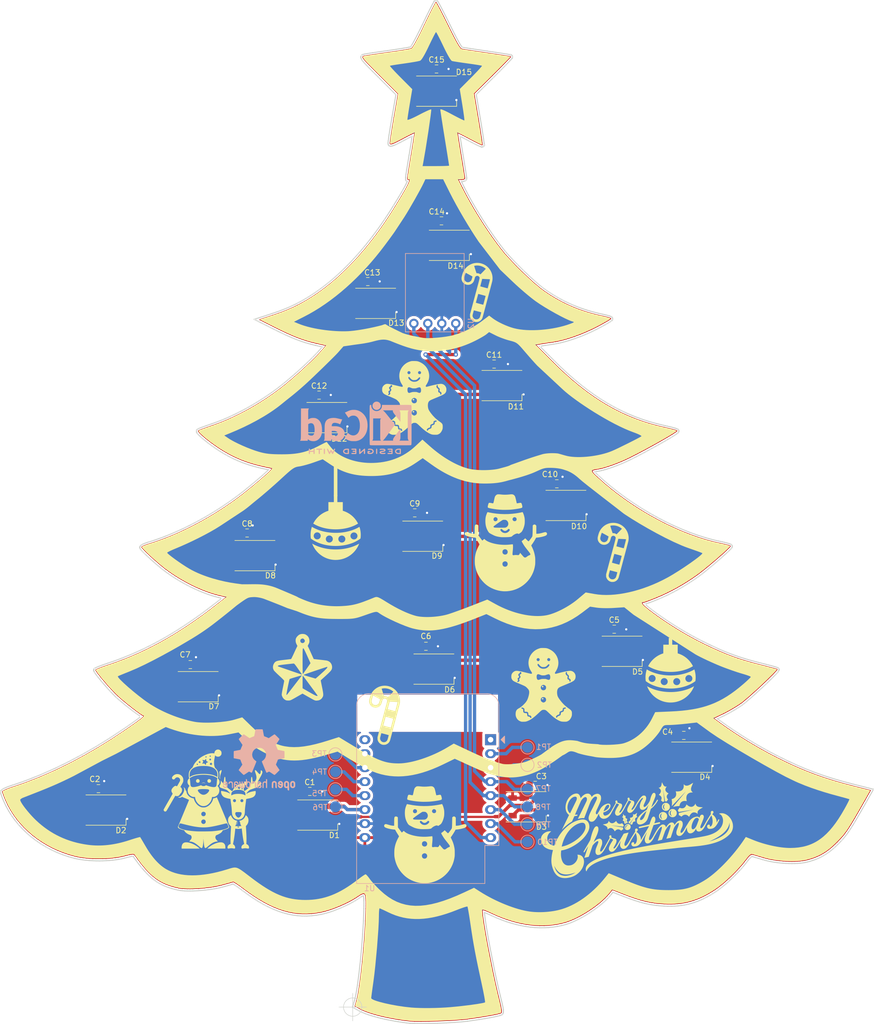
<source format=kicad_pcb>
(kicad_pcb (version 20211014) (generator pcbnew)
  (layers (0 "F.Cu" signal) (31 "B.Cu" signal) (34 "B.Paste" user) (35 "F.Paste" user) (36 "B.SilkS" user "B.Silkscreen") (37 "F.SilkS" user "F.Silkscreen") (38 "B.Mask" user) (39 "F.Mask" user) (44 "Edge.Cuts" user))
  (net 0 "")
  (net 1 "+3.3V")
  (net 2 "GND")
  (net 3 "Net-(D1-Pad2)")
  (net 4 "/WS2812B_DIN")
  (net 5 "Net-(D2-Pad2)")
  (net 6 "Net-(D3-Pad2)")
  (net 7 "Net-(D4-Pad2)")
  (net 8 "Net-(D7-Pad2)")
  (net 9 "Net-(D8-Pad2)")
  (net 10 "Net-(D5-Pad2)")
  (net 11 "Net-(D10-Pad4)")
  (net 12 "Net-(D6-Pad2)")
  (net 13 "Net-(D13-Pad2)")
  (net 14 "Net-(D14-Pad2)")
  (net 15 "Net-(D10-Pad2)")
  (net 16 "Net-(D11-Pad2)")
  (net 17 "Net-(D12-Pad2)")
  (net 18 "+5V")
  (net 21 "Net-(TP1-Pad1)")
  (net 22 "Net-(TP2-Pad1)")
  (net 23 "Net-(TP3-Pad1)")
  (net 24 "Net-(TP4-Pad1)")
  (net 25 "Net-(TP5-Pad1)")
  (net 26 "/SCL")
  (net 27 "/SDA")
  (net 28 "Net-(TP9-Pad1)")
  (net 29 "Net-(TP10-Pad1)")
  (footprint "Capacitor_SMD:C_0805_2012Metric_Pad1.18x1.45mm_HandSolder" (layer "F.Cu") (at 188.7728 102.7176)
    (fp_text reference "C13")
    (fp_text value "100n" hide)
  )
  (footprint "Capacitor_SMD:C_0805_2012Metric_Pad1.18x1.45mm_HandSolder" (layer "F.Cu") (at 211.7344 117.7036)
    (fp_text reference "C11")
    (fp_text value "100n" hide)
  )
  (footprint "LOGO" (layer "F.Cu") (at 199.23 203.19)
    (fp_text reference "G***" hide)
    (fp_text value "LOGO" hide)
  )
  (footprint "LED_SMD:LED_WS2812B_PLCC4_5.0x5.0mm_P3.2mm" (layer "F.Cu") (at 179.6544 199.6188)
    (fp_text reference "D1")
    (fp_text value "WS2812B" hide)
  )
  (footprint "Capacitor_SMD:C_0805_2012Metric_Pad1.18x1.45mm_HandSolder" (layer "F.Cu") (at 179.9121 123.3424)
    (fp_text reference "C12")
    (fp_text value "100n" hide)
  )
  (footprint "LOGO" (layer "F.Cu") (at 191.817548 181.310732)
    (fp_text reference "G***" hide)
    (fp_text value "LOGO" hide)
  )
  (footprint "Capacitor_SMD:C_0805_2012Metric_Pad1.18x1.45mm_HandSolder" (layer "F.Cu") (at 166.8272 148.3868)
    (fp_text reference "C8")
    (fp_text value "100n" hide)
  )
  (footprint "LED_SMD:LED_WS2812B_PLCC4_5.0x5.0mm_P3.2mm" (layer "F.Cu") (at 201.271387 68.13706)
    (fp_text reference "D15")
    (fp_text value "WS2812B" hide)
  )
  (footprint "Capacitor_SMD:C_0805_2012Metric_Pad1.18x1.45mm_HandSolder" (layer "F.Cu") (at 201.2696 64.1096)
    (fp_text reference "C15")
    (fp_text value "100n" hide)
  )
  (footprint "LED_SMD:LED_WS2812B_PLCC4_5.0x5.0mm_P3.2mm" (layer "F.Cu") (at 203.581 96.139)
    (fp_text reference "D14")
    (fp_text value "WS2812B" hide)
  )
  (footprint "Capacitor_SMD:C_0805_2012Metric_Pad1.18x1.45mm_HandSolder" (layer "F.Cu") (at 197.3072 144.7292)
    (fp_text reference "C9")
    (fp_text value "100n" hide)
  )
  (footprint "Capacitor_SMD:C_0805_2012Metric_Pad1.18x1.45mm_HandSolder" (layer "F.Cu") (at 156.5032 172.2884)
    (fp_text reference "C7")
    (fp_text value "100n" hide)
  )
  (footprint "Capacitor_SMD:C_0805_2012Metric_Pad1.18x1.45mm_HandSolder" (layer "F.Cu") (at 223.139 139.446)
    (fp_text reference "C10")
    (fp_text value "100n" hide)
  )
  (footprint "Capacitor_SMD:C_0805_2012Metric_Pad1.18x1.45mm_HandSolder" (layer "F.Cu") (at 219.202 194.2084)
    (fp_text reference "C3")
    (fp_text value "100n" hide)
  )
  (footprint "LOGO" (layer "F.Cu") (at 213.868 150.1648)
    (fp_text reference "G***" hide)
    (fp_text value "LOGO" hide)
  )
  (footprint "LED_SMD:LED_WS2812B_PLCC4_5.0x5.0mm_P3.2mm" (layer "F.Cu") (at 181.3306 127.4318)
    (fp_text reference "D12")
    (fp_text value "WS2812B" hide)
  )
  (footprint "LED_SMD:LED_WS2812B_PLCC4_5.0x5.0mm_P3.2mm" (layer "F.Cu") (at 200.787 173.101)
    (fp_text reference "D6")
    (fp_text value "WS2812B" hide)
  )
  (footprint "Capacitor_SMD:C_0805_2012Metric_Pad1.18x1.45mm_HandSolder" (layer "F.Cu") (at 246.2276 185.1406)
    (fp_text reference "C4")
    (fp_text value "100n" hide)
  )
  (footprint "Capacitor_SMD:C_0805_2012Metric_Pad1.18x1.45mm_HandSolder" (layer "F.Cu") (at 199.3392 168.9608)
    (fp_text reference "C6")
    (fp_text value "100n" hide)
  )
  (footprint "LED_SMD:LED_WS2812B_PLCC4_5.0x5.0mm_P3.2mm" (layer "F.Cu") (at 213.1568 121.6152)
    (fp_text reference "D11")
    (fp_text value "WS2812B" hide)
  )
  (footprint "LED_SMD:LED_WS2812B_PLCC4_5.0x5.0mm_P3.2mm" (layer "F.Cu") (at 168.2496 152.5016)
    (fp_text reference "D8")
    (fp_text value "WS2812B" hide)
  )
  (footprint "LOGO" (layer "F.Cu") (at 160.63 196.69)
    (fp_text reference "G***" hide)
    (fp_text value "LOGO" hide)
  )
  (footprint "Capacitor_SMD:C_0805_2012Metric_Pad1.18x1.45mm_HandSolder" (layer "F.Cu") (at 233.5745 165.862)
    (fp_text reference "C5")
    (fp_text value "100n" hide)
  )
  (footprint "LOGO" (layer "F.Cu") (at 220.705774 175.837775)
    (fp_text reference "G***" hide)
    (fp_text value "LOGO" hide)
  )
  (footprint "LOGO" (layer "F.Cu") (at 197.215774 123.717775)
    (fp_text reference "G***" hide)
    (fp_text value "LOGO" hide)
  )
  (footprint "LED_SMD:LED_WS2812B_PLCC4_5.0x5.0mm_P3.2mm" (layer "F.Cu") (at 247.65 189.103)
    (fp_text reference "D4")
    (fp_text value "WS2812B" hide)
  )
  (footprint "LOGO" (layer "F.Cu") (at 176.860994 172.730911)
    (fp_text reference "G***" hide)
    (fp_text value "LOGO" hide)
  )
  (footprint "Capacitor_SMD:C_0805_2012Metric_Pad1.18x1.45mm_HandSolder" (layer "F.Cu") (at 202.1625 91.694)
    (fp_text reference "C14")
    (fp_text value "100n" hide)
  )
  (footprint "LOGO" (layer "F.Cu") (at 233.377548 151.730732)
    (fp_text reference "G***" hide)
    (fp_text value "LOGO" hide)
  )
  (footprint "LED_SMD:LED_WS2812B_PLCC4_5.0x5.0mm_P3.2mm" (layer "F.Cu") (at 141.1675 198.7044)
    (fp_text reference "D2")
    (fp_text value "WS2812B" hide)
  )
  (footprint "LOGO" (layer "F.Cu") (at 237.640031 201.987888 5)
    (fp_text reference "G***" hide)
    (fp_text value "LOGO" hide)
  )
  (footprint "LED_SMD:LED_WS2812B_PLCC4_5.0x5.0mm_P3.2mm" (layer "F.Cu") (at 217.551 198.12)
    (fp_text reference "D3")
    (fp_text value "WS2812B" hide)
  )
  (footprint "LED_SMD:LED_WS2812B_PLCC4_5.0x5.0mm_P3.2mm" (layer "F.Cu") (at 235.0008 169.8752)
    (fp_text reference "D5")
    (fp_text value "WS2812B" hide)
  )
  (footprint "LED_SMD:LED_WS2812B_PLCC4_5.0x5.0mm_P3.2mm" (layer "F.Cu") (at 224.79 143.383)
    (fp_text reference "D10")
    (fp_text value "WS2812B" hide)
  )
  (footprint "LED_SMD:LED_WS2812B_PLCC4_5.0x5.0mm_P3.2mm" (layer "F.Cu") (at 190.1952 106.68)
    (fp_text reference "D13")
    (fp_text value "WS2812B" hide)
  )
  (footprint "LOGO" (layer "F.Cu") (at 208.633148 104.519532)
    (fp_text reference "G***" hide)
    (fp_text value "LOGO" hide)
  )
  (footprint "Capacitor_SMD:C_0805_2012Metric_Pad1.18x1.45mm_HandSolder" (layer "F.Cu") (at 139.7959 194.8182)
    (fp_text reference "C2")
    (fp_text value "100n" hide)
  )
  (footprint "LED_SMD:LED_WS2812B_PLCC4_5.0x5.0mm_P3.2mm" (layer "F.Cu") (at 198.755 148.971)
    (fp_text reference "D9")
    (fp_text value "WS2812B" hide)
  )
  (footprint "LED_SMD:LED_WS2812B_PLCC4_5.0x5.0mm_P3.2mm" (layer "F.Cu") (at 157.9256 176.3016)
    (fp_text reference "D7")
    (fp_text value "WS2812B" hide)
  )
  (footprint "Capacitor_SMD:C_0805_2012Metric_Pad1.18x1.45mm_HandSolder" (layer "F.Cu") (at 178.232 195.326)
    (fp_text reference "C1")
    (fp_text value "100n" hide)
  )
  (footprint "TestPoint:TestPoint_Pad_D2.0mm" (layer "B.Cu") (at 217.805 194.945 180)
    (fp_text reference "TP7")
    (fp_text value "TestPoint_Small" hide)
  )
  (footprint "TestPoint:TestPoint_Pad_D2.0mm" (layer "B.Cu") (at 217.805 187.325 180)
    (fp_text reference "TP1")
    (fp_text value "TestPoint_Small" hide)
  )
  (footprint "TestPoint:TestPoint_Pad_D2.0mm" (layer "B.Cu") (at 217.805 201.295 180)
    (fp_text reference "TP9")
    (fp_text value "TestPoint_Small" hide)
  )
  (footprint "TestPoint:TestPoint_Pad_D2.0mm" (layer "B.Cu") (at 182.88 191.77 180)
    (fp_text reference "TP4")
    (fp_text value "TestPoint_Small" hide)
  )
  (footprint "BMP280_Breakoutboard:BMP280_Breakoutboard" (layer "B.Cu") (at 204.7648 110.3266 90)
    (fp_text reference "U2")
    (fp_text value "BMP280_Breakoutboard")
  )
  (footprint "TestPoint:TestPoint_Pad_D2.0mm" (layer "B.Cu") (at 182.88 198.12 180)
    (fp_text reference "TP6")
    (fp_text value "TestPoint_Small" hide)
  )
  (footprint "Module:WEMOS_D1_mini_light" (layer "B.Cu") (at 211.097 185.928 180)
    (fp_text reference "U1")
    (fp_text value "WeMos_D1_mini")
  )
  (footprint "Symbol:OSHW-Logo2_14.6x12mm_SilkScreen" (layer "B.Cu") (at 169.0116 189.5856 180)
    (fp_text reference "REF**" hide)
    (fp_text value "OSHW-Logo2_14.6x12mm_SilkScreen" hide)
  )
  (footprint "TestPoint:TestPoint_Pad_D2.0mm" (layer "B.Cu") (at 182.88 194.945 180)
    (fp_text reference "TP5")
    (fp_text value "TestPoint_Small" hide)
  )
  (footprint "TestPoint:TestPoint_Pad_D2.0mm" (layer "B.Cu") (at 217.805 190.5 180)
    (fp_text reference "TP2")
    (fp_text value "TestPoint_Small" hide)
  )
  (footprint "TestPoint:TestPoint_Pad_D2.0mm" (layer "B.Cu") (at 217.805 204.47 180)
    (fp_text reference "TP10")
    (fp_text value "TestPoint_Small" hide)
  )
  (footprint "TestPoint:TestPoint_Pad_D2.0mm" (layer "B.Cu") (at 182.88 188.595 180)
    (fp_text reference "TP3")
    (fp_text value "TestPoint_Small" hide)
  )
  (footprint "TestPoint:TestPoint_Pad_D2.0mm" (layer "B.Cu") (at 217.805 198.12 180)
    (fp_text reference "TP8")
    (fp_text value "TestPoint_Small" hide)
  )
  (footprint "Symbol:KiCad-Logo2_8mm_SilkScreen" (layer "B.Cu") (at 186.598293 128.462424 180)
    (fp_text reference "REF**" hide)
    (fp_text value "KiCad-Logo2_8mm_SilkScreen" hide)
  )
  (gr_line locked (start 203.909703 57.343717) (end 203.367464 56.252642) (layer "F.Cu") (width 0.2))
  (gr_line locked (start 229.520429 137.169879) (end 229.520481 137.131138) (layer "F.Cu") (width 0.2))
  (gr_line locked (start 229.567627 137.30531) (end 229.544026 137.256744) (layer "F.Cu") (width 0.2))
  (gr_line locked (start 205.500581 60.220405) (end 205.449372 60.150119) (layer "F.Cu") (width 0.2))
  (gr_line locked (start 212.698933 63.990863) (end 213.748127 62.924844) (layer "F.Cu") (width 0.2))
  (gr_line locked (start 222.420046 117.381723) (end 222.420046 117.381723) (layer "F.Cu") (width 0.2))
  (gr_line locked (start 218.355921 219.545879) (end 219.188573 219.624374) (layer "F.Cu") (width 0.2))
  (gr_line locked (start 211.662324 235.865565) (end 212.275076 235.735198) (layer "F.Cu") (width 0.2))
  (gr_line locked (start 167.949904 139.849309) (end 167.095005 140.54797) (layer "F.Cu") (width 0.2))
  (gr_line locked (start 188.222462 62.459424) (end 188.307301 62.557909) (layer "F.Cu") (width 0.2))
  (gr_line locked (start 205.07513 75.645942) (end 205.112135 75.658962) (layer "F.Cu") (width 0.2))
  (gr_line locked (start 204.924236 59.288562) (end 204.75641 58.98234) (layer "F.Cu") (width 0.2))
  (gr_line locked (start 154.394747 212.833773) (end 154.394747 212.833773) (layer "F.Cu") (width 0.2))
  (gr_line locked (start 171.252913 136.589455) (end 171.302668 136.603968) (layer "F.Cu") (width 0.2))
  (gr_line locked (start 139.984029 207.515255) (end 140.585079 207.505983) (layer "F.Cu") (width 0.2))
  (gr_line locked (start 232.436146 109.277732) (end 232.326237 109.245916) (layer "F.Cu") (width 0.2))
  (gr_line locked (start 248.612246 155.996935) (end 248.612246 155.996935) (layer "F.Cu") (width 0.2))
  (gr_line locked (start 158.123971 130.065639) (end 158.183564 130.138269) (layer "F.Cu") (width 0.2))
  (gr_line locked (start 192.453799 236.381221) (end 193.769891 236.629428) (layer "F.Cu") (width 0.2))
  (gr_line locked (start 162.011652 133.118906) (end 162.391672 133.355944) (layer "F.Cu") (width 0.2))
  (gr_line locked (start 267.347185 207.937706) (end 267.792117 207.88561) (layer "F.Cu") (width 0.2))
  (gr_line locked (start 254.114954 150.60157) (end 253.85651 150.53246) (layer "F.Cu") (width 0.2))
  (gr_line locked (start 188.166842 61.797007) (end 188.118721 61.809312) (layer "F.Cu") (width 0.2))
  (gr_line locked (start 164.487089 211.777317) (end 164.57704 211.828462) (layer "F.Cu") (width 0.2))
  (gr_line locked (start 206.338333 83.995083) (end 206.345815 83.982963) (layer "F.Cu") (width 0.2))
  (gr_line locked (start 257.295856 178.748497) (end 258.236529 177.940733) (layer "F.Cu") (width 0.2))
  (gr_line locked (start 219.903808 103.78328) (end 218.95463 102.977087) (layer "F.Cu") (width 0.2))
  (gr_line locked (start 206.362627 83.918139) (end 206.348044 83.78667) (layer "F.Cu") (width 0.2))
  (gr_line locked (start 257.835816 207.299963) (end 257.923036 207.201575) (layer "F.Cu") (width 0.2))
  (gr_line locked (start 243.487979 129.430213) (end 243.086134 129.336001) (layer "F.Cu") (width 0.2))
  (gr_line locked (start 197.311505 75.742509) (end 197.281284 75.991028) (layer "F.Cu") (width 0.2))
  (gr_line locked (start 144.437731 207.027407) (end 144.437731 207.027407) (layer "F.Cu") (width 0.2))
  (gr_line locked (start 187.932303 61.912603) (end 187.926577 61.925842) (layer "F.Cu") (width 0.2))
  (gr_line locked (start 146.148501 183.21385) (end 145.703849 183.5235) (layer "F.Cu") (width 0.2))
  (gr_line locked (start 247.167474 148.618724) (end 245.699521 148.030494) (layer "F.Cu") (width 0.2))
  (gr_line locked (start 243.936329 215.751975) (end 244.54982 215.730521) (layer "F.Cu") (width 0.2))
  (gr_line locked (start 134.453876 206.760521) (end 135.51528 207.055315) (layer "F.Cu") (width 0.2))
  (gr_line locked (start 170.375142 136.410435) (end 171.040758 136.544375) (layer "F.Cu") (width 0.2))
  (gr_line locked (start 196.233929 82.492616) (end 196.111457 83.278912) (layer "F.Cu") (width 0.2))
  (gr_line locked (start 147.762167 150.920811) (end 147.741674 150.944043) (layer "F.Cu") (width 0.2))
  (gr_line locked (start 228.538951 122.734893) (end 227.321354 121.79649) (layer "F.Cu") (width 0.2))
  (gr_line locked (start 212.579221 232.919036) (end 212.479052 232.514742) (layer "F.Cu") (width 0.2))
  (gr_line locked (start 210.172567 221.349106) (end 209.848906 219.417485) (layer "F.Cu") (width 0.2))
  (gr_line locked (start 256.589696 208.844145) (end 256.901477 208.476907) (layer "F.Cu") (width 0.2))
  (gr_line locked (start 213.413904 61.684828) (end 212.07183 61.477525) (layer "F.Cu") (width 0.2))
  (gr_line locked (start 171.400575 136.678087) (end 171.401725 136.6906) (layer "F.Cu") (width 0.2))
  (gr_line locked (start 150.754447 153.877665) (end 151.447963 154.454567) (layer "F.Cu") (width 0.2))
  (gr_line locked (start 165.535046 126.785211) (end 164.684206 127.204171) (layer "F.Cu") (width 0.2))
  (gr_line locked (start 194.25361 77.186628) (end 194.504415 77.058454) (layer "F.Cu") (width 0.2))
  (gr_line locked (start 150.100376 150.055449) (end 149.080858 150.381777) (layer "F.Cu") (width 0.2))
  (gr_line locked (start 184.079397 101.28184) (end 183.135159 102.139948) (layer "F.Cu") (width 0.2))
  (gr_line locked (start 255.056338 184.497058) (end 253.826682 183.658721) (layer "F.Cu") (width 0.2))
  (gr_line locked (start 244.226919 147.382118) (end 242.755167 146.676554) (layer "F.Cu") (width 0.2))
  (gr_line locked (start 187.560885 228.540367) (end 187.288023 230.587609) (layer "F.Cu") (width 0.2))
  (gr_line locked (start 165.540807 212.472255) (end 165.893146 212.728002) (layer "F.Cu") (width 0.2))
  (gr_line locked (start 246.315985 215.521945) (end 246.885479 215.402785) (layer "F.Cu") (width 0.2))
  (gr_line locked (start 240.047915 162.526247) (end 239.792082 162.328847) (layer "F.Cu") (width 0.2))
  (gr_line locked (start 171.358707 136.790004) (end 171.343379 136.811441) (layer "F.Cu") (width 0.2))
  (gr_line locked (start 214.674676 61.93168) (end 214.685641 61.908114) (layer "F.Cu") (width 0.2))
  (gr_line locked (start 188.473162 215.196948) (end 188.478227 215.606785) (layer "F.Cu") (width 0.2))
  (gr_line locked (start 159.717857 131.489714) (end 160.076689 131.765611) (layer "F.Cu") (width 0.2))
  (gr_line locked (start 188.118475 235.142757) (end 188.544171 235.310587) (layer "F.Cu") (width 0.2))
  (gr_line locked (start 193.416417 77.578579) (end 193.487687 77.549283) (layer "F.Cu") (width 0.2))
  (gr_line locked (start 171.390809 136.734566) (end 171.382439 136.751654) (layer "F.Cu") (width 0.2))
  (gr_line locked (start 254.59178 150.766635) (end 254.548618 150.744991) (layer "F.Cu") (width 0.2))
  (gr_line locked (start 168.075992 125.399104) (end 167.233098 125.88147) (layer "F.Cu") (width 0.2))
  (gr_line locked (start 205.862075 236.747205) (end 206.864931 236.640581) (layer "F.Cu") (width 0.2))
  (gr_line locked (start 210.57845 223.57408) (end 210.172567 221.349106) (layer "F.Cu") (width 0.2))
  (gr_line locked (start 215.810721 219.073033) (end 216.666381 219.270137) (layer "F.Cu") (width 0.2))
  (gr_line locked (start 223.783632 106.305084) (end 223.154506 105.959713) (layer "F.Cu") (width 0.2))
  (gr_line locked (start 134.417991 190.333706) (end 131.865651 191.569162) (layer "F.Cu") (width 0.2))
  (gr_line locked (start 203.367464 56.252642) (end 202.555155 54.624739) (layer "F.Cu") (width 0.2))
  (gr_line locked (start 229.544407 137.061931) (end 229.568328 137.031023) (layer "F.Cu") (width 0.2))
  (gr_line locked (start 205.246842 75.718158) (end 205.45491 75.817741) (layer "F.Cu") (width 0.2))
  (gr_line locked (start 168.1639 214.354923) (end 169.083366 214.937115) (layer "F.Cu") (width 0.2))
  (gr_line locked (start 187.949375 213.846949) (end 188.01596 213.843528) (layer "F.Cu") (width 0.2))
  (gr_line locked (start 227.877052 217.637091) (end 228.426767 217.309972) (layer "F.Cu") (width 0.2))
  (gr_line locked (start 195.208694 86.758858) (end 194.91048 87.262435) (layer "F.Cu") (width 0.2))
  (gr_line locked (start 158.005738 212.924095) (end 159.107016 212.828077) (layer "F.Cu") (width 0.2))
  (gr_line locked (start 265.872892 208.003574) (end 266.383409 207.996463) (layer "F.Cu") (width 0.2))
  (gr_line locked (start 196.40966 84.355055) (end 196.39927 84.414942) (layer "F.Cu") (width 0.2))
  (gr_line locked (start 188.086959 62.290979) (end 188.14917 62.370641) (layer "F.Cu") (width 0.2))
  (gr_line locked (start 197.489499 59.302767) (end 197.217271 59.774823) (layer "F.Cu") (width 0.2))
  (gr_line locked (start 263.11323 173.167033) (end 263.059401 173.148174) (layer "F.Cu") (width 0.2))
  (gr_line locked (start 214.685641 61.908114) (end 214.685641 61.908114) (layer "F.Cu") (width 0.2))
  (gr_line locked (start 225.719861 218.708819) (end 226.24329 218.482673) (layer "F.Cu") (width 0.2))
  (gr_line locked (start 161.588339 144.499019) (end 160.562396 145.132675) (layer "F.Cu") (width 0.2))
  (gr_line locked (start 239.792082 162.328847) (end 239.561679 162.145449) (layer "F.Cu") (width 0.2))
  (gr_line locked (start 186.473406 234.300158) (end 186.473406 234.300158) (layer "F.Cu") (width 0.2))
  (gr_line locked (start 154.542802 166.232088) (end 153.252843 167.028402) (layer "F.Cu") (width 0.2))
  (gr_line locked (start 214.629998 61.988284) (end 214.674676 61.93168) (layer "F.Cu") (width 0.2))
  (gr_line locked (start 206.345815 83.982963) (end 206.351961 83.970546) (layer "F.Cu") (width 0.2))
  (gr_line locked (start 188.432562 214.552295) (end 188.447031 214.692325) (layer "F.Cu") (width 0.2))
  (gr_line locked (start 186.748324 233.388079) (end 186.473406 234.300158) (layer "F.Cu") (width 0.2))
  (gr_line locked (start 267.792117 207.88561) (end 268.20686 207.818072) (layer "F.Cu") (width 0.2))
  (gr_line locked (start 188.077079 213.850424) (end 188.132936 213.867934) (layer "F.Cu") (width 0.2))
  (gr_line locked (start 216.821965 100.998721) (end 215.744987 99.929962) (layer "F.Cu") (width 0.2))
  (gr_line locked (start 148.329567 150.640279) (end 148.130138 150.722035) (layer "F.Cu") (width 0.2))
  (gr_line locked (start 154.990964 156.862263) (end 155.606161 157.20905) (layer "F.Cu") (width 0.2))
  (gr_line locked (start 160.498247 128.921587) (end 160.498247 128.921587) (layer "F.Cu") (width 0.2))
  (gr_line locked (start 241.963795 131.686731) (end 243.169243 130.993095) (layer "F.Cu") (width 0.2))
  (gr_line locked (start 142.943319 171.939565) (end 141.602247 172.401613) (layer "F.Cu") (width 0.2))
  (gr_line locked (start 252.882784 150.310976) (end 252.882784 150.310976) (layer "F.Cu") (width 0.2))
  (gr_line locked (start 122.940336 196.880739) (end 123.358747 197.783327) (layer "F.Cu") (width 0.2))
  (gr_line locked (start 195.810112 236.929464) (end 196.494501 237.006975) (layer "F.Cu") (width 0.2))
  (gr_line locked (start 172.911461 122.154026) (end 172.142762 122.730608) (layer "F.Cu") (width 0.2))
  (gr_line locked (start 213.033206 235.181418) (end 213.029939 235.121532) (layer "F.Cu") (width 0.2))
  (gr_line locked (start 262.153427 207.658609) (end 262.671262 207.748613) (layer "F.Cu") (width 0.2))
  (gr_line locked (start 209.47954 77.845065) (end 209.520953 77.855934) (layer "F.Cu") (width 0.2))
  (gr_line locked (start 158.788018 130.724534) (end 159.068502 130.965121) (layer "F.Cu") (width 0.2))
  (gr_line locked (start 139.382744 207.509717) (end 139.984029 207.515255) (layer "F.Cu") (width 0.2))
  (gr_line locked (start 127.063972 202.586151) (end 127.856089 203.264654) (layer "F.Cu") (width 0.2))
  (gr_line locked (start 253.826682 183.658721) (end 252.661089 182.825274) (layer "F.Cu") (width 0.2))
  (gr_line locked (start 146.860926 170.371338) (end 145.569081 170.926466) (layer "F.Cu") (width 0.2))
  (gr_line locked (start 275.331115 203.126863) (end 275.563062 202.824044) (layer "F.Cu") (width 0.2))
  (gr_line locked (start 192.983288 77.695673) (end 193.014517 77.695077) (layer "F.Cu") (width 0.2))
  (gr_line locked (start 195.699709 85.90354) (end 195.471447 86.306528) (layer "F.Cu") (width 0.2))
  (gr_line locked (start 151.585242 211.922898) (end 152.089061 212.147865) (layer "F.Cu") (width 0.2))
  (gr_line locked (start 210.022737 216.868721) (end 210.090165 216.893498) (layer "F.Cu") (width 0.2))
  (gr_line locked (start 271.498514 206.581482) (end 271.824285 206.381634) (layer "F.Cu") (width 0.2))
  (gr_line locked (start 227.057298 107.775094) (end 226.383544 107.514491) (layer "F.Cu") (width 0.2))
  (gr_line locked (start 149.080858 150.381777) (end 148.81045 150.467775) (layer "F.Cu") (width 0.2))
  (gr_line locked (start 188.270979 213.987125) (end 188.307831 214.05007) (layer "F.Cu") (width 0.2))
  (gr_line locked (start 171.382439 136.751654) (end 171.371732 136.770104) (layer "F.Cu") (width 0.2))
  (gr_line locked (start 242.662218 129.240954) (end 241.27437 128.910111) (layer "F.Cu") (width 0.2))
  (gr_line locked (start 256.26076 209.215749) (end 256.589696 208.844145) (layer "F.Cu") (width 0.2))
  (gr_line locked (start 130.479117 205.048538) (end 131.426918 205.552201) (layer "F.Cu") (width 0.2))
  (gr_line locked (start 131.426918 205.552201) (end 132.407065 206.006837) (layer "F.Cu") (width 0.2))
  (gr_line locked (start 190.968226 65.279482) (end 190.968226 65.279482) (layer "F.Cu") (width 0.2))
  (gr_line locked (start 266.458443 190.807406) (end 264.764028 190.02309) (layer "F.Cu") (width 0.2))
  (gr_line locked (start 122.643298 196.137362) (end 122.733609 196.373081) (layer "F.Cu") (width 0.2))
  (gr_line locked (start 214.587758 61.883086) (end 214.331575 61.835695) (layer "F.Cu") (width 0.2))
  (gr_line locked (start 273.101898 205.42375) (end 273.421775 205.140643) (layer "F.Cu") (width 0.2))
  (gr_line locked (start 185.04583 215.478631) (end 185.462174 215.264305) (layer "F.Cu") (width 0.2))
  (gr_line locked (start 140.350179 172.840796) (end 140.017863 172.968155) (layer "F.Cu") (width 0.2))
  (gr_line locked (start 164.311136 211.699828) (end 164.329941 211.704344) (layer "F.Cu") (width 0.2))
  (gr_line locked (start 244.775054 129.777725) (end 244.689589 129.7494) (layer "F.Cu") (width 0.2))
  (gr_line locked (start 220.026919 114.050661) (end 220.026919 114.050661) (layer "F.Cu") (width 0.2))
  (gr_line locked (start 122.450781 195.576254) (end 122.4997 195.732816) (layer "F.Cu") (width 0.2))
  (gr_line locked (start 148.058934 181.679982) (end 148.05236 181.695802) (layer "F.Cu") (width 0.2))
  (gr_line locked (start 205.954897 85.738695) (end 205.165285 84.167734) (layer "F.Cu") (width 0.2))
  (gr_line locked (start 261.50646 174.923105) (end 262.378784 174.062663) (layer "F.Cu") (width 0.2))
  (gr_line locked (start 210.423382 217.030243) (end 210.631691 217.12212) (layer "F.Cu") (width 0.2))
  (gr_line locked (start 236.423005 214.377882) (end 237.408689 214.719414) (layer "F.Cu") (width 0.2))
  (gr_line locked (start 266.876228 207.974582) (end 267.347185 207.937706) (layer "F.Cu") (width 0.2))
  (gr_line locked (start 213.017014 234.985237) (end 212.995367 234.825575) (layer "F.Cu") (width 0.2))
  (gr_line locked (start 225.065737 106.943695) (end 224.420514 106.632993) (layer "F.Cu") (width 0.2))
  (gr_line locked (start 147.766799 151.037776) (end 147.859077 151.161156) (layer "F.Cu") (width 0.2))
  (gr_line locked (start 194.781107 76.914457) (end 195.084765 76.754229) (layer "F.Cu") (width 0.2))
  (gr_line locked (start 150.181231 211.069847) (end 150.635502 211.387) (layer "F.Cu") (width 0.2))
  (gr_line locked (start 238.628039 161.041273) (end 238.645472 161.019051) (layer "F.Cu") (width 0.2))
  (gr_line locked (start 128.691073 203.902637) (end 129.566292 204.497974) (layer "F.Cu") (width 0.2))
  (gr_line locked (start 143.441754 207.237897) (end 143.954365 207.140015) (layer "F.Cu") (width 0.2))
  (gr_line locked (start 148.850711 209.884244) (end 149.293011 210.32158) (layer "F.Cu") (width 0.2))
  (gr_line locked (start 264.276781 207.938525) (end 264.815415 207.974381) (layer "F.Cu") (width 0.2))
  (gr_line locked (start 232.768241 109.389994) (end 232.702934 109.364649) (layer "F.Cu") (width 0.2))
  (gr_line locked (start 186.937975 214.383028) (end 186.937975 214.383028) (layer "F.Cu") (width 0.2))
  (gr_line locked (start 206.341338 60.618898) (end 205.850008 60.535585) (layer "F.Cu") (width 0.2))
  (gr_line locked (start 181.236002 114.329714) (end 180.236063 115.483645) (layer "F.Cu") (width 0.2))
  (gr_line locked (start 163.607175 211.914806) (end 164.076265 211.776272) (layer "F.Cu") (width 0.2))
  (gr_line locked (start 187.926577 61.925842) (end 187.922631 61.940131) (layer "F.Cu") (width 0.2))
  (gr_line locked (start 255.89644 179.762769) (end 256.2785 179.515036) (layer "F.Cu") (width 0.2))
  (gr_line locked (start 187.399966 234.804003) (end 187.735964 234.973626) (layer "F.Cu") (width 0.2))
  (gr_line locked (start 166.264826 213.005861) (end 166.264826 213.005861) (layer "F.Cu") (width 0.2))
  (gr_line locked (start 244.917376 129.839876) (end 244.917376 129.839876) (layer "F.Cu") (width 0.2))
  (gr_line locked (start 179.286768 105.123041) (end 178.347087 105.733181) (layer "F.Cu") (width 0.2))
  (gr_line locked (start 140.856694 175.280287) (end 141.49871 176.019354) (layer "F.Cu") (width 0.2))
  (gr_line locked (start 247.271627 167.22652) (end 246.01818 166.509189) (layer "F.Cu") (width 0.2))
  (gr_line locked (start 188.244741 221.244405) (end 188.051476 223.749283) (layer "F.Cu") (width 0.2))
  (gr_line locked (start 171.122097 136.560356) (end 171.192769 136.57515) (layer "F.Cu") (width 0.2))
  (gr_line locked (start 149.735125 210.715744) (end 150.181231 211.069847) (layer "F.Cu") (width 0.2))
  (gr_line locked (start 252.882784 150.310976) (end 251.488432 149.992932) (layer "F.Cu") (width 0.2))
  (gr_line locked (start 161.229582 132.599045) (end 161.622615 132.865254) (layer "F.Cu") (width 0.2))
  (gr_line locked (start 253.679902 170.316801) (end 252.454265 169.795152) (layer "F.Cu") (width 0.2))
  (gr_line locked (start 255.043961 180.28133) (end 255.480478 180.020808) (layer "F.Cu") (width 0.2))
  (gr_line locked (start 237.408689 214.719414) (end 238.33188 215.003849) (layer "F.Cu") (width 0.2))
  (gr_line locked (start 193.564966 72.957049) (end 193.275827 74.663046) (layer "F.Cu") (width 0.2))
  (gr_line locked (start 231.789978 136.475792) (end 232.49596 136.260037) (layer "F.Cu") (width 0.2))
  (gr_line locked (start 248.516716 167.900031) (end 247.271627 167.22652) (layer "F.Cu") (width 0.2))
  (gr_line locked (start 187.962155 62.100937) (end 187.976855 62.127934) (layer "F.Cu") (width 0.2))
  (gr_line locked (start 270.128924 207.246453) (end 270.484034 207.098768) (layer "F.Cu") (width 0.2))
  (gr_line locked (start 196.820381 60.348393) (end 196.751829 60.41474) (layer "F.Cu") (width 0.2))
  (gr_line locked (start 255.480478 180.020808) (end 255.89644 179.762769) (layer "F.Cu") (width 0.2))
  (gr_line locked (start 209.636891 216.805157) (end 209.647636 216.801245) (layer "F.Cu") (width 0.2))
  (gr_line locked (start 209.715209 216.793247) (end 209.731718 216.794017) (layer "F.Cu") (width 0.2))
  (gr_line locked (start 243.086134 129.336001) (end 242.662218 129.240954) (layer "F.Cu") (width 0.2))
  (gr_line locked (start 235.625759 135.034892) (end 236.379915 134.675753) (layer "F.Cu") (width 0.2))
  (gr_line locked (start 206.348044 83.78667) (end 206.308134 83.506686) (layer "F.Cu") (width 0.2))
  (gr_line locked (start 209.583629 216.853115) (end 209.589111 216.844117) (layer "F.Cu") (width 0.2))
  (gr_line locked (start 270.484034 207.098768) (end 270.829757 206.939247) (layer "F.Cu") (width 0.2))
  (gr_line locked (start 225.719885 107.237443) (end 225.065737 106.943695) (layer "F.Cu") (width 0.2))
  (gr_line locked (start 192.858027 77.599138) (end 192.862833 77.620577) (layer "F.Cu") (width 0.2))
  (gr_line locked (start 196.040382 83.933936) (end 196.043825 84.045366) (layer "F.Cu") (width 0.2))
  (gr_line locked (start 238.616611 161.066492) (end 238.628039 161.041273) (layer "F.Cu") (width 0.2))
  (gr_line locked (start 211.406252 65.281031) (end 212.698933 63.990863) (layer "F.Cu") (width 0.2))
  (gr_line locked (start 147.23571 181.079668) (end 147.693468 181.387661) (layer "F.Cu") (width 0.2))
  (gr_line locked (start 238.650102 161.238334) (end 238.631266 161.19779) (layer "F.Cu") (width 0.2))
  (gr_line locked (start 231.156488 136.640262) (end 231.462862 136.564908) (layer "F.Cu") (width 0.2))
  (gr_line locked (start 139.370609 173.26763) (end 139.358973 173.285799) (layer "F.Cu") (width 0.2))
  (gr_line locked (start 147.965413 150.797625) (end 147.89779 150.832366) (layer "F.Cu") (width 0.2))
  (gr_line locked (start 175.48784 120.032039) (end 174.553677 120.830874) (layer "F.Cu") (width 0.2))
  (gr_line locked (start 258.238927 206.888574) (end 258.308079 206.831912) (layer "F.Cu") (width 0.2))
  (gr_line locked (start 241.287112 160.079378) (end 241.287112 160.079378) (layer "F.Cu") (width 0.2))
  (gr_line locked (start 242.32836 164.168851) (end 241.16215 163.350815) (layer "F.Cu") (width 0.2))
  (gr_line locked (start 193.014517 77.695077) (end 193.049655 77.691497) (layer "F.Cu") (width 0.2))
  (gr_line locked (start 171.747852 216.322258) (end 172.612039 216.665697) (layer "F.Cu") (width 0.2))
  (gr_line locked (start 159.526369 145.743976) (end 158.48239 146.331807) (layer "F.Cu") (width 0.2))
  (gr_line locked (start 196.384385 84.20071) (end 196.400487 84.226993) (layer "F.Cu") (width 0.2))
  (gr_line locked (start 163.835036 127.599582) (end 162.989696 127.970236) (layer "F.Cu") (width 0.2))
  (gr_line locked (start 160.72622 212.607468) (end 161.234879 212.515032) (layer "F.Cu") (width 0.2))
  (gr_line locked (start 156.849198 157.856011) (end 157.472636 158.154016) (layer "F.Cu") (width 0.2))
  (gr_line locked (start 192.932021 77.688117) (end 192.955835 77.693336) (layer "F.Cu") (width 0.2))
  (gr_line locked (start 220.703875 104.398539) (end 220.703875 104.398539) (layer "F.Cu") (width 0.2))
  (gr_line locked (start 192.858027 77.599138) (end 192.858027 77.599138) (layer "F.Cu") (width 0.2))
  (gr_line locked (start 194.504415 77.058454) (end 194.781107 76.914457) (layer "F.Cu") (width 0.2))
  (gr_line locked (start 190.047104 235.798207) (end 190.612276 235.952768) (layer "F.Cu") (width 0.2))
  (gr_line locked (start 196.298647 84.167734) (end 196.298647 84.167734) (layer "F.Cu") (width 0.2))
  (gr_line locked (start 236.379915 134.675753) (end 236.379915 134.675753) (layer "F.Cu") (width 0.2))
  (gr_line locked (start 196.12541 84.174193) (end 196.173939 84.176094) (layer "F.Cu") (width 0.2))
  (gr_line locked (start 209.647636 216.801245) (end 209.659261 216.798094) (layer "F.Cu") (width 0.2))
  (gr_line locked (start 229.505031 216.606668) (end 230.023961 216.236757) (layer "F.Cu") (width 0.2))
  (gr_line locked (start 201.870855 53.291468) (end 201.386572 52.390527) (layer "F.Cu") (width 0.2))
  (gr_line locked (start 263.059401 173.148174) (end 262.866313 173.089463) (layer "F.Cu") (width 0.2))
  (gr_line locked (start 220.012328 219.663188) (end 220.82657 219.662249) (layer "F.Cu") (width 0.2))
  (gr_line locked (start 187.922631 61.940131) (end 187.920524 61.955542) (layer "F.Cu") (width 0.2))
  (gr_line locked (start 149.336039 152.623661) (end 150.034271 153.252497) (layer "F.Cu") (width 0.2))
  (gr_line locked (start 148.060873 181.603069) (end 148.064818 181.613904) (layer "F.Cu") (width 0.2))
  (gr_line locked (start 147.89779 150.832366) (end 147.840915 150.864675) (layer "F.Cu") (width 0.2))
  (gr_line locked (start 179.362734 113.897181) (end 179.362734 113.897181) (layer "F.Cu") (width 0.2))
  (gr_line locked (start 196.901188 60.251254) (end 196.820381 60.348393) (layer "F.Cu") (width 0.2))
  (gr_line locked (start 200.196861 53.878134) (end 199.849717 54.576955) (layer "F.Cu") (width 0.2))
  (gr_line locked (start 146.49032 206.941103) (end 146.996168 207.640962) (layer "F.Cu") (width 0.2))
  (gr_line locked (start 232.215634 125.178285) (end 230.983438 124.424236) (layer "F.Cu") (width 0.2))
  (gr_line locked (start 206.05957 84.139086) (end 206.108847 84.12704) (layer "F.Cu") (width 0.2))
  (gr_line locked (start 229.864959 108.658119) (end 229.144977 108.460762) (layer "F.Cu") (width 0.2))
  (gr_line locked (start 223.789251 113.419066) (end 224.276389 113.298182) (layer "F.Cu") (width 0.2))
  (gr_line locked (start 210.243559 216.954212) (end 210.330038 216.99028) (layer "F.Cu") (width 0.2))
  (gr_line locked (start 146.539634 182.938231) (end 146.148501 183.21385) (layer "F.Cu") (width 0.2))
  (gr_line locked (start 177.699305 217.530653) (end 178.551391 217.481696) (layer "F.Cu") (width 0.2))
  (gr_line locked (start 209.609618 216.821367) (end 209.617914 216.815226) (layer "F.Cu") (width 0.2))
  (gr_line locked (start 138.196045 207.454168) (end 138.785368 207.489359) (layer "F.Cu") (width 0.2))
  (gr_line locked (start 201.174319 52.059614) (end 201.165255 52.064996) (layer "F.Cu") (width 0.2))
  (gr_line locked (start 186.937975 214.383028) (end 187.195417 214.20996) (layer "F.Cu") (width 0.2))
  (gr_line locked (start 153.784214 156.127491) (end 154.382915 156.501382) (layer "F.Cu") (width 0.2))
  (gr_line locked (start 256.613314 179.285433) (end 256.915438 179.05726) (layer "F.Cu") (width 0.2))
  (gr_line locked (start 189.511812 235.639119) (end 190.047104 235.798207) (layer "F.Cu") (width 0.2))
  (gr_line locked (start 166.264826 213.005861) (end 167.22512 213.711392) (layer "F.Cu") (width 0.2))
  (gr_line locked (start 122.83335 196.622918) (end 122.940336 196.880739) (layer "F.Cu") (width 0.2))
  (gr_line locked (start 126.317352 201.869256) (end 127.063972 202.586151) (layer "F.Cu") (width 0.2))
  (gr_line locked (start 221.630687 219.621484) (end 222.424062 219.54082) (layer "F.Cu") (width 0.2))
  (gr_line locked (start 157.472636 158.154016) (end 158.094421 158.433593) (layer "F.Cu") (width 0.2))
  (gr_line locked (start 238.891793 161.548216) (end 238.786612 161.432081) (layer "F.Cu") (width 0.2))
  (gr_line locked (start 276.316402 201.71942) (end 276.604717 201.258718) (layer "F.Cu") (width 0.2))
  (gr_line locked (start 188.404152 62.666673) (end 188.513481 62.786296) (layer "F.Cu") (width 0.2))
  (gr_line locked (start 179.699532 116.071228) (end 179.020306 116.764701) (layer "F.Cu") (width 0.2))
  (gr_line locked (start 193.275454 61.028288) (end 192.506113 61.137095) (layer "F.Cu") (width 0.2))
  (gr_line locked (start 272.465449 205.935995) (end 272.783579 205.688599) (layer "F.Cu") (width 0.2))
  (gr_line locked (start 206.295602 84.04036) (end 206.319473 84.018386) (layer "F.Cu") (width 0.2))
  (gr_line locked (start 202.555155 54.624739) (end 201.870855 53.291468) (layer "F.Cu") (width 0.2))
  (gr_line locked (start 144.537089 178.985371) (end 145.251881 179.56844) (layer "F.Cu") (width 0.2))
  (gr_line locked (start 241.289767 145.916763) (end 239.836217 145.105705) (layer "F.Cu") (width 0.2))
  (gr_line locked (start 212.168087 95.791352) (end 211.209506 94.45941) (layer "F.Cu") (width 0.2))
  (gr_line locked (start 238.698287 160.983503) (end 238.733637 160.970133) (layer "F.Cu") (width 0.2))
  (gr_line locked (start 171.483111 108.891283) (end 169.173174 109.640596) (layer "F.Cu") (width 0.2))
  (gr_line locked (start 139.358973 173.285799) (end 139.366703 173.323446) (layer "F.Cu") (width 0.2))
  (gr_line locked (start 163.135302 160.014773) (end 163.135302 160.014773) (layer "F.Cu") (width 0.2))
  (gr_line locked (start 148.436164 151.771095) (end 148.708358 152.035759) (layer "F.Cu") (width 0.2))
  (gr_line locked (start 178.228955 117.535791) (end 177.356048 118.356225) (layer "F.Cu") (width 0.2))
  (gr_line locked (start 168.531834 135.976095) (end 169.122909 136.127118) (layer "F.Cu") (width 0.2))
  (gr_line locked (start 147.741674 150.944043) (end 147.73645 150.95432) (layer "F.Cu") (width 0.2))
  (gr_line locked (start 182.38243 216.614975) (end 182.830898 216.449841) (layer "F.Cu") (width 0.2))
  (gr_line locked (start 188.466051 216.61339) (end 188.38701 218.825947) (layer "F.Cu") (width 0.2))
  (gr_line locked (start 210.090165 216.893498) (end 210.163687 216.921973) (layer "F.Cu") (width 0.2))
  (gr_line locked (start 245.915349 157.757535) (end 246.826538 157.198181) (layer "F.Cu") (width 0.2))
  (gr_line locked (start 205.548988 60.283077) (end 205.500581 60.220405) (layer "F.Cu") (width 0.2))
  (gr_line locked (start 167.961147 135.817732) (end 168.531834 135.976095) (layer "F.Cu") (width 0.2))
  (gr_line locked (start 150.695231 168.487189) (end 149.420424 169.153738) (layer "F.Cu") (width 0.2))
  (gr_line locked (start 238.631266 161.19779) (end 238.618515 161.160356) (layer "F.Cu") (width 0.2))
  (gr_line locked (start 229.880789 136.883352) (end 229.961245 136.86297) (layer "F.Cu") (width 0.2))
  (gr_line locked (start 278.088252 198.736602) (end 279.10393 196.954119) (layer "F.Cu") (width 0.2))
  (gr_line locked (start 196.050022 83.774539) (end 196.040382 83.933936) (layer "F.Cu") (width 0.2))
  (gr_line locked (start 148.067107 181.625491) (end 148.067703 181.637859) (layer "F.Cu") (width 0.2))
  (gr_line locked (start 270.829757 206.939247) (end 271.167461 206.767085) (layer "F.Cu") (width 0.2))
  (gr_line locked (start 220.82657 219.662249) (end 221.630687 219.621484) (layer "F.Cu") (width 0.2))
  (gr_line locked (start 148.064818 181.613904) (end 148.067107 181.625491) (layer "F.Cu") (width 0.2))
  (gr_line locked (start 273.131863 193.311453) (end 271.423574 192.759575) (layer "F.Cu") (width 0.2))
  (gr_line locked (start 158.543688 130.503827) (end 158.788018 130.724534) (layer "F.Cu") (width 0.2))
  (gr_line locked (start 166.278721 141.199289) (end 165.548586 141.763186) (layer "F.Cu") (width 0.2))
  (gr_line locked (start 226.383544 107.514491) (end 225.719885 107.237443) (layer "F.Cu") (width 0.2))
  (gr_line locked (start 206.266941 84.060912) (end 206.295602 84.04036) (layer "F.Cu") (width 0.2))
  (gr_line locked (start 232.702934 109.364649) (end 232.625287 109.337334) (layer "F.Cu") (width 0.2))
  (gr_line locked (start 224.733599 219.058718) (end 225.215028 218.90188) (layer "F.Cu") (width 0.2))
  (gr_line locked (start 254.447881 211.053363) (end 254.824393 210.696743) (layer "F.Cu") (width 0.2))
  (gr_line locked (start 255.917214 209.589266) (end 256.26076 209.215749) (layer "F.Cu") (width 0.2))
  (gr_line locked (start 123.963958 194.654145) (end 123.599803 194.785108) (layer "F.Cu") (width 0.2))
  (gr_line locked (start 165.548586 141.763186) (end 165.548586 141.763186) (layer "F.Cu") (width 0.2))
  (gr_line locked (start 253.233274 150.385155) (end 252.882784 150.310976) (layer "F.Cu") (width 0.2))
  (gr_line locked (start 232.20716 109.213071) (end 231.944672 109.145232) (layer "F.Cu") (width 0.2))
  (gr_line locked (start 257.65368 207.51887) (end 257.745926 207.405825) (layer "F.Cu") (width 0.2))
  (gr_line locked (start 232.326237 109.245916) (end 232.20716 109.213071) (layer "F.Cu") (width 0.2))
  (gr_line locked (start 189.668472 61.547505) (end 188.679469 61.703164) (layer "F.Cu") (width 0.2))
  (gr_line locked (start 229.744298 136.926855) (end 229.808481 136.904573) (layer "F.Cu") (width 0.2))
  (gr_line locked (start 170.270966 137.870094) (end 169.585418 138.47029) (layer "F.Cu") (width 0.2))
  (gr_line locked (start 257.193554 208.116492) (end 257.463381 207.765352) (layer "F.Cu") (width 0.2))
  (gr_line locked (start 274.863511 203.683205) (end 275.099735 203.410539) (layer "F.Cu") (width 0.2))
  (gr_line locked (start 249.741381 168.522265) (end 248.516716 167.900031) (layer "F.Cu") (width 0.2))
  (gr_line locked (start 171.390987 136.655751) (end 171.397001 136.6665) (layer "F.Cu") (width 0.2))
  (gr_line locked (start 147.859077 151.161156) (end 148.005448 151.328219) (layer "F.Cu") (width 0.2))
  (gr_line locked (start 156.432866 212.98393) (end 156.939166 212.975718) (layer "F.Cu") (width 0.2))
  (gr_line locked (start 196.173939 84.176094) (end 196.298647 84.167734) (layer "F.Cu") (width 0.2))
  (gr_line locked (start 135.51528 207.055315) (end 135.51528 207.055315) (layer "F.Cu") (width 0.2))
  (gr_line locked (start 214.948622 218.836539) (end 215.810721 219.073033) (layer "F.Cu") (width 0.2))
  (gr_line locked (start 258.579197 206.692658) (end 258.598529 206.692803) (layer "F.Cu") (width 0.2))
  (gr_line locked (start 242.662218 215.725588) (end 242.662218 215.725588) (layer "F.Cu") (width 0.2))
  (gr_line locked (start 176.007534 217.465679) (end 176.852085 217.525534) (layer "F.Cu") (width 0.2))
  (gr_line locked (start 172.142762 122.730608) (end 171.3563 123.294505) (layer "F.Cu") (width 0.2))
  (gr_line locked (start 148.043897 181.712565) (end 148.033503 181.730302) (layer "F.Cu") (width 0.2))
  (gr_line locked (start 232.488459 109.751822) (end 232.705246 109.615382) (layer "F.Cu") (width 0.2))
  (gr_line locked (start 193.350136 77.604481) (end 193.416417 77.578579) (layer "F.Cu") (width 0.2))
  (gr_line locked (start 173.660235 121.565966) (end 172.911461 122.154026) (layer "F.Cu") (width 0.2))
  (gr_line locked (start 254.16264 180.778529) (end 254.600233 180.536512) (layer "F.Cu") (width 0.2))
  (gr_line locked (start 244.842278 129.802452) (end 244.775054 129.777725) (layer "F.Cu") (width 0.2))
  (gr_line locked (start 212.999283 235.46509) (end 213.010002 235.437684) (layer "F.Cu") (width 0.2))
  (gr_line locked (start 258.486937 206.718388) (end 258.535974 206.700334) (layer "F.Cu") (width 0.2))
  (gr_line locked (start 222.424062 219.54082) (end 223.206082 219.420187) (layer "F.Cu") (width 0.2))
  (gr_line locked (start 229.144977 108.460762) (end 228.43743 108.247975) (layer "F.Cu") (width 0.2))
  (gr_line locked (start 197.315119 75.648874) (end 197.316798 75.675271) (layer "F.Cu") (width 0.2))
  (gr_line locked (start 147.858875 181.485308) (end 147.974467 181.539568) (layer "F.Cu") (width 0.2))
  (gr_line locked (start 147.840915 150.864675) (end 147.795477 150.894256) (layer "F.Cu") (width 0.2))
  (gr_line locked (start 209.90513 216.829996) (end 209.961144 216.847576) (layer "F.Cu") (width 0.2))
  (gr_line locked (start 206.163302 82.570651) (end 205.950056 81.248992) (layer "F.Cu") (width 0.2))
  (gr_line locked (start 122.409621 195.385225) (end 122.412143 195.415804) (layer "F.Cu") (width 0.2))
  (gr_line locked (start 197.123333 75.720265) (end 197.260372 75.662204) (layer "F.Cu") (width 0.2))
  (gr_line locked (start 251.902483 213.122133) (end 251.902483 213.122133) (layer "F.Cu") (width 0.2))
  (gr_line locked (start 230.455218 138.241427) (end 230.455218 138.241427) (layer "F.Cu") (width 0.2))
  (gr_line locked (start 238.611833 161.126011) (end 238.611204 161.09473) (layer "F.Cu") (width 0.2))
  (gr_line locked (start 196.059628 84.117063) (end 196.087064 84.157261) (layer "F.Cu") (width 0.2))
  (gr_line locked (start 158.040003 129.840395) (end 158.026173 129.865367) (layer "F.Cu") (width 0.2))
  (gr_line locked (start 206.154444 84.113107) (end 206.196141 84.097379) (layer "F.Cu") (width 0.2))
  (gr_line locked (start 232.551729 213.959292) (end 233.229723 213.143313) (layer "F.Cu") (width 0.2))
  (gr_line locked (start 138.785368 207.489359) (end 139.382744 207.509717) (layer "F.Cu") (width 0.2))
  (gr_line locked (start 192.870469 77.63944) (end 192.881072 77.655677) (layer "F.Cu") (width 0.2))
  (gr_line locked (start 198.466099 237.059366) (end 199.888166 237.039635) (layer "F.Cu") (width 0.2))
  (gr_line locked (start 190.425036 94.087801) (end 189.550805 95.238301) (layer "F.Cu") (width 0.2))
  (gr_line locked (start 171.382514 136.645752) (end 171.390987 136.655751) (layer "F.Cu") (width 0.2))
  (gr_line locked (start 232.224222 214.330089) (end 232.551729 213.959292) (layer "F.Cu") (width 0.2))
  (gr_line locked (start 260.710222 207.311632) (end 261.168744 207.439894) (layer "F.Cu") (width 0.2))
  (gr_line locked (start 188.369017 214.212566) (end 188.393759 214.312713) (layer "F.Cu") (width 0.2))
  (gr_line locked (start 253.35924 181.191774) (end 253.35924 181.191774) (layer "F.Cu") (width 0.2))
  (gr_line locked (start 160.198298 212.690708) (end 160.72622 212.607468) (layer "F.Cu") (width 0.2))
  (gr_line locked (start 240.912715 215.55915) (end 241.339772 215.614091) (layer "F.Cu") (width 0.2))
  (gr_line locked (start 187.399966 234.804003) (end 187.399966 234.804003) (layer "F.Cu") (width 0.2))
  (gr_line locked (start 143.954365 207.140015) (end 144.437731 207.027407) (layer "F.Cu") (width 0.2))
  (gr_line locked (start 187.985607 61.859629) (end 187.97185 61.868702) (layer "F.Cu") (width 0.2))
  (gr_line locked (start 238.775859 215.126049) (end 239.211199 215.235645) (layer "F.Cu") (width 0.2))
  (gr_line locked (start 201.151195 52.080966) (end 201.10862 52.143614) (layer "F.Cu") (width 0.2))
  (gr_line locked (start 195.93504 76.309191) (end 196.638934 75.952454) (layer "F.Cu") (width 0.2))
  (gr_line locked (start 219.22954 114.18915) (end 220.026919 114.050661) (layer "F.Cu") (width 0.2))
  (gr_line locked (start 226.328968 112.667066) (end 227.391606 112.272101) (layer "F.Cu") (width 0.2))
  (gr_line locked (start 244.917376 129.839876) (end 244.890105 129.823272) (layer "F.Cu") (width 0.2))
  (gr_line locked (start 171.371565 136.636418) (end 171.382514 136.645752) (layer "F.Cu") (width 0.2))
  (gr_line locked (start 257.463381 207.765352) (end 257.463381 207.765352) (layer "F.Cu") (width 0.2))
  (gr_line locked (start 164.076265 211.776272) (end 164.218327 211.729694) (layer "F.Cu") (width 0.2))
  (gr_line locked (start 209.557786 216.979894) (end 209.559512 216.949384) (layer "F.Cu") (width 0.2))
  (gr_line locked (start 205.717037 60.461835) (end 205.678617 60.427515) (layer "F.Cu") (width 0.2))
  (gr_line locked (start 229.515098 111.349472) (end 230.034738 111.094978) (layer "F.Cu") (width 0.2))
  (gr_line locked (start 196.638934 75.952454) (end 196.91314 75.818525) (layer "F.Cu") (width 0.2))
  (gr_line locked (start 147.417075 182.29507) (end 147.299829 182.384622) (layer "F.Cu") (width 0.2))
  (gr_line locked (start 171.302668 136.603968) (end 171.323692 136.611522) (layer "F.Cu") (width 0.2))
  (gr_line locked (start 154.26964 148.426075) (end 153.217912 148.879794) (layer "F.Cu") (width 0.2))
  (gr_line locked (start 264.764028 190.02309) (end 263.003618 189.154604) (layer "F.Cu") (width 0.2))
  (gr_line locked (start 268.587252 207.734865) (end 268.993591 207.626506) (layer "F.Cu") (width 0.2))
  (gr_line locked (start 169.173174 109.640596) (end 171.845362 110.980051) (layer "F.Cu") (width 0.2))
  (gr_line locked (start 159.594727 129.233102) (end 158.83009 129.510189) (layer "F.Cu") (width 0.2))
  (gr_line locked (start 234.04159 135.704818) (end 234.839333 135.380426) (layer "F.Cu") (width 0.2))
  (gr_line locked (start 167.233098 125.88147) (end 166.385396 126.343908) (layer "F.Cu") (width 0.2))
  (gr_line locked (start 209.574503 216.873185) (end 209.578771 216.862807) (layer "F.Cu") (width 0.2))
  (gr_line locked (start 184.616575 215.687981) (end 185.04583 215.478631) (layer "F.Cu") (width 0.2))
  (gr_line locked (start 192.506113 61.137095) (end 192.506113 61.137095) (layer "F.Cu") (width 0.2))
  (gr_line locked (start 230.616442 136.745913) (end 230.616442 136.745913) (layer "F.Cu") (width 0.2))
  (gr_line locked (start 176.958946 106.554265) (end 176.496036 106.805711) (layer "F.Cu") (width 0.2))
  (gr_line locked (start 169.585418 138.47029) (end 168.795886 139.143389) (layer "F.Cu") (width 0.2))
  (gr_line locked (start 159.927847 159.150919) (end 160.521011 159.345947) (layer "F.Cu") (width 0.2))
  (gr_line locked (start 220.703875 104.398539) (end 220.325809 104.118008) (layer "F.Cu") (width 0.2))
  (gr_line locked (start 213.836018 97.891824) (end 213.448646 97.440696) (layer "F.Cu") (width 0.2))
  (gr_line locked (start 258.581284 171.961703) (end 257.281467 171.588993) (layer "F.Cu") (width 0.2))
  (gr_line locked (start 123.599803 194.785108) (end 123.269719 194.913125) (layer "F.Cu") (width 0.2))
  (gr_line locked (start 200.765318 52.764946) (end 200.504931 53.268502) (layer "F.Cu") (width 0.2))
  (gr_line locked (start 157.432594 146.895048) (end 156.379114 147.432585) (layer "F.Cu") (width 0.2))
  (gr_line locked (start 213.748127 62.924844) (end 214.446231 62.193689) (layer "F.Cu") (width 0.2))
  (gr_line locked (start 212.668724 233.287142) (end 212.579221 232.919036) (layer "F.Cu") (width 0.2))
  (gr_line locked (start 171.343379 136.811441) (end 171.305888 136.859274) (layer "F.Cu") (width 0.2))
  (gr_line locked (start 196.043825 84.045366) (end 196.059628 84.117063) (layer "F.Cu") (width 0.2))
  (gr_line locked (start 230.034738 111.094978) (end 230.54616 110.832255) (layer "F.Cu") (width 0.2))
  (gr_line locked (start 180.258438 104.445934) (end 179.286768 105.123041) (layer "F.Cu") (width 0.2))
  (gr_line locked (start 209.567613 216.895963) (end 209.574503 216.873185) (layer "F.Cu") (width 0.2))
  (gr_line locked (start 150.635502 211.387) (end 151.102114 211.670313) (layer "F.Cu") (width 0.2))
  (gr_line locked (start 275.099735 203.410539) (end 275.331115 203.126863) (layer "F.Cu") (width 0.2))
  (gr_line locked (start 258.088208 207.028384) (end 258.165531 206.954161) (layer "F.Cu") (width 0.2))
  (gr_line locked (start 196.361964 84.182231) (end 196.373957 84.19051) (layer "F.Cu") (width 0.2))
  (gr_line locked (start 122.409621 195.385225) (end 122.409621 195.385225) (layer "F.Cu") (width 0.2))
  (gr_line locked (start 209.671799 216.79571) (end 209.685281 216.794102) (layer "F.Cu") (width 0.2))
  (gr_line locked (start 164.349963 134.434547) (end 164.840349 134.667332) (layer "F.Cu") (width 0.2))
  (gr_line locked (start 179.410542 217.379325) (end 180.278956 217.224199) (layer "F.Cu") (width 0.2))
  (gr_line locked (start 218.95463 102.977087) (end 217.909597 102.031665) (layer "F.Cu") (width 0.2))
  (gr_line locked (start 229.544026 137.256744) (end 229.528285 137.211674) (layer "F.Cu") (width 0.2))
  (gr_line locked (start 194.319437 68.626566) (end 194.319437 68.626566) (layer "F.Cu") (width 0.2))
  (gr_line locked (start 145.455894 206.774695) (end 145.632556 206.736651) (layer "F.Cu") (width 0.2))
  (gr_line locked (start 192.971721 90.403395) (end 192.136065 91.669716) (layer "F.Cu") (width 0.2))
  (gr_line locked (start 164.287165 211.70154) (end 164.287165 211.70154) (layer "F.Cu") (width 0.2))
  (gr_line locked (start 140.731145 172.701505) (end 140.350179 172.840796) (layer "F.Cu") (width 0.2))
  (gr_line locked (start 214.331575 61.835695) (end 213.413904 61.684828) (layer "F.Cu") (width 0.2))
  (gr_line locked (start 274.913082 193.831282) (end 273.131863 193.311453) (layer "F.Cu") (width 0.2))
  (gr_line locked (start 263.737103 207.888796) (end 264.276781 207.938525) (layer "F.Cu") (width 0.2))
  (gr_line locked (start 228.43743 108.247975) (end 227.741732 108.019504) (layer "F.Cu") (width 0.2))
  (gr_line locked (start 251.902483 213.122133) (end 252.23862 212.889588) (layer "F.Cu") (width 0.2))
  (gr_line locked (start 148.048178 181.583522) (end 148.055313 181.592952) (layer "F.Cu") (width 0.2))
  (gr_line locked (start 193.769891 236.629428) (end 194.44448 236.739884) (layer "F.Cu") (width 0.2))
  (gr_line locked (start 230.983438 124.424236) (end 229.758761 123.61029) (layer "F.Cu") (width 0.2))
  (gr_line locked (start 180.236063 115.483645) (end 180.236063 115.483645) (layer "F.Cu") (width 0.2))
  (gr_line locked (start 162.391672 133.355944) (end 162.391672 133.355944) (layer "F.Cu") (width 0.2))
  (gr_line locked (start 209.808809 216.80527) (end 209.854437 216.815916) (layer "F.Cu") (width 0.2))
  (gr_line locked (start 232.551729 213.959292) (end 232.551729 213.959292) (layer "F.Cu") (width 0.2))
  (gr_line locked (start 252.246487 153.04554) (end 253.164785 152.240542) (layer "F.Cu") (width 0.2))
  (gr_line locked (start 207.512305 88.627674) (end 206.6969 87.161344) (layer "F.Cu") (width 0.2))
  (gr_line locked (start 167.22512 213.711392) (end 168.1639 214.354923) (layer "F.Cu") (width 0.2))
  (gr_line locked (start 145.969916 180.13513) (end 146.646192 180.650515) (layer "F.Cu") (width 0.2))
  (gr_line locked (start 199.072634 56.174608) (end 198.602518 57.14305) (layer "F.Cu") (width 0.2))
  (gr_line locked (start 151.769533 154.71098) (end 152.06621 154.938601) (layer "F.Cu") (width 0.2))
  (gr_line locked (start 268.993591 207.626506) (end 269.385071 207.509519) (layer "F.Cu") (width 0.2))
  (gr_line locked (start 122.981685 195.03466) (end 122.74368 195.146175) (layer "F.Cu") (width 0.2))
  (gr_line locked (start 195.299742 60.718634) (end 194.689444 60.816233) (layer "F.Cu") (width 0.2))
  (gr_line locked (start 159.380121 131.221533) (end 159.717857 131.489714) (layer "F.Cu") (width 0.2))
  (gr_line locked (start 149.293011 210.32158) (end 149.735125 210.715744) (layer "F.Cu") (width 0.2))
  (gr_line locked (start 165.548586 141.763186) (end 164.584321 142.475091) (layer "F.Cu") (width 0.2))
  (gr_line locked (start 259.992953 172.33185) (end 258.581284 171.961703) (layer "F.Cu") (width 0.2))
  (gr_line locked (start 122.449669 195.324995) (end 122.4199 195.357911) (layer "F.Cu") (width 0.2))
  (gr_line locked (start 214.685641 61.908114) (end 214.657575 61.898567) (layer "F.Cu") (width 0.2))
  (gr_line locked (start 209.767988 216.797993) (end 209.808809 216.80527) (layer "F.Cu") (width 0.2))
  (gr_line locked (start 144.643923 184.253084) (end 142.101908 185.935499) (layer "F.Cu") (width 0.2))
  (gr_line locked (start 190.612276 235.952768) (end 191.204 236.101996) (layer "F.Cu") (width 0.2))
  (gr_line locked (start 277.269608 200.149785) (end 278.088252 198.736602) (layer "F.Cu") (width 0.2))
  (gr_line locked (start 187.939752 61.900342) (end 187.932303 61.912603) (layer "F.Cu") (width 0.2))
  (gr_line locked (start 197.260372 75.662204) (end 197.298603 75.649665) (layer "F.Cu") (width 0.2))
  (gr_line locked (start 145.014631 206.880712) (end 145.455894 206.774695) (layer "F.Cu") (width 0.2))
  (gr_line locked (start 252.661089 182.825274) (end 251.592425 182.041338) (layer "F.Cu") (width 0.2))
  (gr_line locked (start 193.179875 77.662339) (end 193.232 77.64631) (layer "F.Cu") (width 0.2))
  (gr_line locked (start 209.589111 216.844117) (end 209.595249 216.835821) (layer "F.Cu") (width 0.2))
  (gr_line locked (start 204.572019 58.636424) (end 204.370087 58.249135) (layer "F.Cu") (width 0.2))
  (gr_line locked (start 232.858664 109.43383) (end 232.820415 109.413133) (layer "F.Cu") (width 0.2))
  (gr_line locked (start 251.488432 149.992932) (end 250.06743 149.602903) (layer "F.Cu") (width 0.2))
  (gr_line locked (start 244.890105 129.823272) (end 244.842278 129.802452) (layer "F.Cu") (width 0.2))
  (gr_line locked (start 239.915264 128.531808) (end 238.582245 128.104492) (layer "F.Cu") (width 0.2))
  (gr_line locked (start 158.026173 129.865367) (end 158.028282 129.900885) (layer "F.Cu") (width 0.2))
  (gr_line locked (start 254.578189 150.88743) (end 254.627383 150.800875) (layer "F.Cu") (width 0.2))
  (gr_line locked (start 160.521011 159.345947) (end 161.101519 159.517128) (layer "F.Cu") (width 0.2))
  (gr_line locked (start 240.85742 160.252983) (end 241.287112 160.079378) (layer "F.Cu") (width 0.2))
  (gr_line locked (start 148.00466 181.552027) (end 148.017707 181.559031) (layer "F.Cu") (width 0.2))
  (gr_line locked (start 205.850008 60.535585) (end 205.850008 60.535585) (layer "F.Cu") (width 0.2))
  (gr_line locked (start 213.033504 235.285667) (end 213.034385 235.236063) (layer "F.Cu") (width 0.2))
  (gr_line locked (start 188.920993 63.216106) (end 189.084891 63.384953) (layer "F.Cu") (width 0.2))
  (gr_line locked (start 223.976132 219.25951) (end 224.733599 219.058718) (layer "F.Cu") (width 0.2))
  (gr_line locked (start 143.87054 178.420851) (end 144.537089 178.985371) (layer "F.Cu") (width 0.2))
  (gr_line locked (start 196.298647 84.167734) (end 196.333344 84.171319) (layer "F.Cu") (width 0.2))
  (gr_line locked (start 250.257118 154.717018) (end 251.249855 153.894709) (layer "F.Cu") (width 0.2))
  (gr_line locked (start 252.588165 212.631953) (end 252.948573 212.351685) (layer "F.Cu") (width 0.2))
  (gr_line locked (start 139.476634 173.527177) (end 139.614691 173.72983) (layer "F.Cu") (width 0.2))
  (gr_line locked (start 235.601676 142.394522) (end 234.250533 141.407991) (layer "F.Cu") (width 0.2))
  (gr_line locked (start 211.406252 65.281031) (end 211.406252 65.281031) (layer "F.Cu") (width 0.2))
  (gr_line locked (start 174.084295 112.060594) (end 175.05149 112.488864) (layer "F.Cu") (width 0.2))
  (gr_line locked (start 136.51784 207.259483) (end 137.058137 207.339241) (layer "F.Cu") (width 0.2))
  (gr_line locked (start 209.848906 219.417485) (end 209.63472 217.923854) (layer "F.Cu") (width 0.2))
  (gr_line locked (start 246.826538 157.198181) (end 247.726429 156.610796) (layer "F.Cu") (width 0.2))
  (gr_line locked (start 196.994264 60.123296) (end 196.901188 60.251254) (layer "F.Cu") (width 0.2))
  (gr_line locked (start 156.226306 157.540661) (end 156.849198 157.856011) (layer "F.Cu") (width 0.2))
  (gr_line locked (start 268.20686 207.818072) (end 268.587252 207.734865) (layer "F.Cu") (width 0.2))
  (gr_line locked (start 196.326061 84.649538) (end 196.28724 84.746843) (layer "F.Cu") (width 0.2))
  (gr_line locked (start 157.162907 164.495429) (end 155.844964 165.388443) (layer "F.Cu") (width 0.2))
  (gr_line locked (start 253.691786 211.733064) (end 254.069497 211.399621) (layer "F.Cu") (width 0.2))
  (gr_line locked (start 163.601435 143.16911) (end 162.602063 143.844125) (layer "F.Cu") (width 0.2))
  (gr_line locked (start 196.357592 84.561945) (end 196.326061 84.649538) (layer "F.Cu") (width 0.2))
  (gr_line locked (start 144.643923 184.253084) (end 144.643923 184.253084) (layer "F.Cu") (width 0.2))
  (gr_line locked (start 145.251881 179.56844) (end 145.969916 180.13513) (layer "F.Cu") (width 0.2))
  (gr_line locked (start 226.780504 218.226579) (end 227.326695 217.943672) (layer "F.Cu") (width 0.2))
  (gr_line locked (start 205.690325 79.680666) (end 205.22938 76.8498) (layer "F.Cu") (width 0.2))
  (gr_line locked (start 276.795016 194.329485) (end 274.913082 193.831282) (layer "F.Cu") (width 0.2))
  (gr_line locked (start 188.771436 63.060433) (end 188.920993 63.216106) (layer "F.Cu") (width 0.2))
  (gr_line locked (start 187.94976 62.07564) (end 187.962155 62.100937) (layer "F.Cu") (width 0.2))
  (gr_line locked (start 171.139979 137.048739) (end 171.00034 137.194173) (layer "F.Cu") (width 0.2))
  (gr_line locked (start 177.356048 118.356225) (end 176.432153 119.197732) (layer "F.Cu") (width 0.2))
  (gr_line locked (start 140.585079 207.505983) (end 141.181749 207.481914) (layer "F.Cu") (width 0.2))
  (gr_line locked (start 210.444552 61.235796) (end 210.444552 61.235796) (layer "F.Cu") (width 0.2))
  (gr_line locked (start 166.385396 126.343908) (end 165.535046 126.785211) (layer "F.Cu") (width 0.2))
  (gr_line locked (start 220.325809 104.118008) (end 219.903808 103.78328) (layer "F.Cu") (width 0.2))
  (gr_line locked (start 219.22954 114.18915) (end 219.22954 114.18915) (layer "F.Cu") (width 0.2))
  (gr_line locked (start 232.625287 109.337334) (end 232.536094 109.308283) (layer "F.Cu") (width 0.2))
  (gr_line locked (start 122.940336 196.880739) (end 122.940336 196.880739) (layer "F.Cu") (width 0.2))
  (gr_line locked (start 203.042805 236.928177) (end 204.550564 236.844395) (layer "F.Cu") (width 0.2))
  (gr_line locked (start 161.66717 159.663378) (end 163.135302 160.014773) (layer "F.Cu") (width 0.2))
  (gr_line locked (start 245.699521 148.030494) (end 244.226919 147.382118) (layer "F.Cu") (width 0.2))
  (gr_line locked (start 153.217912 148.879794) (end 152.171037 149.303341) (layer "F.Cu") (width 0.2))
  (gr_line locked (start 209.540728 77.854937) (end 209.540728 77.854937) (layer "F.Cu") (width 0.2))
  (gr_line locked (start 167.095005 140.54797) (end 166.278721 141.199289) (layer "F.Cu") (width 0.2))
  (gr_line locked (start 251.592425 182.041338) (end 251.592425 182.041338) (layer "F.Cu") (width 0.2))
  (gr_line locked (start 148.708358 152.035759) (end 149.336039 152.623661) (layer "F.Cu") (width 0.2))
  (gr_line locked (start 158.34053 130.307053) (end 158.543688 130.503827) (layer "F.Cu") (width 0.2))
  (gr_line locked (start 187.767769 97.419052) (end 186.860106 98.448037) (layer "F.Cu") (width 0.2))
  (gr_line locked (start 209.659261 216.798094) (end 209.671799 216.79571) (layer "F.Cu") (width 0.2))
  (gr_line locked (start 193.275827 74.663046) (end 193.04621 76.106938) (layer "F.Cu") (width 0.2))
  (gr_line locked (start 254.618333 150.785346) (end 254.607189 150.776373) (layer "F.Cu") (width 0.2))
  (gr_line locked (start 257.281467 171.588993) (end 256.05618 171.199852) (layer "F.Cu") (width 0.2))
  (gr_line locked (start 186.473406 234.300158) (end 187.399966 234.804003) (layer "F.Cu") (width 0.2))
  (gr_line locked (start 232.872319 109.44319) (end 232.858664 109.43383) (layer "F.Cu") (width 0.2))
  (gr_line locked (start 195.89445 85.547985) (end 195.699709 85.90354) (layer "F.Cu") (width 0.2))
  (gr_line locked (start 239.176647 161.819927) (end 239.021762 161.677437) (layer "F.Cu") (width 0.2))
  (gr_line locked (start 124.354204 194.523775) (end 123.963958 194.654145) (layer "F.Cu") (width 0.2))
  (gr_line locked (start 196.111457 83.278912) (end 196.050022 83.774539) (layer "F.Cu") (width 0.2))
  (gr_line locked (start 258.165531 206.954161) (end 258.238927 206.888574) (layer "F.Cu") (width 0.2))
  (gr_line locked (start 237.713829 133.996201) (end 239.147903 133.238222) (layer "F.Cu") (width 0.2))
  (gr_line locked (start 209.557268 217.01285) (end 209.557786 216.979894) (layer "F.Cu") (width 0.2))
  (gr_line locked (start 206.864931 236.640581) (end 206.864931 236.640581) (layer "F.Cu") (width 0.2))
  (gr_line locked (start 188.478227 215.606785) (end 188.475312 216.078138) (layer "F.Cu") (width 0.2))
  (gr_line locked (start 196.241009 84.854099) (end 196.187246 84.971544) (layer "F.Cu") (width 0.2))
  (gr_line locked (start 205.165285 84.167734) (end 205.165285 84.167734) (layer "F.Cu") (width 0.2))
  (gr_line locked (start 181.080481 217.028955) (end 181.504199 216.905821) (layer "F.Cu") (width 0.2))
  (gr_line locked (start 259.325245 176.965203) (end 260.451918 175.924973) (layer "F.Cu") (width 0.2))
  (gr_line locked (start 148.05236 181.695802) (end 148.043897 181.712565) (layer "F.Cu") (width 0.2))
  (gr_line locked (start 224.420514 106.632993) (end 223.783632 106.305084) (layer "F.Cu") (width 0.2))
  (gr_line locked (start 213.034385 235.236063) (end 213.033206 235.181418) (layer "F.Cu") (width 0.2))
  (gr_line locked (start 232.536094 109.308283) (end 232.436146 109.277732) (layer "F.Cu") (width 0.2))
  (gr_line locked (start 151.102114 211.670313) (end 151.585242 211.922898) (layer "F.Cu") (width 0.2))
  (gr_line locked (start 188.307831 214.05007) (end 188.340442 214.125117) (layer "F.Cu") (width 0.2))
  (gr_line locked (start 194.027614 77.29939) (end 194.25361 77.186628) (layer "F.Cu") (width 0.2))
  (gr_line locked (start 196.68519 79.78454) (end 196.233929 82.492616) (layer "F.Cu") (width 0.2))
  (gr_line locked (start 205.850008 60.535585) (end 205.819628 60.526257) (layer "F.Cu") (width 0.2))
  (gr_line locked (start 255.561606 209.96224) (end 255.917214 209.589266) (layer "F.Cu") (width 0.2))
  (gr_line locked (start 154.394747 212.833773) (end 154.71796 212.890568) (layer "F.Cu") (width 0.2))
  (gr_line locked (start 129.566292 204.497974) (end 130.479117 205.048538) (layer "F.Cu") (width 0.2))
  (gr_line locked (start 192.506113 61.137095) (end 190.991477 61.351619) (layer "F.Cu") (width 0.2))
  (gr_line locked (start 193.04621 76.106938) (end 192.899236 77.136407) (layer "F.Cu") (width 0.2))
  (gr_line locked (start 213.010002 235.437684) (end 213.018814 235.406239) (layer "F.Cu") (width 0.2))
  (gr_line locked (start 238.668893 160.999802) (end 238.698287 160.983503) (layer "F.Cu") (width 0.2))
  (gr_line locked (start 188.01596 213.843528) (end 188.077079 213.850424) (layer "F.Cu") (width 0.2))
  (gr_line locked (start 241.27437 128.910111) (end 239.915264 128.531808) (layer "F.Cu") (width 0.2))
  (gr_line locked (start 271.824285 206.381634) (end 272.14614 206.166739) (layer "F.Cu") (width 0.2))
  (gr_line locked (start 201.451204 236.994581) (end 203.042805 236.928177) (layer "F.Cu") (width 0.2))
  (gr_line locked (start 175.561075 107.279506) (end 175.086076 107.503281) (layer "F.Cu") (width 0.2))
  (gr_line locked (start 253.164785 152.240542) (end 253.92252 151.550744) (layer "F.Cu") (width 0.2))
  (gr_line locked (start 180.278956 217.224199) (end 180.671059 217.135511) (layer "F.Cu") (width 0.2))
  (gr_line locked (start 206.196141 84.097379) (end 206.233714 84.079949) (layer "F.Cu") (width 0.2))
  (gr_line locked (start 188.307301 62.557909) (end 188.404152 62.666673) (layer "F.Cu") (width 0.2))
  (gr_line locked (start 205.954897 85.738695) (end 205.954897 85.738695) (layer "F.Cu") (width 0.2))
  (gr_line locked (start 205.950056 81.248992) (end 205.690325 79.680666) (layer "F.Cu") (width 0.2))
  (gr_line locked (start 254.824393 210.696743) (end 255.196483 210.332217) (layer "F.Cu") (width 0.2))
  (gr_line locked (start 141.151566 172.553903) (end 140.731145 172.701505) (layer "F.Cu") (width 0.2))
  (gr_line locked (start 209.557268 217.01285) (end 209.557268 217.01285) (layer "F.Cu") (width 0.2))
  (gr_line locked (start 244.916623 129.861371) (end 244.917376 129.839876) (layer "F.Cu") (width 0.2))
  (gr_line locked (start 213.030596 235.330431) (end 213.033504 235.285667) (layer "F.Cu") (width 0.2))
  (gr_line locked (start 122.74368 195.146175) (end 122.645931 195.19707) (layer "F.Cu") (width 0.2))
  (gr_line locked (start 205.830108 84.166526) (end 205.891883 84.162964) (layer "F.Cu") (width 0.2))
  (gr_line locked (start 251.592425 182.041338) (end 253.35924 181.191774) (layer "F.Cu") (width 0.2))
  (gr_line locked (start 193.487687 77.549283) (end 193.56408 77.516544) (layer "F.Cu") (width 0.2))
  (gr_line locked (start 216.666381 219.270137) (end 217.514985 219.427776) (layer "F.Cu") (width 0.2))
  (gr_line locked (start 253.85651 150.53246) (end 253.560232 150.459653) (layer "F.Cu") (width 0.2))
  (gr_line locked (start 254.489741 150.720665) (end 254.416042 150.69391) (layer "F.Cu") (width 0.2))
  (gr_line locked (start 223.206082 219.420187) (end 223.976132 219.25951) (layer "F.Cu") (width 0.2))
  (gr_line locked (start 244.54982 215.730521) (end 245.149818 215.685345) (layer "F.Cu") (width 0.2))
  (gr_line locked (start 204.370087 58.249135) (end 204.14964 57.818793) (layer "F.Cu") (width 0.2))
  (gr_line locked (start 136.980465 188.98009) (end 134.417991 190.333706) (layer "F.Cu") (width 0.2))
  (gr_line locked (start 208.841666 77.562068) (end 209.120722 77.694146) (layer "F.Cu") (width 0.2))
  (gr_line locked (start 152.06621 154.938601) (end 152.06621 154.938601) (layer "F.Cu") (width 0.2))
  (gr_line locked (start 240.488657 215.494391) (end 240.912715 215.55915) (layer "F.Cu") (width 0.2))
  (gr_line locked (start 188.38701 218.825947) (end 188.244741 221.244405) (layer "F.Cu") (width 0.2))
  (gr_line locked (start 205.338064 59.985869) (end 205.214089 59.788646) (layer "F.Cu") (width 0.2))
  (gr_line locked (start 212.479052 232.514742) (end 212.479052 232.514742) (layer "F.Cu") (width 0.2))
  (gr_line locked (start 244.46856 129.683183) (end 244.188446 129.60627) (layer "F.Cu") (width 0.2))
  (gr_line locked (start 212.964756 234.640943) (end 212.924937 234.429738) (layer "F.Cu") (width 0.2))
  (gr_line locked (start 238.969452 160.940743) (end 239.025174 160.927363) (layer "F.Cu") (width 0.2))
  (gr_line locked (start 187.195417 214.20996) (end 187.423645 214.067435) (layer "F.Cu") (width 0.2))
  (gr_line locked (start 205.097827 75.97781) (end 205.065853 75.73563) (layer "F.Cu") (width 0.2))
  (gr_line locked (start 188.074696 61.822055) (end 188.035232 61.835816) (layer "F.Cu") (width 0.2))
  (gr_line locked (start 232.890215 109.466959) (end 232.888194 109.459784) (layer "F.Cu") (width 0.2))
  (gr_line locked (start 181.224108 103.722628) (end 180.258438 104.445934) (layer "F.Cu") (width 0.2))
  (gr_line locked (start 171.00034 137.194173) (end 170.804997 137.382883) (layer "F.Cu") (width 0.2))
  (gr_line locked (start 230.523012 215.858856) (end 230.997372 215.476102) (layer "F.Cu") (width 0.2))
  (gr_line locked (start 171.040758 136.544375) (end 171.040758 136.544375) (layer "F.Cu") (width 0.2))
  (gr_line locked (start 253.744527 180.999557) (end 254.16264 180.778529) (layer "F.Cu") (width 0.2))
  (gr_line locked (start 211.448107 217.498095) (end 211.448107 217.498095) (layer "F.Cu") (width 0.2))
  (gr_line locked (start 206.351961 83.970546) (end 206.356742 83.957843) (layer "F.Cu") (width 0.2))
  (gr_line locked (start 205.678617 60.427515) (end 205.637884 60.386422) (layer "F.Cu") (width 0.2))
  (gr_line locked (start 164.840349 134.667332) (end 165.335519 134.887016) (layer "F.Cu") (width 0.2))
  (gr_line locked (start 258.432399 206.746529) (end 258.486937 206.718388) (layer "F.Cu") (width 0.2))
  (gr_line locked (start 173.613308 108.13067) (end 172.576911 108.519444) (layer "F.Cu") (width 0.2))
  (gr_line locked (start 201.386572 52.390527) (end 201.241941 52.145211) (layer "F.Cu") (width 0.2))
  (gr_line locked (start 148.039505 181.574746) (end 148.048178 181.583522) (layer "F.Cu") (width 0.2))
  (gr_line locked (start 230.230681 138.031991) (end 230.036531 137.846284) (layer "F.Cu") (width 0.2))
  (gr_line locked (start 188.447031 214.692325) (end 188.458485 214.846246) (layer "F.Cu") (width 0.2))
  (gr_line locked (start 230.365034 136.785411) (end 230.616442 136.745913) (layer "F.Cu") (width 0.2))
  (gr_line locked (start 196.373957 84.19051) (end 196.384385 84.20071) (layer "F.Cu") (width 0.2))
  (gr_line locked (start 155.844964 165.388443) (end 154.542802 166.232088) (layer "F.Cu") (width 0.2))
  (gr_line locked (start 122.412143 195.415804) (end 122.420026 195.458347) (layer "F.Cu") (width 0.2))
  (gr_line locked (start 229.600254 137.002282) (end 229.640208 136.975488) (layer "F.Cu") (width 0.2))
  (gr_line locked (start 147.299829 182.384622) (end 147.171405 182.480889) (layer "F.Cu") (width 0.2))
  (gr_line locked (start 243.141758 159.251847) (end 244.070182 158.785923) (layer "F.Cu") (width 0.2))
  (gr_line locked (start 171.400469 136.704126) (end 171.396825 136.718752) (layer "F.Cu") (width 0.2))
  (gr_line locked (start 124.97112 200.328794) (end 125.618858 201.116095) (layer "F.Cu") (width 0.2))
  (gr_line locked (start 193.645731 77.480308) (end 193.825347 77.397147) (layer "F.Cu") (width 0.2))
  (gr_line locked (start 254.227755 150.634111) (end 254.114954 150.60157) (layer "F.Cu") (width 0.2))
  (gr_line locked (start 254.548618 150.744991) (end 254.489741 150.720665) (layer "F.Cu") (width 0.2))
  (gr_line locked (start 243.53448 164.972896) (end 242.32836 164.168851) (layer "F.Cu") (width 0.2))
  (gr_line locked (start 222.859218 113.611991) (end 223.31624 113.523887) (layer "F.Cu") (width 0.2))
  (gr_line locked (start 258.236529 177.940733) (end 259.325245 176.965203) (layer "F.Cu") (width 0.2))
  (gr_line locked (start 238.774928 160.959666) (end 238.822143 160.952082) (layer "F.Cu") (width 0.2))
  (gr_line locked (start 223.655317 118.587698) (end 222.420046 117.381723) (layer "F.Cu") (width 0.2))
  (gr_line locked (start 239.429442 160.796154) (end 239.723498 160.690138) (layer "F.Cu") (width 0.2))
  (gr_line locked (start 212.479052 232.514742) (end 212.016853 230.562736) (layer "F.Cu") (width 0.2))
  (gr_line locked (start 158.119928 129.795268) (end 158.040003 129.840395) (layer "F.Cu") (width 0.2))
  (gr_line locked (start 228.426767 217.309972) (end 228.97103 216.965452) (layer "F.Cu") (width 0.2))
  (gr_line locked (start 205.594715 60.338346) (end 205.548988 60.283077) (layer "F.Cu") (width 0.2))
  (gr_line locked (start 256.613314 179.285433) (end 256.613314 179.285433) (layer "F.Cu") (width 0.2))
  (gr_line locked (start 249.111649 214.665468) (end 249.663552 214.413625) (layer "F.Cu") (width 0.2))
  (gr_line locked (start 122.563681 195.244133) (end 122.497928 195.286922) (layer "F.Cu") (width 0.2))
  (gr_line locked (start 159.860439 162.55314) (end 158.500206 163.551007) (layer "F.Cu") (width 0.2))
  (gr_line locked (start 153.175471 212.527389) (end 153.766414 212.688168) (layer "F.Cu") (width 0.2))
  (gr_line locked (start 263.003618 189.154604) (end 263.003618 189.154604) (layer "F.Cu") (width 0.2))
  (gr_line locked (start 232.878054 109.486758) (end 232.890215 109.466959) (layer "F.Cu") (width 0.2))
  (gr_line locked (start 148.066566 181.651043) (end 148.063656 181.665073) (layer "F.Cu") (width 0.2))
  (gr_line locked (start 147.90341 181.884442) (end 147.846632 181.939079) (layer "F.Cu") (width 0.2))
  (gr_line locked (start 147.73469 150.963656) (end 147.742844 150.99421) (layer "F.Cu") (width 0.2))
  (gr_line locked (start 205.065853 75.73563) (end 205.05987 75.644739) (layer "F.Cu") (width 0.2))
  (gr_line locked (start 253.92252 151.550744) (end 254.437462 151.047179) (layer "F.Cu") (width 0.2))
  (gr_line locked (start 209.511553 77.465346) (end 209.453568 77.028392) (layer "F.Cu") (width 0.2))
  (gr_line locked (start 231.854363 110.121151) (end 232.201626 109.922278) (layer "F.Cu") (width 0.2))
  (gr_line locked (start 196.53774 60.493437) (end 196.241066 60.554412) (layer "F.Cu") (width 0.2))
  (gr_line locked (start 238.706091 161.328848) (end 238.650102 161.238334) (layer "F.Cu") (width 0.2))
  (gr_line locked (start 207.371393 60.778668) (end 206.341338 60.618898) (layer "F.Cu") (width 0.2))
  (gr_line locked (start 209.559512 216.949384) (end 209.562702 216.921385) (layer "F.Cu") (width 0.2))
  (gr_line locked (start 233.253481 136.000534) (end 234.04159 135.704818) (layer "F.Cu") (width 0.2))
  (gr_line locked (start 185.462174 215.264305) (end 185.862584 215.046293) (layer "F.Cu") (width 0.2))
  (gr_line locked (start 122.733609 196.373081) (end 122.83335 196.622918) (layer "F.Cu") (width 0.2))
  (gr_line locked (start 194.575835 87.819169) (end 194.20379 88.430965) (layer "F.Cu") (width 0.2))
  (gr_line locked (start 187.948865 61.888986) (end 187.939752 61.900342) (layer "F.Cu") (width 0.2))
  (gr_line locked (start 225.215028 218.90188) (end 225.719861 218.708819) (layer "F.Cu") (width 0.2))
  (gr_line locked (start 239.561679 162.145449) (end 239.356577 161.97587) (layer "F.Cu") (width 0.2))
  (gr_line locked (start 122.420026 195.458347) (end 122.432996 195.512085) (layer "F.Cu") (width 0.2))
  (gr_line locked (start 192.894774 77.669236) (end 192.911713 77.680066) (layer "F.Cu") (width 0.2))
  (gr_line locked (start 254.625102 150.793524) (end 254.618333 150.785346) (layer "F.Cu") (width 0.2))
  (gr_line locked (start 122.645931 195.19707) (end 122.563681 195.244133) (layer "F.Cu") (width 0.2))
  (gr_line locked (start 265.348839 207.996138) (end 265.872892 208.003574) (layer "F.Cu") (width 0.2))
  (gr_line locked (start 214.446231 62.193689) (end 214.629998 61.988284) (layer "F.Cu") (width 0.2))
  (gr_line locked (start 211.141996 217.355519) (end 211.448107 217.498095) (layer "F.Cu") (width 0.2))
  (gr_line locked (start 143.297236 177.909807) (end 143.297236 177.909807) (layer "F.Cu") (width 0.2))
  (gr_line locked (start 227.391606 112.272101) (end 228.458615 111.831162) (layer "F.Cu") (width 0.2))
  (gr_line locked (start 190.395514 64.707119) (end 190.968226 65.279482) (layer "F.Cu") (width 0.2))
  (gr_line locked (start 147.619289 182.135088) (end 147.523457 182.211977) (layer "F.Cu") (width 0.2))
  (gr_line locked (start 188.513481 62.786296) (end 188.635754 62.917356) (layer "F.Cu") (width 0.2))
  (gr_line locked (start 224.733599 219.058718) (end 224.733599 219.058718) (layer "F.Cu") (width 0.2))
  (gr_line locked (start 147.795477 150.894256) (end 147.762167 150.920811) (layer "F.Cu") (width 0.2))
  (gr_line locked (start 220.026919 114.050661) (end 220.462491 113.978838) (layer "F.Cu") (width 0.2))
  (gr_line locked (start 230.616442 136.745913) (end 230.873475 136.700911) (layer "F.Cu") (width 0.2))
  (gr_line locked (start 206.864931 236.640581) (end 209.022662 236.325552) (layer "F.Cu") (width 0.2))
  (gr_line locked (start 205.727257 75.953126) (end 206.054803 76.119726) (layer "F.Cu") (width 0.2))
  (gr_line locked (start 143.045844 177.669957) (end 143.297236 177.909807) (layer "F.Cu") (width 0.2))
  (gr_line locked (start 244.070182 158.785923) (end 244.995638 158.2873) (layer "F.Cu") (width 0.2))
  (gr_line locked (start 185.942442 99.435252) (end 185.015348 100.380064) (layer "F.Cu") (width 0.2))
  (gr_line locked (start 209.602073 216.828235) (end 209.609618 216.821367) (layer "F.Cu") (width 0.2))
  (gr_line locked (start 231.344561 109.007555) (end 231.344561 109.007555) (layer "F.Cu") (width 0.2))
  (gr_line locked (start 123.838435 198.660284) (end 124.376769 199.509482) (layer "F.Cu") (width 0.2))
  (gr_line locked (start 122.5646 195.921896) (end 122.643298 196.137362) (layer "F.Cu") (width 0.2))
  (gr_line locked (start 179.020306 116.764701) (end 178.228955 117.535791) (layer "F.Cu") (width 0.2))
  (gr_line locked (start 197.281284 75.991028) (end 197.227027 76.377463) (layer "F.Cu") (width 0.2))
  (gr_line locked (start 163.135302 160.014773) (end 162.664011 160.388918) (layer "F.Cu") (width 0.2))
  (gr_line locked (start 187.714782 213.91613) (end 187.79899 213.883547) (layer "F.Cu") (width 0.2))
  (gr_line locked (start 274.071673 204.516451) (end 274.071673 204.516451) (layer "F.Cu") (width 0.2))
  (gr_line locked (start 232.938742 140.384992) (end 231.671804 139.328484) (layer "F.Cu") (width 0.2))
  (gr_line locked (start 240.065953 160.561908) (end 240.447147 160.415008) (layer "F.Cu") (width 0.2))
  (gr_line locked (start 186.603508 214.604365) (end 186.937975 214.383028) (layer "F.Cu") (width 0.2))
  (gr_line locked (start 187.735964 234.973626) (end 188.118475 235.142757) (layer "F.Cu") (width 0.2))
  (gr_line locked (start 186.860106 98.448037) (end 185.942442 99.435252) (layer "F.Cu") (width 0.2))
  (gr_line locked (start 261.168744 207.439894) (end 261.6512 207.555627) (layer "F.Cu") (width 0.2))
  (gr_line locked (start 219.188573 219.624374) (end 220.012328 219.663188) (layer "F.Cu") (width 0.2))
  (gr_line locked (start 239.356577 161.97587) (end 239.176647 161.819927) (layer "F.Cu") (width 0.2))
  (gr_line locked (start 205.819628 60.526257) (end 205.78742 60.510996) (layer "F.Cu") (width 0.2))
  (gr_line locked (start 160.498247 128.921587) (end 159.594727 129.233102) (layer "F.Cu") (width 0.2))
  (gr_line locked (start 249.663552 214.413625) (end 250.216925 214.133839) (layer "F.Cu") (width 0.2))
  (gr_line locked (start 178.551391 217.481696) (end 179.410542 217.379325) (layer "F.Cu") (width 0.2))
  (gr_line locked (start 238.400018 144.246339) (end 236.986671 143.341624) (layer "F.Cu") (width 0.2))
  (gr_line locked (start 236.986671 143.341624) (end 235.601676 142.394522) (layer "F.Cu") (width 0.2))
  (gr_line locked (start 125.584767 194.112768) (end 124.354204 194.523775) (layer "F.Cu") (width 0.2))
  (gr_line locked (start 188.466051 216.61339) (end 188.466051 216.61339) (layer "F.Cu") (width 0.2))
  (gr_line locked (start 231.944672 109.145232) (end 231.655025 109.0761) (layer "F.Cu") (width 0.2))
  (gr_line locked (start 160.4516 132.045168) (end 160.837571 132.324331) (layer "F.Cu") (width 0.2))
  (gr_line locked (start 176.030571 107.04722) (end 175.561075 107.279506) (layer "F.Cu") (width 0.2))
  (gr_line locked (start 263.003618 189.154604) (end 261.680577 188.465112) (layer "F.Cu") (width 0.2))
  (gr_line locked (start 252.948573 212.351685) (end 253.317295 212.051237) (layer "F.Cu") (width 0.2))
  (gr_line locked (start 272.14614 206.166739) (end 272.465449 205.935995) (layer "F.Cu") (width 0.2))
  (gr_line locked (start 196.087064 84.157261) (end 196.12541 84.174193) (layer "F.Cu") (width 0.2))
  (gr_line locked (start 271.167461 206.767085) (end 271.498514 206.581482) (layer "F.Cu") (width 0.2))
  (gr_line locked (start 147.948859 208.867612) (end 148.404053 209.400625) (layer "F.Cu") (width 0.2))
  (gr_line locked (start 197.81105 58.706923) (end 197.489499 59.302767) (layer "F.Cu") (width 0.2))
  (gr_line locked (start 209.626995 216.80982) (end 209.636891 216.805157) (layer "F.Cu") (width 0.2))
  (gr_line locked (start 247.44813 215.258026) (end 248.0056 215.0872) (layer "F.Cu") (width 0.2))
  (gr_line locked (start 171.371732 136.770104) (end 171.358707 136.790004) (layer "F.Cu") (width 0.2))
  (gr_line locked (start 227.326695 217.943672) (end 227.877052 217.637091) (layer "F.Cu") (width 0.2))
  (gr_line locked (start 164.926599 212.048481) (end 165.215921 212.243965) (layer "F.Cu") (width 0.2))
  (gr_line locked (start 215.744987 99.929962) (end 214.731919 98.877094) (layer "F.Cu") (width 0.2))
  (gr_line locked (start 147.480956 208.282095) (end 147.948859 208.867612) (layer "F.Cu") (width 0.2))
  (gr_line locked (start 173.660235 121.565966) (end 173.660235 121.565966) (layer "F.Cu") (width 0.2))
  (gr_line locked (start 259.989733 207.095381) (end 260.710222 207.311632) (layer "F.Cu") (width 0.2))
  (gr_line locked (start 155.952008 212.979902) (end 156.432866 212.98393) (layer "F.Cu") (width 0.2))
  (gr_line locked (start 259.354798 206.90719) (end 259.989733 207.095381) (layer "F.Cu") (width 0.2))
  (gr_line locked (start 221.307822 104.816293) (end 220.703875 104.398539) (layer "F.Cu") (width 0.2))
  (gr_line locked (start 145.911722 206.689918) (end 146.019742 206.680998) (layer "F.Cu") (width 0.2))
  (gr_line locked (start 226.103318 120.793526) (end 224.88219 119.724447) (layer "F.Cu") (width 0.2))
  (gr_line locked (start 217.909597 102.031665) (end 216.821965 100.998721) (layer "F.Cu") (width 0.2))
  (gr_line locked (start 210.330038 216.99028) (end 210.423382 217.030243) (layer "F.Cu") (width 0.2))
  (gr_line locked (start 122.497928 195.286922) (end 122.449669 195.324995) (layer "F.Cu") (width 0.2))
  (gr_line locked (start 196.28724 84.746843) (end 196.241009 84.854099) (layer "F.Cu") (width 0.2))
  (gr_line locked (start 140.017863 172.968155) (end 139.74339 173.079958) (layer "F.Cu") (width 0.2))
  (gr_line locked (start 276.920649 200.738217) (end 277.269608 200.149785) (layer "F.Cu") (width 0.2))
  (gr_line locked (start 249.350505 155.441437) (end 250.257118 154.717018) (layer "F.Cu") (width 0.2))
  (gr_line locked (start 210.870543 217.230369) (end 211.141996 217.355519) (layer "F.Cu") (width 0.2))
  (gr_line locked (start 229.520481 137.131138) (end 229.528466 137.095229) (layer "F.Cu") (width 0.2))
  (gr_line locked (start 229.688215 136.95042) (end 229.744298 136.926855) (layer "F.Cu") (width 0.2))
  (gr_line locked (start 260.710222 207.311632) (end 260.710222 207.311632) (layer "F.Cu") (width 0.2))
  (gr_line locked (start 146.44403 206.877441) (end 146.49032 206.941103) (layer "F.Cu") (width 0.2))
  (gr_line locked (start 178.347087 105.733181) (end 177.420775 106.29217) (layer "F.Cu") (width 0.2))
  (gr_line locked (start 159.324227 158.933129) (end 159.927847 159.150919) (layer "F.Cu") (width 0.2))
  (gr_line locked (start 195.084765 76.754229) (end 195.084765 76.754229) (layer "F.Cu") (width 0.2))
  (gr_line locked (start 250.773429 213.825641) (end 251.334728 213.488562) (layer "F.Cu") (width 0.2))
  (gr_line locked (start 205.765764 84.167734) (end 205.765764 84.167734) (layer "F.Cu") (width 0.2))
  (gr_line locked (start 205.45491 75.817741) (end 205.727257 75.953126) (layer "F.Cu") (width 0.2))
  (gr_line locked (start 189.009725 235.476309) (end 189.511812 235.639119) (layer "F.Cu") (width 0.2))
  (gr_line locked (start 139.74339 173.079958) (end 139.535954 173.172581) (layer "F.Cu") (width 0.2))
  (gr_line locked (start 132.407065 206.006837) (end 133.416928 206.410319) (layer "F.Cu") (width 0.2))
  (gr_line locked (start 262.958804 173.446713) (end 263.104797 173.262629) (layer "F.Cu") (width 0.2))
  (gr_line locked (start 236.379915 134.675753) (end 237.713829 133.996201) (layer "F.Cu") (width 0.2))
  (gr_line locked (start 238.611204 161.09473) (end 238.616611 161.066492) (layer "F.Cu") (width 0.2))
  (gr_line locked (start 234.839333 135.380426) (end 235.625759 135.034892) (layer "F.Cu") (width 0.2))
  (gr_line locked (start 158.48239 146.331807) (end 157.432594 146.895048) (layer "F.Cu") (width 0.2))
  (gr_line locked (start 210.631691 217.12212) (end 210.870543 217.230369) (layer "F.Cu") (width 0.2))
  (gr_line locked (start 258.991117 186.956555) (end 257.652413 186.154459) (layer "F.Cu") (width 0.2))
  (gr_line locked (start 258.535974 206.700334) (end 258.558332 206.695181) (layer "F.Cu") (width 0.2))
  (gr_line locked (start 192.899236 77.136407) (end 192.863966 77.448134) (layer "F.Cu") (width 0.2))
  (gr_line locked (start 240.447147 160.415008) (end 240.85742 160.252983) (layer "F.Cu") (width 0.2))
  (gr_line locked (start 165.893146 212.728002) (end 166.264826 213.005861) (layer "F.Cu") (width 0.2))
  (gr_line locked (start 238.733637 160.970133) (end 238.774928 160.959666) (layer "F.Cu") (width 0.2))
  (gr_line locked (start 162.602063 143.844125) (end 161.588339 144.499019) (layer "F.Cu") (width 0.2))
  (gr_line locked (start 196.333344 84.171319) (end 196.361964 84.182231) (layer "F.Cu") (width 0.2))
  (gr_line locked (start 211.209506 94.45941) (end 210.249714 93.053552) (layer "F.Cu") (width 0.2))
  (gr_line locked (start 170.804997 137.382883) (end 170.270966 137.870094) (layer "F.Cu") (width 0.2))
  (gr_line locked (start 206.054803 76.119726) (end 206.428466 76.312954) (layer "F.Cu") (width 0.2))
  (gr_line locked (start 195.125663 236.840165) (end 195.810112 236.929464) (layer "F.Cu") (width 0.2))
  (gr_line locked (start 199.888166 237.039635) (end 201.451204 236.994581) (layer "F.Cu") (width 0.2))
  (gr_line locked (start 154.71796 212.890568) (end 155.088966 212.933601) (layer "F.Cu") (width 0.2))
  (gr_line locked (start 171.3563 123.294505) (end 170.554232 123.844511) (layer "F.Cu") (width 0.2))
  (gr_line locked (start 206.6969 87.161344) (end 205.954897 85.738695) (layer "F.Cu") (width 0.2))
  (gr_line locked (start 151.447963 154.454567) (end 151.769533 154.71098) (layer "F.Cu") (width 0.2))
  (gr_line locked (start 195.471447 86.306528) (end 195.208694 86.758858) (layer "F.Cu") (width 0.2))
  (gr_line locked (start 188.340442 214.125117) (end 188.369017 214.212566) (layer "F.Cu") (width 0.2))
  (gr_line locked (start 180.236063 115.483645) (end 179.987545 115.762433) (layer "F.Cu") (width 0.2))
  (gr_line locked (start 139.614691 173.72983) (end 139.797547 173.97771) (layer "F.Cu") (width 0.2))
  (gr_line locked (start 262.671262 207.748613) (end 263.200542 207.825417) (layer "F.Cu") (width 0.2))
  (gr_line locked (start 238.786612 161.432081) (end 238.706091 161.328848) (layer "F.Cu") (width 0.2))
  (gr_line locked (start 175.086076 107.503281) (end 174.604098 107.719258) (layer "F.Cu") (width 0.2))
  (gr_line locked (start 193.288708 77.627041) (end 193.350136 77.604481) (layer "F.Cu") (width 0.2))
  (gr_line locked (start 147.73469 150.963656) (end 147.73469 150.963656) (layer "F.Cu") (width 0.2))
  (gr_line locked (start 206.362103 83.931628) (end 206.362627 83.918139) (layer "F.Cu") (width 0.2))
  (gr_line locked (start 263.135769 173.207196) (end 263.136431 173.178316) (layer "F.Cu") (width 0.2))
  (gr_line locked (start 139.358973 173.285799) (end 139.358973 173.285799) (layer "F.Cu") (width 0.2))
  (gr_line locked (start 273.744577 204.838478) (end 274.071673 204.516451) (layer "F.Cu") (width 0.2))
  (gr_line locked (start 198.182023 57.987086) (end 197.81105 58.706923) (layer "F.Cu") (width 0.2))
  (gr_line locked (start 233.229723 213.143313) (end 233.229723 213.143313) (layer "F.Cu") (width 0.2))
  (gr_line locked (start 188.166842 61.797007) (end 188.166842 61.797007) (layer "F.Cu") (width 0.2))
  (gr_line locked (start 160.837571 132.324331) (end 161.229582 132.599045) (layer "F.Cu") (width 0.2))
  (gr_line locked (start 258.372675 206.784467) (end 258.432399 206.746529) (layer "F.Cu") (width 0.2))
  (gr_line locked (start 182.830898 216.449841) (end 183.731421 216.086598) (layer "F.Cu") (width 0.2))
  (gr_line locked (start 262.378784 174.062663) (end 262.958804 173.446713) (layer "F.Cu") (width 0.2))
  (gr_line locked (start 204.75641 58.98234) (end 204.572019 58.636424) (layer "F.Cu") (width 0.2))
  (gr_line locked (start 239.147903 133.238222) (end 240.593954 132.451753) (layer "F.Cu") (width 0.2))
  (gr_line locked (start 164.412112 211.738385) (end 164.487089 211.777317) (layer "F.Cu") (width 0.2))
  (gr_line locked (start 151.971512 167.779423) (end 150.695231 168.487189) (layer "F.Cu") (width 0.2))
  (gr_line locked (start 212.275076 235.735198) (end 212.709279 235.624486) (layer "F.Cu") (width 0.2))
  (gr_line locked (start 159.107016 212.828077) (end 160.198298 212.690708) (layer "F.Cu") (width 0.2))
  (gr_line locked (start 238.822143 160.952082) (end 238.934283 160.945467) (layer "F.Cu") (width 0.2))
  (gr_line locked (start 147.974467 181.539568) (end 147.974467 181.539568) (layer "F.Cu") (width 0.2))
  (gr_line locked (start 174.31764 217.179121) (end 175.163451 217.350428) (layer "F.Cu") (width 0.2))
  (gr_line locked (start 164.353123 211.712332) (end 164.412112 211.738385) (layer "F.Cu") (width 0.2))
  (gr_line locked (start 187.920524 61.955542) (end 187.920315 61.972149) (layer "F.Cu") (width 0.2))
  (gr_line locked (start 242.662218 129.240954) (end 242.662218 129.240954) (layer "F.Cu") (width 0.2))
  (gr_line locked (start 176.496036 106.805711) (end 176.030571 107.04722) (layer "F.Cu") (width 0.2))
  (gr_line locked (start 260.338458 187.729601) (end 258.991117 186.956555) (layer "F.Cu") (width 0.2))
  (gr_line locked (start 255.196483 210.332217) (end 255.561606 209.96224) (layer "F.Cu") (width 0.2))
  (gr_line locked (start 233.229723 213.143313) (end 235.356203 213.974794) (layer "F.Cu") (width 0.2))
  (gr_line locked (start 206.006835 84.149151) (end 206.05957 84.139086) (layer "F.Cu") (width 0.2))
  (gr_line locked (start 211.527849 228.325532) (end 210.57845 223.57408) (layer "F.Cu") (width 0.2))
  (gr_line locked (start 139.535954 173.172581) (end 139.40475 173.242403) (layer "F.Cu") (width 0.2))
  (gr_line locked (start 244.884927 129.899032) (end 244.916623 129.861371) (layer "F.Cu") (width 0.2))
  (gr_line locked (start 208.386191 90.114164) (end 207.512305 88.627674) (layer "F.Cu") (width 0.2))
  (gr_line locked (start 187.87712 213.860388) (end 187.949375 213.846949) (layer "F.Cu") (width 0.2))
  (gr_line locked (start 261.6512 207.555627) (end 262.153427 207.658609) (layer "F.Cu") (width 0.2))
  (gr_line locked (start 193.825347 77.397147) (end 194.027614 77.29939) (layer "F.Cu") (width 0.2))
  (gr_line locked (start 165.335519 134.887016) (end 165.837701 135.094423) (layer "F.Cu") (width 0.2))
  (gr_line locked (start 230.455218 138.241427) (end 230.230681 138.031991) (layer "F.Cu") (width 0.2))
  (gr_line locked (start 254.627383 150.800875) (end 254.625102 150.793524) (layer "F.Cu") (width 0.2))
  (gr_line locked (start 241.287112 160.079378) (end 242.213142 159.683517) (layer "F.Cu") (width 0.2))
  (gr_line locked (start 177.420775 106.29217) (end 176.958946 106.554265) (layer "F.Cu") (width 0.2))
  (gr_line locked (start 231.852787 214.708582) (end 232.224222 214.330089) (layer "F.Cu") (width 0.2))
  (gr_line locked (start 164.797809 211.964712) (end 164.926599 212.048481) (layer "F.Cu") (width 0.2))
  (gr_line locked (start 254.416042 150.69391) (end 254.328415 150.664975) (layer "F.Cu") (width 0.2))
  (gr_line locked (start 213.029939 235.121532) (end 213.024551 235.056206) (layer "F.Cu") (width 0.2))
  (gr_line locked (start 169.173174 109.640596) (end 169.173174 109.640596) (layer "F.Cu") (width 0.2))
  (gr_line locked (start 151.131147 149.695598) (end 150.100376 150.055449) (layer "F.Cu") (width 0.2))
  (gr_line locked (start 137.61892 207.404133) (end 138.196045 207.454168) (layer "F.Cu") (width 0.2))
  (gr_line locked (start 155.324085 147.943299) (end 154.26964 148.426075) (layer "F.Cu") (width 0.2))
  (gr_line locked (start 205.78742 60.510996) (end 205.753264 60.489592) (layer "F.Cu") (width 0.2))
  (gr_line locked (start 239.211199 215.235645) (end 239.640227 215.333197) (layer "F.Cu") (width 0.2))
  (gr_line locked (start 223.154506 105.959713) (end 222.532553 105.596627) (layer "F.Cu") (width 0.2))
  (gr_line locked (start 192.955835 77.693336) (end 192.983288 77.695673) (layer "F.Cu") (width 0.2))
  (gr_line locked (start 156.939166 212.975718) (end 158.005738 212.924095) (layer "F.Cu") (width 0.2))
  (gr_line locked (start 194.91048 87.262435) (end 194.575835 87.819169) (layer "F.Cu") (width 0.2))
  (gr_line locked (start 248.559552 214.889836) (end 249.111649 214.665468) (layer "F.Cu") (width 0.2))
  (gr_line locked (start 258.616289 206.69565) (end 258.874092 206.767225) (layer "F.Cu") (width 0.2))
  (gr_line locked (start 247.726429 156.610796) (end 248.612246 155.996935) (layer "F.Cu") (width 0.2))
  (gr_line locked (start 188.183736 213.896355) (end 188.229682 213.935987) (layer "F.Cu") (width 0.2))
  (gr_line locked (start 201.174319 52.059614) (end 201.174319 52.059614) (layer "F.Cu") (width 0.2))
  (gr_line locked (start 196.400487 84.226993) (end 196.410147 84.261319) (layer "F.Cu") (width 0.2))
  (gr_line locked (start 264.815415 207.974381) (end 265.348839 207.996138) (layer "F.Cu") (width 0.2))
  (gr_line locked (start 212.955988 235.525078) (end 212.972245 235.508587) (layer "F.Cu") (width 0.2))
  (gr_line locked (start 186.244036 214.825883) (end 186.603508 214.604365) (layer "F.Cu") (width 0.2))
  (gr_line locked (start 158.500206 163.551007) (end 157.162907 164.495429) (layer "F.Cu") (width 0.2))
  (gr_line locked (start 196.695521 60.450319) (end 196.635065 60.46947) (layer "F.Cu") (width 0.2))
  (gr_line locked (start 191.204 236.101996) (end 191.81895 236.245082) (layer "F.Cu") (width 0.2))
  (gr_line locked (start 230.023961 216.236757) (end 230.523012 215.858856) (layer "F.Cu") (width 0.2))
  (gr_line locked (start 137.058137 207.339241) (end 137.61892 207.404133) (layer "F.Cu") (width 0.2))
  (gr_line locked (start 241.772157 215.659773) (end 242.662218 215.725588) (layer "F.Cu") (width 0.2))
  (gr_line locked (start 163.862132 134.187839) (end 164.349963 134.434547) (layer "F.Cu") (width 0.2))
  (gr_line locked (start 197.315119 75.648874) (end 197.315119 75.648874) (layer "F.Cu") (width 0.2))
  (gr_line locked (start 256.915438 179.05726) (end 257.295856 178.748497) (layer "F.Cu") (width 0.2))
  (gr_line locked (start 193.132199 77.675179) (end 193.179875 77.662339) (layer "F.Cu") (width 0.2))
  (gr_line locked (start 205.076471 59.55677) (end 204.924236 59.288562) (layer "F.Cu") (width 0.2))
  (gr_line locked (start 145.569081 170.926466) (end 144.264404 171.448528) (layer "F.Cu") (width 0.2))
  (gr_line locked (start 208.064333 68.590906) (end 208.064333 68.590906) (layer "F.Cu") (width 0.2))
  (gr_line locked (start 187.976855 62.127934) (end 187.993917 62.156706) (layer "F.Cu") (width 0.2))
  (gr_line locked (start 229.528466 137.095229) (end 229.544407 137.061931) (layer "F.Cu") (width 0.2))
  (gr_line locked (start 171.401725 136.6906) (end 171.400469 136.704126) (layer "F.Cu") (width 0.2))
  (gr_line locked (start 209.540728 77.854937) (end 209.545178 77.824064) (layer "F.Cu") (width 0.2))
  (gr_line locked (start 168.911919 124.898017) (end 168.075992 125.399104) (layer "F.Cu") (width 0.2))
  (gr_line locked (start 212.875668 234.190358) (end 212.816705 233.9212) (layer "F.Cu") (width 0.2))
  (gr_line locked (start 179.987545 115.762433) (end 179.699532 116.071228) (layer "F.Cu") (width 0.2))
  (gr_line locked (start 188.664859 96.348929) (end 187.767769 97.419052) (layer "F.Cu") (width 0.2))
  (gr_line locked (start 209.140362 74.978696) (end 208.844134 73.188044) (layer "F.Cu") (width 0.2))
  (gr_line locked (start 155.502178 212.963252) (end 155.952008 212.979902) (layer "F.Cu") (width 0.2))
  (gr_line locked (start 204.550564 236.844395) (end 205.862075 236.747205) (layer "F.Cu") (width 0.2))
  (gr_line locked (start 256.901477 208.476907) (end 257.193554 208.116492) (layer "F.Cu") (width 0.2))
  (gr_line locked (start 162.664011 160.388918) (end 159.860439 162.55314) (layer "F.Cu") (width 0.2))
  (gr_line locked (start 165.837701 135.094423) (end 166.349126 135.290375) (layer "F.Cu") (width 0.2))
  (gr_line locked (start 205.753264 60.489592) (end 205.717037 60.461835) (layer "F.Cu") (width 0.2))
  (gr_line locked (start 207.277819 76.76095) (end 208.130693 77.207101) (layer "F.Cu") (width 0.2))
  (gr_line locked (start 196.68519 79.78454) (end 196.68519 79.78454) (layer "F.Cu") (width 0.2))
  (gr_line locked (start 224.775792 113.161887) (end 225.285597 113.010834) (layer "F.Cu") (width 0.2))
  (gr_line locked (start 212.016853 230.562736) (end 211.527849 228.325532) (layer "F.Cu") (width 0.2))
  (gr_line locked (start 234.250533 141.407991) (end 232.938742 140.384992) (layer "F.Cu") (width 0.2))
  (gr_line locked (start 135.51528 207.055315) (end 136.002173 207.164844) (layer "F.Cu") (width 0.2))
  (gr_line locked (start 256.336201 185.331798) (end 255.056338 184.497058) (layer "F.Cu") (width 0.2))
  (gr_line locked (start 232.882195 109.451851) (end 232.872319 109.44319) (layer "F.Cu") (width 0.2))
  (gr_line locked (start 147.974467 181.539568) (end 148.00466 181.552027) (layer "F.Cu") (width 0.2))
  (gr_line locked (start 209.69974 216.793278) (end 209.715209 216.793247) (layer "F.Cu") (width 0.2))
  (gr_line locked (start 171.342172 136.61939) (end 171.358124 136.627659) (layer "F.Cu") (width 0.2))
  (gr_line locked (start 170.873143 215.920122) (end 171.747852 216.322258) (layer "F.Cu") (width 0.2))
  (gr_line locked (start 196.241066 60.554412) (end 195.822675 60.630418) (layer "F.Cu") (width 0.2))
  (gr_line locked (start 206.108847 84.12704) (end 206.154444 84.113107) (layer "F.Cu") (width 0.2))
  (gr_line locked (start 146.879763 182.694593) (end 146.539634 182.938231) (layer "F.Cu") (width 0.2))
  (gr_line locked (start 188.035232 61.835816) (end 188.000795 61.851171) (layer "F.Cu") (width 0.2))
  (gr_line locked (start 189.893205 64.203664) (end 190.395514 64.707119) (layer "F.Cu") (width 0.2))
  (gr_line locked (start 269.385071 207.509519) (end 269.763059 207.383102) (layer "F.Cu") (width 0.2))
  (gr_line locked (start 251.153866 169.201596) (end 249.741381 168.522265) (layer "F.Cu") (width 0.2))
  (gr_line locked (start 171.845362 110.980051) (end 171.845362 110.980051) (layer "F.Cu") (width 0.2))
  (gr_line locked (start 231.017014 110.58174) (end 231.456287 110.342839) (layer "F.Cu") (width 0.2))
  (gr_line locked (start 179.362734 113.897181) (end 181.236002 114.329714) (layer "F.Cu") (width 0.2))
  (gr_line locked (start 143.297236 177.909807) (end 143.87054 178.420851) (layer "F.Cu") (width 0.2))
  (gr_line locked (start 146.399673 206.822448) (end 146.44403 206.877441) (layer "F.Cu") (width 0.2))
  (gr_line locked (start 209.545178 77.824064) (end 209.54156 77.747245) (layer "F.Cu") (width 0.2))
  (gr_line locked (start 163.374626 133.926384) (end 163.862132 134.187839) (layer "F.Cu") (width 0.2))
  (gr_line locked (start 187.939611 62.051973) (end 187.94976 62.07564) (layer "F.Cu") (width 0.2))
  (gr_line locked (start 147.951212 181.834728) (end 147.90341 181.884442) (layer "F.Cu") (width 0.2))
  (gr_line locked (start 224.276389 113.298182) (end 224.775792 113.161887) (layer "F.Cu") (width 0.2))
  (gr_line locked (start 194.319437 68.626566) (end 193.564966 72.957049) (layer "F.Cu") (width 0.2))
  (gr_line locked (start 227.321354 121.79649) (end 226.103318 120.793526) (layer "F.Cu") (width 0.2))
  (gr_line locked (start 187.993917 62.156706) (end 188.035363 62.219861) (layer "F.Cu") (width 0.2))
  (gr_line locked (start 244.689589 129.7494) (end 244.46856 129.683183) (layer "F.Cu") (width 0.2))
  (gr_line locked (start 253.560232 150.459653) (end 253.233274 150.385155) (layer "F.Cu") (width 0.2))
  (gr_line locked (start 239.836217 145.105705) (end 238.400018 144.246339) (layer "F.Cu") (width 0.2))
  (gr_line locked (start 152.06621 154.938601) (end 152.623661 155.345017) (layer "F.Cu") (width 0.2))
  (gr_line locked (start 193.088837 77.684881) (end 193.132199 77.675179) (layer "F.Cu") (width 0.2))
  (gr_line locked (start 214.080696 218.560725) (end 214.948622 218.836539) (layer "F.Cu") (width 0.2))
  (gr_line locked (start 210.163687 216.921973) (end 210.243559 216.954212) (layer "F.Cu") (width 0.2))
  (gr_line locked (start 171.192769 136.57515) (end 171.252913 136.589455) (layer "F.Cu") (width 0.2))
  (gr_line locked (start 213.024551 235.056206) (end 213.017014 234.985237) (layer "F.Cu") (width 0.2))
  (gr_line locked (start 142.76709 177.390602) (end 143.045844 177.669957) (layer "F.Cu") (width 0.2))
  (gr_line locked (start 213.110537 97.025858) (end 212.168087 95.791352) (layer "F.Cu") (width 0.2))
  (gr_line locked (start 230.597958 108.840299) (end 229.864959 108.658119) (layer "F.Cu") (width 0.2))
  (gr_line locked (start 197.151305 76.884848) (end 196.945752 78.194598) (layer "F.Cu") (width 0.2))
  (gr_line locked (start 145.632556 206.736651) (end 145.783579 206.708431) (layer "F.Cu") (width 0.2))
  (gr_line locked (start 162.949302 212.097346) (end 163.607175 211.914806) (layer "F.Cu") (width 0.2))
  (gr_line locked (start 165.215921 212.243965) (end 165.540807 212.472255) (layer "F.Cu") (width 0.2))
  (gr_line locked (start 262.18356 172.900234) (end 261.191372 172.63843) (layer "F.Cu") (width 0.2))
  (gr_line locked (start 210.249714 93.053552) (end 209.303635 91.597297) (layer "F.Cu") (width 0.2))
  (gr_line locked (start 162.150345 128.314927) (end 161.319142 128.632446) (layer "F.Cu") (width 0.2))
  (gr_line locked (start 199.072634 56.174608) (end 199.072634 56.174608) (layer "F.Cu") (width 0.2))
  (gr_line locked (start 187.013092 232.24334) (end 186.748324 233.388079) (layer "F.Cu") (width 0.2))
  (gr_line locked (start 175.163451 217.350428) (end 176.007534 217.465679) (layer "F.Cu") (width 0.2))
  (gr_line locked (start 172.612039 216.665697) (end 173.467902 216.951098) (layer "F.Cu") (width 0.2))
  (gr_line locked (start 280.116778 195.169222) (end 280.116778 195.169222) (layer "F.Cu") (width 0.2))
  (gr_line locked (start 187.93165 62.029863) (end 187.939611 62.051973) (layer "F.Cu") (width 0.2))
  (gr_line locked (start 205.891883 84.162964) (end 205.950866 84.157141) (layer "F.Cu") (width 0.2))
  (gr_line locked (start 273.421775 205.140643) (end 273.744577 204.838478) (layer "F.Cu") (width 0.2))
  (gr_line locked (start 212.709279 235.624486) (end 212.850991 235.578033) (layer "F.Cu") (width 0.2))
  (gr_line locked (start 229.568328 137.031023) (end 229.600254 137.002282) (layer "F.Cu") (width 0.2))
  (gr_line locked (start 228.97103 216.965452) (end 229.505031 216.606668) (layer "F.Cu") (width 0.2))
  (gr_line locked (start 263.200542 207.825417) (end 263.737103 207.888796) (layer "F.Cu") (width 0.2))
  (gr_line locked (start 196.410147 84.261319) (end 196.413245 84.303927) (layer "F.Cu") (width 0.2))
  (gr_line locked (start 205.449372 60.150119) (end 205.338064 59.985869) (layer "F.Cu") (width 0.2))
  (gr_line locked (start 174.113667 107.92815) (end 173.613308 108.13067) (layer "F.Cu") (width 0.2))
  (gr_line locked (start 146.186441 206.691472) (end 146.250634 206.710636) (layer "F.Cu") (width 0.2))
  (gr_line locked (start 214.657575 61.898567) (end 214.587758 61.883086) (layer "F.Cu") (width 0.2))
  (gr_line locked (start 248.612246 155.996935) (end 249.350505 155.441437) (layer "F.Cu") (width 0.2))
  (gr_line locked (start 147.99035 181.789681) (end 147.951212 181.834728) (layer "F.Cu") (width 0.2))
  (gr_line locked (start 232.201626 109.922278) (end 232.488459 109.751822) (layer "F.Cu") (width 0.2))
  (gr_line locked (start 172.576911 108.519444) (end 171.483111 108.891283) (layer "F.Cu") (width 0.2))
  (gr_line locked (start 164.287165 211.70154) (end 164.296835 211.698865) (layer "F.Cu") (width 0.2))
  (gr_line locked (start 240.047915 162.526247) (end 240.047915 162.526247) (layer "F.Cu") (width 0.2))
  (gr_line locked (start 242.662218 215.725588) (end 243.307683 215.750174) (layer "F.Cu") (width 0.2))
  (gr_line locked (start 229.758761 123.61029) (end 228.538951 122.734893) (layer "F.Cu") (width 0.2))
  (gr_line locked (start 239.640227 215.333197) (end 240.06527 215.41926) (layer "F.Cu") (width 0.2))
  (gr_line locked (start 230.036531 137.846284) (end 229.872959 137.682534) (layer "F.Cu") (width 0.2))
  (gr_line locked (start 242.755167 146.676554) (end 241.289767 145.916763) (layer "F.Cu") (width 0.2))
  (gr_line locked (start 169.738719 124.379417) (end 168.911919 124.898017) (layer "F.Cu") (width 0.2))
  (gr_line locked (start 209.54156 77.747245) (end 209.511553 77.465346) (layer "F.Cu") (width 0.2))
  (gr_line locked (start 199.472106 55.348076) (end 199.072634 56.174608) (layer "F.Cu") (width 0.2))
  (gr_line locked (start 266.383409 207.996463) (end 266.876228 207.974582) (layer "F.Cu") (width 0.2))
  (gr_line locked (start 188.051476 223.749283) (end 187.819447 226.221098) (layer "F.Cu") (width 0.2))
  (gr_line locked (start 147.031488 182.584127) (end 146.879763 182.694593) (layer "F.Cu") (width 0.2))
  (gr_line locked (start 268.114649 191.517976) (end 266.458443 190.807406) (layer "F.Cu") (width 0.2))
  (gr_line locked (start 235.356203 213.974794) (end 235.356203 213.974794) (layer "F.Cu") (width 0.2))
  (gr_line locked (start 217.514985 219.427776) (end 218.355921 219.545879) (layer "F.Cu") (width 0.2))
  (gr_line locked (start 140.273603 174.58091) (end 140.856694 175.280287) (layer "F.Cu") (width 0.2))
  (gr_line locked (start 139.797547 173.97771) (end 140.273603 174.58091) (layer "F.Cu") (width 0.2))
  (gr_line locked (start 152.171037 149.303341) (end 151.131147 149.695598) (layer "F.Cu") (width 0.2))
  (gr_line locked (start 254.437462 151.047179) (end 254.578189 150.88743) (layer "F.Cu") (width 0.2))
  (gr_line locked (start 158.028282 129.900885) (end 158.045703 129.94644) (layer "F.Cu") (width 0.2))
  (gr_line locked (start 209.562702 216.921385) (end 209.567613 216.895963) (layer "F.Cu") (width 0.2))
  (gr_line locked (start 231.671804 139.328484) (end 230.455218 138.241427) (layer "F.Cu") (width 0.2))
  (gr_line locked (start 171.139979 137.048739) (end 171.139979 137.048739) (layer "F.Cu") (width 0.2))
  (gr_line locked (start 122.432996 195.512085) (end 122.450781 195.576254) (layer "F.Cu") (width 0.2))
  (gr_line locked (start 153.766414 212.688168) (end 154.394747 212.833773) (layer "F.Cu") (width 0.2))
  (gr_line locked (start 208.130693 77.207101) (end 208.841666 77.562068) (layer "F.Cu") (width 0.2))
  (gr_line locked (start 166.349126 135.290375) (end 166.872023 135.475695) (layer "F.Cu") (width 0.2))
  (gr_line locked (start 169.083366 214.937115) (end 169.985714 215.458628) (layer "F.Cu") (width 0.2))
  (gr_line locked (start 161.101519 159.517128) (end 161.66717 159.663378) (layer "F.Cu") (width 0.2))
  (gr_line locked (start 248.625277 149.143846) (end 247.167474 148.618724) (layer "F.Cu") (width 0.2))
  (gr_line locked (start 230.873475 136.700911) (end 231.156488 136.640262) (layer "F.Cu") (width 0.2))
  (gr_line locked (start 262.866313 173.089463) (end 262.570066 173.005658) (layer "F.Cu") (width 0.2))
  (gr_line locked (start 162.391672 133.355944) (end 162.885216 133.64936) (layer "F.Cu") (width 0.2))
  (gr_line locked (start 196.91314 75.818525) (end 197.123333 75.720265) (layer "F.Cu") (width 0.2))
  (gr_line locked (start 209.520953 77.855934) (end 209.540728 77.854937) (layer "F.Cu") (width 0.2))
  (gr_line locked (start 161.718686 212.413781) (end 162.172053 212.304094) (layer "F.Cu") (width 0.2))
  (gr_line locked (start 146.646192 180.650515) (end 147.23571 181.079668) (layer "F.Cu") (width 0.2))
  (gr_line locked (start 158.525051 129.626394) (end 158.28497 129.722677) (layer "F.Cu") (width 0.2))
  (gr_line locked (start 196.695521 60.450319) (end 196.695521 60.450319) (layer "F.Cu") (width 0.2))
  (gr_line locked (start 205.214089 59.788646) (end 205.076471 59.55677) (layer "F.Cu") (width 0.2))
  (gr_line locked (start 124.354204 194.523775) (end 124.354204 194.523775) (layer "F.Cu") (width 0.2))
  (gr_line locked (start 223.31624 113.523887) (end 223.789251 113.419066) (layer "F.Cu") (width 0.2))
  (gr_line locked (start 229.872959 137.682534) (end 229.740156 137.538969) (layer "F.Cu") (width 0.2))
  (gr_line locked (start 254.069497 211.399621) (end 254.447881 211.053363) (layer "F.Cu") (width 0.2))
  (gr_line locked (start 235.356203 213.974794) (end 236.423005 214.377882) (layer "F.Cu") (width 0.2))
  (gr_line locked (start 146.305732 206.73893) (end 146.354493 206.776239) (layer "F.Cu") (width 0.2))
  (gr_line locked (start 229.640208 136.975488) (end 229.688215 136.95042) (layer "F.Cu") (width 0.2))
  (gr_line locked (start 122.4199 195.357911) (end 122.412262 195.372296) (layer "F.Cu") (width 0.2))
  (gr_line locked (start 126.82528 193.668477) (end 125.584767 194.112768) (layer "F.Cu") (width 0.2))
  (gr_line locked (start 171.323692 136.611522) (end 171.342172 136.61939) (layer "F.Cu") (width 0.2))
  (gr_line locked (start 211.448107 217.498095) (end 212.329824 217.891431) (layer "F.Cu") (width 0.2))
  (gr_line locked (start 188.118721 61.809312) (end 188.074696 61.822055) (layer "F.Cu") (width 0.2))
  (gr_line locked (start 243.858502 129.521124) (end 243.487979 129.430213) (layer "F.Cu") (width 0.2))
  (gr_line locked (start 197.297409 237.049804) (end 198.466099 237.059366) (layer "F.Cu") (width 0.2))
  (gr_line locked (start 231.344561 109.007555) (end 230.597958 108.840299) (layer "F.Cu") (width 0.2))
  (gr_line locked (start 263.104797 173.262629) (end 263.135769 173.207196) (layer "F.Cu") (width 0.2))
  (gr_line locked (start 145.203161 183.869229) (end 144.643923 184.253084) (layer "F.Cu") (width 0.2))
  (gr_line locked (start 164.680951 211.891149) (end 164.797809 211.964712) (layer "F.Cu") (width 0.2))
  (gr_line locked (start 238.618515 161.160356) (end 238.611833 161.126011) (layer "F.Cu") (width 0.2))
  (gr_line locked (start 253.35924 181.191774) (end 253.744527 180.999557) (layer "F.Cu") (width 0.2))
  (gr_line locked (start 175.05149 112.488864) (end 175.950438 112.855367) (layer "F.Cu") (width 0.2))
  (gr_line locked (start 205.05987 75.644739) (end 205.05987 75.644739) (layer "F.Cu") (width 0.2))
  (gr_line locked (start 162.172053 212.304094) (end 162.949302 212.097346) (layer "F.Cu") (width 0.2))
  (gr_line locked (start 230.146699 136.82384) (end 230.365034 136.785411) (layer "F.Cu") (width 0.2))
  (gr_line locked (start 187.925819 62.009237) (end 187.93165 62.029863) (layer "F.Cu") (width 0.2))
  (gr_line locked (start 261.191372 172.63843) (end 259.992953 172.33185) (layer "F.Cu") (width 0.2))
  (gr_line locked (start 206.360132 83.944867) (end 206.362103 83.931628) (layer "F.Cu") (width 0.2))
  (gr_line locked (start 176.432153 119.197732) (end 175.48784 120.032039) (layer "F.Cu") (width 0.2))
  (gr_line locked (start 158.094421 158.433593) (end 158.712351 158.693659) (layer "F.Cu") (width 0.2))
  (gr_line locked (start 196.413245 84.303927) (end 196.40966 84.355055) (layer "F.Cu") (width 0.2))
  (gr_line locked (start 158.183564 130.138269) (end 158.34053 130.307053) (layer "F.Cu") (width 0.2))
  (gr_line locked (start 213.025689 235.370555) (end 213.030596 235.330431) (layer "F.Cu") (width 0.2))
  (gr_line locked (start 146.110396 206.681554) (end 146.186441 206.691472) (layer "F.Cu") (width 0.2))
  (gr_line locked (start 178.487285 113.681008) (end 179.362734 113.897181) (layer "F.Cu") (width 0.2))
  (gr_line locked (start 222.420046 113.682726) (end 222.859218 113.611991) (layer "F.Cu") (width 0.2))
  (gr_line locked (start 226.24329 218.482673) (end 226.780504 218.226579) (layer "F.Cu") (width 0.2))
  (gr_line locked (start 194.44448 236.739884) (end 195.125663 236.840165) (layer "F.Cu") (width 0.2))
  (gr_line locked (start 188.414872 214.425856) (end 188.432562 214.552295) (layer "F.Cu") (width 0.2))
  (gr_line locked (start 209.370466 76.455531) (end 209.140362 74.978696) (layer "F.Cu") (width 0.2))
  (gr_line locked (start 144.264404 171.448528) (end 142.943319 171.939565) (layer "F.Cu") (width 0.2))
  (gr_line locked (start 209.595249 216.835821) (end 209.602073 216.828235) (layer "F.Cu") (width 0.2))
  (gr_line locked (start 149.420424 169.153738) (end 148.143514 169.781108) (layer "F.Cu") (width 0.2))
  (gr_line locked (start 240.06527 215.41926) (end 240.488657 215.494391) (layer "F.Cu") (width 0.2))
  (gr_line locked (start 148.404053 209.400625) (end 148.850711 209.884244) (layer "F.Cu") (width 0.2))
  (gr_line locked (start 196.39927 84.414942) (end 196.381954 84.483826) (layer "F.Cu") (width 0.2))
  (gr_line locked (start 196.751829 60.41474) (end 196.695521 60.450319) (layer "F.Cu") (width 0.2))
  (gr_line locked (start 171.358124 136.627659) (end 171.371565 136.636418) (layer "F.Cu") (width 0.2))
  (gr_line locked (start 187.92206 61.990023) (end 187.925819 62.009237) (layer "F.Cu") (width 0.2))
  (gr_line locked (start 161.622615 132.865254) (end 162.011652 133.118906) (layer "F.Cu") (width 0.2))
  (gr_line locked (start 192.136065 91.669716) (end 191.28698 92.898062) (layer "F.Cu") (width 0.2))
  (gr_line locked (start 160.562396 145.132675) (end 159.526369 145.743976) (layer "F.Cu") (width 0.2))
  (gr_line locked (start 166.872023 135.475695) (end 167.40862 135.651207) (layer "F.Cu") (width 0.2))
  (gr_line locked (start 205.112135 75.658962) (end 205.246842 75.718158) (layer "F.Cu") (width 0.2))
  (gr_line locked (start 229.638315 137.413818) (end 229.599065 137.357594) (layer "F.Cu") (width 0.2))
  (gr_line locked (start 210.898012 236.010681) (end 211.662324 235.865565) (layer "F.Cu") (width 0.2))
  (gr_line locked (start 251.334728 213.488562) (end 251.902483 213.122133) (layer "F.Cu") (width 0.2))
  (gr_line locked (start 212.972245 235.508587) (end 212.986687 235.488658) (layer "F.Cu") (width 0.2))
  (gr_line locked (start 209.303635 91.597297) (end 208.386191 90.114164) (layer "F.Cu") (width 0.2))
  (gr_line locked (start 158.712351 158.693659) (end 159.324227 158.933129) (layer "F.Cu") (width 0.2))
  (gr_line locked (start 161.319142 128.632446) (end 160.498247 128.921587) (layer "F.Cu") (width 0.2))
  (gr_line locked (start 206.308134 83.506686) (end 206.163302 82.570651) (layer "F.Cu") (width 0.2))
  (gr_line locked (start 148.017707 181.559031) (end 148.029335 181.566593) (layer "F.Cu") (width 0.2))
  (gr_line locked (start 133.416928 206.410319) (end 134.453876 206.760521) (layer "F.Cu") (width 0.2))
  (gr_line locked (start 240.593954 132.451753) (end 241.963795 131.686731) (layer "F.Cu") (width 0.2))
  (gr_line locked (start 205.05987 75.644739) (end 205.064711 75.643828) (layer "F.Cu") (width 0.2))
  (gr_line locked (start 212.329824 217.891431) (end 213.207559 218.245665) (layer "F.Cu") (width 0.2))
  (gr_line locked (start 169.985714 215.458628) (end 170.873143 215.920122) (layer "F.Cu") (width 0.2))
  (gr_line locked (start 206.839165 76.528224) (end 207.277819 76.76095) (layer "F.Cu") (width 0.2))
  (gr_line locked (start 231.655025 109.0761) (end 231.344561 109.007555) (layer "F.Cu") (width 0.2))
  (gr_line locked (start 147.846632 181.939079) (end 147.780562 181.998895) (layer "F.Cu") (width 0.2))
  (gr_line locked (start 196.945752 78.194598) (end 196.68519 79.78454) (layer "F.Cu") (width 0.2))
  (gr_line locked (start 195.822675 60.630418) (end 195.299742 60.718634) (layer "F.Cu") (width 0.2))
  (gr_line locked (start 232.888194 109.459784) (end 232.882195 109.451851) (layer "F.Cu") (width 0.2))
  (gr_line locked (start 175.950438 112.855367) (end 176.806087 113.169775) (layer "F.Cu") (width 0.2))
  (gr_line locked (start 146.019742 206.680998) (end 146.110396 206.681554) (layer "F.Cu") (width 0.2))
  (gr_line locked (start 159.068502 130.965121) (end 159.380121 131.221533) (layer "F.Cu") (width 0.2))
  (gr_line locked (start 169.122909 136.127118) (end 169.736602 136.271623) (layer "F.Cu") (width 0.2))
  (gr_line locked (start 146.250634 206.710636) (end 146.305732 206.73893) (layer "F.Cu") (width 0.2))
  (gr_line locked (start 256.05618 171.199852) (end 254.868099 170.780411) (layer "F.Cu") (width 0.2))
  (gr_line locked (start 176.806087 113.169775) (end 177.643386 113.441764) (layer "F.Cu") (width 0.2))
  (gr_line locked (start 268.587252 207.734865) (end 268.587252 207.734865) (layer "F.Cu") (width 0.2))
  (gr_line locked (start 250.06743 149.602903) (end 248.625277 149.143846) (layer "F.Cu") (width 0.2))
  (gr_line locked (start 188.132936 213.867934) (end 188.183736 213.896355) (layer "F.Cu") (width 0.2))
  (gr_line locked (start 189.084891 63.384953) (end 189.457572 63.764486) (layer "F.Cu") (width 0.2))
  (gr_line locked (start 188.679469 61.703164) (end 188.166842 61.797007) (layer "F.Cu") (width 0.2))
  (gr_line locked (start 148.143514 169.781108) (end 146.860926 170.371338) (layer "F.Cu") (width 0.2))
  (gr_line locked (start 221.058888 113.885502) (end 221.737582 113.782762) (layer "F.Cu") (width 0.2))
  (gr_line locked (start 181.236002 114.329714) (end 181.236002 114.329714) (layer "F.Cu") (width 0.2))
  (gr_line locked (start 209.854437 216.815916) (end 209.90513 216.829996) (layer "F.Cu") (width 0.2))
  (gr_line locked (start 246.885479 215.402785) (end 247.44813 215.258026) (layer "F.Cu") (width 0.2))
  (gr_line locked (start 188.467127 215.014354) (end 188.473162 215.196948) (layer "F.Cu") (width 0.2))
  (gr_line locked (start 209.685281 216.794102) (end 209.69974 216.793278) (layer "F.Cu") (width 0.2))
  (gr_line locked (start 239.021762 161.677437) (end 238.891793 161.548216) (layer "F.Cu") (width 0.2))
  (gr_line locked (start 209.731718 216.794017) (end 209.767988 216.797993) (layer "F.Cu") (width 0.2))
  (gr_line locked (start 259.992953 172.33185) (end 259.992953 172.33185) (layer "F.Cu") (width 0.2))
  (gr_line locked (start 187.959584 61.878464) (end 187.948865 61.888986) (layer "F.Cu") (width 0.2))
  (gr_line locked (start 187.97185 61.868702) (end 187.959584 61.878464) (layer "F.Cu") (width 0.2))
  (gr_line locked (start 129.331921 192.682179) (end 126.82528 193.668477) (layer "F.Cu") (width 0.2))
  (gr_line locked (start 275.563062 202.824044) (end 275.800985 202.493952) (layer "F.Cu") (width 0.2))
  (gr_line locked (start 200.504931 53.268502) (end 200.196861 53.878134) (layer "F.Cu") (width 0.2))
  (gr_line locked (start 200.969417 52.384354) (end 200.765318 52.764946) (layer "F.Cu") (width 0.2))
  (gr_line locked (start 168.795886 139.143389) (end 167.949904 139.849309) (layer "F.Cu") (width 0.2))
  (gr_line locked (start 248.0056 215.0872) (end 248.559552 214.889836) (layer "F.Cu") (width 0.2))
  (gr_line locked (start 201.10862 52.143614) (end 200.969417 52.384354) (layer "F.Cu") (width 0.2))
  (gr_line locked (start 196.494501 237.006975) (end 197.297409 237.049804) (layer "F.Cu") (width 0.2))
  (gr_line locked (start 174.553677 120.830874) (end 173.660235 121.565966) (layer "F.Cu") (width 0.2))
  (gr_line locked (start 158.040003 129.840395) (end 158.040003 129.840395) (layer "F.Cu") (width 0.2))
  (gr_line locked (start 230.54616 110.832255) (end 231.017014 110.58174) (layer "F.Cu") (width 0.2))
  (gr_line locked (start 221.917186 105.215572) (end 221.307822 104.816293) (layer "F.Cu") (width 0.2))
  (gr_line locked (start 229.808481 136.904573) (end 229.880789 136.883352) (layer "F.Cu") (width 0.2))
  (gr_line locked (start 209.578771 216.862807) (end 209.583629 216.853115) (layer "F.Cu") (width 0.2))
  (gr_line locked (start 257.559394 207.63881) (end 257.65368 207.51887) (layer "F.Cu") (width 0.2))
  (gr_line locked (start 142.101908 185.935499) (end 139.544597 187.512595) (layer "F.Cu") (width 0.2))
  (gr_line locked (start 201.197941 52.081372) (end 201.174319 52.059614) (layer "F.Cu") (width 0.2))
  (gr_line locked (start 243.169243 130.993095) (end 244.122112 130.420782) (layer "F.Cu") (width 0.2))
  (gr_line locked (start 244.995638 158.2873) (end 245.915349 157.757535) (layer "F.Cu") (width 0.2))
  (gr_line locked (start 183.135159 102.139948) (end 182.183205 102.953755) (layer "F.Cu") (width 0.2))
  (gr_line locked (start 205.637884 60.386422) (end 205.594715 60.338346) (layer "F.Cu") (width 0.2))
  (gr_line locked (start 147.742844 150.99421) (end 147.766799 151.037776) (layer "F.Cu") (width 0.2))
  (gr_line locked (start 210.444552 61.235796) (end 207.371393 60.778668) (layer "F.Cu") (width 0.2))
  (gr_line locked (start 280.116778 195.169222) (end 276.795016 194.329485) (layer "F.Cu") (width 0.2))
  (gr_line locked (start 206.356742 83.957843) (end 206.360132 83.944867) (layer "F.Cu") (width 0.2))
  (gr_line locked (start 254.868099 170.780411) (end 253.679902 170.316801) (layer "F.Cu") (width 0.2))
  (gr_line locked (start 245.149818 215.685345) (end 245.737986 215.615975) (layer "F.Cu") (width 0.2))
  (gr_line locked (start 252.661089 182.825274) (end 252.661089 182.825274) (layer "F.Cu") (width 0.2))
  (gr_line locked (start 213.448646 97.440696) (end 213.110537 97.025858) (layer "F.Cu") (width 0.2))
  (gr_line locked (start 148.130138 150.722035) (end 147.965413 150.797625) (layer "F.Cu") (width 0.2))
  (gr_line locked (start 156.379114 147.432585) (end 155.324085 147.943299) (layer "F.Cu") (width 0.2))
  (gr_line locked (start 161.234879 212.515032) (end 161.718686 212.413781) (layer "F.Cu") (width 0.2))
  (gr_line locked (start 263.136431 173.178316) (end 263.11323 173.167033) (layer "F.Cu") (width 0.2))
  (gr_line locked (start 192.862833 77.620577) (end 192.870469 77.63944) (layer "F.Cu") (width 0.2))
  (gr_line locked (start 244.122112 130.420782) (end 244.734218 130.01973) (layer "F.Cu") (width 0.2))
  (gr_line locked (start 209.336442 77.789973) (end 209.47954 77.845065) (layer "F.Cu") (width 0.2))
  (gr_line locked (start 233.458001 125.873992) (end 232.215634 125.178285) (layer "F.Cu") (width 0.2))
  (gr_line locked (start 150.034271 153.252497) (end 150.754447 153.877665) (layer "F.Cu") (width 0.2))
  (gr_line locked (start 158.077808 130.001527) (end 158.123971 130.065639) (layer "F.Cu") (width 0.2))
  (gr_line locked (start 232.84237 109.518561) (end 232.878054 109.486758) (layer "F.Cu") (width 0.2))
  (gr_line locked (start 239.025174 160.927363) (end 239.193448 160.876411) (layer "F.Cu") (width 0.2))
  (gr_line locked (start 254.627383 150.800875) (end 254.627383 150.800875) (layer "F.Cu") (width 0.2))
  (gr_line locked (start 221.737582 113.782762) (end 222.420046 113.682726) (layer "F.Cu") (width 0.2))
  (gr_line locked (start 148.558179 150.554735) (end 148.329567 150.640279) (layer "F.Cu") (width 0.2))
  (gr_line locked (start 257.745926 207.405825) (end 257.835816 207.299963) (layer "F.Cu") (width 0.2))
  (gr_line locked (start 274.071673 204.516451) (end 274.35489 204.228029) (layer "F.Cu") (width 0.2))
  (gr_line locked (start 142.151545 176.741622) (end 142.76709 177.390602) (layer "F.Cu") (width 0.2))
  (gr_line locked (start 242.213142 159.683517) (end 243.141758 159.251847) (layer "F.Cu") (width 0.2))
  (gr_line locked (start 180.278956 217.224199) (end 180.278956 217.224199) (layer "F.Cu") (width 0.2))
  (gr_line locked (start 122.4997 195.732816) (end 122.5646 195.921896) (layer "F.Cu") (width 0.2))
  (gr_line locked (start 148.033503 181.730302) (end 148.02114 181.749046) (layer "F.Cu") (width 0.2))
  (gr_line locked (start 232.820415 109.413133) (end 232.768241 109.389994) (layer "F.Cu") (width 0.2))
  (gr_line locked (start 254.600233 180.536512) (end 255.043961 180.28133) (layer "F.Cu") (width 0.2))
  (gr_line locked (start 244.734218 130.01973) (end 244.884927 129.899032) (layer "F.Cu") (width 0.2))
  (gr_line locked (start 209.120722 77.694146) (end 209.336442 77.789973) (layer "F.Cu") (width 0.2))
  (gr_line locked (start 197.217271 59.774823) (end 196.994264 60.123296) (layer "F.Cu") (width 0.2))
  (gr_line locked (start 141.602247 172.401613) (end 141.602247 172.401613) (layer "F.Cu") (width 0.2))
  (gr_line locked (start 229.528285 137.211674) (end 229.520429 137.169879) (layer "F.Cu") (width 0.2))
  (gr_line locked (start 206.362627 83.918139) (end 206.362627 83.918139) (layer "F.Cu") (width 0.2))
  (gr_line locked (start 147.780562 181.998895) (end 147.704886 182.064146) (layer "F.Cu") (width 0.2))
  (gr_line locked (start 141.769896 207.443059) (end 142.345376 207.38943) (layer "F.Cu") (width 0.2))
  (gr_line locked (start 205.064711 75.643828) (end 205.07513 75.645942) (layer "F.Cu") (width 0.2))
  (gr_line locked (start 227.741732 108.019504) (end 227.057298 107.775094) (layer "F.Cu") (width 0.2))
  (gr_line locked (start 213.207559 218.245665) (end 214.080696 218.560725) (layer "F.Cu") (width 0.2))
  (gr_line locked (start 171.305888 136.859274) (end 171.259398 136.914303) (layer "F.Cu") (width 0.2))
  (gr_line locked (start 192.911713 77.680066) (end 192.932021 77.688117) (layer "F.Cu") (width 0.2))
  (gr_line locked (start 187.79899 213.883547) (end 187.87712 213.860388) (layer "F.Cu") (width 0.2))
  (gr_line locked (start 258.308079 206.831912) (end 258.372675 206.784467) (layer "F.Cu") (width 0.2))
  (gr_line locked (start 244.768442 165.755495) (end 243.53448 164.972896) (layer "F.Cu") (width 0.2))
  (gr_line locked (start 153.252843 167.028402) (end 151.971512 167.779423) (layer "F.Cu") (width 0.2))
  (gr_line locked (start 187.527314 214.008371) (end 187.624291 213.957837) (layer "F.Cu") (width 0.2))
  (gr_line locked (start 148.067703 181.637859) (end 148.066566 181.651043) (layer "F.Cu") (width 0.2))
  (gr_line locked (start 274.617033 203.952991) (end 274.863511 203.683205) (layer "F.Cu") (width 0.2))
  (gr_line locked (start 229.599065 137.357594) (end 229.567627 137.30531) (layer "F.Cu") (width 0.2))
  (gr_line locked (start 146.354493 206.776239) (end 146.399673 206.822448) (layer "F.Cu") (width 0.2))
  (gr_line locked (start 231.456287 110.342839) (end 231.854363 110.121151) (layer "F.Cu") (width 0.2))
  (gr_line locked (start 193.564966 72.957049) (end 193.564966 72.957049) (layer "F.Cu") (width 0.2))
  (gr_line locked (start 155.088966 212.933601) (end 155.502178 212.963252) (layer "F.Cu") (width 0.2))
  (gr_line locked (start 164.57704 211.828462) (end 164.680951 211.891149) (layer "F.Cu") (width 0.2))
  (gr_line locked (start 141.602247 172.401613) (end 141.151566 172.553903) (layer "F.Cu") (width 0.2))
  (gr_line locked (start 152.623661 155.345017) (end 153.197063 155.741675) (layer "F.Cu") (width 0.2))
  (gr_line locked (start 160.076689 131.765611) (end 160.4516 132.045168) (layer "F.Cu") (width 0.2))
  (gr_line locked (start 158.28497 129.722677) (end 158.119928 129.795268) (layer "F.Cu") (width 0.2))
  (gr_line locked (start 162.172053 212.304094) (end 162.172053 212.304094) (layer "F.Cu") (width 0.2))
  (gr_line locked (start 279.10393 196.954119) (end 279.10393 196.954119) (layer "F.Cu") (width 0.2))
  (gr_line locked (start 203.367464 56.252642) (end 203.367464 56.252642) (layer "F.Cu") (width 0.2))
  (gr_line locked (start 149.080858 150.381777) (end 149.080858 150.381777) (layer "F.Cu") (width 0.2))
  (gr_line locked (start 252.454265 169.795152) (end 251.153866 169.201596) (layer "F.Cu") (width 0.2))
  (gr_line locked (start 145.783579 206.708431) (end 145.911722 206.689918) (layer "F.Cu") (width 0.2))
  (gr_line locked (start 193.793375 89.099733) (end 192.971721 90.403395) (layer "F.Cu") (width 0.2))
  (gr_line locked (start 201.165255 52.064996) (end 201.151195 52.080966) (layer "F.Cu") (width 0.2))
  (gr_line locked (start 162.885216 133.64936) (end 163.374626 133.926384) (layer "F.Cu") (width 0.2))
  (gr_line locked (start 191.28698 92.898062) (end 190.425036 94.087801) (layer "F.Cu") (width 0.2))
  (gr_line locked (start 147.693468 181.387661) (end 147.858875 181.485308) (layer "F.Cu") (width 0.2))
  (gr_line locked (start 122.412262 195.372296) (end 122.409621 195.385225) (layer "F.Cu") (width 0.2))
  (gr_line locked (start 212.816705 233.9212) (end 212.747804 233.620663) (layer "F.Cu") (width 0.2))
  (gr_line locked (start 231.442234 215.091631) (end 231.852787 214.708582) (layer "F.Cu") (width 0.2))
  (gr_line locked (start 201.241941 52.145211) (end 201.197941 52.081372) (layer "F.Cu") (width 0.2))
  (gr_line locked (start 269.763059 207.383102) (end 270.128924 207.246453) (layer "F.Cu") (width 0.2))
  (gr_line locked (start 263.136431 173.178316) (end 263.136431 173.178316) (layer "F.Cu") (width 0.2))
  (gr_line locked (start 194.689444 60.816233) (end 194.008956 60.920393) (layer "F.Cu") (width 0.2))
  (gr_line locked (start 164.329941 211.704344) (end 164.353123 211.712332) (layer "F.Cu") (width 0.2))
  (gr_line locked (start 222.420046 117.381723) (end 219.22954 114.18915) (layer "F.Cu") (width 0.2))
  (gr_line locked (start 212.995367 234.825575) (end 212.964756 234.640943) (layer "F.Cu") (width 0.2))
  (gr_line locked (start 212.07183 61.477525) (end 210.444552 61.235796) (layer "F.Cu") (width 0.2))
  (gr_line locked (start 190.991477 61.351619) (end 189.668472 61.547505) (layer "F.Cu") (width 0.2))
  (gr_line locked (start 187.819447 226.221098) (end 187.560885 228.540367) (layer "F.Cu") (width 0.2))
  (gr_line locked (start 238.33188 215.003849) (end 238.775859 215.126049) (layer "F.Cu") (width 0.2))
  (gr_line locked (start 191.81895 236.245082) (end 192.453799 236.381221) (layer "F.Cu") (width 0.2))
  (gr_line locked (start 196.635065 60.46947) (end 196.53774 60.493437) (layer "F.Cu") (width 0.2))
  (gr_line locked (start 173.023902 111.560881) (end 174.084295 112.060594) (layer "F.Cu") (width 0.2))
  (gr_line locked (start 148.055313 181.592952) (end 148.060873 181.603069) (layer "F.Cu") (width 0.2))
  (gr_line locked (start 181.504199 216.905821) (end 181.939189 216.767398) (layer "F.Cu") (width 0.2))
  (gr_line locked (start 188.475312 216.078138) (end 188.466051 216.61339) (layer "F.Cu") (width 0.2))
  (gr_line locked (start 189.457572 63.764486) (end 189.893205 64.203664) (layer "F.Cu") (width 0.2))
  (gr_line locked (start 196.494501 237.006975) (end 196.494501 237.006975) (layer "F.Cu") (width 0.2))
  (gr_line locked (start 188.393759 214.312713) (end 188.414872 214.425856) (layer "F.Cu") (width 0.2))
  (gr_line locked (start 205.690325 79.680666) (end 205.690325 79.680666) (layer "F.Cu") (width 0.2))
  (gr_line locked (start 253.317295 212.051237) (end 253.691786 211.733064) (layer "F.Cu") (width 0.2))
  (gr_line locked (start 269.760432 192.165224) (end 268.114649 191.517976) (layer "F.Cu") (width 0.2))
  (gr_line locked (start 171.845362 110.980051) (end 173.023902 111.560881) (layer "F.Cu") (width 0.2))
  (gr_line locked (start 193.232 77.64631) (end 193.288708 77.627041) (layer "F.Cu") (width 0.2))
  (gr_line locked (start 213.018814 235.406239) (end 213.025689 235.370555) (layer "F.Cu") (width 0.2))
  (gr_line locked (start 162.989696 127.970236) (end 162.150345 128.314927) (layer "F.Cu") (width 0.2))
  (gr_line locked (start 205.165285 84.167734) (end 205.765764 84.167734) (layer "F.Cu") (width 0.2))
  (gr_line locked (start 239.723498 160.690138) (end 240.065953 160.561908) (layer "F.Cu") (width 0.2))
  (gr_line locked (start 164.684206 127.204171) (end 163.835036 127.599582) (layer "F.Cu") (width 0.2))
  (gr_line locked (start 207.277819 76.76095) (end 207.277819 76.76095) (layer "F.Cu") (width 0.2))
  (gr_line locked (start 192.863966 77.448134) (end 192.858027 77.599138) (layer "F.Cu") (width 0.2))
  (gr_line locked (start 258.616289 206.69565) (end 258.616289 206.69565) (layer "F.Cu") (width 0.2))
  (gr_line locked (start 192.881072 77.655677) (end 192.894774 77.669236) (layer "F.Cu") (width 0.2))
  (gr_line locked (start 131.865651 191.569162) (end 129.331921 192.682179) (layer "F.Cu") (width 0.2))
  (gr_line locked (start 125.618858 201.116095) (end 126.317352 201.869256) (layer "F.Cu") (width 0.2))
  (gr_line locked (start 194.20379 88.430965) (end 193.793375 89.099733) (layer "F.Cu") (width 0.2))
  (gr_line locked (start 235.983863 127.096598) (end 234.713193 126.512911) (layer "F.Cu") (width 0.2))
  (gr_line locked (start 174.604098 107.719258) (end 174.113667 107.92815) (layer "F.Cu") (width 0.2))
  (gr_line locked (start 229.685353 137.474202) (end 229.638315 137.413818) (layer "F.Cu") (width 0.2))
  (gr_line locked (start 272.783579 205.688599) (end 273.101898 205.42375) (layer "F.Cu") (width 0.2))
  (gr_line locked (start 139.40475 173.242403) (end 139.370609 173.26763) (layer "F.Cu") (width 0.2))
  (gr_line locked (start 209.617914 216.815226) (end 209.626995 216.80982) (layer "F.Cu") (width 0.2))
  (gr_line locked (start 250.216925 214.133839) (end 250.773429 213.825641) (layer "F.Cu") (width 0.2))
  (gr_line locked (start 139.366703 173.323446) (end 139.38939 173.376813) (layer "F.Cu") (width 0.2))
  (gr_line locked (start 136.002173 207.164844) (end 136.51784 207.259483) (layer "F.Cu") (width 0.2))
  (gr_line locked (start 212.937945 235.538332) (end 212.937945 235.538332) (layer "F.Cu") (width 0.2))
  (gr_line locked (start 123.269719 194.913125) (end 122.981685 195.03466) (layer "F.Cu") (width 0.2))
  (gr_line locked (start 177.643386 113.441764) (end 178.487285 113.681008) (layer "F.Cu") (width 0.2))
  (gr_line locked (start 254.607189 150.776373) (end 254.59178 150.766635) (layer "F.Cu") (width 0.2))
  (gr_line locked (start 153.197063 155.741675) (end 153.784214 156.127491) (layer "F.Cu") (width 0.2))
  (gr_line locked (start 241.339772 215.614091) (end 241.772157 215.659773) (layer "F.Cu") (width 0.2))
  (gr_line locked (start 209.453568 77.028392) (end 209.370466 76.455531) (layer "F.Cu") (width 0.2))
  (gr_line locked (start 229.961245 136.86297) (end 230.146699 136.82384) (layer "F.Cu") (width 0.2))
  (gr_line locked (start 238.934283 160.945467) (end 238.934283 160.945467) (layer "F.Cu") (width 0.2))
  (gr_line locked (start 232.890215 109.466959) (end 232.890215 109.466959) (layer "F.Cu") (width 0.2))
  (gr_line locked (start 214.731919 98.877094) (end 213.836018 97.891824) (layer "F.Cu") (width 0.2))
  (gr_line locked (start 213.110537 97.025858) (end 213.110537 97.025858) (layer "F.Cu") (width 0.2))
  (gr_line locked (start 123.358747 197.783327) (end 123.838435 198.660284) (layer "F.Cu") (width 0.2))
  (gr_line locked (start 252.23862 212.889588) (end 252.588165 212.631953) (layer "F.Cu") (width 0.2))
  (gr_line locked (start 238.934283 160.945467) (end 238.969452 160.940743) (layer "F.Cu") (width 0.2))
  (gr_line locked (start 171.396825 136.718752) (end 171.390809 136.734566) (layer "F.Cu") (width 0.2))
  (gr_line locked (start 201.174319 52.059614) (end 201.174319 52.059614) (layer "F.Cu") (width 0.2))
  (gr_line locked (start 197.298603 75.649665) (end 197.315119 75.648874) (layer "F.Cu") (width 0.2))
  (gr_line locked (start 228.458615 111.831162) (end 229.515098 111.349472) (layer "F.Cu") (width 0.2))
  (gr_line locked (start 148.005448 151.328219) (end 148.199836 151.53339) (layer "F.Cu") (width 0.2))
  (gr_line locked (start 261.680577 188.465112) (end 260.338458 187.729601) (layer "F.Cu") (width 0.2))
  (gr_line locked (start 141.49871 176.019354) (end 142.151545 176.741622) (layer "F.Cu") (width 0.2))
  (gr_line locked (start 249.741381 168.522265) (end 249.741381 168.522265) (layer "F.Cu") (width 0.2))
  (gr_line locked (start 212.937945 235.538332) (end 212.955988 235.525078) (layer "F.Cu") (width 0.2))
  (gr_line locked (start 258.598529 206.692803) (end 258.616289 206.69565) (layer "F.Cu") (width 0.2))
  (gr_line locked (start 141.181749 207.481914) (end 141.769896 207.443059) (layer "F.Cu") (width 0.2))
  (gr_line locked (start 220.462491 113.978838) (end 221.058888 113.885502) (layer "F.Cu") (width 0.2))
  (gr_line locked (start 196.187246 84.971544) (end 196.056639 85.237955) (layer "F.Cu") (width 0.2))
  (gr_line locked (start 206.428466 76.312954) (end 206.839165 76.528224) (layer "F.Cu") (width 0.2))
  (gr_line locked (start 194.008956 60.920393) (end 193.275454 61.028288) (layer "F.Cu") (width 0.2))
  (gr_line locked (start 212.747804 233.620663) (end 212.668724 233.287142) (layer "F.Cu") (width 0.2))
  (gr_line locked (start 171.040758 136.544375) (end 171.122097 136.560356) (layer "F.Cu") (width 0.2))
  (gr_line locked (start 188.544171 235.310587) (end 189.009725 235.476309) (layer "F.Cu") (width 0.2))
  (gr_line locked (start 274.35489 204.228029) (end 274.617033 203.952991) (layer "F.Cu") (width 0.2))
  (gr_line locked (start 209.961144 216.847576) (end 210.022737 216.868721) (layer "F.Cu") (width 0.2))
  (gr_line locked (start 193.049655 77.691497) (end 193.088837 77.684881) (layer "F.Cu") (width 0.2))
  (gr_line locked (start 145.703849 183.5235) (end 145.203161 183.869229) (layer "F.Cu") (width 0.2))
  (gr_line locked (start 244.188446 129.60627) (end 243.858502 129.521124) (layer "F.Cu") (width 0.2))
  (gr_line locked (start 188.000795 61.851171) (end 187.985607 61.859629) (layer "F.Cu") (width 0.2))
  (gr_line locked (start 196.381954 84.483826) (end 196.357592 84.561945) (layer "F.Cu") (width 0.2))
  (gr_line locked (start 238.582245 128.104492) (end 237.272663 127.626606) (layer "F.Cu") (width 0.2))
  (gr_line locked (start 162.664011 160.388918) (end 162.664011 160.388918) (layer "F.Cu") (width 0.2))
  (gr_line locked (start 147.704886 182.064146) (end 147.619289 182.135088) (layer "F.Cu") (width 0.2))
  (gr_line locked (start 258.874092 206.767225) (end 259.354798 206.90719) (layer "F.Cu") (width 0.2))
  (gr_line locked (start 212.850991 235.578033) (end 212.937945 235.538332) (layer "F.Cu") (width 0.2))
  (gr_line locked (start 139.544597 187.512595) (end 136.980465 188.98009) (layer "F.Cu") (width 0.2))
  (gr_line locked (start 257.923036 207.201575) (end 258.007272 207.110952) (layer "F.Cu") (width 0.2))
  (gr_line locked (start 190.968226 65.279482) (end 194.319437 68.626566) (layer "F.Cu") (width 0.2))
  (gr_line locked (start 158.83009 129.510189) (end 158.525051 129.626394) (layer "F.Cu") (width 0.2))
  (gr_line locked (start 146.49032 206.941103) (end 146.49032 206.941103) (layer "F.Cu") (width 0.2))
  (gr_line locked (start 188.035363 62.219861) (end 188.086959 62.290979) (layer "F.Cu") (width 0.2))
  (gr_line locked (start 251.249855 153.894709) (end 252.246487 153.04554) (layer "F.Cu") (width 0.2))
  (gr_line locked (start 222.420046 113.682726) (end 222.420046 113.682726) (layer "F.Cu") (width 0.2))
  (gr_line locked (start 209.63472 217.923854) (end 209.557268 217.01285) (layer "F.Cu") (width 0.2))
  (gr_line locked (start 241.16215 163.350815) (end 240.047915 162.526247) (layer "F.Cu") (width 0.2))
  (gr_line locked (start 206.319473 84.018386) (end 206.338333 83.995083) (layer "F.Cu") (width 0.2))
  (gr_line locked (start 212.986687 235.488658) (end 212.999283 235.46509) (layer "F.Cu") (width 0.2))
  (gr_line locked (start 187.624291 213.957837) (end 187.714782 213.91613) (layer "F.Cu") (width 0.2))
  (gr_line locked (start 260.451918 175.924973) (end 261.50646 174.923105) (layer "F.Cu") (width 0.2))
  (gr_line locked (start 230.997372 215.476102) (end 231.442234 215.091631) (layer "F.Cu") (width 0.2))
  (gr_line locked (start 188.14917 62.370641) (end 188.222462 62.459424) (layer "F.Cu") (width 0.2))
  (gr_line locked (start 187.288023 230.587609) (end 187.013092 232.24334) (layer "F.Cu") (width 0.2))
  (gr_line locked (start 169.736602 136.271623) (end 170.375142 136.410435) (layer "F.Cu") (width 0.2))
  (gr_line locked (start 155.606161 157.20905) (end 156.226306 157.540661) (layer "F.Cu") (width 0.2))
  (gr_line locked (start 276.604717 201.258718) (end 276.920649 200.738217) (layer "F.Cu") (width 0.2))
  (gr_line locked (start 176.852085 217.525534) (end 177.699305 217.530653) (layer "F.Cu") (width 0.2))
  (gr_line locked (start 158.045703 129.94644) (end 158.077808 130.001527) (layer "F.Cu") (width 0.2))
  (gr_line locked (start 237.272663 127.626606) (end 235.983863 127.096598) (layer "F.Cu") (width 0.2))
  (gr_line locked (start 258.558332 206.695181) (end 258.579197 206.692658) (layer "F.Cu") (width 0.2))
  (gr_line locked (start 193.793375 89.099733) (end 193.793375 89.099733) (layer "F.Cu") (width 0.2))
  (gr_line locked (start 198.602518 57.14305) (end 198.182023 57.987086) (layer "F.Cu") (width 0.2))
  (gr_line locked (start 179.286768 105.123041) (end 179.286768 105.123041) (layer "F.Cu") (width 0.2))
  (gr_line locked (start 208.064333 68.590906) (end 211.406252 65.281031) (layer "F.Cu") (width 0.2))
  (gr_line locked (start 152.089061 212.147865) (end 152.617745 212.348325) (layer "F.Cu") (width 0.2))
  (gr_line locked (start 232.49596 136.260037) (end 233.253481 136.000534) (layer "F.Cu") (width 0.2))
  (gr_line locked (start 231.462862 136.564908) (end 231.789978 136.475792) (layer "F.Cu") (width 0.2))
  (gr_line locked (start 148.063656 181.665073) (end 148.058934 181.679982) (layer "F.Cu") (width 0.2))
  (gr_line locked (start 127.856089 203.264654) (end 128.691073 203.902637) (layer "F.Cu") (width 0.2))
  (gr_line locked (start 206.233714 84.079949) (end 206.266941 84.060912) (layer "F.Cu") (width 0.2))
  (gr_line locked (start 208.844134 73.188044) (end 208.064333 68.590906) (layer "F.Cu") (width 0.2))
  (gr_line locked (start 186.748324 233.388079) (end 186.748324 233.388079) (layer "F.Cu") (width 0.2))
  (gr_line locked (start 205.950866 84.157141) (end 206.006835 84.149151) (layer "F.Cu") (width 0.2))
  (gr_line locked (start 152.617745 212.348325) (end 153.175471 212.527389) (layer "F.Cu") (width 0.2))
  (gr_line locked (start 230.54616 110.832255) (end 230.54616 110.832255) (layer "F.Cu") (width 0.2))
  (gr_line locked (start 239.193448 160.876411) (end 239.429442 160.796154) (layer "F.Cu") (width 0.2))
  (gr_line locked (start 199.849717 54.576955) (end 199.472106 55.348076) (layer "F.Cu") (width 0.2))
  (gr_line locked (start 187.423645 214.067435) (end 187.527314 214.008371) (layer "F.Cu") (width 0.2))
  (gr_line locked (start 195.084765 76.754229) (end 195.93504 76.309191) (layer "F.Cu") (width 0.2))
  (gr_line locked (start 279.10393 196.954119) (end 280.116778 195.169222) (layer "F.Cu") (width 0.2))
  (gr_line locked (start 147.73645 150.95432) (end 147.73469 150.963656) (layer "F.Cu") (width 0.2))
  (gr_line locked (start 271.423574 192.759575) (end 269.760432 192.165224) (layer "F.Cu") (width 0.2))
  (gr_line locked (start 243.307683 215.750174) (end 243.936329 215.751975) (layer "F.Cu") (width 0.2))
  (gr_line locked (start 254.328415 150.664975) (end 254.227755 150.634111) (layer "F.Cu") (width 0.2))
  (gr_line locked (start 212.924937 234.429738) (end 212.875668 234.190358) (layer "F.Cu") (width 0.2))
  (gr_line locked (start 148.029335 181.566593) (end 148.039505 181.574746) (layer "F.Cu") (width 0.2))
  (gr_line locked (start 188.229682 213.935987) (end 188.270979 213.987125) (layer "F.Cu") (width 0.2))
  (gr_line locked (start 257.463381 207.765352) (end 257.559394 207.63881) (layer "F.Cu") (width 0.2))
  (gr_line locked (start 204.14964 57.818793) (end 203.909703 57.343717) (layer "F.Cu") (width 0.2))
  (gr_line locked (start 276.050295 202.128454) (end 276.316402 201.71942) (layer "F.Cu") (width 0.2))
  (gr_line locked (start 164.584321 142.475091) (end 163.601435 143.16911) (layer "F.Cu") (width 0.2))
  (gr_line locked (start 234.713193 126.512911) (end 233.458001 125.873992) (layer "F.Cu") (width 0.2))
  (gr_line locked (start 185.015348 100.380064) (end 184.079397 101.28184) (layer "F.Cu") (width 0.2))
  (gr_line locked (start 275.800985 202.493952) (end 276.050295 202.128454) (layer "F.Cu") (width 0.2))
  (gr_line locked (start 188.458485 214.846246) (end 188.467127 215.014354) (layer "F.Cu") (width 0.2))
  (gr_line locked (start 262.570066 173.005658) (end 262.18356 172.900234) (layer "F.Cu") (width 0.2))
  (gr_line locked (start 183.731421 216.086598) (end 184.616575 215.687981) (layer "F.Cu") (width 0.2))
  (gr_line locked (start 124.376769 199.509482) (end 124.97112 200.328794) (layer "F.Cu") (width 0.2))
  (gr_line locked (start 164.296835 211.698865) (end 164.311136 211.699828) (layer "F.Cu") (width 0.2))
  (gr_line locked (start 197.227027 76.377463) (end 197.151305 76.884848) (layer "F.Cu") (width 0.2))
  (gr_line locked (start 180.671059 217.135511) (end 181.080481 217.028955) (layer "F.Cu") (width 0.2))
  (gr_line locked (start 257.652413 186.154459) (end 256.336201 185.331798) (layer "F.Cu") (width 0.2))
  (gr_line locked (start 170.554232 123.844511) (end 169.738719 124.379417) (layer "F.Cu") (width 0.2))
  (gr_line locked (start 161.66717 159.663378) (end 161.66717 159.663378) (layer "F.Cu") (width 0.2))
  (gr_line locked (start 238.645472 161.019051) (end 238.668893 160.999802) (layer "F.Cu") (width 0.2))
  (gr_line locked (start 144.437731 207.027407) (end 145.014631 206.880712) (layer "F.Cu") (width 0.2))
  (gr_line locked (start 142.345376 207.38943) (end 142.904043 207.321039) (layer "F.Cu") (width 0.2))
  (gr_line locked (start 167.40862 135.651207) (end 167.961147 135.817732) (layer "F.Cu") (width 0.2))
  (gr_line locked (start 181.939189 216.767398) (end 182.38243 216.614975) (layer "F.Cu") (width 0.2))
  (gr_line locked (start 208.844134 73.188044) (end 208.844134 73.188044) (layer "F.Cu") (width 0.2))
  (gr_line locked (start 189.550805 95.238301) (end 188.664859 96.348929) (layer "F.Cu") (width 0.2))
  (gr_line locked (start 209.022662 236.325552) (end 210.898012 236.010681) (layer "F.Cu") (width 0.2))
  (gr_line locked (start 197.316798 75.675271) (end 197.311505 75.742509) (layer "F.Cu") (width 0.2))
  (gr_line locked (start 193.56408 77.516544) (end 193.645731 77.480308) (layer "F.Cu") (width 0.2))
  (gr_line locked (start 222.532553 105.596627) (end 221.917186 105.215572) (layer "F.Cu") (width 0.2))
  (gr_line locked (start 148.81045 150.467775) (end 148.558179 150.554735) (layer "F.Cu") (width 0.2))
  (gr_line locked (start 147.523457 182.211977) (end 147.417075 182.29507) (layer "F.Cu") (width 0.2))
  (gr_line locked (start 258.007272 207.110952) (end 258.088208 207.028384) (layer "F.Cu") (width 0.2))
  (gr_line locked (start 205.765764 84.167734) (end 205.830108 84.166526) (layer "F.Cu") (width 0.2))
  (gr_line locked (start 142.904043 207.321039) (end 143.441754 207.237897) (layer "F.Cu") (width 0.2))
  (gr_line locked (start 256.2785 179.515036) (end 256.613314 179.285433) (layer "F.Cu") (width 0.2))
  (gr_line locked (start 154.382915 156.501382) (end 154.990964 156.862263) (layer "F.Cu") (width 0.2))
  (gr_line locked (start 146.996168 207.640962) (end 147.480956 208.282095) (layer "F.Cu") (width 0.2))
  (gr_line locked (start 173.467902 216.951098) (end 174.31764 217.179121) (layer "F.Cu") (width 0.2))
  (gr_line locked (start 148.02114 181.749046) (end 147.99035 181.789681) (layer "F.Cu") (width 0.2))
  (gr_line locked (start 188.635754 62.917356) (end 188.771436 63.060433) (layer "F.Cu") (width 0.2))
  (gr_line locked (start 245.737986 215.615975) (end 246.315985 215.521945) (layer "F.Cu") (width 0.2))
  (gr_line locked (start 148.199836 151.53339) (end 148.436164 151.771095) (layer "F.Cu") (width 0.2))
  (gr_line locked (start 229.740156 137.538969) (end 229.685353 137.474202) (layer "F.Cu") (width 0.2))
  (gr_line locked (start 224.88219 119.724447) (end 223.655317 118.587698) (layer "F.Cu") (width 0.2))
  (gr_line locked (start 171.259398 136.914303) (end 171.139979 137.048739) (layer "F.Cu") (width 0.2))
  (gr_line locked (start 147.171405 182.480889) (end 147.031488 182.584127) (layer "F.Cu") (width 0.2))
  (gr_line locked (start 246.01818 166.509189) (end 244.768442 165.755495) (layer "F.Cu") (width 0.2))
  (gr_line locked (start 187.920315 61.972149) (end 187.92206 61.990023) (layer "F.Cu") (width 0.2))
  (gr_line locked (start 276.795016 194.329485) (end 276.795016 194.329485) (layer "F.Cu") (width 0.2))
  (gr_line locked (start 139.38939 173.376813) (end 139.476634 173.527177) (layer "F.Cu") (width 0.2))
  (gr_line locked (start 205.22938 76.8498) (end 205.097827 75.97781) (layer "F.Cu") (width 0.2))
  (gr_line locked (start 182.183205 102.953755) (end 181.224108 103.722628) (layer "F.Cu") (width 0.2))
  (gr_line locked (start 232.705246 109.615382) (end 232.84237 109.518561) (layer "F.Cu") (width 0.2))
  (gr_line locked (start 196.056639 85.237955) (end 195.89445 85.547985) (layer "F.Cu") (width 0.2))
  (gr_line locked (start 164.218327 211.729694) (end 164.287165 211.70154) (layer "F.Cu") (width 0.2))
  (gr_line locked (start 185.862584 215.046293) (end 186.244036 214.825883) (layer "F.Cu") (width 0.2))
  (gr_line locked (start 225.285597 113.010834) (end 226.328968 112.667066) (layer "F.Cu") (width 0.2))
  (gr_line locked (start 171.483111 108.891283) (end 171.483111 108.891283) (layer "F.Cu") (width 0.2))
  (gr_line locked (start 171.397001 136.6665) (end 171.400575 136.678087) (layer "F.Cu") (width 0.2))
  (gr_line (start 182.92 141.5796) (end 182.92 136.398) (layer "F.SilkS") (width 0.65))
  (gr_poly locked (pts (xy 187.072338 150.633048) (xy 186.916395 150.93911) (xy 186.738629 151.231332) (xy 186.540116 151.508636) (xy 186.321931 151.769946) (xy 186.085152 152.014185) (xy 185.830853 152.240275) (xy 185.560112 152.447139) (xy 185.274003 152.6337) (xy 184.973604 152.798881) (xy 184.659989 152.941605) (xy 184.334236 153.060794) (xy 183.99742 153.155372) (xy 183.650618 153.224262) (xy 183.294904 153.266385) (xy 182.931356 153.280666) (xy 182.748666 153.277073) (xy 182.5678 153.266385) (xy 182.388893 153.248737) (xy 182.212079 153.224262) (xy 182.037493 153.193096) (xy 181.865269 153.155372) (xy 181.695542 153.111227) (xy 181.528446 153.060794) (xy 181.364116 153.004209) (xy 181.202686 152.941605) (xy 181.044291 152.873117) (xy 180.889065 152.798881) (xy 180.737143 152.71903) (xy 180.588659 152.6337) (xy 180.443748 152.543025) (xy 180.302545 152.447139) (xy 180.165183 152.346177) (xy 180.031798 152.240275) (xy 179.902524 152.129566) (xy 179.777495 152.014185) (xy 179.656846 151.894267) (xy 179.540711 151.769946) (xy 179.429225 151.641358) (xy 179.322523 151.508636) (xy 179.220739 151.371916) (xy 179.124007 151.231332) (xy 179.032462 151.087018) (xy 178.946238 150.93911) (xy 178.865471 150.787742) (xy 178.790294 150.633048) (xy 178.720842 150.475164) (xy 178.65725 150.314224) (xy 178.881557 150.439174) (xy 179.113245 150.556755) (xy 179.351957 150.666872) (xy 179.597334 150.769429) (xy 179.849018 150.864331) (xy 180.106651 150.951482) (xy 180.369875 151.030787) (xy 180.638331 151.102149) (xy 180.911661 151.165474) (xy 181.189507 151.220665) (xy 181.471511 151.267628) (xy 181.757314 151.306267) (xy 182.046558 151.336485) (xy 182.338885 151.358188) (xy 182.633937 151.37128) (xy 182.931356 151.375665) (xy 183.228766 151.37128) (xy 183.52381 151.358188) (xy 183.816128 151.336485) (xy 184.105363 151.306267) (xy 184.391157 151.267628) (xy 184.673151 151.220665) (xy 184.950989 151.165474) (xy 185.224311 151.102149) (xy 185.49276 151.030787) (xy 185.755978 150.951482) (xy 186.013606 150.864331) (xy 186.265288 150.769429) (xy 186.510664 150.666872) (xy 186.749377 150.556755) (xy 186.981069 150.439174) (xy 187.205382 150.314224)) (layer "F.SilkS") (width 0) (fill solid))
  (gr_poly locked (pts (xy 247.960717 176.530318) (xy 247.804774 176.83638) (xy 247.627008 177.128602) (xy 247.428495 177.405906) (xy 247.21031 177.667216) (xy 246.973531 177.911455) (xy 246.719232 178.137545) (xy 246.448491 178.344409) (xy 246.162382 178.53097) (xy 245.861983 178.696151) (xy 245.548368 178.838875) (xy 245.222615 178.958064) (xy 244.885799 179.052642) (xy 244.538997 179.121532) (xy 244.183283 179.163655) (xy 243.819735 179.177936) (xy 243.637045 179.174343) (xy 243.456179 179.163655) (xy 243.277272 179.146007) (xy 243.100458 179.121532) (xy 242.925872 179.090366) (xy 242.753648 179.052642) (xy 242.583921 179.008497) (xy 242.416825 178.958064) (xy 242.252495 178.901479) (xy 242.091065 178.838875) (xy 241.93267 178.770387) (xy 241.777444 178.696151) (xy 241.625522 178.6163) (xy 241.477038 178.53097) (xy 241.332127 178.440295) (xy 241.190924 178.344409) (xy 241.053562 178.243447) (xy 240.920177 178.137545) (xy 240.790903 178.026836) (xy 240.665874 177.911455) (xy 240.545225 177.791537) (xy 240.42909 177.667216) (xy 240.317604 177.538628) (xy 240.210902 177.405906) (xy 240.109118 177.269186) (xy 240.012386 177.128602) (xy 239.920841 176.984288) (xy 239.834617 176.83638) (xy 239.75385 176.685012) (xy 239.678673 176.530318) (xy 239.609221 176.372434) (xy 239.545629 176.211494) (xy 239.769936 176.336444) (xy 240.001624 176.454025) (xy 240.240336 176.564142) (xy 240.485713 176.666699) (xy 240.737397 176.761601) (xy 240.99503 176.848752) (xy 241.258254 176.928057) (xy 241.52671 176.999419) (xy 241.80004 177.062744) (xy 242.077886 177.117935) (xy 242.35989 177.164898) (xy 242.645693 177.203537) (xy 242.934937 177.233755) (xy 243.227264 177.255458) (xy 243.522316 177.26855) (xy 243.819735 177.272935) (xy 244.117145 177.26855) (xy 244.412189 177.255458) (xy 244.704507 177.233755) (xy 244.993742 177.203537) (xy 245.279536 177.164898) (xy 245.56153 177.117935) (xy 245.839368 177.062744) (xy 246.11269 176.999419) (xy 246.381139 176.928057) (xy 246.644357 176.848752) (xy 246.901985 176.761601) (xy 247.153667 176.666699) (xy 247.399043 176.564142) (xy 247.637756 176.454025) (xy 247.869448 176.336444) (xy 248.093761 176.211494)) (layer "F.SilkS") (width 0) (fill solid))
  (gr_poly locked (pts (xy 183.2356 142.7734) (xy 184.227748 142.7734) (xy 184.227748 144.350343) (xy 184.455503 144.423951) (xy 184.677225 144.508684) (xy 184.89265 144.604207) (xy 185.101517 144.710185) (xy 185.303561 144.826282) (xy 185.498519 144.952162) (xy 185.686129 145.087488) (xy 185.866127 145.231927) (xy 186.03825 145.385141) (xy 186.202236 145.546795) (xy 186.35782 145.716553) (xy 186.50474 145.89408) (xy 186.642732 146.079039) (xy 186.771534 146.271096) (xy 186.890883 146.469914) (xy 187.000515 146.675158) (xy 186.791139 146.798519) (xy 186.574077 146.914636) (xy 186.349685 147.02341) (xy 186.11832 147.124743) (xy 185.880339 147.218535) (xy 185.636099 147.304689) (xy 185.385957 147.383106) (xy 185.130271 147.453687) (xy 184.869397 147.516334) (xy 184.603693 147.570948) (xy 184.333515 147.61743) (xy 184.059221 147.655682) (xy 183.781167 147.685605) (xy 183.499712 147.707101) (xy 183.215211 147.72007) (xy 182.928022 147.724416) (xy 182.640739 147.72007) (xy 182.355974 147.707101) (xy 182.074107 147.685605) (xy 181.795521 147.655682) (xy 181.520596 147.61743) (xy 181.249714 147.570948) (xy 180.983257 147.516334) (xy 180.721605 147.453687) (xy 180.465142 147.383106) (xy 180.214247 147.304689) (xy 179.969304 147.218535) (xy 179.730692 147.124743) (xy 179.498793 147.02341) (xy 179.27399 146.914636) (xy 179.056663 146.798519) (xy 178.847195 146.675158) (xy 178.957139 146.469915) (xy 179.077318 146.271098) (xy 179.207327 146.079043) (xy 179.346763 145.894086) (xy 179.495222 145.716561) (xy 179.652302 145.546805) (xy 179.817597 145.385154) (xy 179.990706 145.231942) (xy 180.171223 145.087505) (xy 180.358747 144.952179) (xy 180.552873 144.8263) (xy 180.753197 144.710202) (xy 180.959317 144.604222) (xy 181.170829 144.508696) (xy 181.387328 144.423957) (xy 181.608413 144.350343) (xy 181.608413 142.7734) (xy 182.6006 142.7734) (xy 182.6006 141.543088) (xy 183.2356 141.543088)) (layer "F.SilkS") (width 0) (fill solid))
  (gr_poly locked (pts (xy 201.177548 52.054169) (xy 201.221541 52.117995) (xy 201.366147 52.363267) (xy 201.850353 53.264073) (xy 202.534577 54.597208) (xy 203.346852 56.22505) (xy 203.889102 57.316127) (xy 204.129049 57.791204) (xy 204.349509 58.221547) (xy 204.551457 58.608836) (xy 204.735866 58.954751) (xy 204.903711 59.260973) (xy 205.055964 59.529181) (xy 205.193601 59.761057) (xy 205.317595 59.958279) (xy 205.42892 60.122529) (xy 205.480136 60.192814) (xy 205.52855 60.255486) (xy 205.574284 60.310755) (xy 205.617459 60.358831) (xy 205.658198 60.399924) (xy 205.696622 60.434244) (xy 205.732852 60.462001) (xy 205.767011 60.483405) (xy 205.799221 60.498666) (xy 205.829602 60.507994) (xy 206.320946 60.59133) (xy 207.351031 60.751149) (xy 210.424222 61.208349) (xy 212.051474 61.450074) (xy 213.39349 61.657377) (xy 214.311103 61.808243) (xy 214.567268 61.855633) (xy 214.637079 61.871114) (xy 214.665143 61.880659) (xy 214.654179 61.904224) (xy 214.609505 61.960825) (xy 214.425753 62.166216) (xy 213.72769 62.897331) (xy 212.678538 63.963309) (xy 211.385876 65.253454) (xy 208.043988 68.563429) (xy 208.823682 73.160788) (xy 209.119888 74.951397) (xy 209.349946 76.428134) (xy 209.433022 77.000941) (xy 209.490985 77.43785) (xy 209.520977 77.719717) (xy 209.52459 77.796527) (xy 209.520138 77.827398) (xy 209.500364 77.828393) (xy 209.45895 77.817522) (xy 209.315853 77.762423) (xy 209.100132 77.666587) (xy 208.821076 77.534499) (xy 208.110103 77.179513) (xy 207.257229 76.733351) (xy 206.818578 76.500637) (xy 206.407884 76.285398) (xy 206.034228 76.092215) (xy 205.70669 75.925667) (xy 205.434351 75.790333) (xy 205.226291 75.690793) (xy 205.091589 75.631627) (xy 205.054585 75.618615) (xy 205.044167 75.616503) (xy 205.039326 75.617414) (xy 205.045303 75.708293) (xy 205.077256 75.950436) (xy 205.208739 76.82231) (xy 205.669575 79.653006) (xy 205.929309 81.221386) (xy 206.142553 82.543166) (xy 206.287386 83.479321) (xy 206.327297 83.759345) (xy 206.341885 83.890829) (xy 206.341361 83.904318) (xy 206.33939 83.917554) (xy 206.336 83.930527) (xy 206.331218 83.943224) (xy 206.325073 83.955634) (xy 206.317592 83.967745) (xy 206.298731 83.991026) (xy 206.27486 84.012974) (xy 206.2462 84.033497) (xy 206.212973 84.052503) (xy 206.1754 84.0699) (xy 206.133705 84.085596) (xy 206.088108 84.099498) (xy 206.038833 84.111514) (xy 205.9861 84.121553) (xy 205.930132 84.129521) (xy 205.871151 84.135326) (xy 205.809379 84.138877) (xy 205.745038 84.140081) (xy 205.144833 84.140081) (xy 205.934445 85.711042) (xy 206.676446 87.133701) (xy 207.491846 88.600054) (xy 208.365725 90.08658) (xy 209.28316 91.569752) (xy 210.22923 93.026047) (xy 211.189015 94.43194) (xy 212.147591 95.763908) (xy 213.090039 96.998426) (xy 213.428149 97.413266) (xy 213.815523 97.864393) (xy 214.711433 98.849659) (xy 215.724512 99.902519) (xy 216.801503 100.971269) (xy 217.889148 102.004204) (xy 218.93419 102.949617) (xy 219.883373 103.755805) (xy 220.305374 104.090531) (xy 220.683438 104.371061) (xy 221.287382 104.788819) (xy 221.89674 105.188101) (xy 222.512097 105.56916) (xy 223.134039 105.932251) (xy 223.763149 106.277627) (xy 224.400014 106.605542) (xy 225.045219 106.916249) (xy 225.699349 107.210002) (xy 226.36299 107.487055) (xy 227.036726 107.747662) (xy 227.721143 107.992076) (xy 228.416826 108.220552) (xy 229.124361 108.433342) (xy 229.844332 108.6307) (xy 230.577325 108.812882) (xy 231.323926 108.980139) (xy 231.634388 109.048693) (xy 231.924032 109.117853) (xy 232.186515 109.185729) (xy 232.305589 109.218596) (xy 232.415495 109.250434) (xy 232.51544 109.281007) (xy 232.604631 109.310079) (xy 232.682275 109.337415) (xy 232.74758 109.362777) (xy 232.799752 109.385931) (xy 232.838 109.40664) (xy 232.851654 109.416004) (xy 232.86153 109.424668) (xy 232.867528 109.432603) (xy 232.869549 109.439779) (xy 232.857388 109.459575) (xy 232.821704 109.491374) (xy 232.68458 109.588181) (xy 232.467793 109.724602) (xy 232.18096 109.895039) (xy 231.833697 110.093891) (xy 231.435621 110.315561) (xy 230.996348 110.554451) (xy 230.525494 110.80496) (xy 230.014075 111.067683) (xy 229.494443 111.322177) (xy 228.437987 111.803865) (xy 227.371018 112.244801) (xy 226.308427 112.639763) (xy 225.265102 112.983527) (xy 224.755318 113.134578) (xy 224.255936 113.270872) (xy 223.768815 113.391754) (xy 223.295818 113.496573) (xy 222.838806 113.584676) (xy 222.39964 113.655409) (xy 221.717176 113.755448) (xy 221.038479 113.858202) (xy 220.442078 113.951555) (xy 220.006497 114.02339) (xy 219.208783 114.161657) (xy 222.39964 117.354506) (xy 223.634906 118.560479) (xy 224.861768 119.697229) (xy 226.082879 120.76631) (xy 227.300893 121.769277) (xy 228.518463 122.707684) (xy 229.738244 123.583085) (xy 230.962889 124.397035) (xy 232.195052 125.151089) (xy 233.437387 125.8468) (xy 234.692547 126.485724) (xy 235.963187 127.069414) (xy 237.25196 127.599426) (xy 238.56152 128.077313) (xy 239.894521 128.504631) (xy 241.253617 128.882933) (xy 242.641461 129.213774) (xy 243.06537 129.308817) (xy 243.467216 129.403001) (xy 243.837745 129.493867) (xy 244.1677 129.578959) (xy 244.447826 129.655817) (xy 244.668866 129.721986) (xy 244.754336 129.750293) (xy 244.821564 129.775007) (xy 244.869392 129.795818) (xy 244.896664 129.812422) (xy 244.895912 129.833916) (xy 244.864219 129.871578) (xy 244.713519 129.99228) (xy 244.101448 130.393355) (xy 243.148628 130.965702) (xy 241.943238 131.65938) (xy 240.573454 132.424444) (xy 239.127456 133.210952) (xy 237.69342 133.968961) (xy 236.359524 134.648527) (xy 235.605356 135.007653) (xy 234.818909 135.353153) (xy 234.021139 135.677497) (xy 233.233 135.973158) (xy 232.47545 136.232607) (xy 231.769443 136.448315) (xy 231.442317 136.537414) (xy 231.135935 136.612755) (xy 230.852917 136.673396) (xy 230.595883 136.718397) (xy 230.344474 136.757894) (xy 230.126139 136.796323) (xy 229.940685 136.835456) (xy 229.860228 136.855839) (xy 229.78792 136.877063) (xy 229.723736 136.899348) (xy 229.667652 136.922916) (xy 229.619645 136.947988) (xy 229.57969 136.974785) (xy 229.547764 137.003529) (xy 229.523842 137.034441) (xy 229.5079 137.067744) (xy 229.499915 137.103657) (xy 229.499862 137.142402) (xy 229.507717 137.184201) (xy 229.523457 137.229276) (xy 229.547058 137.277846) (xy 229.578495 137.330135) (xy 229.617744 137.386363) (xy 229.664782 137.446751) (xy 229.719584 137.511522) (xy 229.852386 137.655094) (xy 230.015958 137.818851) (xy 230.210107 138.004564) (xy 230.434643 138.214002) (xy 231.651228 139.30106) (xy 232.918162 140.35757) (xy 234.229946 141.380571) (xy 235.581081 142.367105) (xy 236.966066 143.314211) (xy 238.379401 144.218929) (xy 239.815588 145.0783) (xy 241.269126 145.889362) (xy 242.734514 146.649157) (xy 244.206255 147.354725) (xy 245.678847 148.003105) (xy 247.14679 148.591338) (xy 248.604586 149.116464) (xy 250.046734 149.575522) (xy 251.467735 149.965554) (xy 252.862088 150.283598) (xy 253.212582 150.357778) (xy 253.539573 150.432287) (xy 253.835901 150.505114) (xy 254.094407 150.574247) (xy 254.207238 150.6068) (xy 254.30793 150.637676) (xy 254.395585 150.666622) (xy 254.46931 150.693388) (xy 254.52821 150.717722) (xy 254.571389 150.739373) (xy 254.586804 150.749113) (xy 254.597953 150.758089) (xy 254.604725 150.766268) (xy 254.607007 150.773619) (xy 254.557814 150.860176) (xy 254.417087 151.019926) (xy 253.902146 151.523492) (xy 253.144415 152.213287) (xy 252.226121 153.018282) (xy 251.229493 153.867446) (xy 250.236761 154.689751) (xy 249.330154 155.414167) (xy 248.5919 155.969664) (xy 247.706068 156.583522) (xy 246.806134 157.1709) (xy 245.894884 157.730244) (xy 244.975104 158.259998) (xy 244.04958 158.75861) (xy 243.121097 159.224524) (xy 242.192442 159.656187) (xy 241.2664 160.052046) (xy 240.836714 160.225643) (xy 240.426465 160.387647) (xy 240.045307 160.534517) (xy 239.702895 160.662714) (xy 239.408883 160.768696) (xy 239.172927 160.848924) (xy 239.004681 160.899856) (xy 238.948967 160.913229) (xy 238.9138 160.917951) (xy 238.80166 160.924562) (xy 238.754446 160.932144) (xy 238.713155 160.942606) (xy 238.677806 160.955973) (xy 238.648413 160.972266) (xy 238.624993 160.99151) (xy 238.607561 161.013727) (xy 238.596134 161.03894) (xy 238.590728 161.067172) (xy 238.591358 161.098446) (xy 238.598041 161.132785) (xy 238.610793 161.170212) (xy 238.62963 161.21075) (xy 238.685622 161.30125) (xy 238.766145 161.40447) (xy 238.871328 161.520592) (xy 239.001298 161.649801) (xy 239.156184 161.792281) (xy 239.336113 161.948215) (xy 239.541215 162.117786) (xy 239.771617 162.30118) (xy 240.027447 162.498579) (xy 241.141686 163.323161) (xy 242.307907 164.141245) (xy 243.514041 164.945362) (xy 244.748019 165.728042) (xy 245.997772 166.481819) (xy 247.251231 167.199223) (xy 248.496326 167.872786) (xy 249.72099 168.495039) (xy 251.133476 169.174355) (xy 252.433869 169.76788) (xy 253.659493 170.289487) (xy 254.847676 170.753052) (xy 256.035741 171.172449) (xy 257.261014 171.561553) (xy 258.56082 171.934238) (xy 259.972485 172.30438) (xy 261.170871 172.610944) (xy 262.162984 172.872709) (xy 262.549448 172.978111) (xy 262.845659 173.061896) (xy 263.038719 173.120591) (xy 263.092539 173.139445) (xy 263.115735 173.150724) (xy 263.115074 173.179606) (xy 263.084103 173.235044) (xy 262.938113 173.419142) (xy 262.358099 174.035138) (xy 261.48578 174.89564) (xy 260.431243 175.897577) (xy 259.304574 176.937876) (xy 258.21586 177.913465) (xy 257.275189 178.721271) (xy 256.894772 179.030046) (xy 256.592648 179.258223) (xy 256.257846 179.487816) (xy 255.875807 179.735525) (xy 255.459872 179.993531) (xy 255.023385 180.254015) (xy 254.579686 180.509159) (xy 254.142118 180.751144) (xy 253.724022 180.972153) (xy 253.338742 181.164366) (xy 251.571942 182.013975) (xy 252.640774 182.798002) (xy 253.806357 183.631442) (xy 255.035977 184.46975) (xy 256.315786 185.304448) (xy 257.631934 186.127058) (xy 258.970573 186.929103) (xy 260.317855 187.702106) (xy 261.659931 188.437588) (xy 262.982953 189.127073) (xy 264.743377 189.99557) (xy 266.437814 190.779897) (xy 268.094046 191.490477) (xy 269.739855 192.137733) (xy 271.403025 192.732091) (xy 273.111337 193.283972) (xy 274.892573 193.8038) (xy 276.774518 194.302) (xy 280.09631 195.141874) (xy 279.083478 196.926527) (xy 278.067806 198.709024) (xy 277.249159 200.122245) (xy 276.900196 200.710702) (xy 276.584258 201.231232) (xy 276.295938 201.691964) (xy 276.029824 202.101028) (xy 275.780507 202.466556) (xy 275.542576 202.796678) (xy 275.310622 203.099524) (xy 275.079236 203.383224) (xy 274.843006 203.655909) (xy 274.596523 203.92571) (xy 274.334378 204.200757) (xy 274.051159 204.489179) (xy 273.724068 204.811205) (xy 273.401271 205.113363) (xy 273.081402 205.396457) (xy 272.763091 205.661289) (xy 272.444971 205.908663) (xy 272.125672 206.139383) (xy 271.803827 206.354251) (xy 271.478068 206.554071) (xy 271.147026 206.739647) (xy 270.809332 206.911781) (xy 270.463618 207.071277) (xy 270.108516 207.218939) (xy 269.742658 207.355569) (xy 269.364675 207.481971) (xy 268.973198 207.598948) (xy 268.566861 207.707304) (xy 268.186468 207.790512) (xy 267.771716 207.858056) (xy 267.326769 207.910159) (xy 266.855791 207.947044) (xy 266.362947 207.968937) (xy 265.852401 207.976061) (xy 265.328318 207.968639) (xy 264.794861 207.946896) (xy 264.256196 207.911054) (xy 263.716486 207.861339) (xy 263.179896 207.797973) (xy 262.65059 207.721181) (xy 262.132733 207.631186) (xy 261.630488 207.528212) (xy 261.148021 207.412483) (xy 260.689496 207.284223) (xy 259.968992 207.067946) (xy 259.33404 206.879696) (xy 258.853318 206.739668) (xy 258.595502 206.668058) (xy 258.577743 206.665213) (xy 258.558416 206.665073) (xy 258.537558 206.667602) (xy 258.515208 206.672763) (xy 258.466191 206.690837) (xy 258.41168 206.719003) (xy 258.351986 206.75697) (xy 258.287424 206.804447) (xy 258.218308 206.861142) (xy 258.14495 206.926763) (xy 258.067663 207.00102) (xy 257.986763 207.083621) (xy 257.902561 207.174274) (xy 257.815371 207.272688) (xy 257.725508 207.378572) (xy 257.633283 207.491634) (xy 257.539011 207.611583) (xy 257.443005 207.738127) (xy 257.173175 208.089264) (xy 256.881093 208.449668) (xy 256.569306 208.816887) (xy 256.240363 209.188466) (xy 255.896809 209.561951) (xy 255.541193 209.934891) (xy 255.176062 210.304831) (xy 254.803963 210.669317) (xy 254.427444 211.025897) (xy 254.049051 211.372118) (xy 253.671331 211.705525) (xy 253.296834 212.023666) (xy 252.928104 212.324087) (xy 252.567691 212.604334) (xy 252.21814 212.861955) (xy 251.882 213.094496) (xy 251.314247 213.460929) (xy 250.752942 213.798021) (xy 250.196425 214.106239) (xy 249.643035 214.386052) (xy 249.091109 214.637925) (xy 248.538986 214.862328) (xy 247.985006 215.059728) (xy 247.427506 215.230593) (xy 246.864825 215.375389) (xy 246.295302 215.494585) (xy 245.717275 215.588649) (xy 245.129082 215.658048) (xy 244.529063 215.70325) (xy 243.915556 215.724722) (xy 243.286899 215.722931) (xy 242.64143 215.698347) (xy 241.75139 215.632539) (xy 241.319025 215.586861) (xy 240.891993 215.531924) (xy 240.467964 215.467171) (xy 240.04461 215.392044) (xy 239.619601 215.305985) (xy 239.19061 215.208439) (xy 238.755306 215.098846) (xy 238.31136 214.97665) (xy 237.388232 214.69222) (xy 236.402593 214.35069) (xy 235.335812 213.947599) (xy 233.209164 213.115965) (xy 232.531354 213.931944) (xy 232.203843 214.302742) (xy 231.832406 214.681234) (xy 231.421851 215.064285) (xy 230.976988 215.448756) (xy 230.502626 215.831512) (xy 230.003575 216.209414) (xy 229.484644 216.579326) (xy 228.950642 216.93811) (xy 228.40638 217.282631) (xy 227.856665 217.60975) (xy 227.306309 217.916332) (xy 226.760119 218.199238) (xy 226.222907 218.455331) (xy 225.69948 218.681476) (xy 225.194649 218.874535) (xy 224.713223 219.03137) (xy 223.955753 219.232161) (xy 223.185698 219.392834) (xy 222.403673 219.513463) (xy 221.610292 219.594119) (xy 220.806171 219.634876) (xy 219.991922 219.635806) (xy 219.168161 219.596982) (xy 218.335503 219.518476) (xy 217.494562 219.400362) (xy 216.645952 219.242712) (xy 215.790289 219.045599) (xy 214.928186 218.809094) (xy 214.060258 218.533272) (xy 213.187119 218.218205) (xy 212.309385 217.863965) (xy 211.42767 217.470625) (xy 211.121554 217.328049) (xy 210.850091 217.202908) (xy 210.611226 217.094671) (xy 210.4029 217.002813) (xy 210.309547 216.96286) (xy 210.223059 216.926803) (xy 210.143176 216.894576) (xy 210.069644 216.866114) (xy 210.002205 216.841349) (xy 209.940601 216.820217) (xy 209.884576 216.802651) (xy 209.833872 216.788586) (xy 209.788233 216.777954) (xy 209.747402 216.77069) (xy 209.71112 216.766728) (xy 209.694606 216.765965) (xy 209.679132 216.766003) (xy 209.664668 216.766833) (xy 209.651181 216.768447) (xy 209.638638 216.770837) (xy 209.627008 216.773995) (xy 209.616259 216.777913) (xy 209.606358 216.782581) (xy 209.597273 216.787993) (xy 209.588973 216.79414) (xy 209.581424 216.801012) (xy 209.574596 216.808603) (xy 209.568455 216.816905) (xy 209.562969 216.825907) (xy 209.558108 216.835604) (xy 209.553837 216.845985) (xy 209.546942 216.86877) (xy 209.542026 216.894198) (xy 209.538833 216.922201) (xy 209.537106 216.952714) (xy 209.536587 216.98567) (xy 209.614051 217.896679) (xy 209.828267 219.390315) (xy 210.151973 221.321939) (xy 210.557906 223.546915) (xy 211.507399 228.298374) (xy 211.996435 230.535582) (xy 212.458645 232.487593) (xy 212.558813 232.891882) (xy 212.648312 233.259982) (xy 212.727387 233.593493) (xy 212.796279 233.894021) (xy 212.855233 234.163166) (xy 212.904492 234.402534) (xy 212.9443 234.613725) (xy 212.9749 234.798344) (xy 212.996535 234.957992) (xy 213.004067 235.028954) (xy 213.009449 235.094275) (xy 213.012711 235.154154) (xy 213.013885 235.208793) (xy 213.013 235.258392) (xy 213.010086 235.30315) (xy 213.005175 235.34327) (xy 212.998297 235.37895) (xy 212.989481 235.410391) (xy 212.97876 235.437794) (xy 212.966162 235.461359) (xy 212.951718 235.481287) (xy 212.93546 235.497777) (xy 212.917416 235.51103) (xy 212.830461 235.550733) (xy 212.688747 235.597187) (xy 212.254535 235.707898) (xy 211.641771 235.83826) (xy 210.877446 235.983372) (xy 209.002069 236.298233) (xy 206.844327 236.613264) (xy 205.841478 236.719881) (xy 204.529987 236.817051) (xy 203.022256 236.900806) (xy 201.430687 236.967178) (xy 199.867681 237.012199) (xy 198.445642 237.031901) (xy 197.276972 237.022316) (xy 196.474072 236.979475) (xy 195.789681 236.90197) (xy 195.105231 236.812682) (xy 194.424049 236.712417) (xy 193.74946 236.601983) (xy 192.433369 236.353824) (xy 191.798521 236.217713) (xy 191.183571 236.074655) (xy 190.591848 235.925457) (xy 190.026678 235.770923) (xy 189.491387 235.611861) (xy 188.989301 235.449075) (xy 188.523748 235.283373) (xy 188.098053 235.115559) (xy 187.715542 234.946441) (xy 187.379544 234.776823) (xy 186.452916 234.272825) (xy 186.72749 233.360914) (xy 186.844419 232.85539) (xy 189.395909 232.85539) (xy 189.407626 232.901116) (xy 189.442567 232.949548) (xy 189.578397 233.053655) (xy 189.795955 233.165954) (xy 190.087795 233.284691) (xy 190.446472 233.408107) (xy 190.86454 233.534449) (xy 191.849072 233.788879) (xy 192.981828 234.033932) (xy 194.203245 234.255557) (xy 195.453762 234.439705) (xy 196.673817 234.572325) (xy 197.399713 234.621094) (xy 198.227404 234.652678) (xy 199.130495 234.667353) (xy 200.082593 234.665398) (xy 201.057302 234.647089) (xy 202.02823 234.612706) (xy 202.968981 234.562525) (xy 203.853161 234.496824) (xy 204.878416 234.400004) (xy 205.926827 234.286796) (xy 206.951639 234.163714) (xy 207.906098 234.037271) (xy 208.743448 233.913984) (xy 209.416934 233.800364) (xy 209.677617 233.749216) (xy 209.879801 233.702927) (xy 210.017641 233.662313) (xy 210.085293 233.628187) (xy 210.092383 233.600557) (xy 210.092018 233.540654) (xy 210.070172 233.330906) (xy 210.02225 233.012695) (xy 209.950747 232.599777) (xy 209.746977 231.54483) (xy 209.478818 230.276091) (xy 208.771647 226.984659) (xy 208.490305 225.607802) (xy 208.245394 224.348034) (xy 208.028118 223.158744) (xy 207.829677 221.99332) (xy 207.641275 220.805149) (xy 207.454113 219.547621) (xy 207.358625 218.901024) (xy 207.265389 218.293623) (xy 207.176741 217.739015) (xy 207.095011 217.250795) (xy 207.022534 216.84256) (xy 206.961641 216.527904) (xy 206.914665 216.320424) (xy 206.897124 216.261124) (xy 206.883938 216.233717) (xy 206.882421 216.232281) (xy 206.880613 216.230988) (xy 206.878514 216.229837) (xy 206.876128 216.228825) (xy 206.873457 216.227951) (xy 206.870503 216.227214) (xy 206.867268 216.226612) (xy 206.863755 216.226143) (xy 206.859965 216.225806) (xy 206.855901 216.225599) (xy 206.851564 216.225521) (xy 206.846958 216.225569) (xy 206.842084 216.225744) (xy 206.836945 216.226042) (xy 206.825879 216.227003) (xy 206.825879 216.227384) (xy 206.719894 216.245375) (xy 206.567778 216.283738) (xy 206.374769 216.340791) (xy 206.146104 216.414852) (xy 205.887024 216.504239) (xy 205.602765 216.607269) (xy 205.298565 216.722261) (xy 204.979664 216.847532) (xy 204.030036 217.211134) (xy 203.110887 217.529432) (xy 202.220458 217.802486) (xy 201.356989 218.030351) (xy 200.518724 218.213087) (xy 199.703903 218.350751) (xy 198.910767 218.4434) (xy 198.137558 218.491093) (xy 197.382517 218.493886) (xy 196.643885 218.451839) (xy 195.919904 218.365008) (xy 195.208816 218.233451) (xy 194.508861 218.057226) (xy 193.818281 217.836391) (xy 193.135317 217.571004) (xy 192.458211 217.261122) (xy 192.169717 217.120356) (xy 191.895769 216.989004) (xy 191.642707 216.869947) (xy 191.416873 216.766071) (xy 191.22461 216.680259) (xy 191.072256 216.615394) (xy 190.966155 216.57436) (xy 190.932431 216.563681) (xy 190.912648 216.560041) (xy 190.9064 216.561921) (xy 190.900231 216.5675) (xy 190.888162 216.589385) (xy 190.876503 216.624959) (xy 190.865317 216.673482) (xy 190.844614 216.806431) (xy 190.826553 216.982328) (xy 190.811634 217.195273) (xy 190.800359 217.439364) (xy 190.793226 217.708698) (xy 190.790738 217.997374) (xy 190.76557 219.008657) (xy 190.695479 220.349624) (xy 190.453006 223.635103) (xy 190.128272 227.082796) (xy 189.955354 228.626532) (xy 189.786229 229.92169) (xy 189.63507 230.986112) (xy 189.511115 231.894066) (xy 189.427137 232.549257) (xy 189.404131 232.751974) (xy 189.395909 232.85539) (xy 186.844419 232.85539) (xy 186.992276 232.21616) (xy 187.267252 230.560377) (xy 187.540179 228.51306) (xy 187.798815 226.193703) (xy 188.030919 223.721799) (xy 188.224249 221.216844) (xy 188.366563 218.79833) (xy 188.445622 216.585752) (xy 188.454879 216.050503) (xy 188.457783 215.579152) (xy 188.452703 215.169317) (xy 188.446658 214.986724) (xy 188.438005 214.818617) (xy 188.426539 214.664697) (xy 188.412056 214.524667) (xy 188.394354 214.39823) (xy 188.373226 214.285087) (xy 188.348469 214.18494) (xy 188.31988 214.097492) (xy 188.287254 214.022445) (xy 188.250387 213.959501) (xy 188.209075 213.908363) (xy 188.163113 213.868731) (xy 188.112299 213.84031) (xy 188.056427 213.822801) (xy 187.995294 213.815905) (xy 187.928696 213.819326) (xy 187.856428 213.832765) (xy 187.778287 213.855925) (xy 187.694069 213.888507) (xy 187.603568 213.930214) (xy 187.506582 213.980749) (xy 187.402907 214.039813) (xy 187.17467 214.182338) (xy 186.917225 214.355406) (xy 186.58276 214.576745) (xy 186.223299 214.79827) (xy 185.841864 215.018691) (xy 185.441476 215.236718) (xy 185.025158 215.451061) (xy 184.595932 215.660431) (xy 183.710844 216.05909) (xy 182.810386 216.422375) (xy 182.361948 216.587529) (xy 181.918735 216.739969) (xy 181.483767 216.878407) (xy 181.060066 217.001552) (xy 180.650656 217.108115) (xy 180.258557 217.196806) (xy 179.390139 217.351935) (xy 178.530978 217.45431) (xy 177.678875 217.503271) (xy 176.831633 217.498156) (xy 175.987055 217.438307) (xy 175.142944 217.323061) (xy 174.297102 217.151759) (xy 173.447332 216.92374) (xy 172.591437 216.638344) (xy 171.727219 216.294911) (xy 170.85248 215.892779) (xy 169.965025 215.431288) (xy 169.062655 214.909778) (xy 168.143173 214.327589) (xy 167.204382 213.684059) (xy 166.244084 212.978529) (xy 165.8724 212.700661) (xy 165.520052 212.444891) (xy 165.195152 212.216571) (xy 164.905815 212.021051) (xy 164.777017 211.937265) (xy 164.660152 211.863685) (xy 164.556234 211.800982) (xy 164.466276 211.749824) (xy 164.391294 211.71088) (xy 164.332301 211.68482) (xy 164.309117 211.67683) (xy 164.290311 211.672312) (xy 164.276009 211.671348) (xy 164.266339 211.674024) (xy 164.197503 211.702175) (xy 164.055448 211.748755) (xy 163.586376 211.887299) (xy 162.928521 212.069848) (xy 162.15128 212.276594) (xy 161.697918 212.386281) (xy 161.214123 212.487534) (xy 160.705483 212.579972) (xy 160.177584 212.663215) (xy 159.086358 212.800591) (xy 157.985143 212.896618) (xy 156.918636 212.948249) (xy 156.412365 212.956465) (xy 155.931532 212.95244) (xy 155.481725 212.935794) (xy 155.06853 212.906145) (xy 154.697534 212.863113) (xy 154.374325 212.806318) (xy 153.74599 212.660717) (xy 153.155042 212.499947) (xy 152.597307 212.320897) (xy 152.068612 212.120456) (xy 151.564779 211.895511) (xy 151.081637 211.64295) (xy 150.615009 211.359663) (xy 150.160721 211.042538) (xy 149.7146 210.688462) (xy 149.272469 210.294323) (xy 148.830155 209.857012) (xy 148.383483 209.373415) (xy 147.928278 208.84042) (xy 147.460366 208.254917) (xy 146.975573 207.613794) (xy 146.469723 206.913939) (xy 146.423431 206.850276) (xy 146.379071 206.795276) (xy 146.333887 206.749055) (xy 146.285122 206.711729) (xy 146.230019 206.683414) (xy 146.165821 206.664227) (xy 146.089771 206.654284) (xy 145.999112 206.653702) (xy 145.891086 206.662596) (xy 145.762938 206.681083) (xy 145.61191 206.709279) (xy 145.435245 206.7473) (xy 144.993975 206.853285) (xy 144.417073 206.999968) (xy 143.933708 207.112578) (xy 143.421101 207.210466) (xy 142.883395 207.293618) (xy 142.324735 207.362022) (xy 141.749264 207.415666) (xy 141.161126 207.454538) (xy 140.564465 207.478625) (xy 139.963426 207.487915) (xy 139.362151 207.482396) (xy 138.764785 207.462055) (xy 138.175472 207.426881) (xy 137.598355 207.376861) (xy 137.037579 207.311982) (xy 136.497287 207.232233) (xy 135.981624 207.137601) (xy 135.494733 207.028074) (xy 134.43333 206.733281) (xy 133.396384 206.383078) (xy 132.386525 205.979591) (xy 131.406382 205.524947) (xy 130.458585 205.021275) (xy 129.545765 204.470701) (xy 128.670551 203.875353) (xy 127.835574 203.237358) (xy 127.043462 202.558843) (xy 126.296847 201.841936) (xy 125.598358 201.088763) (xy 124.950625 200.301452) (xy 124.356277 199.482131) (xy 123.817946 198.632926) (xy 123.33826 197.755966) (xy 122.921484 196.856901) (xy 125.578171 196.856901) (xy 125.582593 196.904169) (xy 125.595649 196.959888) (xy 125.646415 197.095069) (xy 125.727972 197.259223) (xy 125.837822 197.449129) (xy 125.973466 197.661565) (xy 126.132406 197.893311) (xy 126.312144 198.141145) (xy 126.510182 198.401846) (xy 126.951166 198.948965) (xy 127.43537 199.508898) (xy 127.687434 199.785617) (xy 127.94281 200.055876) (xy 128.198997 200.316454) (xy 128.453499 200.564131) (xy 128.951206 201.019332) (xy 129.460964 201.450809) (xy 129.982858 201.858601) (xy 130.51697 202.242748) (xy 131.063385 202.603288) (xy 131.622186 202.940261) (xy 132.193458 203.253706) (xy 132.777284 203.543663) (xy 133.373747 203.81017) (xy 133.982933 204.053267) (xy 134.604924 204.272992) (xy 135.239804 204.469386) (xy 135.887657 204.642488) (xy 136.548568 204.792336) (xy 137.222618 204.918969) (xy 137.909894 205.022428) (xy 138.354577 205.074076) (xy 138.802724 205.111704) (xy 139.254349 205.135312) (xy 139.709466 205.144898) (xy 140.168087 205.140463) (xy 140.630225 205.122004) (xy 141.095895 205.089521) (xy 141.565109 205.043013) (xy 142.03788 204.982478) (xy 142.514223 204.907917) (xy 142.994149 204.819327) (xy 143.477673 204.716708) (xy 143.964808 204.600059) (xy 144.455567 204.469379) (xy 144.949963 204.324667) (xy 145.44801 204.165922) (xy 145.826888 204.042288) (xy 146.182743 203.93001) (xy 146.507622 203.831323) (xy 146.793572 203.748459) (xy 147.032638 203.683652) (xy 147.216867 203.639134) (xy 147.285932 203.625182) (xy 147.338304 203.61714) (xy 147.372991 203.615286) (xy 147.383391 203.616768) (xy 147.388997 203.619901) (xy 147.490077 203.782106) (xy 147.720094 204.166887) (xy 148.430134 205.373854) (xy 148.640944 205.725742) (xy 148.854859 206.065202) (xy 149.071748 206.39209) (xy 149.291482 206.706265) (xy 149.513931 207.007581) (xy 149.738964 207.295895) (xy 149.96645 207.571065) (xy 150.19626 207.832947) (xy 150.428264 208.081397) (xy 150.66233 208.316272) (xy 150.89833 208.537428) (xy 151.136133 208.744723) (xy 151.375607 208.938013) (xy 151.616624 209.117154) (xy 151.859054 209.282003) (xy 152.102765 209.432417) (xy 152.594598 209.694738) (xy 153.115548 209.922592) (xy 153.665058 210.115977) (xy 154.24257 210.27489) (xy 154.847528 210.399328) (xy 155.479375 210.489289) (xy 156.137553 210.544768) (xy 156.821507 210.565765) (xy 157.530679 210.552276) (xy 158.264512 210.504299) (xy 159.022449 210.42183) (xy 159.803934 210.304866) (xy 160.608409 210.153406) (xy 161.435318 209.967447) (xy 162.284104 209.746985) (xy 163.15421 209.492018) (xy 163.761032 209.304184) (xy 164.009958 209.233826) (xy 164.232233 209.182317) (xy 164.435112 209.152016) (xy 164.531544 209.145555) (xy 164.625848 209.14528) (xy 164.71893 209.151486) (xy 164.811697 209.164467) (xy 164.905056 209.184517) (xy 164.999913 209.211933) (xy 165.097175 209.247008) (xy 165.19775 209.290037) (xy 165.412463 209.401137) (xy 165.651305 209.54759) (xy 165.921533 209.731754) (xy 166.230399 209.955985) (xy 166.585159 210.222643) (xy 167.461377 210.892668) (xy 168.206745 211.452201) (xy 168.91812 211.964287) (xy 169.599288 212.430499) (xy 170.254037 212.852416) (xy 170.886155 213.231612) (xy 171.49943 213.569663) (xy 172.097649 213.868145) (xy 172.684601 214.128635) (xy 173.264074 214.352709) (xy 173.839854 214.541941) (xy 174.41573 214.697909) (xy 174.995489 214.822188) (xy 175.58292 214.916354) (xy 176.181811 214.981983) (xy 176.795948 215.020651) (xy 177.42912 215.033934) (xy 178.053802 215.022298) (xy 178.665874 214.984788) (xy 179.267188 214.920684) (xy 179.859595 214.829267) (xy 180.444946 214.709817) (xy 181.025092 214.561614) (xy 181.601884 214.383939) (xy 182.177174 214.176071) (xy 182.752813 213.937292) (xy 183.330651 213.666881) (xy 183.912541 213.364119) (xy 184.500332 213.028287) (xy 185.095877 212.658664) (xy 185.701027 212.254531) (xy 186.317632 211.815169) (xy 186.947545 211.339857) (xy 187.20064 211.146582) (xy 187.443722 210.966241) (xy 187.670973 210.802791) (xy 187.876573 210.660187) (xy 188.054704 210.542386) (xy 188.131649 210.494023) (xy 188.199545 210.453344) (xy 188.257664 210.420844) (xy 188.305279 210.397018) (xy 188.341662 210.382359) (xy 188.355414 210.378622) (xy 188.366086 210.377363) (xy 188.375861 210.378412) (xy 188.386952 210.381525) (xy 188.412893 210.393738) (xy 188.443531 210.413588) (xy 188.47849 210.440665) (xy 188.517396 210.474556) (xy 188.559873 210.514849) (xy 188.605543 210.561134) (xy 188.654032 210.612997) (xy 188.757963 210.731812) (xy 188.868659 210.868001) (xy 188.983112 211.018269) (xy 189.098317 211.179319) (xy 189.16218 211.267834) (xy 189.238462 211.367266) (xy 189.424277 211.594536) (xy 189.647753 211.852443) (xy 189.900884 212.132299) (xy 190.175662 212.42542) (xy 190.464079 212.723117) (xy 190.758128 213.016706) (xy 191.049801 213.297499) (xy 191.774253 213.934998) (xy 192.511221 214.490182) (xy 193.264503 214.963142) (xy 194.037893 215.353973) (xy 194.835188 215.662768) (xy 195.660185 215.889619) (xy 196.516678 216.034621) (xy 197.408465 216.097866) (xy 198.339341 216.079448) (xy 199.313102 215.979461) (xy 200.333545 215.797997) (xy 201.404465 215.53515) (xy 202.529659 215.191013) (xy 203.712922 214.765679) (xy 204.958051 214.259243) (xy 206.268841 213.671797) (xy 208.086346 212.823515) (xy 209.160641 213.509764) (xy 209.700748 213.844615) (xy 210.258088 214.170535) (xy 210.829741 214.486354) (xy 211.412789 214.790904) (xy 212.004311 215.083016) (xy 212.601388 215.361522) (xy 213.201101 215.625252) (xy 213.800528 215.873039) (xy 214.396752 216.103714) (xy 214.986851 216.316107) (xy 215.567907 216.509051) (xy 216.137 216.681377) (xy 216.691211 216.831916) (xy 217.227619 216.9595) (xy 217.743304 217.062959) (xy 218.235348 217.141127) (xy 218.549223 217.179083) (xy 218.872003 217.209026) (xy 219.20238 217.231031) (xy 219.539045 217.245174) (xy 219.880689 217.25153) (xy 220.226002 217.250174) (xy 220.573675 217.241183) (xy 220.9224 217.22463) (xy 221.270867 217.200593) (xy 221.617766 217.169145) (xy 221.961789 217.130364) (xy 222.301626 217.084324) (xy 222.635969 217.0311) (xy 222.963508 216.970769) (xy 223.282934 216.903405) (xy 223.592938 216.829084) (xy 224.137665 216.674711) (xy 224.683199 216.489489) (xy 225.228607 216.274071) (xy 225.772957 216.029111) (xy 226.315314 215.755263) (xy 226.854745 215.453179) (xy 227.390318 215.123514) (xy 227.921099 214.76692) (xy 228.446155 214.384051) (xy 228.964553 213.975561) (xy 229.475359 213.542103) (xy 229.97764 213.08433) (xy 230.470464 212.602896) (xy 230.952896 212.098454) (xy 231.424005 211.571658) (xy 231.882855 211.023161) (xy 232.57066 210.17288) (xy 235.19357 211.275587) (xy 236.549125 211.832392) (xy 237.152234 212.06798) (xy 237.713743 212.276982) (xy 238.239784 212.460864) (xy 238.736491 212.621093) (xy 239.209996 212.759137) (xy 239.666434 212.876463) (xy 240.111937 212.974538) (xy 240.552638 213.054828) (xy 240.994672 213.118802) (xy 241.44417 213.167926) (xy 241.907267 213.203668) (xy 242.390096 213.227494) (xy 242.898789 213.240871) (xy 243.43948 213.245268) (xy 243.959794 213.24149) (xy 244.445828 213.228907) (xy 244.901613 213.20645) (xy 245.331178 213.173051) (xy 245.738552 213.127642) (xy 246.127765 213.069155) (xy 246.502846 212.996521) (xy 246.867825 212.908672) (xy 247.226732 212.804541) (xy 247.583596 212.683058) (xy 247.942446 212.543156) (xy 248.307312 212.383766) (xy 248.682224 212.20382) (xy 249.071211 212.002251) (xy 249.478303 211.777989) (xy 249.907529 211.529966) (xy 250.328686 211.266379) (xy 250.766939 210.962723) (xy 251.219614 210.621744) (xy 251.684035 210.246186) (xy 252.157529 209.838796) (xy 252.637421 209.402318) (xy 253.121036 208.939498) (xy 253.6057 208.453081) (xy 254.088739 207.945813) (xy 254.567479 207.420438) (xy 255.039244 206.879703) (xy 255.501361 206.326352) (xy 255.951155 205.763131) (xy 256.385952 205.192785) (xy 256.803077 204.61806) (xy 257.199856 204.0417) (xy 257.49899 203.594511) (xy 258.769192 204.111784) (xy 259.186513 204.275822) (xy 259.613618 204.432195) (xy 260.048651 204.580501) (xy 260.489753 204.720337) (xy 260.935068 204.8513) (xy 261.382739 204.972988) (xy 261.830908 205.084997) (xy 262.27772 205.186926) (xy 262.721316 205.278371) (xy 263.159841 205.35893) (xy 263.591435 205.4282) (xy 264.014243 205.485779) (xy 264.426408 205.531263) (xy 264.826073 205.56425) (xy 265.211379 205.584338) (xy 265.580472 205.591124) (xy 266.362131 205.567999) (xy 267.10981 205.497396) (xy 267.826066 205.377474) (xy 268.17321 205.298443) (xy 268.513456 205.20639) (xy 268.847126 205.101088) (xy 269.174537 204.982304) (xy 269.49601 204.849809) (xy 269.811865 204.703372) (xy 270.122421 204.542764) (xy 270.427997 204.367753) (xy 270.728914 204.178111) (xy 271.02549 203.973606) (xy 271.318046 203.754008) (xy 271.606901 203.519088) (xy 272.174787 203.002357) (xy 272.731704 202.421573) (xy 273.28021 201.774891) (xy 273.82286 201.060472) (xy 274.362213 200.276473) (xy 274.900824 199.421053) (xy 275.44125 198.492369) (xy 275.63083 198.150791) (xy 275.804777 197.829898) (xy 275.959494 197.536872) (xy 276.091384 197.278898) (xy 276.19685 197.063158) (xy 276.23855 196.973371) (xy 276.272295 196.896836) (xy 276.297636 196.834452) (xy 276.314124 196.787115) (xy 276.321307 196.755725) (xy 276.32127 196.74629) (xy 276.318738 196.741178) (xy 276.275479 196.722474) (xy 276.180038 196.690671) (xy 275.856724 196.594671) (xy 275.397032 196.466971) (xy 274.849194 196.321363) (xy 274.849179 196.321318) (xy 272.907071 195.791131) (xy 271.791857 195.461553) (xy 270.618928 195.091179) (xy 269.417078 194.681652) (xy 268.215102 194.234617) (xy 267.041793 193.751719) (xy 266.474887 193.497335) (xy 265.925946 193.234602) (xy 264.737896 192.654933) (xy 263.000408 191.727334) (xy 260.892858 190.554716) (xy 258.594618 189.23999) (xy 256.285065 187.886066) (xy 254.14357 186.595853) (xy 252.34951 185.472264) (xy 251.082257 184.618208) (xy 248.583645 182.805006) (xy 246.602551 183.030149) (xy 246.183451 183.07546) (xy 245.751438 183.117861) (xy 244.898224 183.190248) (xy 244.501801 183.218391) (xy 244.142017 183.239937) (xy 243.831261 183.253964) (xy 243.581921 183.25955) (xy 243.23818 183.262952) (xy 243.096681 183.268297) (xy 242.972255 183.278045) (xy 242.915699 183.285033) (xy 242.862518 183.293677) (xy 242.812414 183.304162) (xy 242.76509 183.316674) (xy 242.720246 183.331396) (xy 242.677587 183.348516) (xy 242.636813 183.368217) (xy 242.597628 183.390684) (xy 242.559733 183.416103) (xy 242.522831 183.444659) (xy 242.486624 183.476537) (xy 242.450814 183.511921) (xy 242.415104 183.550998) (xy 242.379195 183.593952) (xy 242.305591 183.692231) (xy 242.227621 183.80824) (xy 242.142902 183.943458) (xy 241.943692 184.277449) (xy 241.876242 184.386812) (xy 241.79791 184.505081) (xy 241.709647 184.631134) (xy 241.612403 184.763848) (xy 241.394772 185.044773) (xy 241.152621 185.338877) (xy 240.893552 185.637182) (xy 240.625167 185.930711) (xy 240.35507 186.210485) (xy 240.090863 186.467527) (xy 239.687859 186.832222) (xy 239.286509 187.168051) (xy 238.884899 187.475738) (xy 238.481118 187.756006) (xy 238.073253 188.00958) (xy 237.659389 188.237183) (xy 237.237616 188.439539) (xy 236.806019 188.617371) (xy 236.362687 188.771402) (xy 235.905706 188.902358) (xy 235.433163 189.010961) (xy 234.943146 189.097935) (xy 234.433742 189.164004) (xy 233.903037 189.209892) (xy 233.34912 189.236321) (xy 232.770077 189.244017) (xy 232.353434 189.239234) (xy 231.93375 189.227387) (xy 231.522425 189.209263) (xy 231.130858 189.185644) (xy 230.770448 189.157316) (xy 230.452595 189.125064) (xy 230.188698 189.089671) (xy 230.080544 189.071043) (xy 229.990155 189.051924) (xy 229.721163 188.993446) (xy 229.447081 188.942387) (xy 228.83462 188.834028) (xy 228.471727 188.762481) (xy 228.054718 188.669857) (xy 227.571334 188.549032) (xy 227.00932 188.392881) (xy 226.847237 188.32451) (xy 226.696296 188.264035) (xy 226.555855 188.211187) (xy 226.425273 188.165697) (xy 226.303908 188.127296) (xy 226.19112 188.095716) (xy 226.086265 188.070688) (xy 225.988705 188.051943) (xy 225.897795 188.039213) (xy 225.812896 188.032229) (xy 225.733365 188.030722) (xy 225.658562 188.034424) (xy 225.587845 188.043065) (xy 225.520572 188.056378) (xy 225.456102 188.074093) (xy 225.393794 188.095941) (xy 225.333005 188.121655) (xy 225.273095 188.150965) (xy 225.153346 188.219299) (xy 224.896166 188.387298) (xy 224.748473 188.482665) (xy 224.581202 188.582743) (xy 224.488621 188.633877) (xy 224.389222 188.685383) (xy 224.282362 188.736992) (xy 224.167401 188.788435) (xy 222.71481 189.827223) (xy 221.093899 190.870191) (xy 220.606397 191.15301) (xy 220.11627 191.413657) (xy 219.624011 191.652019) (xy 219.130109 191.867981) (xy 218.635054 192.061432) (xy 218.139336 192.232259) (xy 217.643446 192.380346) (xy 217.147873 192.505583) (xy 216.653109 192.607854) (xy 216.159642 192.687048) (xy 215.667964 192.743051) (xy 215.178564 192.775749) (xy 214.691933 192.785029) (xy 214.20856 192.770779) (xy 213.728937 192.732884) (xy 213.253552 192.671232) (xy 212.571343 192.555513) (xy 211.942144 192.424096) (xy 211.635863 192.348531) (xy 211.328961 192.264277) (xy 211.016815 192.169747) (xy 210.694798 192.063351) (xy 210.002659 191.80861) (xy 209.215549 191.48735) (xy 208.296471 191.086865) (xy 207.208432 190.59445) (xy 204.580769 189.391233) (xy 202.502446 190.403578) (xy 201.521826 190.860093) (xy 200.562961 191.263358) (xy 199.624867 191.613438) (xy 198.706562 191.910402) (xy 197.807061 192.154317) (xy 196.925382 192.34525) (xy 196.060541 192.483269) (xy 195.211555 192.568441) (xy 194.377441 192.600834) (xy 193.557214 192.580515) (xy 192.749893 192.507551) (xy 191.954493 192.382009) (xy 191.170031 192.203958) (xy 190.395524 191.973465) (xy 189.629988 191.690597) (xy 188.872441 191.355421) (xy 188.552416 191.196086) (xy 188.170751 190.996061) (xy 187.74174 190.763399) (xy 187.279676 190.506155) (xy 186.313563 189.950136) (xy 185.838101 189.667471) (xy 185.386761 189.392439) (xy 183.28027 188.090299) (xy 180.932011 188.76486) (xy 180.026906 189.013315) (xy 179.167409 189.224303) (xy 178.349476 189.397588) (xy 177.569061 189.532935) (xy 176.822118 189.63011) (xy 176.104604 189.688877) (xy 175.412474 189.709002) (xy 174.741681 189.690248) (xy 174.088181 189.632382) (xy 173.447929 189.535169) (xy 172.816881 189.398372) (xy 172.19099 189.221758) (xy 171.566213 189.005091) (xy 170.938503 188.748137) (xy 170.303817 188.45066) (xy 169.658108 188.112425) (xy 169.136879 187.821174) (xy 168.907004 187.688001) (xy 168.693576 187.560111) (xy 168.493561 187.435237) (xy 168.303925 187.311115) (xy 168.121632 187.185481) (xy 167.943648 187.05607) (xy 167.766939 186.920617) (xy 167.58847 186.776857) (xy 167.405207 186.622525) (xy 167.214116 186.455356) (xy 166.796309 186.07345) (xy 166.310773 185.61302) (xy 165.26299 184.608869) (xy 163.522572 184.953932) (xy 162.868279 185.068229) (xy 162.196851 185.155219) (xy 161.51015 185.215118) (xy 160.810038 185.248139) (xy 160.098377 185.254498) (xy 159.377029 185.23441) (xy 158.647856 185.188088) (xy 157.912719 185.115749) (xy 157.173481 185.017607) (xy 156.432004 184.893877) (xy 155.690149 184.744773) (xy 154.949778 184.570511) (xy 154.212754 184.371305) (xy 153.480938 184.14737) (xy 152.756193 183.898921) (xy 152.040379 183.626173) (xy 143.033749 188.480146) (xy 140.486931 189.745237) (xy 135.307286 192.522413) (xy 134.295063 193.021688) (xy 133.341241 193.477161) (xy 132.397282 193.909616) (xy 131.414648 194.33984) (xy 130.3448 194.788616) (xy 129.1392 195.276731) (xy 126.126591 196.454115) (xy 126.070726 196.476638) (xy 126.016426 196.500477) (xy 125.963974 196.525427) (xy 125.913651 196.551282) (xy 125.865738 196.577834) (xy 125.820516 196.604877) (xy 125.778267 196.632205) (xy 125.739271 196.659611) (xy 125.703809 196.686889) (xy 125.672164 196.713832) (xy 125.65786 196.727113) (xy 125.644616 196.740234) (xy 125.632466 196.753168) (xy 125.621445 196.765888) (xy 125.61159 196.778371) (xy 125.602935 196.790589) (xy 125.595515 196.802517) (xy 125.589365 196.814129) (xy 125.58452 196.825399) (xy 125.581017 196.836302) (xy 125.578889 196.846811) (xy 125.578171 196.856901) (xy 122.921484 196.856901) (xy 122.91985 196.853376) (xy 122.812856 196.595549) (xy 122.713096 196.345696) (xy 122.622757 196.109956) (xy 122.544028 195.894464) (xy 122.479096 195.705359) (xy 122.430149 195.548776) (xy 122.412354 195.484598) (xy 122.399376 195.430852) (xy 122.391487 195.388306) (xy 122.388962 195.357725) (xy 122.391603 195.344795) (xy 122.39924 195.33041) (xy 122.429002 195.297501) (xy 122.477253 195.259437) (xy 122.542995 195.216662) (xy 122.625231 195.169616) (xy 122.722966 195.118742) (xy 122.96094 195.007271) (xy 123.248943 194.885781) (xy 123.578999 194.757805) (xy 123.943135 194.626874) (xy 124.333375 194.496519) (xy 125.563939 194.085507) (xy 126.804455 193.641206) (xy 129.311105 192.654879) (xy 131.844846 191.541823) (xy 134.3972 190.306324) (xy 136.959688 188.952667) (xy 139.52383 187.485137) (xy 142.081149 185.908019) (xy 144.623166 184.225599) (xy 145.182408 183.84174) (xy 145.683109 183.496007) (xy 146.127781 183.186351) (xy 146.51894 182.910725) (xy 146.8591 182.667079) (xy 147.010841 182.55661) (xy 147.150776 182.453367) (xy 147.279218 182.357096) (xy 147.396482 182.26754) (xy 147.502882 182.184443) (xy 147.598733 182.10755) (xy 147.684349 182.036603) (xy 147.760044 181.971348) (xy 147.826133 181.911528) (xy 147.88293 181.856887) (xy 147.930748 181.807169) (xy 147.969903 181.762118) (xy 148.000709 181.721478) (xy 148.01308 181.702733) (xy 148.02348 181.684994) (xy 148.031951 181.668229) (xy 148.038531 181.652408) (xy 148.043259 181.637497) (xy 148.046175 181.623465) (xy 148.047318 181.61028) (xy 148.046728 181.59791) (xy 148.044443 181.586322) (xy 148.040503 181.575485) (xy 148.034947 181.565367) (xy 148.027815 181.555935) (xy 148.019145 181.547159) (xy 148.008977 181.539005) (xy 147.997351 181.531441) (xy 147.984306 181.524437) (xy 147.954114 181.511976) (xy 147.838518 181.45772) (xy 147.673101 181.360082) (xy 147.21531 181.052124) (xy 146.625746 180.62302) (xy 145.949419 180.107691) (xy 145.231333 179.541056) (xy 144.516497 178.958037) (xy 143.849917 178.393552) (xy 143.2766 177.882521) (xy 143.02521 177.642671) (xy 142.746454 177.36331) (xy 142.130903 176.714306) (xy 141.478059 175.992002) (xy 140.83603 175.252893) (xy 140.252928 174.553474) (xy 140.162393 174.438755) (xy 143.328617 174.438755) (xy 143.337959 174.484508) (xy 143.417559 174.621495) (xy 143.57197 174.81352) (xy 143.7935 175.05386) (xy 144.40715 175.652583) (xy 145.196974 176.363865) (xy 146.101438 177.133909) (xy 147.059005 177.908917) (xy 148.008141 178.635092) (xy 148.460318 178.963054) (xy 148.887311 179.258635) (xy 149.338382 179.552577) (xy 149.805615 179.838487) (xy 150.287582 180.11578) (xy 150.782852 180.383872) (xy 151.289996 180.64218) (xy 151.807585 180.890119) (xy 152.334189 181.127104) (xy 152.868378 181.352552) (xy 153.408723 181.565879) (xy 153.953795 181.7665) (xy 154.502163 181.953832) (xy 155.052398 182.127289) (xy 155.603071 182.286289) (xy 156.152752 182.430246) (xy 156.700012 182.558577) (xy 157.24342 182.670698) (xy 157.594861 182.727455) (xy 157.988173 182.771872) (xy 158.417401 182.804268) (xy 158.876587 182.824963) (xy 159.359776 182.834279) (xy 159.861012 182.832535) (xy 160.893798 182.797148) (xy 161.927297 182.721363) (xy 162.913858 182.607741) (xy 163.374646 182.537542) (xy 163.805832 182.458845) (xy 164.201458 182.371969) (xy 164.555569 182.277235) (xy 165.940648 181.865126) (xy 167.547017 183.43025) (xy 168.342222 184.176127) (xy 169.114743 184.838129) (xy 169.871844 185.417615) (xy 170.620793 185.91594) (xy 171.368856 186.334462) (xy 172.123298 186.674539) (xy 172.891387 186.937526) (xy 173.282819 187.040536) (xy 173.680387 187.124783) (xy 174.497566 187.237664) (xy 175.350189 187.277528) (xy 176.245523 187.245731) (xy 177.190834 187.143631) (xy 178.193388 186.972585) (xy 179.260451 186.733949) (xy 180.399289 186.429082) (xy 181.617169 186.059339) (xy 183.511738 185.45529) (xy 186.104252 187.023466) (xy 186.901125 187.50175) (xy 187.63212 187.931908) (xy 188.303383 188.31632) (xy 188.92106 188.657372) (xy 189.491297 188.957445) (xy 190.02024 189.218923) (xy 190.514035 189.444188) (xy 190.978826 189.635624) (xy 191.420761 189.795613) (xy 191.845984 189.92654) (xy 192.260642 190.030785) (xy 192.67088 190.110734) (xy 193.082845 190.168768) (xy 193.502681 190.20727) (xy 193.936536 190.228624) (xy 194.390553 190.235212) (xy 194.841884 190.221327) (xy 195.32113 190.180349) (xy 195.8252 190.113293) (xy 196.351001 190.021176) (xy 196.895443 189.905013) (xy 197.455433 189.76582) (xy 198.027881 189.604613) (xy 198.609694 189.422407) (xy 199.197781 189.220218) (xy 199.789051 188.999063) (xy 200.380412 188.759955) (xy 200.968772 188.503913) (xy 201.551039 188.23195) (xy 202.124123 187.945084) (xy 202.684932 187.644329) (xy 203.230374 187.330702) (xy 204.40247 186.632688) (xy 207.318646 188.006086) (xy 208.235 188.430635) (xy 209.093625 188.813545) (xy 209.897972 189.156164) (xy 210.65149 189.459837) (xy 211.357631 189.72591) (xy 212.019846 189.95573) (xy 212.641585 190.150643) (xy 213.2263 190.311994) (xy 213.399956 190.345913) (xy 213.610333 190.369434) (xy 213.852523 190.383036) (xy 214.121618 190.387203) (xy 214.412709 190.382416) (xy 214.720888 190.369156) (xy 215.36888 190.319145) (xy 216.026328 190.241022) (xy 216.346328 190.192623) (xy 216.653968 190.13864) (xy 216.944339 190.079556) (xy 217.212534 190.015851) (xy 217.453644 189.948008) (xy 217.662762 189.876509) (xy 217.927503 189.76968) (xy 218.271454 189.621905) (xy 218.666367 189.445053) (xy 219.083996 189.250998) (xy 219.496095 189.051609) (xy 219.874417 188.858758) (xy 220.190716 188.684318) (xy 220.31678 188.607711) (xy 220.416745 188.540159) (xy 222.366833 187.117948) (xy 222.714683 186.906073) (xy 223.040893 186.72048) (xy 223.34824 186.559869) (xy 223.639498 186.422936) (xy 223.917441 186.30838) (xy 224.184844 186.214897) (xy 224.444481 186.141187) (xy 224.699128 186.085945) (xy 224.951558 186.047871) (xy 225.204547 186.025661) (xy 225.460869 186.018014) (xy 225.723298 186.023627) (xy 225.99461 186.041197) (xy 226.277578 186.069423) (xy 226.574978 186.107002) (xy 226.889584 186.152632) (xy 227.131985 186.235806) (xy 227.363512 186.30934) (xy 227.586278 186.373981) (xy 227.802398 186.430477) (xy 228.013986 186.479573) (xy 228.223156 186.522016) (xy 228.432022 186.558553) (xy 228.642697 186.589931) (xy 229.077934 186.640196) (xy 229.545778 186.678784) (xy 230.646939 186.744825) (xy 230.787435 186.783864) (xy 230.980156 186.815083) (xy 231.218224 186.838737) (xy 231.494762 186.855079) (xy 232.135746 186.86684) (xy 232.848092 186.852396) (xy 233.576787 186.813775) (xy 234.266818 186.753005) (xy 234.580143 186.714948) (xy 234.863171 186.672115) (xy 235.109027 186.624759) (xy 235.310834 186.573133) (xy 235.706048 186.441028) (xy 236.095063 186.28595) (xy 236.477039 186.108633) (xy 236.851135 185.909813) (xy 237.216512 185.690224) (xy 237.572329 185.450599) (xy 237.917748 185.191674) (xy 238.251927 184.914183) (xy 238.574027 184.618859) (xy 238.883208 184.306438) (xy 239.178629 183.977653) (xy 239.459451 183.633239) (xy 239.724834 183.273931) (xy 239.973938 182.900462) (xy 240.205923 182.513568) (xy 240.419949 182.113981) (xy 241.021802 180.92259) (xy 243.776028 180.804502) (xy 244.864011 180.745112) (xy 245.892509 180.661569) (xy 246.866853 180.551876) (xy 247.792373 180.414033) (xy 248.674399 180.246045) (xy 249.518262 180.045914) (xy 250.329292 179.811641) (xy 251.112818 179.541229) (xy 251.874171 179.232681) (xy 252.618682 178.883998) (xy 253.351679 178.493184) (xy 254.078494 178.05824) (xy 254.804456 177.577169) (xy 255.534896 177.047973) (xy 256.275144 176.468655) (xy 257.03053 175.837217) (xy 257.304907 175.598146) (xy 257.560888 175.369525) (xy 257.792866 175.156759) (xy 257.995236 174.965252) (xy 258.083566 174.879159) (xy 258.162393 174.800409) (xy 258.231014 174.729675) (xy 258.28873 174.667635) (xy 258.33484 174.614962) (xy 258.368644 174.572334) (xy 258.389439 174.540425) (xy 258.39474 174.528701) (xy 258.396527 174.519911) (xy 258.394402 174.512052) (xy 258.388096 174.503115) (xy 258.363358 174.482152) (xy 258.323147 174.457331) (xy 258.268296 174.428956) (xy 258.118007 174.362772) (xy 257.919158 174.286051) (xy 257.678415 174.201243) (xy 257.402447 174.110799) (xy 257.097918 174.017169) (xy 256.771496 173.922804) (xy 256.399281 173.812997) (xy 255.963609 173.675165) (xy 254.965317 173.337618) (xy 253.90346 172.954552) (xy 253.38833 172.759821) (xy 252.904874 172.570356) (xy 252.385543 172.356545) (xy 251.796735 172.103605) (xy 251.166025 171.823622) (xy 250.520989 171.528683) (xy 249.889204 171.230873) (xy 249.298246 170.942279) (xy 248.775692 170.674987) (xy 248.349118 170.441084) (xy 237.099866 163.243666) (xy 235.397671 161.878492) (xy 233.485623 162.001249) (xy 233.077122 162.022196) (xy 232.648811 162.034621) (xy 232.213441 162.038763) (xy 231.783763 162.034859) (xy 231.372525 162.023144) (xy 230.99248 162.003856) (xy 230.656376 161.977233) (xy 230.376965 161.94351) (xy 229.180447 161.763151) (xy 227.784512 162.824583) (xy 226.875905 163.473492) (xy 225.958766 164.044553) (xy 225.032481 164.537806) (xy 224.096437 164.953294) (xy 223.150018 165.291056) (xy 222.19261 165.551135) (xy 221.223598 165.733571) (xy 220.242369 165.838406) (xy 219.248308 165.86568) (xy 218.2408 165.815435) (xy 217.219231 165.687711) (xy 216.182986 165.482551) (xy 215.131452 165.199995) (xy 214.064013 164.840085) (xy 212.980055 164.402861) (xy 211.878964 163.888365) (xy 210.332226 163.11746) (xy 208.388989 163.889891) (xy 207.388324 164.279711) (xy 206.447208 164.629486) (xy 205.561107 164.939951) (xy 204.725487 165.211838) (xy 203.935812 165.445882) (xy 203.18755 165.642817) (xy 202.476165 165.803376) (xy 201.797124 165.928293) (xy 201.145893 166.018303) (xy 200.517936 166.074139) (xy 199.90872 166.096535) (xy 199.31371 166.086225) (xy 198.728373 166.043943) (xy 198.148173 165.970423) (xy 197.568577 165.866398) (xy 196.985051 165.732603) (xy 196.671378 165.645388) (xy 196.31964 165.533569) (xy 195.526542 165.24726) (xy 194.654904 164.895968) (xy 193.753872 164.501984) (xy 192.872591 164.087598) (xy 192.060209 163.675102) (xy 191.695214 163.476529) (xy 191.365872 163.286787) (xy 191.078329 163.108663) (xy 190.838727 162.944944) (xy 190.672749 162.830079) (xy 190.596391 162.786507) (xy 190.519832 162.75282) (xy 190.439608 162.7295) (xy 190.352252 162.717032) (xy 190.2543 162.715898) (xy 190.142286 162.726582) (xy 190.012744 162.749566) (xy 189.862209 162.785334) (xy 189.687216 162.83437) (xy 189.484298 162.897156) (xy 188.980829 163.065912) (xy 188.324078 163.295469) (xy 187.661932 163.525307) (xy 187.119304 163.699329) (xy 186.875727 163.767814) (xy 186.64153 163.825232) (xy 186.409881 163.872546) (xy 186.173946 163.910717) (xy 185.926892 163.940708) (xy 185.661887 163.963482) (xy 185.372096 163.980001) (xy 185.050688 163.991228) (xy 184.285685 164.001652) (xy 183.312215 164.002455) (xy 182.15143 163.988658) (xy 181.631204 163.970986) (xy 181.143752 163.944733) (xy 180.683568 163.908847) (xy 180.245152 163.862278) (xy 179.822998 163.803977) (xy 179.411605 163.732893) (xy 179.005467 163.647976) (xy 178.599084 163.548176) (xy 178.18695 163.432442) (xy 177.763563 163.299724) (xy 177.323419 163.148974) (xy 176.861016 162.979139) (xy 175.847416 162.578016) (xy 174.143376 162.029097) (xy 173.561057 161.789055) (xy 173.04017 161.576419) (xy 172.550145 161.379744) (xy 171.115723 160.817123) (xy 169.934468 160.360762) (xy 169.835162 160.324521) (xy 169.728294 160.289165) (xy 169.614886 160.254935) (xy 169.495964 160.222075) (xy 169.245667 160.161438) (xy 168.985591 160.109198) (xy 168.723927 160.0673) (xy 168.595057 160.050838) (xy 168.468861 160.037691) (xy 168.346361 160.028102) (xy 168.228582 160.022314) (xy 168.116548 160.020571) (xy 168.011281 160.023115) (xy 167.78453 160.034708) (xy 167.684163 160.04105) (xy 167.591202 160.048212) (xy 167.504697 160.05654) (xy 167.423701 160.066375) (xy 167.347261 160.078062) (xy 167.274431 160.091944) (xy 167.204259 160.108363) (xy 167.135797 160.127664) (xy 167.068096 160.15019) (xy 167.000205 160.176284) (xy 166.931175 160.20629) (xy 166.860058 160.24055) (xy 166.785902 160.279409) (xy 166.70776 160.32321) (xy 166.580942 160.398725) (xy 166.444269 160.484285) (xy 166.151315 160.677307) (xy 165.848806 160.885811) (xy 165.556653 161.09333) (xy 165.083052 161.439547) (xy 164.88979 161.584227) (xy 164.092268 162.239551) (xy 163.192027 162.967155) (xy 162.29945 163.67842) (xy 161.524922 164.284727) (xy 160.770258 164.870083) (xy 160.317658 165.213298) (xy 159.798611 165.594416) (xy 159.200916 166.016593) (xy 158.512372 166.482988) (xy 157.720777 166.996759) (xy 156.813931 167.561064) (xy 154.451775 168.953954) (xy 152.99381 169.778391) (xy 151.430801 170.63505) (xy 149.822407 171.484103) (xy 148.228288 172.285721) (xy 146.708104 173.000076) (xy 145.321515 173.587339) (xy 144.579091 173.882419) (xy 143.958186 174.135761) (xy 143.71361 174.238347) (xy 143.523782 174.320379) (xy 143.396826 174.378482) (xy 143.359462 174.397507) (xy 143.340863 174.409284) (xy 143.328617 174.438755) (xy 140.162393 174.438755) (xy 139.776862 173.950239) (xy 139.594001 173.702345) (xy 139.455941 173.499683) (xy 139.368695 173.349313) (xy 139.346006 173.295945) (xy 139.338277 173.258299) (xy 139.349916 173.240129) (xy 139.384068 173.2149) (xy 139.515307 173.145071) (xy 139.722793 173.052439) (xy 139.997324 172.940626) (xy 140.329698 172.813258) (xy 140.710714 172.673959) (xy 141.13117 172.526354) (xy 141.581864 172.374067) (xy 142.922935 171.91202) (xy 144.244019 171.420994) (xy 145.548692 170.898947) (xy 146.840531 170.343843) (xy 148.123113 169.75364) (xy 149.400014 169.1263) (xy 150.674812 168.459784) (xy 151.951084 167.752052) (xy 153.232406 167.001066) (xy 154.522356 166.204785) (xy 155.824509 165.36117) (xy 157.142444 164.468183) (xy 158.479736 163.523784) (xy 159.839963 162.525934) (xy 162.643529 160.361723) (xy 163.114514 159.987501) (xy 161.646435 159.636137) (xy 161.080785 159.489886) (xy 160.500277 159.318707) (xy 159.907113 159.123684) (xy 159.303494 158.9059) (xy 158.691618 158.666439) (xy 158.073689 158.406384) (xy 157.451904 158.126818) (xy 156.828466 157.828825) (xy 156.205574 157.513487) (xy 155.58543 157.181889) (xy 154.970232 156.835112) (xy 154.362183 156.474242) (xy 153.763482 156.10036) (xy 153.176331 155.714551) (xy 152.602928 155.317897) (xy 152.045475 154.911482) (xy 151.748802 154.68386) (xy 151.42724 154.427447) (xy 150.733752 153.850541) (xy 150.013612 153.225367) (xy 149.315422 152.596523) (xy 148.687782 152.008612) (xy 148.643932 151.965971) (xy 152.301533 151.965971) (xy 152.308741 151.990144) (xy 152.329936 152.023229) (xy 152.411726 152.114278) (xy 152.541774 152.235399) (xy 152.714949 152.382878) (xy 153.170168 152.742041) (xy 153.736349 153.162033) (xy 154.372458 153.613122) (xy 155.037461 154.065576) (xy 155.690324 154.489663) (xy 156.290013 154.85565) (xy 156.786173 155.131786) (xy 157.301932 155.392887) (xy 157.833962 155.63908) (xy 158.37893 155.870494) (xy 158.933508 156.087254) (xy 159.494363 156.28949) (xy 160.058167 156.477329) (xy 160.621587 156.650898) (xy 161.733959 156.955736) (xy 162.804834 157.205027) (xy 163.807569 157.399789) (xy 164.71552 157.541044) (xy 165.904072 157.701292) (xy 166.830678 157.698652) (xy 168.075783 157.685769) (xy 168.720795 157.692667) (xy 169.050021 157.705395) (xy 169.384149 157.726576) (xy 169.723495 157.757906) (xy 170.068374 157.801086) (xy 170.419102 157.857813) (xy 170.775996 157.929786) (xy 171.139371 158.018703) (xy 171.509543 158.126265) (xy 171.886828 158.254168) (xy 172.271542 158.404112) (xy 173.881312 159.078273) (xy 174.52637 159.352108) (xy 175.060874 159.581684) (xy 175.481825 159.765428) (xy 175.78622 159.901769) (xy 175.971058 159.989135) (xy 176.017705 160.013961) (xy 176.033337 160.025953) (xy 176.039925 160.034037) (xy 176.059254 160.047073) (xy 176.13353 160.086852) (xy 176.250958 160.142979) (xy 176.406329 160.213146) (xy 176.810062 160.386358) (xy 177.303059 160.588011) (xy 177.699478 160.740547) (xy 178.0981 160.881585) (xy 178.499087 161.011151) (xy 178.902603 161.129271) (xy 179.308812 161.235974) (xy 179.717875 161.331286) (xy 180.129957 161.415234) (xy 180.54522 161.487844) (xy 180.963828 161.549145) (xy 181.385943 161.599161) (xy 181.811729 161.637921) (xy 182.241349 161.665452) (xy 182.674966 161.68178) (xy 183.112744 161.686932) (xy 183.554844 161.680935) (xy 184.001431 161.663816) (xy 184.724812 161.616424) (xy 185.059766 161.58453) (xy 185.382668 161.545661) (xy 185.697849 161.498684) (xy 186.009637 161.442466) (xy 186.322363 161.375876) (xy 186.640357 161.297781) (xy 186.967947 161.207048) (xy 187.309465 161.102544) (xy 187.669239 160.983137) (xy 188.051599 160.847695) (xy 188.901397 160.524175) (xy 189.893498 160.122923) (xy 189.99444 160.082895) (xy 190.088166 160.050403) (xy 190.177433 160.02642) (xy 190.265 160.011917) (xy 190.353623 160.007865) (xy 190.44606 160.015234) (xy 190.545068 160.034996) (xy 190.653405 160.068123) (xy 190.773828 160.115585) (xy 190.909094 160.178353) (xy 191.061961 160.257399) (xy 191.235186 160.353694) (xy 191.653741 160.601914) (xy 192.186818 160.930784) (xy 192.90939 161.367799) (xy 193.617191 161.770882) (xy 194.308054 162.138999) (xy 194.979808 162.471121) (xy 195.630287 162.766215) (xy 196.25732 163.02325) (xy 196.561367 163.137174) (xy 196.85874 163.241196) (xy 197.149167 163.335187) (xy 197.432377 163.41902) (xy 197.714792 163.487846) (xy 198.026012 163.544141) (xy 198.362547 163.588082) (xy 198.720911 163.619844) (xy 199.097617 163.639604) (xy 199.489176 163.647538) (xy 199.892101 163.643822) (xy 200.302904 163.628633) (xy 200.718098 163.602147) (xy 201.134195 163.56454) (xy 201.547707 163.515989) (xy 201.955147 163.456669) (xy 202.353028 163.386757) (xy 202.737861 163.30643) (xy 203.106159 163.215863) (xy 203.454434 163.115232) (xy 204.219424 162.858438) (xy 205.270211 162.482613) (xy 206.468288 162.03824) (xy 207.675152 161.575804) (xy 210.499447 160.473982) (xy 211.965588 161.283293) (xy 212.557889 161.596634) (xy 213.157989 161.887483) (xy 213.763789 162.155376) (xy 214.373193 162.399848) (xy 214.984101 162.620431) (xy 215.594416 162.816663) (xy 216.202041 162.988076) (xy 216.804877 163.134207) (xy 217.400827 163.254589) (xy 217.987793 163.348757) (xy 218.563676 163.416246) (xy 219.12638 163.45659) (xy 219.673807 163.469325) (xy 220.203858 163.453985) (xy 220.714435 163.410104) (xy 221.203442 163.337217) (xy 221.523639 163.269087) (xy 221.86035 163.179622) (xy 222.211221 163.07003) (xy 222.5739 162.941521) (xy 222.946035 162.795302) (xy 223.325273 162.632582) (xy 223.709261 162.454569) (xy 224.095646 162.262472) (xy 224.482077 162.057499) (xy 224.8662 161.840858) (xy 225.245663 161.613758) (xy 225.618114 161.377407) (xy 225.981199 161.133013) (xy 226.332565 160.881785) (xy 226.669862 160.624932) (xy 226.990735 160.363661) (xy 228.390622 159.182676) (xy 229.982205 159.465834) (xy 230.678292 159.565943) (xy 231.405622 159.624879) (xy 232.161286 159.643294) (xy 232.942377 159.621842) (xy 233.745986 159.561172) (xy 234.569205 159.461938) (xy 235.409125 159.324791) (xy 236.262839 159.150383) (xy 237.127438 158.939366) (xy 238.000013 158.692393) (xy 238.877656 158.410115) (xy 239.75746 158.093184) (xy 240.636515 157.742252) (xy 241.511914 157.357972) (xy 242.380748 156.940994) (xy 243.240109 156.491972) (xy 243.701996 156.233039) (xy 244.198132 155.941529) (xy 245.256361 155.286537) (xy 246.341213 154.578517) (xy 247.379107 153.868988) (xy 248.296459 153.20947) (xy 248.686938 152.914566) (xy 249.019688 152.651484) (xy 249.285511 152.426665) (xy 249.47521 152.246549) (xy 249.538639 152.175268) (xy 249.579587 152.117576) (xy 249.596905 152.074281) (xy 249.589444 152.046186) (xy 249.522951 152.011699) (xy 249.366912 151.947376) (xy 248.826756 151.74406) (xy 248.050096 151.465909) (xy 247.118054 151.142591) (xy 246.496982 150.91667) (xy 245.830349 150.64949) (xy 244.38766 150.008818) (xy 242.844506 149.255503) (xy 241.255408 148.424473) (xy 239.674885 147.550655) (xy 238.157457 146.668978) (xy 236.757644 145.814369) (xy 235.529965 145.021757) (xy 235.290173 144.859648) (xy 233.87351 143.753383) (xy 231.375783 141.829777) (xy 228.816887 139.837228) (xy 227.833218 139.048976) (xy 227.216717 138.524137) (xy 227.088723 138.407471) (xy 226.963262 138.296988) (xy 226.719984 138.093791) (xy 226.486965 137.912987) (xy 226.264291 137.753019) (xy 226.052042 137.612325) (xy 225.850303 137.489349) (xy 225.659157 137.382532) (xy 225.478686 137.290314) (xy 225.308974 137.211136) (xy 225.150104 137.143441) (xy 225.002158 137.085668) (xy 224.86522 137.03626) (xy 224.429211 136.891096) (xy 224.186027 136.814545) (xy 223.897873 136.743624) (xy 223.569194 136.680514) (xy 223.204436 136.627397) (xy 222.808044 136.586456) (xy 222.384465 136.559871) (xy 221.938142 136.549825) (xy 221.707842 136.551686) (xy 221.473523 136.5585) (xy 221.308272 136.568792) (xy 221.150803 136.586012) (xy 220.99969 136.609894) (xy 220.853508 136.64017) (xy 220.710832 136.676573) (xy 220.570238 136.718835) (xy 220.430302 136.766688) (xy 220.289597 136.819866) (xy 220.000185 136.941124) (xy 219.690605 137.080469) (xy 219.349457 137.235761) (xy 218.965344 137.404859) (xy 218.586456 137.558908) (xy 218.151051 137.720645) (xy 217.660159 137.889415) (xy 217.11481 138.064564) (xy 216.516033 138.245437) (xy 215.864859 138.431379) (xy 215.162316 138.621737) (xy 214.409436 138.815855) (xy 213.846773 138.975809) (xy 213.306776 139.106419) (xy 213.041333 139.161444) (xy 212.776825 139.210002) (xy 212.511674 139.252382) (xy 212.244303 139.288874) (xy 211.696591 139.345351) (xy 211.121071 139.38175) (xy 210.505124 139.400386) (xy 209.836133 139.403578) (xy 209.234581 139.387716) (xy 208.63719 139.34615) (xy 208.043238 139.278615) (xy 207.452003 139.184847) (xy 206.862762 139.064581) (xy 206.274793 138.917553) (xy 205.687373 138.743497) (xy 205.09978 138.542148) (xy 204.511292 138.313244) (xy 203.921186 138.056517) (xy 203.328739 137.771704) (xy 202.733231 137.458541) (xy 202.133938 137.116761) (xy 201.530138 136.746101) (xy 200.921108 136.346296) (xy 200.306126 135.917082) (xy 198.75359 134.801557) (xy 197.591221 135.59503) (xy 197.119992 135.905477) (xy 196.648525 136.193349) (xy 196.1757 136.458982) (xy 195.700395 136.702707) (xy 195.221487 136.924858) (xy 194.737856 137.125769) (xy 194.248379 137.305773) (xy 193.751935 137.465204) (xy 193.247401 137.604395) (xy 192.733656 137.723679) (xy 192.209579 137.823391) (xy 191.674047 137.903862) (xy 191.125939 137.965428) (xy 190.564133 138.008421) (xy 189.987507 138.033174) (xy 189.39494 138.040022) (xy 188.824134 138.03113) (xy 188.27524 138.007806) (xy 187.746453 137.96953) (xy 187.235967 137.915781) (xy 186.741978 137.846039) (xy 186.26268 137.759785) (xy 185.796267 137.656498) (xy 185.340935 137.53566) (xy 184.894878 137.396749) (xy 184.456291 137.239246) (xy 184.023368 137.062631) (xy 183.594305 136.866384) (xy 183.167295 136.649985) (xy 182.740534 136.412914) (xy 182.312216 136.154652) (xy 181.880536 135.874677) (xy 180.574559 134.999067) (xy 178.907811 135.587294) (xy 178.553255 135.7081) (xy 178.184215 135.825884) (xy 177.811504 135.937702) (xy 177.445934 136.040611) (xy 177.098318 136.131668) (xy 176.779468 136.207929) (xy 176.500198 136.26645) (xy 176.271321 136.304289) (xy 176.110701 136.327711) (xy 175.960981 136.355309) (xy 175.818438 136.389666) (xy 175.679351 136.433366) (xy 175.539997 136.488993) (xy 175.396655 136.55913) (xy 175.245604 136.646362) (xy 175.08312 136.753271) (xy 174.905483 136.882442) (xy 174.70897 137.036458) (xy 174.48986 137.217904) (xy 174.24443 137.429362) (xy 173.659726 137.952651) (xy 172.925084 138.626997) (xy 172.409115 139.098405) (xy 171.853012 139.597595) (xy 170.690467 140.618626) (xy 169.577589 141.5687) (xy 169.083568 141.979195) (xy 168.654515 142.326429) (xy 168.277141 142.630759) (xy 167.922622 142.923031) (xy 167.258828 143.473877) (xy 166.937892 143.733688) (xy 166.616491 143.983916) (xy 166.288794 144.22518) (xy 166.120763 144.342643) (xy 165.948971 144.458097) (xy 161.949208 147.09091) (xy 161.098242 147.622849) (xy 160.135035 148.177649) (xy 159.094375 148.740504) (xy 158.011048 149.296608) (xy 156.91984 149.831155) (xy 155.855538 150.329338) (xy 154.852928 150.776353) (xy 153.946797 151.157393) (xy 153.61629 151.294285) (xy 153.30796 151.427587) (xy 153.028554 151.553977) (xy 152.901806 151.613541) (xy 152.784819 151.670132) (xy 152.678437 151.723333) (xy 152.583502 151.77273) (xy 152.500859 151.817908) (xy 152.431351 151.858451) (xy 152.375821 151.893944) (xy 152.335112 151.923972) (xy 152.32058 151.936807) (xy 152.310069 151.948119) (xy 152.303685 151.957858) (xy 152.301533 151.965971) (xy 148.643932 151.965971) (xy 148.415607 151.743943) (xy 148.179296 151.506233) (xy 147.984922 151.301056) (xy 147.838562 151.133987) (xy 147.746291 151.010602) (xy 147.722338 150.967033) (xy 147.714184 150.936476) (xy 147.715945 150.927138) (xy 147.721168 150.916856) (xy 147.741659 150.89361) (xy 147.774968 150.867035) (xy 147.820403 150.837429) (xy 147.877276 150.805091) (xy 147.944895 150.770318) (xy 148.109612 150.694658) (xy 148.309033 150.612835) (xy 148.537638 150.527231) (xy 148.789903 150.44023) (xy 149.060307 150.354216) (xy 150.079823 150.027891) (xy 151.11059 149.668043) (xy 152.150474 149.27579) (xy 153.197342 148.852246) (xy 154.24906 148.398531) (xy 155.303495 147.915759) (xy 156.358513 147.405048) (xy 157.411981 146.867515) (xy 158.461766 146.304277) (xy 159.505734 145.71645) (xy 160.541751 145.105152) (xy 161.567685 144.471498) (xy 162.581401 143.816606) (xy 163.580767 143.141593) (xy 164.563649 142.447575) (xy 165.527913 141.73567) (xy 166.258058 141.171784) (xy 167.074371 140.520492) (xy 167.92931 139.821871) (xy 168.775339 139.115995) (xy 169.564917 138.442941) (xy 170.250505 137.842785) (xy 170.784565 137.355602) (xy 170.979916 137.166899) (xy 171.119557 137.021467) (xy 171.238962 136.887029) (xy 171.285433 136.831997) (xy 171.322899 136.78416) (xy 171.338212 136.762721) (xy 171.351222 136.742819) (xy 171.361912 136.724366) (xy 171.370265 136.707275) (xy 171.376263 136.691459) (xy 171.379889 136.67683) (xy 171.381127 136.663301) (xy 171.379958 136.650785) (xy 171.376365 136.639195) (xy 171.370332 136.628443) (xy 171.361841 136.618442) (xy 171.350874 136.609105) (xy 171.337416 136.600344) (xy 171.321447 136.592071) (xy 171.302952 136.584201) (xy 171.281912 136.576645) (xy 171.232132 136.562128) (xy 171.171968 136.54782) (xy 171.101284 136.533024) (xy 171.01994 136.517042) (xy 170.354327 136.383103) (xy 169.715791 136.24429) (xy 169.102103 136.09978) (xy 168.511034 135.94875) (xy 167.940353 135.790379) (xy 167.387832 135.623843) (xy 166.851241 135.448321) (xy 166.328352 135.262989) (xy 165.816933 135.067025) (xy 165.314757 134.859608) (xy 164.819592 134.639913) (xy 164.329211 134.40712) (xy 163.841384 134.160405) (xy 163.353881 133.898945) (xy 162.864473 133.62192) (xy 162.37093 133.328504) (xy 161.990912 133.091469) (xy 161.60188 132.837824) (xy 161.208853 132.571625) (xy 160.81685 132.296925) (xy 160.430888 132.017778) (xy 160.055987 131.738239) (xy 159.697164 131.462361) (xy 159.359439 131.194198) (xy 159.047831 130.937806) (xy 158.767357 130.697237) (xy 158.744766 130.676832) (xy 162.681409 130.676832) (xy 163.401593 131.166456) (xy 163.634299 131.317342) (xy 163.899238 131.476202) (xy 164.51127 131.811386) (xy 165.208609 132.159096) (xy 165.962176 132.506418) (xy 166.74289 132.840441) (xy 167.521672 133.148252) (xy 168.269442 133.416939) (xy 168.957119 133.633589) (xy 169.421292 133.759842) (xy 169.859867 133.86178) (xy 170.294055 133.941754) (xy 170.745066 134.002115) (xy 171.234113 134.045214) (xy 171.782406 134.073402) (xy 172.411157 134.089031) (xy 173.141575 134.09445) (xy 173.675576 134.090533) (xy 174.181383 134.077078) (xy 174.662042 134.053372) (xy 175.120602 134.018701) (xy 175.560107 133.972354) (xy 175.983607 133.913617) (xy 176.394146 133.841778) (xy 176.794772 133.756124) (xy 177.188532 133.655943) (xy 177.578472 133.540522) (xy 177.967639 133.409147) (xy 178.359081 133.261107) (xy 178.755844 133.095688) (xy 179.160975 132.912179) (xy 179.57752 132.709865) (xy 180.008526 132.488035) (xy 180.266692 132.352939) (xy 180.508318 132.228726) (xy 180.728067 132.117986) (xy 180.920601 132.02331) (xy 181.080583 131.947285) (xy 181.202674 131.892503) (xy 181.247842 131.873887) (xy 181.281536 131.861553) (xy 181.303089 131.855823) (xy 181.309104 131.855537) (xy 181.311833 131.857023) (xy 181.330671 131.884949) (xy 181.376814 131.946929) (xy 181.538809 132.157345) (xy 181.773406 132.456862) (xy 182.056195 132.81407) (xy 182.328878 133.128276) (xy 182.634651 133.427927) (xy 182.971558 133.712255) (xy 183.337646 133.980491) (xy 183.730958 134.231868) (xy 184.149541 134.465615) (xy 184.591439 134.680966) (xy 185.054697 134.877151) (xy 185.53736 135.053403) (xy 186.037474 135.208951) (xy 186.553083 135.343029) (xy 187.082233 135.454868) (xy 187.622968 135.543698) (xy 188.173335 135.608752) (xy 188.731377 135.649261) (xy 189.29514 135.664457) (xy 189.894147 135.654646) (xy 190.481433 135.620512) (xy 191.05694 135.562078) (xy 191.620608 135.479368) (xy 192.172381 135.372402) (xy 192.712199 135.241205) (xy 193.240005 135.085799) (xy 193.75574 134.906206) (xy 194.259346 134.702449) (xy 194.750766 134.474552) (xy 195.22994 134.222535) (xy 195.696811 133.946423) (xy 196.151321 133.646238) (xy 196.59341 133.322002) (xy 197.023022 132.973738) (xy 197.440098 132.601469) (xy 198.701649 131.421186) (xy 200.025685 132.596372) (xy 200.458226 132.97157) (xy 200.894607 133.332776) (xy 201.3341 133.679563) (xy 201.775979 134.011507) (xy 202.219518 134.328182) (xy 202.66399 134.629163) (xy 203.108667 134.914025) (xy 203.552824 135.182342) (xy 203.995733 135.43369) (xy 204.436668 135.667642) (xy 204.874903 135.883773) (xy 205.309711 136.081659) (xy 205.740364 136.260873) (xy 206.166137 136.42099) (xy 206.586303 136.561586) (xy 207.000134 136.682234) (xy 207.288601 136.750795) (xy 207.606515 136.809965) (xy 207.949637 136.859758) (xy 208.313727 136.900188) (xy 208.694544 136.93127) (xy 209.08785 136.953019) (xy 209.489403 136.965449) (xy 209.894963 136.968574) (xy 210.300291 136.962411) (xy 210.701146 136.946972) (xy 211.093289 136.922273) (xy 211.472479 136.888328) (xy 211.834477 136.845152) (xy 212.175042 136.79276) (xy 212.489935 136.731165) (xy 212.774914 136.660383) (xy 213.381688 136.49563) (xy 213.672655 136.416901) (xy 213.94673 136.339479) (xy 214.197454 136.262519) (xy 214.312041 136.223949) (xy 214.418368 136.185177) (xy 214.515628 136.146099) (xy 214.603013 136.106608) (xy 214.679717 136.0666) (xy 214.744931 136.025968) (xy 217.259465 135.125084) (xy 217.933271 134.892509) (xy 218.688624 134.642564) (xy 219.55726 134.368034) (xy 220.57092 134.061705) (xy 220.743101 134.024083) (xy 220.920738 133.991608) (xy 221.102677 133.964035) (xy 221.287764 133.941124) (xy 221.474844 133.922631) (xy 221.662765 133.908316) (xy 222.036511 133.891245) (xy 222.399772 133.887974) (xy 222.743316 133.896566) (xy 223.057913 133.915083) (xy 223.334332 133.941587) (xy 223.542025 133.993753) (xy 223.751419 134.050618) (xy 224.177222 134.17301) (xy 224.615559 134.297896) (xy 224.840621 134.357879) (xy 225.070248 134.414411) (xy 225.483627 134.48925) (xy 225.929305 134.544311) (xy 226.403013 134.580044) (xy 226.90048 134.596901) (xy 227.417437 134.595332) (xy 227.949614 134.575789) (xy 228.492741 134.538721) (xy 229.042548 134.484581) (xy 229.594764 134.413818) (xy 230.145121 134.326883) (xy 230.689347 134.224228) (xy 231.223173 134.106303) (xy 231.74233 133.973559) (xy 232.242546 133.826446) (xy 232.719553 133.665416) (xy 233.169079 133.490919) (xy 233.698341 133.255492) (xy 234.428343 132.911265) (xy 236.168452 132.057541) (xy 237.0175 131.62861) (xy 237.74517 131.25201) (xy 238.270935 130.968026) (xy 238.432937 130.873352) (xy 238.514264 130.816938) (xy 238.520429 130.808465) (xy 238.522486 130.798673) (xy 238.520526 130.787608) (xy 238.514638 130.775314) (xy 238.491435 130.747221) (xy 238.453594 130.714752) (xy 238.401829 130.678268) (xy 238.336857 130.638128) (xy 238.259395 130.594692) (xy 238.170157 130.548319) (xy 237.95922 130.448199) (xy 237.709775 130.340647) (xy 237.427548 130.228536) (xy 237.118268 130.114744) (xy 236.299833 129.802866) (xy 235.43997 129.434855) (xy 234.547955 129.017768) (xy 233.633063 128.558665) (xy 232.70457 128.064601) (xy 231.771749 127.542636) (xy 230.843877 126.999828) (xy 229.93023 126.443233) (xy 229.040082 125.879911) (xy 228.182708 125.316919) (xy 227.367384 124.761315) (xy 226.603386 124.220156) (xy 225.899988 123.700502) (xy 225.266466 123.209408) (xy 224.712096 122.753935) (xy 224.246151 122.341139) (xy 219.573758 117.988973) (xy 219.147066 117.52869) (xy 218.581864 116.898784) (xy 217.951734 116.182189) (xy 217.330258 115.461843) (xy 216.86214 114.916905) (xy 216.665443 114.693545) (xy 216.488596 114.499254) (xy 216.327809 114.331279) (xy 216.179289 114.186866) (xy 216.039242 114.063263) (xy 215.971212 114.008406) (xy 215.903878 113.957718) (xy 215.836766 113.910856) (xy 215.769403 113.867476) (xy 215.701313 113.827234) (xy 215.632024 113.789785) (xy 215.561062 113.754785) (xy 215.487951 113.721891) (xy 215.33339 113.661043) (xy 215.164549 113.604486) (xy 214.977635 113.549467) (xy 214.534421 113.433035) (xy 214.237469 113.351582) (xy 213.914107 113.252182) (xy 213.57472 113.138687) (xy 213.229695 113.014954) (xy 212.889419 112.884835) (xy 212.56428 112.752185) (xy 212.264664 112.620859) (xy 212.000958 112.494711) (xy 210.826214 111.901892) (xy 210.33125 112.302664) (xy 210.20126 112.398569) (xy 210.020977 112.517706) (xy 209.798567 112.655345) (xy 209.542197 112.806756) (xy 209.260032 112.967209) (xy 208.96024 113.131974) (xy 208.650985 113.29632) (xy 208.340436 113.455519) (xy 207.74454 113.742869) (xy 207.14594 114.007223) (xy 206.544952 114.248521) (xy 205.941893 114.466704) (xy 205.337078 114.661712) (xy 204.730826 114.833486) (xy 204.123452 114.981965) (xy 203.515273 115.10709) (xy 202.906605 115.208801) (xy 202.297766 115.287039) (xy 201.689072 115.341744) (xy 201.080839 115.372856) (xy 200.473385 115.380316) (xy 199.867025 115.364063) (xy 199.262077 115.324039) (xy 198.658856 115.260183) (xy 198.305337 115.211251) (xy 197.958416 115.154403) (xy 197.616528 115.089617) (xy 197.278104 115.016868) (xy 196.941579 114.936136) (xy 196.605386 114.847395) (xy 195.927728 114.645798) (xy 195.232599 114.411891) (xy 194.507465 114.145491) (xy 193.739793 113.846413) (xy 192.91705 113.514471) (xy 192.746095 113.456448) (xy 192.581222 113.405658) (xy 192.420717 113.362265) (xy 192.262869 113.326433) (xy 192.105965 113.298326) (xy 191.948292 113.278108) (xy 191.788138 113.265942) (xy 191.623789 113.261993) (xy 191.453534 113.266425) (xy 191.275659 113.2794) (xy 191.088453 113.301085) (xy 190.890201 113.331641) (xy 190.679192 113.371233) (xy 190.453714 113.420026) (xy 190.212053 113.478182) (xy 189.952496 113.545866) (xy 189.646998 113.6268) (xy 189.394207 113.690862) (xy 189.18187 113.7415) (xy 188.997732 113.782163) (xy 188.82954 113.816299) (xy 188.665041 113.847358) (xy 188.298108 113.914038) (xy 188.05231 113.957021) (xy 187.8059 113.99629) (xy 187.311805 114.067111) (xy 186.322476 114.20188) (xy 184.346478 114.48966) (xy 183.352849 115.618154) (xy 183.001291 115.990347) (xy 182.400574 116.597832) (xy 180.716602 118.256692) (xy 178.830806 120.070749) (xy 177.97781 120.872232) (xy 177.27306 121.51602) (xy 176.55017 122.15373) (xy 175.943523 122.674783) (xy 175.426294 123.106098) (xy 174.971657 123.474598) (xy 174.14286 124.130832) (xy 173.715049 124.472409) (xy 173.242527 124.858854) (xy 172.717638 125.280269) (xy 172.172251 125.691995) (xy 171.608934 126.093628) (xy 171.030258 126.484761) (xy 170.438789 126.86499) (xy 169.837097 127.233907) (xy 168.61332 127.936188) (xy 167.379476 128.588358) (xy 166.156116 129.187173) (xy 164.96379 129.729389) (xy 163.823048 130.211759) (xy 162.681409 130.676832) (xy 158.744766 130.676832) (xy 158.523035 130.476547) (xy 158.319886 130.279788) (xy 158.162927 130.111015) (xy 158.103337 130.03839) (xy 158.057176 129.974282) (xy 158.025073 129.919198) (xy 158.007653 129.873644) (xy 158.005545 129.838127) (xy 158.019375 129.813154) (xy 158.099302 129.768031) (xy 158.264342 129.69544) (xy 158.504415 129.599155) (xy 158.809446 129.482946) (xy 159.574066 129.20585) (xy 160.477582 128.894331) (xy 161.298477 128.605189) (xy 162.129686 128.287666) (xy 162.969046 127.94297) (xy 163.814399 127.572309) (xy 164.663584 127.17689) (xy 165.514441 126.75792) (xy 166.364811 126.316607) (xy 167.212533 125.854158) (xy 168.055446 125.371782) (xy 168.891392 124.870684) (xy 169.718209 124.352074) (xy 170.533739 123.817158) (xy 171.33582 123.267144) (xy 172.122293 122.703239) (xy 172.890998 122.126651) (xy 173.639775 121.538587) (xy 174.533222 120.80349) (xy 175.467394 120.004633) (xy 176.411722 119.170295) (xy 177.335633 118.328751) (xy 178.208556 117.508281) (xy 178.999921 116.73716) (xy 179.679155 116.043666) (xy 179.967169 115.734865) (xy 180.215687 115.456076) (xy 181.21523 114.302282) (xy 179.342114 113.869612) (xy 178.466676 113.653442) (xy 177.622804 113.414212) (xy 176.785544 113.142244) (xy 175.92994 112.82786) (xy 175.031037 112.461382) (xy 174.063881 112.033133) (xy 173.003515 111.533436) (xy 171.824986 110.952612) (xy 169.980301 110.027944) (xy 175.356747 110.027944) (xy 176.108441 110.341787) (xy 176.655574 110.553582) (xy 177.234693 110.746868) (xy 177.84027 110.921996) (xy 178.466777 111.079319) (xy 179.108685 111.219186) (xy 179.760464 111.34195) (xy 180.416587 111.44796) (xy 181.071525 111.537569) (xy 181.719749 111.611127) (xy 182.355731 111.668985) (xy 182.973941 111.711495) (xy 183.568852 111.739008) (xy 184.134934 111.751874) (xy 184.666659 111.750445) (xy 185.158499 111.735072) (xy 185.604924 111.706106) (xy 186.256022 111.638812) (xy 186.960217 111.544395) (xy 187.69993 111.427211) (xy 188.457582 111.291617) (xy 189.215595 111.14197) (xy 189.956391 110.982627) (xy 190.66239 110.817945) (xy 191.316014 110.652281) (xy 191.570217 110.558265) (xy 191.667446 110.523659) (xy 191.748443 110.497123) (xy 191.815972 110.478507) (xy 191.845549 110.472121) (xy 191.872794 110.46766) (xy 191.898054 110.465103) (xy 191.921673 110.464432) (xy 191.943996 110.465629) (xy 191.96537 110.468675) (xy 191.986139 110.47355) (xy 192.006648 110.480237) (xy 192.027244 110.488717) (xy 192.04827 110.49897) (xy 192.092999 110.524724) (xy 192.143597 110.557349) (xy 192.273449 110.642612) (xy 192.358228 110.69495) (xy 192.459927 110.753561) (xy 192.718671 110.893054) (xy 193.031126 111.055043) (xy 193.748763 111.415106) (xy 194.476015 111.77094) (xy 195.076062 112.059736) (xy 195.300672 112.140853) (xy 195.542875 112.219507) (xy 195.799064 112.295466) (xy 196.065637 112.368496) (xy 196.615507 112.504839) (xy 197.163646 112.626672) (xy 197.681214 112.732131) (xy 198.139369 112.819352) (xy 198.762082 112.931623) (xy 198.975473 112.960855) (xy 199.233038 112.979949) (xy 199.529145 112.989388) (xy 199.85816 112.989657) (xy 200.592389 112.964619) (xy 201.390664 112.908707) (xy 202.207926 112.825791) (xy 202.999116 112.719744) (xy 203.719174 112.594437) (xy 204.038447 112.52577) (xy 204.32304 112.453741) (xy 204.676486 112.351338) (xy 205.026496 112.240987) (xy 205.373044 112.122701) (xy 205.716108 111.996489) (xy 206.055663 111.862366) (xy 206.391683 111.720341) (xy 206.724146 111.570428) (xy 207.053027 111.412638) (xy 207.378301 111.246982) (xy 207.699944 111.073473) (xy 208.017933 110.892122) (xy 208.332241 110.702941) (xy 208.642847 110.505942) (xy 208.949724 110.301137) (xy 209.252849 110.088537) (xy 209.552197 109.868154) (xy 210.833279 108.90225) (xy 211.431576 109.356039) (xy 211.617447 109.491497) (xy 211.818153 109.627444) (xy 212.032242 109.7632) (xy 212.258264 109.898086) (xy 212.494769 110.031422) (xy 212.740305 110.162529) (xy 213.252671 110.415339) (xy 213.783754 110.651079) (xy 214.321951 110.864316) (xy 214.590089 110.960797) (xy 214.855653 111.049613) (xy 215.117193 111.130086) (xy 215.373257 111.201536) (xy 215.886553 111.318965) (xy 216.439875 111.412102) (xy 217.028224 111.481346) (xy 217.646605 111.527094) (xy 218.290021 111.549744) (xy 218.953475 111.549694) (xy 219.63197 111.527341) (xy 220.32051 111.483084) (xy 221.014097 111.41732) (xy 221.707735 111.330447) (xy 222.396428 111.222863) (xy 223.075178 111.094967) (xy 223.738988 110.947155) (xy 224.382863 110.779825) (xy 225.001805 110.593376) (xy 225.590817 110.388204) (xy 225.843133 110.292511) (xy 225.943757 110.25269) (xy 226.027873 110.217458) (xy 226.095867 110.186244) (xy 226.123939 110.171967) (xy 226.148124 110.15848) (xy 226.168473 110.145713) (xy 226.185031 110.133593) (xy 226.197848 110.122051) (xy 226.206973 110.111014) (xy 226.212452 110.100412) (xy 226.214335 110.090172) (xy 226.21267 110.080225) (xy 226.207504 110.070497) (xy 226.198886 110.060919) (xy 226.186865 110.051418) (xy 226.171488 110.041924) (xy 226.152804 110.032364) (xy 226.130861 110.022669) (xy 226.105707 110.012766) (xy 226.04596 109.992052) (xy 225.973948 109.969653) (xy 225.890057 109.944998) (xy 225.654501 109.865694) (xy 225.364757 109.749729) (xy 224.649229 109.422458) (xy 223.796527 108.992465) (xy 222.859706 108.48903) (xy 221.891819 107.941433) (xy 220.94592 107.378955) (xy 220.075063 106.830876) (xy 219.332303 106.326475) (xy 218.909103 106.012389) (xy 218.422892 105.632055) (xy 217.890847 105.200036) (xy 217.330144 104.730899) (xy 216.757959 104.239209) (xy 216.19147 103.739531) (xy 215.647853 103.24643) (xy 215.144284 102.774473) (xy 212.827557 100.561399) (xy 208.920712 95.47386) (xy 208.297254 94.540122) (xy 207.626092 93.493661) (xy 206.925606 92.363508) (xy 206.214175 91.178693) (xy 205.510179 89.968245) (xy 204.831998 88.761195) (xy 204.198011 87.586573) (xy 203.626599 86.47341) (xy 202.465512 84.140142) (xy 199.240765 84.140142) (xy 198.890675 84.888113) (xy 198.631792 85.408658) (xy 198.267489 86.096727) (xy 197.334027 87.779037) (xy 196.313098 89.542243) (xy 195.839461 90.331432) (xy 195.42751 90.993544) (xy 193.68604 93.634619) (xy 193.40886 94.027493) (xy 193.153603 94.384719) (xy 192.694611 95.015537) (xy 191.883038 96.105856) (xy 191.064407 97.175682) (xy 190.225705 98.217008) (xy 189.368297 99.228628) (xy 188.493547 100.209337) (xy 187.60282 101.157928) (xy 186.69748 102.073196) (xy 185.778892 102.953934) (xy 184.848422 103.798938) (xy 183.907433 104.607) (xy 182.95729 105.376915) (xy 181.999358 106.107477) (xy 181.035003 106.797481) (xy 180.065587 107.44572) (xy 179.092477 108.050988) (xy 178.117036 108.612081) (xy 177.140629 109.12779) (xy 175.356747 110.027944) (xy 169.980301 110.027944) (xy 169.152554 109.613028) (xy 171.46233 108.864027) (xy 172.556135 108.492179) (xy 173.592542 108.103383) (xy 174.092908 107.900848) (xy 174.583347 107.691939) (xy 175.065333 107.475944) (xy 175.540341 107.252151) (xy 176.009845 107.019846) (xy 176.475318 106.778319) (xy 176.938236 106.526857) (xy 177.400072 106.264746) (xy 178.326394 105.705735) (xy 179.266079 105.095587) (xy 180.237751 104.418482) (xy 181.203425 103.695184) (xy 182.162528 102.926325) (xy 183.11449 102.112537) (xy 184.058738 101.254451) (xy 184.994701 100.3527) (xy 185.921806 99.407915) (xy 186.839482 98.420728) (xy 187.747157 97.39177) (xy 188.644259 96.321674) (xy 189.530216 95.211071) (xy 190.404457 94.060594) (xy 191.266409 92.870873) (xy 192.115501 91.64254) (xy 192.951161 90.376228) (xy 193.772816 89.072569) (xy 194.183233 88.403796) (xy 194.555283 87.791985) (xy 194.889935 87.23523) (xy 195.188159 86.731624) (xy 195.450924 86.279261) (xy 195.679199 85.876235) (xy 195.873953 85.52064) (xy 196.036156 85.210569) (xy 196.166777 84.944116) (xy 196.220547 84.826651) (xy 196.266785 84.719376) (xy 196.305613 84.622051) (xy 196.33715 84.53444) (xy 196.361518 84.456304) (xy 196.37884 84.387404) (xy 196.389235 84.327503) (xy 196.392825 84.276361) (xy 196.389731 84.233741) (xy 196.380074 84.199405) (xy 196.363975 84.173113) (xy 196.353548 84.16291) (xy 196.341556 84.154629) (xy 196.312937 84.143713) (xy 196.278241 84.140127) (xy 196.153524 84.148495) (xy 196.104985 84.146603) (xy 196.066627 84.129682) (xy 196.039175 84.089498) (xy 196.023356 84.017816) (xy 196.019894 83.906402) (xy 196.029516 83.747023) (xy 196.090913 83.251429) (xy 196.213352 82.465161) (xy 196.664578 79.757109) (xy 196.925186 78.16715) (xy 197.130834 76.857366) (xy 197.206606 76.349964) (xy 197.260907 75.963512) (xy 197.29116 75.714983) (xy 197.296464 75.647741) (xy 197.294789 75.621344) (xy 197.27827 75.622133) (xy 197.240028 75.634674) (xy 197.102951 75.692739) (xy 196.892707 75.791008) (xy 196.618441 75.924948) (xy 195.914436 76.281708) (xy 195.064114 76.726759) (xy 194.760455 76.88699) (xy 194.483759 77.030996) (xy 194.232947 77.159185) (xy 194.006943 77.271964) (xy 193.804666 77.369742) (xy 193.625039 77.452928) (xy 193.543382 77.489176) (xy 193.466984 77.521928) (xy 193.395708 77.551237) (xy 193.329421 77.577152) (xy 193.267987 77.599725) (xy 193.211272 77.619007) (xy 193.159141 77.635049) (xy 193.111459 77.647902) (xy 193.068092 77.657616) (xy 193.028904 77.664244) (xy 192.993761 77.667835) (xy 192.962528 77.668442) (xy 192.93507 77.666114) (xy 192.911253 77.660903) (xy 192.890941 77.65286) (xy 192.874 77.642036) (xy 192.860295 77.628483) (xy 192.84969 77.61225) (xy 192.842053 77.593389) (xy 192.837247 77.571951) (xy 192.843203 77.420945) (xy 192.878524 77.109217) (xy 193.025654 76.07975) (xy 193.255429 74.635861) (xy 193.544636 72.929861) (xy 194.298733 68.599264) (xy 190.947423 65.25189) (xy 190.37471 64.679532) (xy 189.872401 64.17609) (xy 189.43677 63.736929) (xy 189.247563 63.544253) (xy 192.793602 63.544253) (xy 192.797116 63.556121) (xy 192.819825 63.595228) (xy 192.924398 63.731063) (xy 193.101063 63.93635) (xy 193.341677 64.202239) (xy 193.638101 64.51988) (xy 193.982193 64.880423) (xy 194.365813 65.275018) (xy 194.78082 65.694815) (xy 196.856099 67.777029) (xy 196.411236 70.424627) (xy 196.238898 71.471837) (xy 196.098484 72.366053) (xy 196.004514 73.01237) (xy 195.979483 73.212907) (xy 195.971509 73.315878) (xy 195.974411 73.327348) (xy 195.982519 73.335851) (xy 196.013898 73.344144) (xy 196.064733 73.341134) (xy 196.134111 73.327198) (xy 196.221118 73.302716) (xy 196.324842 73.268064) (xy 196.578789 73.169763) (xy 196.88865 73.035316) (xy 197.24712 72.867746) (xy 197.646897 72.670075) (xy 198.080678 72.445326) (xy 198.505898 72.224057) (xy 198.907343 72.022397) (xy 199.275892 71.844424) (xy 199.602424 71.694213) (xy 199.747084 71.630792) (xy 199.87782 71.575841) (xy 199.993491 71.529869) (xy 200.092958 71.493385) (xy 200.17508 71.4669) (xy 200.238718 71.450922) (xy 200.26325 71.447033) (xy 200.282732 71.445961) (xy 200.297023 71.447772) (xy 200.305981 71.452528) (xy 200.290972 71.792544) (xy 200.187718 72.651586) (xy 199.796987 75.390549) (xy 199.294815 78.597023) (xy 198.842229 81.198614) (xy 198.736615 81.74703) (xy 201.145299 81.74703) (xy 201.629222 81.74537) (xy 202.080687 81.740608) (xy 202.489809 81.733072) (xy 202.846706 81.723089) (xy 203.141496 81.710988) (xy 203.364295 81.697096) (xy 203.445611 81.689581) (xy 203.505223 81.681741) (xy 203.541896 81.673617) (xy 203.551244 81.669462) (xy 203.554394 81.665251) (xy 203.320055 80.169016) (xy 202.756703 76.686613) (xy 202.446966 74.76249) (xy 202.193304 73.143485) (xy 202.021903 71.999771) (xy 201.975234 71.659328) (xy 201.958951 71.501524) (xy 201.960933 71.484415) (xy 201.966895 71.470072) (xy 201.976858 71.458503) (xy 201.990843 71.449717) (xy 202.030966 71.440528) (xy 202.087438 71.442576) (xy 202.160428 71.45593) (xy 202.250111 71.48066) (xy 202.356657 71.516835) (xy 202.480239 71.564526) (xy 202.779198 71.69473) (xy 203.148364 71.871832) (xy 203.589115 72.096388) (xy 204.102826 72.368956) (xy 204.535093 72.599582) (xy 204.941493 72.8119) (xy 205.312902 73.001461) (xy 205.640198 73.163817) (xy 205.914258 73.294519) (xy 206.125958 73.389119) (xy 206.205572 73.42149) (xy 206.266176 73.443167) (xy 206.306627 73.453594) (xy 206.31894 73.454415) (xy 206.325787 73.452215) (xy 206.331427 73.430244) (xy 206.332234 73.380273) (xy 206.32013 73.202238) (xy 206.29104 72.929934) (xy 206.246529 72.575186) (xy 206.11751 71.665654) (xy 205.945599 70.568235) (xy 205.487103 67.756483) (xy 207.551861 65.684317) (xy 207.964827 65.266453) (xy 208.34655 64.873409) (xy 208.688929 64.514012) (xy 208.983864 64.197092) (xy 209.223254 63.931475) (xy 209.319588 63.820665) (xy 209.398998 63.725991) (xy 209.460471 63.648557) (xy 209.502994 63.589466) (xy 209.525556 63.549822) (xy 209.529034 63.537638) (xy 209.527142 63.530729) (xy 209.458255 63.507301) (xy 209.29563 63.472052) (xy 208.731543 63.37301) (xy 207.919626 63.247444) (xy 206.944623 63.109198) (xy 205.948435 62.969627) (xy 205.078741 62.840321) (xy 204.4291 62.735639) (xy 204.216038 62.69702) (xy 204.093075 62.669943) (xy 204.046667 62.647243) (xy 203.991979 62.603081) (xy 203.929289 62.537925) (xy 203.858873 62.452243) (xy 203.781005 62.346502) (xy 203.695963 62.22117) (xy 203.505459 61.913604) (xy 203.28957 61.533284) (xy 203.050503 61.083954) (xy 202.790467 60.569353) (xy 202.51167 59.993223) (xy 202.263768 59.475776) (xy 202.028002 58.993107) (xy 201.809854 58.555786) (xy 201.614807 58.174382) (xy 201.448342 57.859467) (xy 201.315942 57.621611) (xy 201.26423 57.534883) (xy 201.22309 57.471383) (xy 201.193207 57.432434) (xy 201.182701 57.422578) (xy 201.17528 57.419361) (xy 201.157565 57.432606) (xy 201.128257 57.471073) (xy 201.037575 57.618474) (xy 200.908583 57.851235) (xy 200.746613 58.159041) (xy 200.345061 58.958527) (xy 199.875569 59.934408) (xy 199.733263 60.233002) (xy 199.596133 60.514946) (xy 199.464287 60.780059) (xy 199.337832 61.028158) (xy 199.216876 61.259063) (xy 199.101528 61.472591) (xy 198.991895 61.668563) (xy 198.888085 61.846796) (xy 198.790206 62.007109) (xy 198.698366 62.14932) (xy 198.612672 62.273249) (xy 198.533233 62.378714) (xy 198.460156 62.465533) (xy 198.426037 62.501894) (xy 198.393549 62.533525) (xy 198.362706 62.560404) (xy 198.333521 62.582509) (xy 198.306007 62.599816) (xy 198.280179 62.612303) (xy 198.147075 62.652359) (xy 197.924533 62.703251) (xy 197.624461 62.762901) (xy 197.258765 62.829231) (xy 196.378136 62.973622) (xy 195.377911 63.119802) (xy 194.87534 63.1902) (xy 194.402947 63.25885) (xy 193.971324 63.324031) (xy 193.591062 63.384024) (xy 193.272755 63.437106) (xy 193.026995 63.48156) (xy 192.864373 63.515662) (xy 192.81755 63.528295) (xy 192.795483 63.537695) (xy 192.793602 63.544253) (xy 189.247563 63.544253) (xy 189.064092 63.357419) (xy 188.900195 63.188585) (xy 188.75064 63.032926) (xy 188.61496 62.889863) (xy 188.492689 62.758818) (xy 188.383362 62.639211) (xy 188.286513 62.530463) (xy 188.201677 62.431995) (xy 188.128387 62.343227) (xy 188.066178 62.263582) (xy 188.014585 62.192479) (xy 187.973141 62.129341) (xy 187.95608 62.100577) (xy 187.941381 62.073587) (xy 187.928987 62.048298) (xy 187.918839 62.024638) (xy 187.91088 62.002535) (xy 187.90505 61.981916) (xy 187.901292 61.962709) (xy 187.899547 61.944842) (xy 187.899758 61.928242) (xy 187.901865 61.912836) (xy 187.905812 61.898553) (xy 187.911539 61.88532) (xy 187.918989 61.873064) (xy 187.928102 61.861713) (xy 187.938822 61.851196) (xy 187.95109 61.841438) (xy 187.964847 61.832369) (xy 187.980035 61.823916) (xy 188.014473 61.808566) (xy 188.053938 61.794811) (xy 188.097963 61.78207) (xy 188.146084 61.769766) (xy 188.658734 61.675881) (xy 189.647787 61.520131) (xy 190.970842 61.324153) (xy 192.485501 61.109587) (xy 193.988358 60.892891) (xy 194.668861 60.788741) (xy 195.279177 60.691153) (xy 195.802128 60.602948) (xy 196.220537 60.526951) (xy 196.517225 60.465982) (xy 196.614556 60.442016) (xy 196.675015 60.422865) (xy 196.731319 60.387288) (xy 196.799862 60.320944) (xy 196.880657 60.223809) (xy 196.973716 60.095857) (xy 197.196682 59.747396) (xy 197.468865 59.275353) (xy 197.790371 58.679523) (xy 198.161304 57.959697) (xy 198.430484 57.419355) (xy 201.175267 57.419355) (xy 201.17528 57.419361) (xy 201.175297 57.419348) (xy 201.175295 57.419348) (xy 201.175292 57.419348) (xy 201.17529 57.419348) (xy 201.175287 57.419349) (xy 201.175285 57.419349) (xy 201.175283 57.41935) (xy 201.175279 57.419352) (xy 201.175276 57.419353) (xy 201.175273 57.419354) (xy 201.175271 57.419355) (xy 201.17527 57.419355) (xy 201.175268 57.419355) (xy 201.175267 57.419355) (xy 198.430484 57.419355) (xy 198.581771 57.115668) (xy 199.051877 56.14723) (xy 199.451362 55.320708) (xy 199.829016 54.549617) (xy 200.176221 53.850837) (xy 200.484361 53.241251) (xy 200.74482 52.737742) (xy 200.94898 52.357191) (xy 201.088227 52.11648) (xy 201.130815 52.05384) (xy 201.144878 52.037873) (xy 201.153943 52.032492) (xy 201.153927 52.032415)) (layer "F.SilkS") (width 0) (fill solid))
  (gr_poly locked (pts (xy 187.310039 147.440406) (xy 187.357419 147.615786) (xy 187.397929 147.793882) (xy 187.431417 147.974546) (xy 187.457729 148.157628) (xy 187.476713 148.34298) (xy 187.488216 148.530453) (xy 187.492084 148.719898) (xy 187.491287 148.805477) (xy 187.48891 148.890669) (xy 187.484972 148.975461) (xy 187.479493 149.05984) (xy 187.472492 149.143796) (xy 187.463989 149.227316) (xy 187.454003 149.310387) (xy 187.442554 149.392997) (xy 187.39976 149.425497) (xy 187.356326 149.457746) (xy 187.31225 149.489739) (xy 187.267527 149.521471) (xy 187.222156 149.552937) (xy 187.176131 149.584132) (xy 187.129451 149.61505) (xy 187.082112 149.645688) (xy 186.870837 149.77435) (xy 186.651286 149.895471) (xy 186.423858 150.008947) (xy 186.18895 150.114672) (xy 185.94696 150.212542) (xy 185.698284 150.302452) (xy 185.443322 150.384297) (xy 185.18247 150.457972) (xy 184.916127 150.523371) (xy 184.644689 150.580392) (xy 184.368555 150.628927) (xy 184.088122 150.668873) (xy 183.803788 150.700125) (xy 183.515951 150.722578) (xy 183.225008 150.736126) (xy 182.931356 150.740666) (xy 182.637696 150.736126) (xy 182.346745 150.722578) (xy 182.058898 150.700125) (xy 181.774555 150.668873) (xy 181.494112 150.628927) (xy 181.217969 150.580392) (xy 180.946523 150.523371) (xy 180.680172 150.457972) (xy 180.419313 150.384297) (xy 180.164345 150.302452) (xy 179.915665 150.212542) (xy 179.673672 150.114672) (xy 179.438763 150.008947) (xy 179.211336 149.895471) (xy 178.991789 149.77435) (xy 178.78052 149.645688) (xy 178.733181 149.61505) (xy 178.686501 149.584132) (xy 178.640476 149.552937) (xy 178.595105 149.521471) (xy 178.550382 149.489739) (xy 178.506306 149.457746) (xy 178.462872 149.425497) (xy 178.420078 149.392997) (xy 178.408629 149.310387) (xy 178.398643 149.227316) (xy 178.39014 149.143796) (xy 178.383139 149.05984) (xy 178.377659 148.97546) (xy 178.37454 148.908292) (xy 178.938113 148.908292) (xy 178.938906 148.93916) (xy 178.941196 148.969844) (xy 178.944962 149.000293) (xy 178.950181 149.030453) (xy 178.956833 149.060274) (xy 178.964896 149.089702) (xy 178.974348 149.118686) (xy 178.985168 149.147173) (xy 178.997335 149.175112) (xy 179.010826 149.202449) (xy 179.025621 149.229134) (xy 179.041698 149.255113) (xy 179.059035 149.280334) (xy 179.077611 149.304746) (xy 179.097405 149.328296) (xy 179.118394 149.350931) (xy 179.140558 149.372601) (xy 179.163874 149.393252) (xy 179.188322 149.412833) (xy 179.21388 149.431291) (xy 179.240525 149.448574) (xy 179.268238 149.464629) (xy 179.296996 149.479406) (xy 179.326778 149.492851) (xy 179.341916 149.498979) (xy 179.357113 149.504697) (xy 179.372363 149.510008) (xy 179.387661 149.514913) (xy 179.403001 149.519415) (xy 179.418377 149.523516) (xy 179.433783 149.527216) (xy 179.449214 149.53052) (xy 179.464663 149.533427) (xy 179.480125 149.53594) (xy 179.495594 149.538062) (xy 179.511065 149.539793) (xy 179.52653 149.541137) (xy 179.541985 149.542094) (xy 179.557424 149.542667) (xy 179.572841 149.542857) (xy 179.596054 149.542431) (xy 179.619171 149.541158) (xy 179.64217 149.539047) (xy 179.665028 149.536108) (xy 179.687724 149.53235) (xy 179.710235 149.527781) (xy 179.732539 149.522411) (xy 179.754616 149.516249) (xy 179.776441 149.509303) (xy 179.797994 149.501584) (xy 179.819252 149.4931) (xy 179.840194 149.483861) (xy 179.860797 149.473874) (xy 179.871963 149.467959) (xy 181.140249 149.467959) (xy 181.140402 149.49996) (xy 181.14215 149.531649) (xy 181.145457 149.562981) (xy 181.150289 149.59391) (xy 181.156611 149.624392) (xy 181.16439 149.654383) (xy 181.173589 149.683837) (xy 181.184176 149.712711) (xy 181.196115 149.740958) (xy 181.209372 149.768536) (xy 181.223912 149.795398) (xy 181.239702 149.8215) (xy 181.256705 149.846798) (xy 181.274888 149.871246) (xy 181.294217 149.8948) (xy 181.314656 149.917416) (xy 181.336172 149.939048) (xy 181.358729 149.959652) (xy 181.382293 149.979183) (xy 181.406831 149.997597) (xy 181.432306 150.014848) (xy 181.458685 150.030892) (xy 181.485933 150.045685) (xy 181.514016 150.059181) (xy 181.542899 150.071336) (xy 181.572547 150.082105) (xy 181.602926 150.091443) (xy 181.634002 150.099306) (xy 181.66574 150.10565) (xy 181.698106 150.110428) (xy 181.707911 150.111544) (xy 181.717683 150.112512) (xy 181.727427 150.11333) (xy 181.737148 150.114) (xy 181.746851 150.114521) (xy 181.75654 150.114893) (xy 181.766219 150.115116) (xy 181.775894 150.115191) (xy 181.805414 150.114503) (xy 181.83465 150.11246) (xy 181.863568 150.109087) (xy 181.892132 150.104414) (xy 181.920307 150.098468) (xy 181.948058 150.091276) (xy 181.975349 150.082865) (xy 182.002145 150.073264) (xy 182.028411 150.062501) (xy 182.054113 150.050602) (xy 182.079214 150.037596) (xy 182.103679 150.023509) (xy 182.127474 150.00837) (xy 182.150563 149.992207) (xy 182.172911 149.975047) (xy 182.194482 149.956917) (xy 182.215242 149.937845) (xy 182.235156 149.917859) (xy 182.254188 149.896987) (xy 182.272302 149.875256) (xy 182.289464 149.852693) (xy 182.305639 149.829327) (xy 182.320792 149.805185) (xy 182.334886 149.780294) (xy 182.347888 149.754682) (xy 182.359761 149.728378) (xy 182.370471 149.701408) (xy 182.379982 149.6738) (xy 182.388259 149.645582) (xy 182.395268 149.616781) (xy 182.400972 149.587425) (xy 182.405337 149.557542) (xy 182.40851 149.524978) (xy 182.409938 149.494304) (xy 183.416952 149.494304) (xy 183.418312 149.526601) (xy 183.421338 149.55913) (xy 183.425595 149.589125) (xy 183.431201 149.618595) (xy 183.438121 149.647512) (xy 183.446317 149.675847) (xy 183.455757 149.703572) (xy 183.466403 149.73066) (xy 183.478221 149.757083) (xy 183.491175 149.782812) (xy 183.505231 149.807819) (xy 183.520352 149.832077) (xy 183.536504 149.855558) (xy 183.55365 149.878233) (xy 183.571757 149.900075) (xy 183.590788 149.921055) (xy 183.610709 149.941146) (xy 183.631483 149.96032) (xy 183.653076 149.978549) (xy 183.675452 149.995804) (xy 183.698576 150.012058) (xy 183.722412 150.027283) (xy 183.746926 150.04145) (xy 183.772082 150.054533) (xy 183.797844 150.066502) (xy 183.824178 150.07733) (xy 183.851048 150.086989) (xy 183.878418 150.095451) (xy 183.906254 150.102688) (xy 183.93452 150.108671) (xy 183.963181 150.113374) (xy 183.992201 150.116768) (xy 184.021545 150.118825) (xy 184.051178 150.119516) (xy 184.060542 150.119443) (xy 184.069914 150.119226) (xy 184.0793 150.11887) (xy 184.088702 150.118381) (xy 184.098128 150.117763) (xy 184.10758 150.117022) (xy 184.117064 150.116163) (xy 184.126584 150.115191) (xy 184.158951 150.110524) (xy 184.190699 150.104293) (xy 184.221795 150.09654) (xy 184.252202 150.087312) (xy 184.281887 150.076652) (xy 184.310814 150.064604) (xy 184.338949 150.051212) (xy 184.366256 150.036522) (xy 184.3927 150.020577) (xy 184.418248 150.003422) (xy 184.442863 149.985101) (xy 184.466511 149.965658) (xy 184.489157 149.945138) (xy 184.510766 149.923585) (xy 184.531304 149.901043) (xy 184.550734 149.877557) (xy 184.569024 149.853171) (xy 184.586136 149.827929) (xy 184.602038 149.801875) (xy 184.616693 149.775055) (xy 184.630067 149.747511) (xy 184.642125 149.719289) (xy 184.652832 149.690433) (xy 184.662153 149.660988) (xy 184.670054 149.630997) (xy 184.676499 149.600504) (xy 184.681453 149.569555) (xy 184.684882 149.538193) (xy 184.686751 149.506463) (xy 184.687024 149.474409) (xy 184.685668 149.442076) (xy 184.682646 149.409507) (xy 184.677976 149.37717) (xy 184.671741 149.345449) (xy 184.663986 149.31438) (xy 184.654756 149.283997) (xy 184.644095 149.254336) (xy 184.632046 149.225432) (xy 184.618656 149.197319) (xy 184.603967 149.170032) (xy 184.588024 149.143607) (xy 184.570872 149.118078) (xy 184.552555 149.09348) (xy 184.533117 149.069848) (xy 184.512603 149.047217) (xy 184.491057 149.025622) (xy 184.468523 149.005098) (xy 184.445047 148.98568) (xy 184.420671 148.967402) (xy 184.395442 148.9503) (xy 184.369402 148.934409) (xy 184.342596 148.919763) (xy 184.338267 148.917661) (xy 185.621247 148.917661) (xy 185.621819 148.948647) (xy 185.623927 148.979719) (xy 185.627593 149.010825) (xy 185.632837 149.041912) (xy 185.639682 149.072928) (xy 185.648148 149.103822) (xy 185.658257 149.13454) (xy 185.670031 149.165032) (xy 185.690563 149.209654) (xy 185.714086 149.251941) (xy 185.74042 149.291817) (xy 185.769386 149.329208) (xy 185.800803 149.364039) (xy 185.834491 149.396234) (xy 185.870269 149.425719) (xy 185.907958 149.452419) (xy 185.947376 149.476259) (xy 185.988345 149.497163) (xy 186.030683 149.515057) (xy 186.074211 149.529865) (xy 186.118748 149.541514) (xy 186.164114 149.549927) (xy 186.210129 149.55503) (xy 186.256612 149.556747) (xy 186.27181 149.556561) (xy 186.287039 149.556001) (xy 186.302293 149.555065) (xy 186.317564 149.553752) (xy 186.332847 149.55206) (xy 186.348135 149.549988) (xy 186.363422 149.547532) (xy 186.378701 149.544693) (xy 186.393967 149.541467) (xy 186.409212 149.537853) (xy 186.42443 149.533851) (xy 186.439615 149.529456) (xy 186.454761 149.524669) (xy 186.469861 149.519487) (xy 186.484908 149.513909) (xy 186.499897 149.507932) (xy 186.529755 149.494636) (xy 186.558595 149.480001) (xy 186.586393 149.46408) (xy 186.613129 149.446925) (xy 186.638782 149.428588) (xy 186.663328 149.409121) (xy 186.686748 149.388577) (xy 186.709019 149.367008) (xy 186.730119 149.344466) (xy 186.750028 149.321004) (xy 186.768723 149.296673) (xy 186.786184 149.271526) (xy 186.802387 149.245615) (xy 186.817313 149.218992) (xy 186.830939 149.191711) (xy 186.843243 149.163822) (xy 186.854204 149.135378) (xy 186.863801 149.106432) (xy 186.872012 149.077035) (xy 186.878815 149.04724) (xy 186.884189 149.017099) (xy 186.888112 148.986665) (xy 186.890563 148.95599) (xy 186.891519 148.925125) (xy 186.89096 148.894123) (xy 186.888864 148.863037) (xy 186.885209 148.831919) (xy 186.879973 148.80082) (xy 186.873136 148.769794) (xy 186.864675 148.738891) (xy 186.854569 148.708166) (xy 186.842797 148.67767) (xy 186.829497 148.647812) (xy 186.814859 148.618976) (xy 186.798935 148.591183) (xy 186.781776 148.564454) (xy 186.763437 148.538811) (xy 186.743968 148.514275) (xy 186.723422 148.490867) (xy 186.70185 148.468609) (xy 186.679307 148.447523) (xy 186.655843 148.42763) (xy 186.631511 148.408951) (xy 186.606363 148.391508) (xy 186.580451 148.375322) (xy 186.553828 148.360415) (xy 186.526546 148.346807) (xy 186.498657 148.334522) (xy 186.470213 148.323579) (xy 186.441267 148.314) (xy 186.411871 148.305808) (xy 186.382077 148.299022) (xy 186.351938 148.293665) (xy 186.321505 148.289759) (xy 186.290831 148.287324) (xy 186.259968 148.286382) (xy 186.228968 148.286954) (xy 186.197884 148.289063) (xy 186.166768 148.292728) (xy 186.135672 148.297972) (xy 186.104649 148.304817) (xy 186.07375 148.313283) (xy 186.043028 148.323392) (xy 186.012535 148.335166) (xy 185.982677 148.348465) (xy 185.953841 148.3631) (xy 185.926048 148.379019) (xy 185.899319 148.39617) (xy 185.873676 148.4145) (xy 185.849139 148.433959) (xy 185.825732 148.454493) (xy 185.803474 148.476051) (xy 185.782388 148.49858) (xy 185.762495 148.522028) (xy 185.743816 148.546344) (xy 185.726373 148.571475) (xy 185.710187 148.597369) (xy 185.695279 148.623974) (xy 185.681672 148.651238) (xy 185.669386 148.679108) (xy 185.658443 148.707533) (xy 185.648865 148.736461) (xy 185.640672 148.765839) (xy 185.633887 148.795615) (xy 185.62853 148.825738) (xy 185.624624 148.856154) (xy 185.622189 148.886813) (xy 185.621247 148.917661) (xy 184.338267 148.917661) (xy 184.315069 148.906398) (xy 184.286866 148.894348) (xy 184.258029 148.883649) (xy 184.228605 148.874334) (xy 184.198637 148.86644) (xy 184.168169 148.860002) (xy 184.137246 148.855053) (xy 184.105913 148.851629) (xy 184.074213 148.849765) (xy 184.042191 148.849496) (xy 184.009892 148.850857) (xy 183.97736 148.853882) (xy 183.94499 148.858549) (xy 183.913238 148.864781) (xy 183.88214 148.872533) (xy 183.85173 148.881761) (xy 183.822044 148.89242) (xy 183.793115 148.904467) (xy 183.76498 148.917856) (xy 183.737672 148.932544) (xy 183.711227 148.948486) (xy 183.68568 148.965638) (xy 183.661065 148.983954) (xy 183.637418 149.003392) (xy 183.614773 149.023906) (xy 183.593165 149.045452) (xy 183.572629 149.067985) (xy 183.5532 149.091462) (xy 183.534912 149.115837) (xy 183.517802 149.141067) (xy 183.501903 149.167107) (xy 183.48725 149.193912) (xy 183.473879 149.221439) (xy 183.461824 149.249642) (xy 183.45112 149.278478) (xy 183.441802 149.307901) (xy 183.433905 149.337868) (xy 183.427463 149.368335) (xy 183.422512 149.399256) (xy 183.419087 149.430588) (xy 183.417222 149.462285) (xy 183.416952 149.494304) (xy 182.409938 149.494304) (xy 182.410016 149.492644) (xy 182.409889 149.460585) (xy 182.408164 149.428846) (xy 182.404876 149.397469) (xy 182.40006 149.366501) (xy 182.393751 149.335984) (xy 182.385983 149.305964) (xy 182.376792 149.276486) (xy 182.366211 149.247593) (xy 182.354276 149.219329) (xy 182.341022 149.19174) (xy 182.326484 149.16487) (xy 182.310696 149.138763) (xy 182.293693 149.113463) (xy 182.275509 149.089016) (xy 182.256181 149.065464) (xy 182.235742 149.042854) (xy 182.214227 149.021228) (xy 182.191672 149.000632) (xy 182.168111 148.981111) (xy 182.143578 148.962707) (xy 182.118109 148.945466) (xy 182.091738 148.929433) (xy 182.0645 148.914651) (xy 182.036431 148.901165) (xy 182.007564 148.88902) (xy 181.977935 148.878259) (xy 181.947578 148.868928) (xy 181.916528 148.86107) (xy 181.884821 148.85473) (xy 181.85249 148.849953) (xy 181.819926 148.84678) (xy 181.787593 148.845274) (xy 181.755533 148.845401) (xy 181.723792 148.847127) (xy 181.692415 148.850415) (xy 181.661445 148.855232) (xy 181.630928 148.861543) (xy 181.600907 148.869313) (xy 181.571427 148.878507) (xy 181.542532 148.889091) (xy 181.514267 148.90103) (xy 181.486676 148.914288) (xy 181.459804 148.928833) (xy 181.433696 148.944627) (xy 181.408394 148.961638) (xy 181.383945 148.97983) (xy 181.360391 148.999169) (xy 181.337779 149.019619) (xy 181.316152 149.041146) (xy 181.295554 149.063715) (xy 181.27603 149.087292) (xy 181.257625 149.111841) (xy 181.240383 149.137329) (xy 181.224348 149.16372) (xy 181.209565 149.190979) (xy 181.196078 149.219072) (xy 181.183931 149.247965) (xy 181.17317 149.277621) (xy 181.163838 149.308007) (xy 181.155979 149.339089) (xy 181.149639 149.37083) (xy 181.144862 149.403196) (xy 181.141724 149.435689) (xy 181.140249 149.467959) (xy 179.871963 149.467959) (xy 179.88104 149.46315) (xy 179.900899 149.451698) (xy 179.920354 149.439526) (xy 179.939383 149.426644) (xy 179.957962 149.41306) (xy 179.976071 149.398785) (xy 179.993687 149.383826) (xy 180.010788 149.368194) (xy 180.027353 149.351896) (xy 180.043358 149.334943) (xy 180.058783 149.317343) (xy 180.073605 149.299106) (xy 180.087802 149.28024) (xy 180.101352 149.260755) (xy 180.114233 149.240659) (xy 180.126423 149.219963) (xy 180.137901 149.198674) (xy 180.148643 149.176802) (xy 180.158628 149.154356) (xy 180.170547 149.123898) (xy 180.180802 149.093206) (xy 180.189414 149.062333) (xy 180.196404 149.03133) (xy 180.201793 149.000249) (xy 180.205602 148.969144) (xy 180.207854 148.938065) (xy 180.208568 148.907065) (xy 180.207766 148.876197) (xy 180.20547 148.845513) (xy 180.2017 148.815064) (xy 180.196478 148.784902) (xy 180.189825 148.755081) (xy 180.181762 148.725652) (xy 180.17231 148.696668) (xy 180.161491 148.66818) (xy 180.149325 148.64024) (xy 180.135834 148.612902) (xy 180.121039 148.586216) (xy 180.104962 148.560236) (xy 180.087623 148.535013) (xy 180.069044 148.510599) (xy 180.049245 148.487047) (xy 180.028249 148.46441) (xy 180.006076 148.442738) (xy 179.982747 148.422084) (xy 179.958285 148.402501) (xy 179.932708 148.38404) (xy 179.90604 148.366754) (xy 179.878302 148.350695) (xy 179.849513 148.335915) (xy 179.819697 148.322467) (xy 179.789278 148.310544) (xy 179.758624 148.300286) (xy 179.727785 148.291671) (xy 179.696814 148.284679) (xy 179.665764 148.279287) (xy 179.634686 148.275475) (xy 179.603634 148.273221) (xy 179.572658 148.272504) (xy 179.541812 148.273302) (xy 179.511148 148.275595) (xy 179.480717 148.279361) (xy 179.450573 148.284578) (xy 179.420767 148.291226) (xy 179.391352 148.299283) (xy 179.362379 148.308728) (xy 179.333902 148.31954) (xy 179.305972 148.331696) (xy 179.278642 148.345177) (xy 179.251964 148.359961) (xy 179.22599 148.376025) (xy 179.200772 148.39335) (xy 179.176363 148.411914) (xy 179.152815 148.431695) (xy 179.13018 148.452673) (xy 179.10851 148.474825) (xy 179.087858 148.498131) (xy 179.068276 148.522569) (xy 179.049817 148.548119) (xy 179.032531 148.574758) (xy 179.016472 148.602466) (xy 179.001693 148.631221) (xy 178.988244 148.661001) (xy 178.976286 148.691459) (xy 178.965998 148.722151) (xy 178.957357 148.753025) (xy 178.950342 148.784028) (xy 178.944932 148.815108) (xy 178.941105 148.846214) (xy 178.938839 148.877293) (xy 178.938113 148.908292) (xy 178.37454 148.908292) (xy 178.373722 148.890669) (xy 178.371344 148.805477) (xy 178.370548 148.719897) (xy 178.371518 148.624938) (xy 178.374416 148.530453) (xy 178.379223 148.436461) (xy 178.385919 148.34298) (xy 178.394485 148.25003) (xy 178.404903 148.157628) (xy 178.431215 147.974546) (xy 178.464703 147.793882) (xy 178.505213 147.615786) (xy 178.552593 147.440406) (xy 178.606688 147.26789) (xy 178.832513 147.396311) (xy 179.066008 147.517172) (xy 179.3068 147.630374) (xy 179.554516 147.735816) (xy 179.808783 147.833399) (xy 180.069227 147.923022) (xy 180.335476 148.004584) (xy 180.607157 148.077987) (xy 180.883895 148.143128) (xy 181.165319 148.19991) (xy 181.451055 148.24823) (xy 181.74073 148.28799) (xy 182.03397 148.319088) (xy 182.330404 148.341426) (xy 182.629657 148.354901) (xy 182.931356 148.359416) (xy 183.233048 148.354901) (xy 183.532293 148.341426) (xy 183.828719 148.319088) (xy 184.121953 148.28799) (xy 184.411621 148.24823) (xy 184.69735 148.19991) (xy 184.978768 148.143128) (xy 185.2555 148.077987) (xy 185.527175 148.004584) (xy 185.793419 147.923022) (xy 186.053859 147.833399) (xy 186.308122 147.735816) (xy 186.555835 147.630374) (xy 186.796625 147.517172) (xy 187.030119 147.396311) (xy 187.255943 147.26789)) (layer "F.SilkS") (width 0) (fill solid))
  (gr_poly locked (pts (xy 244.123979 168.67067) (xy 245.116127 168.67067) (xy 245.116127 170.247613) (xy 245.343882 170.321221) (xy 245.565604 170.405954) (xy 245.781029 170.501477) (xy 245.989896 170.607455) (xy 246.19194 170.723552) (xy 246.386898 170.849432) (xy 246.574508 170.984758) (xy 246.754506 171.129197) (xy 246.926629 171.282411) (xy 247.090615 171.444065) (xy 247.246199 171.613823) (xy 247.393119 171.79135) (xy 247.531111 171.976309) (xy 247.659913 172.168366) (xy 247.779262 172.367184) (xy 247.888894 172.572428) (xy 247.679518 172.695789) (xy 247.462456 172.811906) (xy 247.238064 172.92068) (xy 247.006699 173.022013) (xy 246.768718 173.115805) (xy 246.524478 173.201959) (xy 246.274336 173.280376) (xy 246.01865 173.350957) (xy 245.757776 173.413604) (xy 245.492072 173.468218) (xy 245.221894 173.5147) (xy 244.9476 173.552952) (xy 244.669546 173.582875) (xy 244.388091 173.604371) (xy 244.10359 173.61734) (xy 243.816401 173.621686) (xy 243.529118 173.61734) (xy 243.244353 173.604371) (xy 242.962486 173.582875) (xy 242.6839 173.552952) (xy 242.408975 173.5147) (xy 242.138093 173.468218) (xy 241.871636 173.413604) (xy 241.609984 173.350957) (xy 241.353521 173.280376) (xy 241.102626 173.201959) (xy 240.857683 173.115805) (xy 240.619071 173.022013) (xy 240.387172 172.92068) (xy 240.162369 172.811906) (xy 239.945042 172.695789) (xy 239.735574 172.572428) (xy 239.845518 172.367185) (xy 239.965697 172.168368) (xy 240.095706 171.976313) (xy 240.235142 171.791356) (xy 240.383601 171.613831) (xy 240.540681 171.444075) (xy 240.705976 171.282424) (xy 240.879085 171.129212) (xy 241.059602 170.984775) (xy 241.247126 170.849449) (xy 241.441252 170.72357) (xy 241.641576 170.607472) (xy 241.847696 170.501492) (xy 242.059208 170.405966) (xy 242.275707 170.321227) (xy 242.496792 170.247613) (xy 242.496792 168.67067) (xy 243.488979 168.67067) (xy 243.488979 167.440358) (xy 244.123979 167.440358)) (layer "F.SilkS") (width 0) (fill solid))
  (gr_poly locked (pts (xy 248.198418 173.337676) (xy 248.245798 173.513056) (xy 248.286308 173.691152) (xy 248.319796 173.871816) (xy 248.346108 174.054898) (xy 248.365092 174.24025) (xy 248.376595 174.427723) (xy 248.380463 174.617168) (xy 248.379666 174.702747) (xy 248.377289 174.787939) (xy 248.373351 174.872731) (xy 248.367872 174.95711) (xy 248.360871 175.041066) (xy 248.352368 175.124586) (xy 248.342382 175.207657) (xy 248.330933 175.290267) (xy 248.288139 175.322767) (xy 248.244705 175.355016) (xy 248.200629 175.387009) (xy 248.155906 175.418741) (xy 248.110535 175.450207) (xy 248.06451 175.481402) (xy 248.01783 175.51232) (xy 247.970491 175.542958) (xy 247.759216 175.67162) (xy 247.539665 175.792741) (xy 247.312237 175.906217) (xy 247.077329 176.011942) (xy 246.835339 176.109812) (xy 246.586663 176.199722) (xy 246.331701 176.281567) (xy 246.070849 176.355242) (xy 245.804506 176.420641) (xy 245.533068 176.477662) (xy 245.256934 176.526197) (xy 244.976501 176.566143) (xy 244.692167 176.597395) (xy 244.40433 176.619848) (xy 244.113387 176.633396) (xy 243.819735 176.637936) (xy 243.526075 176.633396) (xy 243.235124 176.619848) (xy 242.947277 176.597395) (xy 242.662934 176.566143) (xy 242.382491 176.526197) (xy 242.106348 176.477662) (xy 241.834902 176.420641) (xy 241.568551 176.355242) (xy 241.307692 176.281567) (xy 241.052724 176.199722) (xy 240.804044 176.109812) (xy 240.562051 176.011942) (xy 240.327142 175.906217) (xy 240.099715 175.792741) (xy 239.880168 175.67162) (xy 239.668899 175.542958) (xy 239.62156 175.51232) (xy 239.57488 175.481402) (xy 239.528855 175.450207) (xy 239.483484 175.418741) (xy 239.438761 175.387009) (xy 239.394685 175.355016) (xy 239.351251 175.322767) (xy 239.308457 175.290267) (xy 239.297008 175.207657) (xy 239.287022 175.124586) (xy 239.278519 175.041066) (xy 239.271518 174.95711) (xy 239.266038 174.87273) (xy 239.262919 174.805562) (xy 239.826492 174.805562) (xy 239.827285 174.83643) (xy 239.829575 174.867114) (xy 239.833341 174.897563) (xy 239.83856 174.927723) (xy 239.845212 174.957544) (xy 239.853275 174.986972) (xy 239.862727 175.015956) (xy 239.873547 175.044443) (xy 239.885714 175.072382) (xy 239.899205 175.099719) (xy 239.914 175.126404) (xy 239.930077 175.152383) (xy 239.947414 175.177604) (xy 239.96599 175.202016) (xy 239.985784 175.225566) (xy 240.006773 175.248201) (xy 240.028937 175.269871) (xy 240.052253 175.290522) (xy 240.076701 175.310103) (xy 240.102259 175.328561) (xy 240.128904 175.345844) (xy 240.156617 175.361899) (xy 240.185375 175.376676) (xy 240.215157 175.390121) (xy 240.230295 175.396249) (xy 240.245492 175.401967) (xy 240.260742 175.407278) (xy 240.27604 175.412183) (xy 240.29138 175.416685) (xy 240.306756 175.420786) (xy 240.322162 175.424486) (xy 240.337593 175.42779) (xy 240.353042 175.430697) (xy 240.368504 175.43321) (xy 240.383973 175.435332) (xy 240.399444 175.437063) (xy 240.414909 175.438407) (xy 240.430364 175.439364) (xy 240.445803 175.439937) (xy 240.46122 175.440127) (xy 240.484433 175.439701) (xy 240.50755 175.438428) (xy 240.530549 175.436317) (xy 240.553407 175.433378) (xy 240.576103 175.42962) (xy 240.598614 175.425051) (xy 240.620918 175.419681) (xy 240.642995 175.413519) (xy 240.66482 175.406573) (xy 240.686373 175.398854) (xy 240.707631 175.39037) (xy 240.728573 175.381131) (xy 240.749176 175.371144) (xy 240.760342 175.365229) (xy 242.028628 175.365229) (xy 242.028781 175.39723) (xy 242.030529 175.428919) (xy 242.033836 175.460251) (xy 242.038668 175.49118) (xy 242.04499 175.521662) (xy 242.052769 175.551653) (xy 242.061968 175.581107) (xy 242.072555 175.609981) (xy 242.084494 175.638228) (xy 242.097751 175.665806) (xy 242.112291 175.692668) (xy 242.128081 175.71877) (xy 242.145084 175.744068) (xy 242.163267 175.768516) (xy 242.182596 175.79207) (xy 242.203035 175.814686) (xy 242.224551 175.836318) (xy 242.247108 175.856922) (xy 242.270672 175.876453) (xy 242.29521 175.894867) (xy 242.320685 175.912118) (xy 242.347064 175.928162) (xy 242.374312 175.942955) (xy 242.402395 175.956451) (xy 242.431278 175.968606) (xy 242.460926 175.979375) (xy 242.491305 175.988713) (xy 242.522381 175.996576) (xy 242.554119 176.00292) (xy 242.586485 176.007698) (xy 242.59629 176.008814) (xy 242.606062 176.009782) (xy 242.615806 176.0106) (xy 242.625527 176.01127) (xy 242.63523 176.011791) (xy 242.644919 176.012163) (xy 242.654598 176.012386) (xy 242.664273 176.012461) (xy 242.693793 176.011773) (xy 242.723029 176.00973) (xy 242.751947 176.006357) (xy 242.780511 176.001684) (xy 242.808686 175.995738) (xy 242.836437 175.988546) (xy 242.863728 175.980135) (xy 242.890524 175.970534) (xy 242.91679 175.959771) (xy 242.942492 175.947872) (xy 242.967593 175.934866) (xy 242.992058 175.920779) (xy 243.015853 175.90564) (xy 243.038942 175.889477) (xy 243.06129 175.872317) (xy 243.082861 175.854187) (xy 243.103621 175.835115) (xy 243.123535 175.815129) (xy 243.142567 175.794257) (xy 243.160681 175.772526) (xy 243.177843 175.749963) (xy 243.194018 175.726597) (xy 243.209171 175.702455) (xy 243.223265 175.677564) (xy 243.236267 175.651952) (xy 243.24814 175.625648) (xy 243.25885 175.598678) (xy 243.268361 175.57107) (xy 243.276638 175.542852) (xy 243.283647 175.514051) (xy 243.289351 175.484695) (xy 243.293716 175.454812) (xy 243.296889 175.422248) (xy 243.298317 175.391574) (xy 244.305331 175.391574) (xy 244.306691 175.423871) (xy 244.309717 175.4564) (xy 244.313974 175.486395) (xy 244.31958 175.515865) (xy 244.3265 175.544782) (xy 244.334696 175.573117) (xy 244.344136 175.600842) (xy 244.354782 175.62793) (xy 244.3666 175.654353) (xy 244.379554 175.680082) (xy 244.39361 175.705089) (xy 244.408731 175.729347) (xy 244.424883 175.752828) (xy 244.442029 175.775503) (xy 244.460136 175.797345) (xy 244.479167 175.818325) (xy 244.499088 175.838416) (xy 244.519862 175.85759) (xy 244.541455 175.875819) (xy 244.563831 175.893074) (xy 244.586955 175.909328) (xy 244.610791 175.924553) (xy 244.635305 175.93872) (xy 244.660461 175.951803) (xy 244.686223 175.963772) (xy 244.712557 175.9746) (xy 244.739427 175.984259) (xy 244.766797 175.992721) (xy 244.794633 175.999958) (xy 244.822899 176.005941) (xy 244.85156 176.010644) (xy 244.88058 176.014038) (xy 244.909924 176.016095) (xy 244.939557 176.016786) (xy 244.948921 176.016713) (xy 244.958293 176.016496) (xy 244.967679 176.01614) (xy 244.977081 176.015651) (xy 244.986507 176.015033) (xy 244.995959 176.014292) (xy 245.005443 176.013433) (xy 245.014963 176.012461) (xy 245.04733 176.007794) (xy 245.079078 176.001563) (xy 245.110174 175.99381) (xy 245.140581 175.984582) (xy 245.170266 175.973922) (xy 245.199193 175.961874) (xy 245.227328 175.948482) (xy 245.254635 175.933792) (xy 245.281079 175.917847) (xy 245.306627 175.900692) (xy 245.331242 175.882371) (xy 245.35489 175.862928) (xy 245.377536 175.842408) (xy 245.399145 175.820855) (xy 245.419683 175.798313) (xy 245.439113 175.774827) (xy 245.457403 175.750441) (xy 245.474515 175.725199) (xy 245.490417 175.699145) (xy 245.505072 175.672325) (xy 245.518446 175.644781) (xy 245.530504 175.616559) (xy 245.541211 175.587703) (xy 245.550532 175.558258) (xy 245.558433 175.528267) (xy 245.564878 175.497774) (xy 245.569832 175.466825) (xy 245.573261 175.435463) (xy 245.57513 175.403733) (xy 245.575403 175.371679) (xy 245.574047 175.339346) (xy 245.571025 175.306777) (xy 245.566355 175.27444) (xy 245.56012 175.242719) (xy 245.552365 175.21165) (xy 245.543135 175.181267) (xy 245.532474 175.151606) (xy 245.520425 175.122702) (xy 245.507035 175.094589) (xy 245.492346 175.067302) (xy 245.476403 175.040877) (xy 245.459251 175.015348) (xy 245.440934 174.99075) (xy 245.421496 174.967118) (xy 245.400982 174.944487) (xy 245.379436 174.922892) (xy 245.356902 174.902368) (xy 245.333426 174.88295) (xy 245.30905 174.864672) (xy 245.283821 174.84757) (xy 245.257781 174.831679) (xy 245.230975 174.817033) (xy 245.226646 174.814931) (xy 246.509626 174.814931) (xy 246.510198 174.845917) (xy 246.512306 174.876989) (xy 246.515972 174.908095) (xy 246.521216 174.939182) (xy 246.528061 174.970198) (xy 246.536527 175.001092) (xy 246.546636 175.03181) (xy 246.55841 175.062302) (xy 246.578942 175.106924) (xy 246.602465 175.149211) (xy 246.628799 175.189087) (xy 246.657765 175.226478) (xy 246.689182 175.261309) (xy 246.72287 175.293504) (xy 246.758648 175.322989) (xy 246.796337 175.349689) (xy 246.835755 175.373529) (xy 246.876724 175.394433) (xy 246.919062 175.412327) (xy 246.96259 175.427135) (xy 247.007127 175.438784) (xy 247.052493 175.447197) (xy 247.098508 175.4523) (xy 247.144991 175.454017) (xy 247.160189 175.453831) (xy 247.175418 175.453271) (xy 247.190672 175.452335) (xy 247.205943 175.451022) (xy 247.221226 175.44933) (xy 247.236514 175.447258) (xy 247.251801 175.444802) (xy 247.26708 175.441963) (xy 247.282346 175.438737) (xy 247.297591 175.435123) (xy 247.312809 175.431121) (xy 247.327994 175.426726) (xy 247.34314 175.421939) (xy 247.35824 175.416757) (xy 247.373287 175.411179) (xy 247.388276 175.405202) (xy 247.418134 175.391906) (xy 247.446974 175.377271) (xy 247.474772 175.36135) (xy 247.501508 175.344195) (xy 247.527161 175.325858) (xy 247.551707 175.306391) (xy 247.575127 175.285847) (xy 247.597398 175.264278) (xy 247.618498 175.241736) (xy 247.638407 175.218274) (xy 247.657102 175.193943) (xy 247.674563 175.168796) (xy 247.690766 175.142885) (xy 247.705692 175.116262) (xy 247.719318 175.088981) (xy 247.731622 175.061092) (xy 247.742583 175.032648) (xy 247.75218 175.003702) (xy 247.760391 174.974305) (xy 247.767194 174.94451) (xy 247.772568 174.914369) (xy 247.776491 174.883935) (xy 247.778942 174.85326) (xy 247.779898 174.822395) (xy 247.779339 174.791393) (xy 247.777243 174.760307) (xy 247.773588 174.729189) (xy 247.768352 174.69809) (xy 247.761515 174.667064) (xy 247.753054 174.636161) (xy 247.742948 174.605436) (xy 247.731176 174.57494) (xy 247.717876 174.545082) (xy 247.703238 174.516246) (xy 247.687314 174.488453) (xy 247.670155 174.461724) (xy 247.651816 174.436081) (xy 247.632347 174.411545) (xy 247.611801 174.388137) (xy 247.590229 174.365879) (xy 247.567686 174.344793) (xy 247.544222 174.3249) (xy 247.51989 174.306221) (xy 247.494742 174.288778) (xy 247.46883 174.272592) (xy 247.442207 174.257685) (xy 247.414925 174.244077) (xy 247.387036 174.231792) (xy 247.358592 174.220849) (xy 247.329646 174.21127) (xy 247.30025 174.203078) (xy 247.270456 174.196292) (xy 247.240317 174.190935) (xy 247.209884 174.187029) (xy 247.17921 174.184594) (xy 247.148347 174.183652) (xy 247.117347 174.184224) (xy 247.086263 174.186333) (xy 247.055147 174.189998) (xy 247.024051 174.195242) (xy 246.993028 174.202087) (xy 246.962129 174.210553) (xy 246.931407 174.220662) (xy 246.900914 174.232436) (xy 246.871056 174.245735) (xy 246.84222 174.26037) (xy 246.814427 174.276289) (xy 246.787698 174.29344) (xy 246.762055 174.31177) (xy 246.737518 174.331229) (xy 246.714111 174.351763) (xy 246.691853 174.373321) (xy 246.670767 174.39585) (xy 246.650874 174.419298) (xy 246.632195 174.443614) (xy 246.614752 174.468745) (xy 246.598566 174.494639) (xy 246.583658 174.521244) (xy 246.570051 174.548508) (xy 246.557765 174.576378) (xy 246.546822 174.604803) (xy 246.537244 174.633731) (xy 246.529051 174.663109) (xy 246.522266 174.692885) (xy 246.516909 174.723008) (xy 246.513003 174.753424) (xy 246.510568 174.784083) (xy 246.509626 174.814931) (xy 245.226646 174.814931) (xy 245.203448 174.803668) (xy 245.175245 174.791618) (xy 245.146408 174.780919) (xy 245.116984 174.771604) (xy 245.087016 174.76371) (xy 245.056548 174.757272) (xy 245.025625 174.752323) (xy 244.994292 174.748899) (xy 244.962592 174.747035) (xy 244.93057 174.746766) (xy 244.898271 174.748127) (xy 244.865739 174.751152) (xy 244.833369 174.755819) (xy 244.801617 174.762051) (xy 244.770519 174.769803) (xy 244.740109 174.779031) (xy 244.710423 174.78969) (xy 244.681494 174.801737) (xy 244.653359 174.815126) (xy 244.626051 174.829814) (xy 244.599606 174.845756) (xy 244.574059 174.862908) (xy 244.549444 174.881224) (xy 244.525797 174.900662) (xy 244.503152 174.921176) (xy 244.481544 174.942722) (xy 244.461008 174.965255) (xy 244.441579 174.988732) (xy 244.423291 175.013107) (xy 244.406181 175.038337) (xy 244.390282 175.064377) (xy 244.375629 175.091182) (xy 244.362258 175.118709) (xy 244.350203 175.146912) (xy 244.339499 175.175748) (xy 244.330181 175.205171) (xy 244.322284 175.235138) (xy 244.315842 175.265605) (xy 244.310891 175.296526) (xy 244.307466 175.327858) (xy 244.305601 175.359555) (xy 244.305331 175.391574) (xy 243.298317 175.391574) (xy 243.298395 175.389914) (xy 243.298268 175.357855) (xy 243.296543 175.326116) (xy 243.293255 175.294739) (xy 243.288439 175.263771) (xy 243.28213 175.233254) (xy 243.274362 175.203234) (xy 243.265171 175.173756) (xy 243.25459 175.144863) (xy 243.242655 175.116599) (xy 243.229401 175.08901) (xy 243.214863 175.06214) (xy 243.199075 175.036033) (xy 243.182072 175.010733) (xy 243.163888 174.986286) (xy 243.14456 174.962734) (xy 243.124121 174.940124) (xy 243.102606 174.918498) (xy 243.080051 174.897902) (xy 243.05649 174.878381) (xy 243.031957 174.859977) (xy 243.006488 174.842736) (xy 242.980117 174.826703) (xy 242.952879 174.811921) (xy 242.92481 174.798435) (xy 242.895943 174.78629) (xy 242.866314 174.775529) (xy 242.835957 174.766198) (xy 242.804907 174.75834) (xy 242.7732 174.752) (xy 242.740869 174.747223) (xy 242.708305 174.74405) (xy 242.675972 174.742544) (xy 242.643912 174.742671) (xy 242.612171 174.744397) (xy 242.580794 174.747685) (xy 242.549824 174.752502) (xy 242.519307 174.758813) (xy 242.489286 174.766583) (xy 242.459806 174.775777) (xy 242.430911 174.786361) (xy 242.402646 174.7983) (xy 242.375055 174.811558) (xy 242.348183 174.826103) (xy 242.322075 174.841897) (xy 242.296773 174.858908) (xy 242.272324 174.8771) (xy 242.24877 174.896439) (xy 242.226158 174.916889) (xy 242.204531 174.938416) (xy 242.183933 174.960985) (xy 242.164409 174.984562) (xy 242.146004 175.009111) (xy 242.128762 175.034599) (xy 242.112727 175.06099) (xy 242.097944 175.088249) (xy 242.084457 175.116342) (xy 242.07231 175.145235) (xy 242.061549 175.174891) (xy 242.052217 175.205277) (xy 242.044358 175.236359) (xy 242.038018 175.2681) (xy 242.033241 175.300466) (xy 242.030103 175.332959) (xy 242.028628 175.365229) (xy 240.760342 175.365229) (xy 240.769419 175.36042) (xy 240.789278 175.348968) (xy 240.808733 175.336796) (xy 240.827762 175.323914) (xy 240.846341 175.31033) (xy 240.86445 175.296055) (xy 240.882066 175.281096) (xy 240.899167 175.265464) (xy 240.915732 175.249166) (xy 240.931737 175.232213) (xy 240.947162 175.214613) (xy 240.961984 175.196376) (xy 240.976181 175.17751) (xy 240.989731 175.158025) (xy 241.002612 175.137929) (xy 241.014802 175.117233) (xy 241.02628 175.095944) (xy 241.037022 175.074072) (xy 241.047007 175.051626) (xy 241.058926 175.021168) (xy 241.069181 174.990476) (xy 241.077793 174.959603) (xy 241.084783 174.9286) (xy 241.090172 174.897519) (xy 241.093981 174.866414) (xy 241.096233 174.835335) (xy 241.096947 174.804335) (xy 241.096145 174.773467) (xy 241.093849 174.742783) (xy 241.090079 174.712334) (xy 241.084857 174.682172) (xy 241.078204 174.652351) (xy 241.070141 174.622922) (xy 241.060689 174.593938) (xy 241.04987 174.56545) (xy 241.037704 174.53751) (xy 241.024213 174.510172) (xy 241.009418 174.483486) (xy 240.993341 174.457506) (xy 240.976002 174.432283) (xy 240.957423 174.407869) (xy 240.937624 174.384317) (xy 240.916628 174.36168) (xy 240.894455 174.340008) (xy 240.871126 174.319354) (xy 240.846664 174.299771) (xy 240.821087 174.28131) (xy 240.794419 174.264024) (xy 240.766681 174.247965) (xy 240.737892 174.233185) (xy 240.708076 174.219737) (xy 240.677657 174.207814) (xy 240.647003 174.197556) (xy 240.616164 174.188941) (xy 240.585193 174.181949) (xy 240.554143 174.176557) (xy 240.523065 174.172745) (xy 240.492013 174.170491) (xy 240.461037 174.169774) (xy 240.430191 174.170572) (xy 240.399527 174.172865) (xy 240.369096 174.176631) (xy 240.338952 174.181848) (xy 240.309146 174.188496) (xy 240.279731 174.196553) (xy 240.250758 174.205998) (xy 240.222281 174.21681) (xy 240.194351 174.228966) (xy 240.167021 174.242447) (xy 240.140343 174.257231) (xy 240.114369 174.273295) (xy 240.089151 174.29062) (xy 240.064742 174.309184) (xy 240.041194 174.328965) (xy 240.018559 174.349943) (xy 239.996889 174.372095) (xy 239.976237 174.395401) (xy 239.956655 174.419839) (xy 239.938196 174.445389) (xy 239.92091 174.472028) (xy 239.904851 174.499736) (xy 239.890072 174.528491) (xy 239.876623 174.558271) (xy 239.864665 174.588729) (xy 239.854377 174.619421) (xy 239.845736 174.650295) (xy 239.838721 174.681298) (xy 239.833311 174.712378) (xy 239.829484 174.743484) (xy 239.827218 174.774563) (xy 239.826492 174.805562) (xy 239.262919 174.805562) (xy 239.262101 174.787939) (xy 239.259723 174.702747) (xy 239.258927 174.617167) (xy 239.259897 174.522208) (xy 239.262795 174.427723) (xy 239.267602 174.333731) (xy 239.274298 174.24025) (xy 239.282864 174.1473) (xy 239.293282 174.054898) (xy 239.319594 173.871816) (xy 239.353082 173.691152) (xy 239.393592 173.513056) (xy 239.440972 173.337676) (xy 239.495067 173.16516) (xy 239.720892 173.293581) (xy 239.954387 173.414442) (xy 240.195179 173.527644) (xy 240.442895 173.633086) (xy 240.697162 173.730669) (xy 240.957606 173.820292) (xy 241.223855 173.901854) (xy 241.495536 173.975257) (xy 241.772274 174.040398) (xy 242.053698 174.09718) (xy 242.339434 174.1455) (xy 242.629109 174.18526) (xy 242.922349 174.216358) (xy 243.218783 174.238696) (xy 243.518036 174.252171) (xy 243.819735 174.256686) (xy 244.121427 174.252171) (xy 244.420672 174.238696) (xy 244.717098 174.216358) (xy 245.010332 174.18526) (xy 245.3 174.1455) (xy 245.585729 174.09718) (xy 245.867147 174.040398) (xy 246.143879 173.975257) (xy 246.415554 173.901854) (xy 246.681798 173.820292) (xy 246.942238 173.730669) (xy 247.196501 173.633086) (xy 247.444214 173.527644) (xy 247.685004 173.414442) (xy 247.918498 173.293581) (xy 248.144322 173.16516)) (layer "F.SilkS") (width 0) (fill solid))
  (gr_line locked (start 149.475747 211.050689) (end 149.936061 211.415868) (layer "Edge.Cuts") (width 0.2))
  (gr_line locked (start 202.984168 54.623252) (end 202.347013 53.373301) (layer "Edge.Cuts") (width 0.2))
  (gr_line locked (start 200.852039 51.782496) (end 200.84389 51.79242) (layer "Edge.Cuts") (width 0.2))
  (gr_line locked (start 146.156657 207.195537) (end 146.670705 207.906609) (layer "Edge.Cuts") (width 0.2))
  (gr_line locked (start 253.582084 150.077954) (end 253.275558 150.009371) (layer "Edge.Cuts") (width 0.2))
  (gr_line locked (start 188.347769 96.118526) (end 187.457287 97.180786) (layer "Edge.Cuts") (width 0.2))
  (gr_line locked (start 235.78863 135.419573) (end 236.550638 135.056727) (layer "Edge.Cuts") (width 0.2))
  (gr_line locked (start 268.257434 191.170031) (end 266.610952 190.463669) (layer "Edge.Cuts") (width 0.2))
  (gr_line locked (start 233.185725 140.099523) (end 231.927784 139.050449) (layer "Edge.Cuts") (width 0.2))
  (gr_line locked (start 190.952581 92.69039) (end 190.095997 93.872727) (layer "Edge.Cuts") (width 0.2))
  (gr_line locked (start 193.163096 72.911227) (end 193.163096 72.911227) (layer "Edge.Cuts") (width 0.2))
  (gr_line locked (start 122.005748 195.358553) (end 122.002062 195.404002) (layer "Edge.Cuts") (width 0.2))
  (gr_line locked (start 203.06198 237.352472) (end 204.576012 237.267339) (layer "Edge.Cuts") (width 0.2))
  (gr_line locked (start 122.002062 195.404002) (end 122.004705 195.457146) (layer "Edge.Cuts") (width 0.2))
  (gr_line locked (start 274.901477 204.248328) (end 275.152682 203.972873) (layer "Edge.Cuts") (width 0.2))
  (gr_line locked (start 245.32401 129.951102) (end 245.330403 129.923669) (layer "Edge.Cuts") (width 0.2))
  (gr_line locked (start 147.37443 151.190762) (end 147.386582 151.215745) (layer "Edge.Cuts") (width 0.2))
  (gr_line locked (start 262.322508 172.544005) (end 261.837663 172.414062) (layer "Edge.Cuts") (width 0.2))
  (gr_line locked (start 147.12467 182.02642) (end 146.849256 182.234939) (layer "Edge.Cuts") (width 0.2))
  (gr_line locked (start 245.314064 129.748103) (end 245.300301 129.717414) (layer "Edge.Cuts") (width 0.2))
  (gr_line locked (start 168.114489 109.583934) (end 171.658457 111.360568) (layer "Edge.Cuts") (width 0.2))
  (gr_line locked (start 193.457525 78.011412) (end 193.557674 77.97391) (layer "Edge.Cuts") (width 0.2))
  (gr_line locked (start 188.218293 63.099732) (end 188.456879 63.356554) (layer "Edge.Cuts") (width 0.2))
  (gr_line locked (start 147.490427 151.372584) (end 147.490427 151.372584) (layer "Edge.Cuts") (width 0.2))
  (gr_line locked (start 258.533998 207.180378) (end 258.542246 207.173759) (layer "Edge.Cuts") (width 0.2))
  (gr_line locked (start 201.449822 51.7824) (end 201.438868 51.772617) (layer "Edge.Cuts") (width 0.2))
  (gr_line locked (start 201.166743 51.682544) (end 201.166743 51.682548) (layer "Edge.Cuts") (width 0.2))
  (gr_line locked (start 200.999746 51.700292) (end 200.978422 51.706197) (layer "Edge.Cuts") (width 0.2))
  (gr_line locked (start 195.928432 84.528329) (end 195.935526 84.5312) (layer "Edge.Cuts") (width 0.2))
  (gr_line locked (start 138.954851 173.362865) (end 138.958928 173.389648) (layer "Edge.Cuts") (width 0.2))
  (gr_line locked (start 122.027733 195.592229) (end 122.047387 195.672836) (layer "Edge.Cuts") (width 0.2))
  (gr_line locked (start 206.502659 84.397116) (end 206.534463 84.374825) (layer "Edge.Cuts") (width 0.2))
  (gr_line locked (start 157.93072 158.824364) (end 158.558763 159.088633) (layer "Edge.Cuts") (width 0.2))
  (gr_line locked (start 209.082586 236.742903) (end 210.084277 236.580076) (layer "Edge.Cuts") (width 0.2))
  (gr_line locked (start 187.157252 214.735622) (end 187.157252 214.735622) (layer "Edge.Cuts") (width 0.2))
  (gr_line locked (start 209.653339 78.26264) (end 209.669765 78.256693) (layer "Edge.Cuts") (width 0.2))
  (gr_line locked (start 133.272412 206.808878) (end 134.32951 207.165915) (layer "Edge.Cuts") (width 0.2))
  (gr_line locked (start 213.185769 235.870353) (end 213.226685 235.835912) (layer "Edge.Cuts") (width 0.2))
  (gr_line locked (start 263.17692 188.820872) (end 263.17692 188.820872) (layer "Edge.Cuts") (width 0.2))
  (gr_line locked (start 259.247802 177.596446) (end 260.26618 176.666448) (layer "Edge.Cuts") (width 0.2))
  (gr_line locked (start 165.647783 213.072778) (end 166.015391 213.347591) (layer "Edge.Cuts") (width 0.2))
  (gr_line locked (start 187.999186 214.458162) (end 188.013911 214.542316) (layer "Edge.Cuts") (width 0.2))
  (gr_line locked (start 236.550638 135.056727) (end 237.747373 134.448999) (layer "Edge.Cuts") (width 0.2))
  (gr_line locked (start 160.760819 132.789886) (end 161.120765 133.038416) (layer "Edge.Cuts") (width 0.2))
  (gr_line locked (start 158.072596 130.63231) (end 158.277164 130.83079) (layer "Edge.Cuts") (width 0.2))
  (gr_line locked (start 164.259463 212.136262) (end 164.261492 212.137355) (layer "Edge.Cuts") (width 0.2))
  (gr_line locked (start 232.773835 108.991742) (end 232.68071 108.960053) (layer "Edge.Cuts") (width 0.2))
  (gr_line locked (start 269.505189 207.911903) (end 269.897154 207.780742) (layer "Edge.Cuts") (width 0.2))
  (gr_line locked (start 214.857369 61.554578) (end 214.844027 61.544473) (layer "Edge.Cuts") (width 0.2))
  (gr_line locked (start 195.914405 84.523764) (end 195.921394 84.525878) (layer "Edge.Cuts") (width 0.2))
  (gr_line locked (start 209.958645 77.831337) (end 209.943245 77.805223) (layer "Edge.Cuts") (width 0.2))
  (gr_line locked (start 230.719477 137.970759) (end 230.719477 137.970759) (layer "Edge.Cuts") (width 0.2))
  (gr_line locked (start 189.371543 236.038805) (end 189.918094 236.201576) (layer "Edge.Cuts") (width 0.2))
  (gr_line locked (start 131.69102 191.228577) (end 129.17139 192.335435) (layer "Edge.Cuts") (width 0.2))
  (gr_line locked (start 230.086712 137.341286) (end 230.03425 137.278804) (layer "Edge.Cuts") (width 0.2))
  (gr_line locked (start 215.038534 62.102149) (end 215.046323 62.084211) (layer "Edge.Cuts") (width 0.2))
  (gr_line locked (start 209.23086 73.144229) (end 209.23086 73.144229) (layer "Edge.Cuts") (width 0.2))
  (gr_line locked (start 146.10695 207.118269) (end 146.120958 207.133388) (layer "Edge.Cuts") (width 0.2))
  (gr_line locked (start 209.938022 77.794195) (end 209.936447 77.7891) (layer "Edge.Cuts") (width 0.2))
  (gr_line locked (start 258.583918 207.142253) (end 258.583918 207.142253) (layer "Edge.Cuts") (width 0.2))
  (gr_line locked (start 196.538599 60.102191) (end 196.538599 60.102191) (layer "Edge.Cuts") (width 0.2))
  (gr_line locked (start 247.550207 215.668845) (end 248.121865 215.49362) (layer "Edge.Cuts") (width 0.2))
  (gr_line locked (start 191.721331 236.657087) (end 192.365574 236.795371) (layer "Edge.Cuts") (width 0.2))
  (gr_line locked (start 233.282235 109.508453) (end 233.282633 109.48981) (layer "Edge.Cuts") (width 0.2))
  (gr_line locked (start 187.905707 61.475361) (end 187.875742 61.48659) (layer "Edge.Cuts") (width 0.2))
  (gr_line locked (start 237.202823 143.033952) (end 235.828696 142.094185) (layer "Edge.Cuts") (width 0.2))
  (gr_line locked (start 240.844121 215.9777) (end 241.280306 216.033846) (layer "Edge.Cuts") (width 0.2))
  (gr_line locked (start 165.300188 141.466731) (end 165.300188 141.466731) (layer "Edge.Cuts") (width 0.2))
  (gr_line locked (start 227.19039 107.42329) (end 226.525915 107.16628) (layer "Edge.Cuts") (width 0.2))
  (gr_line locked (start 210.574453 92.853685) (end 209.634016 91.406003) (layer "Edge.Cuts") (width 0.2))
  (gr_line locked (start 187.638536 61.650029) (end 187.625352 61.665845) (layer "Edge.Cuts") (width 0.2))
  (gr_line locked (start 204.576012 237.267339) (end 205.895868 237.168426) (layer "Edge.Cuts") (width 0.2))
  (gr_line locked (start 224.365108 113.709092) (end 224.873775 113.570364) (layer "Edge.Cuts") (width 0.2))
  (gr_line locked (start 145.955291 207.103906) (end 146.01393 207.09922) (layer "Edge.Cuts") (width 0.2))
  (gr_line locked (start 224.838679 219.465571) (end 225.332112 219.304845) (layer "Edge.Cuts") (width 0.2))
  (gr_line locked (start 258.856965 207.204729) (end 259.309994 207.336713) (layer "Edge.Cuts") (width 0.2))
  (gr_line locked (start 145.877518 207.115241) (end 145.955291 207.103906) (layer "Edge.Cuts") (width 0.2))
  (gr_line locked (start 242.740443 128.873118) (end 242.740443 128.873118) (layer "Edge.Cuts") (width 0.2))
  (gr_line locked (start 180.490992 114.592929) (end 180.490992 114.592929) (layer "Edge.Cuts") (width 0.2))
  (gr_line locked (start 223.922278 118.319405) (end 222.695673 117.121898) (layer "Edge.Cuts") (width 0.2))
  (gr_line locked (start 263.529715 173.265518) (end 263.533243 173.239559) (layer "Edge.Cuts") (width 0.2))
  (gr_line locked (start 245.046763 130.302486) (end 245.096774 130.262185) (layer "Edge.Cuts") (width 0.2))
  (gr_line locked (start 255.018195 150.860327) (end 255.019393 150.842164) (layer "Edge.Cuts") (width 0.2))
  (gr_line locked (start 263.411539 172.918498) (end 263.393082 172.903273) (layer "Edge.Cuts") (width 0.2))
  (gr_line locked (start 232.981238 109.931183) (end 233.114161 109.829326) (layer "Edge.Cuts") (width 0.2))
  (gr_line locked (start 263.06336 172.764002) (end 262.735452 172.661268) (layer "Edge.Cuts") (width 0.2))
  (gr_line locked (start 233.230688 109.691332) (end 233.23729 109.678954) (layer "Edge.Cuts") (width 0.2))
  (gr_line locked (start 139.026793 173.049709) (end 139.018718 173.060613) (layer "Edge.Cuts") (width 0.2))
  (gr_line locked (start 263.482089 173.412224) (end 263.49251 173.389093) (layer "Edge.Cuts") (width 0.2))
  (gr_line locked (start 213.296278 235.755841) (end 213.325094 235.70992) (layer "Edge.Cuts") (width 0.2))
  (gr_line locked (start 152.963186 156.094519) (end 153.557793 156.485206) (layer "Edge.Cuts") (width 0.2))
  (gr_line locked (start 222.729531 105.275707) (end 222.12316 104.900231) (layer "Edge.Cuts") (width 0.2))
  (gr_line locked (start 215.003761 61.697348) (end 214.983641 61.672754) (layer "Edge.Cuts") (width 0.2))
  (gr_line locked (start 257.391903 171.229614) (end 256.177124 170.843979) (layer "Edge.Cuts") (width 0.2))
  (gr_line locked (start 122.303129 194.970415) (end 122.200092 195.053489) (layer "Edge.Cuts") (width 0.2))
  (gr_line locked (start 167.162225 136.012414) (end 167.706794 136.179077) (layer "Edge.Cuts") (width 0.2))
  (gr_line locked (start 275.015468 193.469644) (end 273.245087 192.952953) (layer "Edge.Cuts") (width 0.2))
  (gr_line locked (start 233.209721 109.725371) (end 233.216858 109.71454) (layer "Edge.Cuts") (width 0.2))
  (gr_line locked (start 170.720019 136.906291) (end 170.373762 137.241936) (layer "Edge.Cuts") (width 0.2))
  (gr_line locked (start 253.753495 152.267907) (end 254.379906 151.685319) (layer "Edge.Cuts") (width 0.2))
  (gr_line locked (start 243.745933 164.661203) (end 242.5482 163.862697) (layer "Edge.Cuts") (width 0.2))
  (gr_line locked (start 220.82966 220.085452) (end 221.653337 220.043647) (layer "Edge.Cuts") (width 0.2))
  (gr_line locked (start 214.712378 61.520687) (end 214.708952 61.521664) (layer "Edge.Cuts") (width 0.2))
  (gr_line locked (start 187.157252 214.735622) (end 187.348229 214.607539) (layer "Edge.Cuts") (width 0.2))
  (gr_line locked (start 164.128118 134.796225) (end 164.616339 135.028691) (layer "Edge.Cuts") (width 0.2))
  (gr_line locked (start 207.853193 77.54327) (end 208.518294 77.881131) (layer "Edge.Cuts") (width 0.2))
  (gr_line locked (start 166.114665 135.651424) (end 166.632203 135.836798) (layer "Edge.Cuts") (width 0.2))
  (gr_line locked (start 245.305262 130.004014) (end 245.315561 129.977898) (layer "Edge.Cuts") (width 0.2))
  (gr_line locked (start 201.133882 51.683095) (end 201.103133 51.684686) (layer "Edge.Cuts") (width 0.2))
  (gr_line locked (start 237.279888 215.123823) (end 238.216391 215.412392) (layer "Edge.Cuts") (width 0.2))
  (gr_line locked (start 233.130379 109.167204) (end 233.117829 109.156392) (layer "Edge.Cuts") (width 0.2))
  (gr_line locked (start 201.166743 51.68254) (end 201.166743 51.682544) (layer "Edge.Cuts") (width 0.2))
  (gr_line locked (start 228.767525 122.434035) (end 227.560148 121.503524) (layer "Edge.Cuts") (width 0.2))
  (gr_line locked (start 255.843319 210.259652) (end 256.205185 209.880182) (layer "Edge.Cuts") (width 0.2))
  (gr_line locked (start 201.166743 51.682551) (end 201.133882 51.683095) (layer "Edge.Cuts") (width 0.2))
  (gr_line locked (start 246.388721 215.939528) (end 246.973076 215.817322) (layer "Edge.Cuts") (width 0.2))
  (gr_line locked (start 252.955332 149.942119) (end 252.955332 149.942119) (layer "Edge.Cuts") (width 0.2))
  (gr_line locked (start 226.3858 218.875392) (end 226.936229 218.613064) (layer "Edge.Cuts") (width 0.2))
  (gr_line locked (start 230.378844 137.647676) (end 230.290959 137.56018) (layer "Edge.Cuts") (width 0.2))
  (gr_line locked (start 147.642046 209.156321) (end 148.10777 209.701009) (layer "Edge.Cuts") (width 0.2))
  (gr_line locked (start 143.513073 207.652447) (end 144.036371 207.552678) (layer "Edge.Cuts") (width 0.2))
  (gr_line locked (start 141.468573 172.044704) (end 141.468573 172.044704) (layer "Edge.Cuts") (width 0.2))
  (gr_line locked (start 210.088634 217.353875) (end 210.206165 217.402088) (layer "Edge.Cuts") (width 0.2))
  (gr_line locked (start 159.180952 159.332084) (end 159.795057 159.553603) (layer "Edge.Cuts") (width 0.2))
  (gr_line locked (start 245.235972 129.623756) (end 245.206161 129.592149) (layer "Edge.Cuts") (width 0.2))
  (gr_line locked (start 213.371115 235.605587) (end 213.388458 235.546885) (layer "Edge.Cuts") (width 0.2))
  (gr_line locked (start 244.976567 129.458249) (end 244.874893 129.419946) (layer "Edge.Cuts") (width 0.2))
  (gr_line locked (start 158.070119 129.401193) (end 157.877745 129.493277) (layer "Edge.Cuts") (width 0.2))
  (gr_line locked (start 195.828427 84.491601) (end 195.831904 84.494179) (layer "Edge.Cuts") (width 0.2))
  (gr_line locked (start 136.779953 188.652559) (end 134.230031 189.999551) (layer "Edge.Cuts") (width 0.2))
  (gr_line locked (start 220.92782 104.095309) (end 220.557093 103.820071) (layer "Edge.Cuts") (width 0.2))
  (gr_line locked (start 160.795377 213.023134) (end 161.312557 212.928823) (layer "Edge.Cuts") (width 0.2))
  (gr_line locked (start 195.87996 84.515308) (end 195.907459 84.521902) (layer "Edge.Cuts") (width 0.2))
  (gr_line locked (start 209.719954 78.233094) (end 209.736894 78.223139) (layer "Edge.Cuts") (width 0.2))
  (gr_line locked (start 210.635267 221.732188) (end 210.313023 219.837112) (layer "Edge.Cuts") (width 0.2))
  (gr_line locked (start 254.990719 150.979257) (end 254.996436 150.963155) (layer "Edge.Cuts") (width 0.2))
  (gr_line locked (start 255.019348 150.803418) (end 255.018024 150.783765) (layer "Edge.Cuts") (width 0.2))
  (gr_line locked (start 122.101153 195.856851) (end 122.171764 196.066825) (layer "Edge.Cuts") (width 0.2))
  (gr_line locked (start 209.500505 74.766246) (end 209.23086 73.144229) (layer "Edge.Cuts") (width 0.2))
  (gr_line locked (start 230.146147 137.408199) (end 230.086712 137.341286) (layer "Edge.Cuts") (width 0.2))
  (gr_line locked (start 250.304785 155.211855) (end 251.190902 154.484777) (layer "Edge.Cuts") (width 0.2))
  (gr_line locked (start 187.519312 62.026845) (end 187.531464 62.092811) (layer "Edge.Cuts") (width 0.2))
  (gr_line locked (start 201.414647 51.753664) (end 201.401322 51.744617) (layer "Edge.Cuts") (width 0.2))
  (gr_line locked (start 240.037022 161.012641) (end 240.34525 160.8995) (layer "Edge.Cuts") (width 0.2))
  (gr_line locked (start 201.16675 51.682487) (end 201.16675 51.682491) (layer "Edge.Cuts") (width 0.2))
  (gr_line locked (start 129.17139 192.335435) (end 126.679609 193.315924) (layer "Edge.Cuts") (width 0.2))
  (gr_line locked (start 198.704363 56.024406) (end 198.704363 56.024406) (layer "Edge.Cuts") (width 0.2))
  (gr_line locked (start 147.772998 151.698048) (end 147.969937 151.903445) (layer "Edge.Cuts") (width 0.2))
  (gr_line locked (start 214.725824 61.514085) (end 214.719052 61.517762) (layer "Edge.Cuts") (width 0.2))
  (gr_line locked (start 201.166749 51.682504) (end 201.166748 51.682512) (layer "Edge.Cuts") (width 0.2))
  (gr_line locked (start 193.102734 78.111272) (end 193.184518 78.094197) (layer "Edge.Cuts") (width 0.2))
  (gr_line locked (start 181.921832 102.667497) (end 180.972585 103.428529) (layer "Edge.Cuts") (width 0.2))
  (gr_line locked (start 263.447263 173.477569) (end 263.470985 173.434712) (layer "Edge.Cuts") (width 0.2))
  (gr_line locked (start 196.283312 79.741832) (end 195.830871 82.455558) (layer "Edge.Cuts") (width 0.2))
  (gr_line locked (start 161.804371 212.825656) (end 162.265238 212.714061) (layer "Edge.Cuts") (width 0.2))
  (gr_line locked (start 227.560148 121.503524) (end 226.351895 120.508636) (layer "Edge.Cuts") (width 0.2))
  (gr_line locked (start 263.524001 173.106223) (end 263.515843 173.079189) (layer "Edge.Cuts") (width 0.2))
  (gr_line locked (start 263.332987 173.63679) (end 263.332987 173.63679) (layer "Edge.Cuts") (width 0.2))
  (gr_line locked (start 139.270892 172.878306) (end 139.201702 172.91664) (layer "Edge.Cuts") (width 0.2))
  (gr_line locked (start 214.871738 61.566123) (end 214.857369 61.554578) (layer "Edge.Cuts") (width 0.2))
  (gr_line locked (start 164.261492 212.137355) (end 164.261492 212.137355) (layer "Edge.Cuts") (width 0.2))
  (gr_line locked (start 205.927714 60.167758) (end 205.846959 60.047792) (layer "Edge.Cuts") (width 0.2))
  (gr_line locked (start 154.642444 213.307769) (end 155.028639 213.353226) (layer "Edge.Cuts") (width 0.2))
  (gr_line locked (start 254.90278 151.136442) (end 254.921098 151.110615) (layer "Edge.Cuts") (width 0.2))
  (gr_line locked (start 263.533243 173.239559) (end 263.535157 173.213299) (layer "Edge.Cuts") (width 0.2))
  (gr_line locked (start 191.096398 236.511502) (end 191.721331 236.657087) (layer "Edge.Cuts") (width 0.2))
  (gr_line locked (start 206.750076 84.021164) (end 206.754134 83.978181) (layer "Edge.Cuts") (width 0.2))
  (gr_line locked (start 177.214698 105.967775) (end 176.758978 106.226451) (layer "Edge.Cuts") (width 0.2))
  (gr_line locked (start 206.911082 237.05984) (end 209.082586 236.742903) (layer "Edge.Cuts") (width 0.2))
  (gr_line locked (start 128.448971 204.248948) (end 129.342985 204.857117) (layer "Edge.Cuts") (width 0.2))
  (gr_line locked (start 140.802159 175.867513) (end 141.395077 176.539653) (layer "Edge.Cuts") (width 0.2))
  (gr_line locked (start 254.921098 151.110615) (end 254.938719 151.083554) (layer "Edge.Cuts") (width 0.2))
  (gr_line locked (start 122.054699 195.22504) (end 122.032289 195.269076) (layer "Edge.Cuts") (width 0.2))
  (gr_line locked (start 139.201702 172.91664) (end 139.148817 172.950603) (layer "Edge.Cuts") (width 0.2))
  (gr_line locked (start 160.258414 213.108159) (end 160.795377 213.023134) (layer "Edge.Cuts") (width 0.2))
  (gr_line locked (start 139.101009 172.980823) (end 139.085215 172.992184) (layer "Edge.Cuts") (width 0.2))
  (gr_line locked (start 149.966847 149.698878) (end 148.956484 150.022288) (layer "Edge.Cuts") (width 0.2))
  (gr_line locked (start 246.212069 166.186652) (end 244.971176 165.438298) (layer "Edge.Cuts") (width 0.2))
  (gr_line locked (start 140.592432 207.92565) (end 141.202794 207.901131) (layer "Edge.Cuts") (width 0.2))
  (gr_line locked (start 260.083048 171.966609) (end 258.681368 171.59917) (layer "Edge.Cuts") (width 0.2))
  (gr_line locked (start 158.779452 131.275794) (end 159.069653 131.516615) (layer "Edge.Cuts") (width 0.2))
  (gr_line locked (start 167.866044 125.077897) (end 167.031255 125.555623) (layer "Edge.Cuts") (width 0.2))
  (gr_line locked (start 247.033506 157.558727) (end 247.942642 156.965292) (layer "Edge.Cuts") (width 0.2))
  (gr_line locked (start 122.876078 194.655397) (end 122.712275 194.731622) (layer "Edge.Cuts") (width 0.2))
  (gr_line locked (start 139.01086 173.072286) (end 139.003271 173.084761) (layer "Edge.Cuts") (width 0.2))
  (gr_line locked (start 201.339231 51.712736) (end 201.321364 51.70615) (layer "Edge.Cuts") (width 0.2))
  (gr_line locked (start 177.942263 117.272182) (end 177.076315 118.08603) (layer "Edge.Cuts") (width 0.2))
  (gr_line locked (start 239.256652 161.372467) (end 239.169611 161.283031) (layer "Edge.Cuts") (width 0.2))
  (gr_line locked (start 209.770917 78.199791) (end 209.787943 78.186297) (layer "Edge.Cuts") (width 0.2))
  (gr_line locked (start 209.23086 73.144229) (end 208.485697 68.751727) (layer "Edge.Cuts") (width 0.2))
  (gr_line locked (start 195.532911 85.3848) (end 195.340724 85.735612) (layer "Edge.Cuts") (width 0.2))
  (gr_line locked (start 168.114489 109.583934) (end 168.114489 109.583934) (layer "Edge.Cuts") (width 0.2))
  (gr_line locked (start 232.851633 214.237987) (end 232.851633 214.237987) (layer "Edge.Cuts") (width 0.2))
  (gr_line locked (start 188.047315 214.870944) (end 188.054972 215.007096) (layer "Edge.Cuts") (width 0.2))
  (gr_line locked (start 277.601795 200.381805) (end 278.425994 198.960604) (layer "Edge.Cuts") (width 0.2))
  (gr_line locked (start 206.077051 79.63737) (end 206.077051 79.63737) (layer "Edge.Cuts") (width 0.2))
  (gr_line locked (start 238.604776 143.931462) (end 237.202823 143.033952) (layer "Edge.Cuts") (width 0.2))
  (gr_line locked (start 254.04941 183.354557) (end 252.890208 182.525661) (layer "Edge.Cuts") (width 0.2))
  (gr_line locked (start 251.190902 154.484777) (end 252.100233 153.71811) (layer "Edge.Cuts") (width 0.2))
  (gr_line locked (start 192.661481 78.064607) (end 192.710307 78.090368) (layer "Edge.Cuts") (width 0.2))
  (gr_line locked (start 195.830871 82.455558) (end 195.707087 83.251238) (layer "Edge.Cuts") (width 0.2))
  (gr_line locked (start 205.610311 59.703555) (end 205.51371 59.545661) (layer "Edge.Cuts") (width 0.2))
  (gr_line locked (start 195.632853 83.912651) (end 195.630944 83.962495) (layer "Edge.Cuts") (width 0.2))
  (gr_line locked (start 241.280306 216.033846) (end 241.722267 216.080571) (layer "Edge.Cuts") (width 0.2))
  (gr_line locked (start 149.169537 168.8475) (end 147.910641 169.465123) (layer "Edge.Cuts") (width 0.2))
  (gr_line locked (start 214.756088 61.504695) (end 214.750738 61.505054) (layer "Edge.Cuts") (width 0.2))
  (gr_line locked (start 213.402117 235.483634) (end 213.412161 235.415687) (layer "Edge.Cuts") (width 0.2))
  (gr_line locked (start 200.924097 51.727735) (end 200.908951 51.735985) (layer "Edge.Cuts") (width 0.2))
  (gr_line locked (start 141.984891 177.183343) (end 142.537387 177.758928) (layer "Edge.Cuts") (width 0.2))
  (gr_line locked (start 157.678823 130.144416) (end 157.690317 130.167171) (layer "Edge.Cuts") (width 0.2))
  (gr_line locked (start 195.870763 84.697838) (end 195.843721 84.761466) (layer "Edge.Cuts") (width 0.2))
  (gr_line locked (start 168.419619 138.947925) (end 167.607932 139.625769) (layer "Edge.Cuts") (width 0.2))
  (gr_line locked (start 164.698679 212.405528) (end 164.83532 212.496782) (layer "Edge.Cuts") (width 0.2))
  (gr_line locked (start 213.41717 96.801181) (end 212.480917 95.574737) (layer "Edge.Cuts") (width 0.2))
  (gr_line locked (start 147.164429 208.559195) (end 147.642046 209.156321) (layer "Edge.Cuts") (width 0.2))
  (gr_line locked (start 232.68071 108.960053) (end 232.579665 108.927989) (layer "Edge.Cuts") (width 0.2))
  (gr_line locked (start 220.049845 114.474521) (end 220.049845 114.474521) (layer "Edge.Cuts") (width 0.2))
  (gr_line locked (start 209.842195 78.138933) (end 209.865336 78.116728) (layer "Edge.Cuts") (width 0.2))
  (gr_line locked (start 200.016626 53.349568) (end 199.40674 54.576349) (layer "Edge.Cuts") (width 0.2))
  (gr_line locked (start 239.745117 161.807083) (end 239.600247 161.685683) (layer "Edge.Cuts") (width 0.2))
  (gr_line locked (start 217.093828 100.734648) (end 216.026056 99.675246) (layer "Edge.Cuts") (width 0.2))
  (gr_line locked (start 229.960142 108.294389) (end 229.249773 108.099664) (layer "Edge.Cuts") (width 0.2))
  (gr_line locked (start 272.0308 206.743827) (end 272.363256 206.521806) (layer "Edge.Cuts") (width 0.2))
  (gr_line locked (start 195.80467 84.471286) (end 195.824938 84.488826) (layer "Edge.Cuts") (width 0.2))
  (gr_line locked (start 213.138072 233.572105) (end 213.05421 233.225053) (layer "Edge.Cuts") (width 0.2))
  (gr_line locked (start 170.321404 123.537503) (end 169.51323 124.067663) (layer "Edge.Cuts") (width 0.2))
  (gr_line locked (start 260.083048 171.966609) (end 260.083048 171.966609) (layer "Edge.Cuts") (width 0.2))
  (gr_line locked (start 258.681368 171.59917) (end 257.391903 171.229614) (layer "Edge.Cuts") (width 0.2))
  (gr_line locked (start 228.613143 112.219689) (end 229.682662 111.732042) (layer "Edge.Cuts") (width 0.2))
  (gr_line locked (start 195.812974 84.830578) (end 195.777938 84.906041) (layer "Edge.Cuts") (width 0.2))
  (gr_line locked (start 195.831904 84.494179) (end 195.838832 84.498781) (layer "Edge.Cuts") (width 0.2))
  (gr_line locked (start 211.271021 217.883235) (end 211.271021 217.883235) (layer "Edge.Cuts") (width 0.2))
  (gr_line locked (start 163.752124 212.30268) (end 163.956314 212.238703) (layer "Edge.Cuts") (width 0.2))
  (gr_line locked (start 160.363024 128.565196) (end 159.449862 128.87845) (layer "Edge.Cuts") (width 0.2))
  (gr_line locked (start 195.630532 84.011952) (end 195.631969 84.060877) (layer "Edge.Cuts") (width 0.2))
  (gr_line locked (start 139.085215 172.992184) (end 139.068687 173.005584) (layer "Edge.Cuts") (width 0.2))
  (gr_line locked (start 192.822253 78.12206) (end 192.885332 78.128358) (layer "Edge.Cuts") (width 0.2))
  (gr_line locked (start 233.14425 109.180073) (end 233.130379 109.167204) (layer "Edge.Cuts") (width 0.2))
  (gr_line locked (start 209.935724 77.784251) (end 209.914199 77.547819) (layer "Edge.Cuts") (width 0.2))
  (gr_line locked (start 164.274237 212.144029) (end 164.280965 212.147584) (layer "Edge.Cuts") (width 0.2))
  (gr_line locked (start 188.013911 214.542316) (end 188.026818 214.63892) (layer "Edge.Cuts") (width 0.2))
  (gr_line locked (start 268.677363 208.145793) (end 269.099064 208.033318) (layer "Edge.Cuts") (width 0.2))
  (gr_line locked (start 164.34209 142.174081) (end 163.365608 142.863572) (layer "Edge.Cuts") (width 0.2))
  (gr_line locked (start 171.352015 108.53387) (end 171.352015 108.53387) (layer "Edge.Cuts") (width 0.2))
  (gr_line locked (start 139.003271 173.084761) (end 138.996001 173.098069) (layer "Edge.Cuts") (width 0.2))
  (gr_line locked (start 200.89516 51.744667) (end 200.88265 51.753721) (layer "Edge.Cuts") (width 0.2))
  (gr_line locked (start 187.152856 228.517822) (end 186.883169 230.548482) (layer "Edge.Cuts") (width 0.2))
  (gr_line locked (start 139.148817 172.950603) (end 139.101009 172.980823) (layer "Edge.Cuts") (width 0.2))
  (gr_line locked (start 245.206161 129.592149) (end 245.171824 129.56042) (layer "Edge.Cuts") (width 0.2))
  (gr_line locked (start 200.273487 52.84687) (end 200.016626 53.349568) (layer "Edge.Cuts") (width 0.2))
  (gr_line locked (start 259.309994 207.336713) (end 259.904349 207.512667) (layer "Edge.Cuts") (width 0.2))
  (gr_line locked (start 232.410612 124.855125) (end 231.190137 124.108254) (layer "Edge.Cuts") (width 0.2))
  (gr_line locked (start 175.088583 217.767365) (end 175.955564 217.88595) (layer "Edge.Cuts") (width 0.2))
  (gr_line locked (start 146.056832 180.715123) (end 146.634647 181.137983) (layer "Edge.Cuts") (width 0.2))
  (gr_line locked (start 240.282709 162.230769) (end 240.085494 162.079018) (layer "Edge.Cuts") (width 0.2))
  (gr_line locked (start 122.004705 195.457146) (end 122.013384 195.52011) (layer "Edge.Cuts") (width 0.2))
  (gr_line locked (start 238.667391 215.536536) (end 239.110031 215.647981) (layer "Edge.Cuts") (width 0.2))
  (gr_line locked (start 195.768231 84.434678) (end 195.785782 84.453231) (layer "Edge.Cuts") (width 0.2))
  (gr_line locked (start 254.379906 151.685319) (end 254.794489 151.26504) (layer "Edge.Cuts") (width 0.2))
  (gr_line locked (start 247.456749 166.898935) (end 246.212069 166.186652) (layer "Edge.Cuts") (width 0.2))
  (gr_line locked (start 174.22072 217.591553) (end 175.088583 217.767365) (layer "Edge.Cuts") (width 0.2))
  (gr_line locked (start 138.951867 173.284101) (end 138.951414 173.308711) (layer "Edge.Cuts") (width 0.2))
  (gr_line locked (start 154.780729 157.229761) (end 155.404598 157.581401) (layer "Edge.Cuts") (width 0.2))
  (gr_line locked (start 209.869507 77.18783) (end 209.80372 76.716981) (layer "Edge.Cuts") (width 0.2))
  (gr_line locked (start 186.556667 98.201817) (end 185.64649 99.181018) (layer "Edge.Cuts") (width 0.2))
  (gr_line locked (start 182.959014 216.847267) (end 183.880084 216.475696) (layer "Edge.Cuts") (width 0.2))
  (gr_line locked (start 209.983256 217.312724) (end 209.983256 217.312724) (layer "Edge.Cuts") (width 0.2))
  (gr_line locked (start 196.808871 76.333758) (end 196.808871 76.333758) (layer "Edge.Cuts") (width 0.2))
  (gr_line locked (start 162.226992 160.233546) (end 162.226992 160.233546) (layer "Edge.Cuts") (width 0.2))
  (gr_line locked (start 189.918094 236.201576) (end 190.494182 236.359403) (layer "Edge.Cuts") (width 0.2))
  (gr_line locked (start 258.525507 207.187251) (end 258.525507 207.187251) (layer "Edge.Cuts") (width 0.2))
  (gr_line locked (start 229.180537 217.32109) (end 229.727695 216.953431) (layer "Edge.Cuts") (width 0.2))
  (gr_line locked (start 179.05646 104.813678) (end 179.05646 104.813678) (layer "Edge.Cuts") (width 0.2))
  (gr_line locked (start 233.20575 109.251836) (end 233.190194 109.23088) (layer "Edge.Cuts") (width 0.2))
  (gr_line locked (start 175.955564 217.88595) (end 176.823813 217.947832) (layer "Edge.Cuts") (width 0.2))
  (gr_line locked (start 263.436179 172.944856) (end 263.411539 172.918498) (layer "Edge.Cuts") (width 0.2))
  (gr_line locked (start 230.231649 137.236554) (end 230.307104 137.222665) (layer "Edge.Cuts") (width 0.2))
  (gr_line locked (start 179.926172 115.244571) (end 179.926172 115.244571) (layer "Edge.Cuts") (width 0.2))
  (gr_line locked (start 263.17692 188.820872) (end 261.860324 188.134744) (layer "Edge.Cuts") (width 0.2))
  (gr_line locked (start 214.761914 61.50488) (end 214.756088 61.504695) (layer "Edge.Cuts") (width 0.2))
  (gr_line locked (start 157.708314 129.625321) (end 157.6925 129.646322) (layer "Edge.Cuts") (width 0.2))
  (gr_line locked (start 258.096757 207.624061) (end 258.194494 207.512359) (layer "Edge.Cuts") (width 0.2))
  (gr_line locked (start 240.682744 160.770887) (end 241.045863 160.628177) (layer "Edge.Cuts") (width 0.2))
  (gr_line locked (start 255.471661 210.636212) (end 255.843319 210.259652) (layer "Edge.Cuts") (width 0.2))
  (gr_line locked (start 222.918693 114.029072) (end 223.385689 113.939122) (layer "Edge.Cuts") (width 0.2))
  (gr_line locked (start 227.531612 112.666622) (end 228.613143 112.219689) (layer "Edge.Cuts") (width 0.2))
  (gr_line locked (start 200.815152 51.841776) (end 200.807847 51.860247) (layer "Edge.Cuts") (width 0.2))
  (gr_line locked (start 231.927784 139.050449) (end 230.719477 137.970759) (layer "Edge.Cuts") (width 0.2))
  (gr_line locked (start 243.944083 216.175244) (end 244.574824 216.153323) (layer "Edge.Cuts") (width 0.2))
  (gr_line locked (start 206.755045 83.93323) (end 206.740213 83.799253) (layer "Edge.Cuts") (width 0.2))
  (gr_line locked (start 256.554647 209.500325) (end 256.889093 209.122605) (layer "Edge.Cuts") (width 0.2))
  (gr_line locked (start 263.682381 208.306569) (end 264.236203 208.357473) (layer "Edge.Cuts") (width 0.2))
  (gr_line locked (start 219.20533 102.694156) (end 218.171434 101.758249) (layer "Edge.Cuts") (width 0.2))
  (gr_line locked (start 239.110031 215.647981) (end 239.546669 215.747273) (layer "Edge.Cuts") (width 0.2))
  (gr_line locked (start 232.471346 108.89565) (end 232.235461 108.830553) (layer "Edge.Cuts") (width 0.2))
  (gr_line locked (start 212.412998 230.559095) (end 211.943279 228.420172) (layer "Edge.Cuts") (width 0.2))
  (gr_line locked (start 214.983641 61.672754) (end 214.960749 61.648288) (layer "Edge.Cuts") (width 0.2))
  (gr_line locked (start 195.824938 84.488826) (end 195.828427 84.491601) (layer "Edge.Cuts") (width 0.2))
  (gr_line locked (start 163.513911 212.373452) (end 163.752124 212.30268) (layer "Edge.Cuts") (width 0.2))
  (gr_line locked (start 201.239639 51.687204) (end 201.216496 51.684624) (layer "Edge.Cuts") (width 0.2))
  (gr_line locked (start 178.726206 116.508471) (end 177.942263 117.272182) (layer "Edge.Cuts") (width 0.2))
  (gr_line locked (start 153.057919 148.533071) (end 152.019694 148.953164) (layer "Edge.Cuts") (width 0.2))
  (gr_line locked (start 174.291219 120.545641) (end 173.402025 121.277278) (layer "Edge.Cuts") (width 0.2))
  (gr_line locked (start 269.897154 207.780742) (end 270.276373 207.639025) (layer "Edge.Cuts") (width 0.2))
  (gr_line locked (start 244.971176 165.438298) (end 243.745933 164.661203) (layer "Edge.Cuts") (width 0.2))
  (gr_line locked (start 240.282709 162.230769) (end 240.282709 162.230769) (layer "Edge.Cuts") (width 0.2))
  (gr_line locked (start 196.808871 76.333758) (end 196.823847 76.326533) (layer "Edge.Cuts") (width 0.2))
  (gr_line locked (start 176.823813 217.947832) (end 177.695481 217.953535) (layer "Edge.Cuts") (width 0.2))
  (gr_line locked (start 144.410509 183.945796) (end 144.410509 183.945796) (layer "Edge.Cuts") (width 0.2))
  (gr_line locked (start 236.140168 126.753759) (end 234.883007 126.176296) (layer "Edge.Cuts") (width 0.2))
  (gr_line locked (start 231.420206 108.639216) (end 230.683428 108.474158) (layer "Edge.Cuts") (width 0.2))
  (gr_line locked (start 201.192209 51.683031) (end 201.16675 51.682487) (layer "Edge.Cuts") (width 0.2))
  (gr_line locked (start 209.974272 77.864207) (end 209.966909 77.846827) (layer "Edge.Cuts") (width 0.2))
  (gr_line locked (start 231.713257 215.400139) (end 232.134313 215.007153) (layer "Edge.Cuts") (width 0.2))
  (gr_line locked (start 275.152682 203.972873) (end 275.393894 203.694003) (layer "Edge.Cuts") (width 0.2))
  (gr_line locked (start 253.869315 150.146943) (end 253.582084 150.077954) (layer "Edge.Cuts") (width 0.2))
  (gr_line locked (start 156.194262 147.09711) (end 155.147332 147.603939) (layer "Edge.Cuts") (width 0.2))
  (gr_line locked (start 275.393894 203.694003) (end 275.630428 203.403732) (layer "Edge.Cuts") (width 0.2))
  (gr_line locked (start 158.024355 213.346812) (end 159.147462 213.248634) (layer "Edge.Cuts") (width 0.2))
  (gr_line locked (start 188.73202 63.642111) (end 189.044342 63.958823) (layer "Edge.Cuts") (width 0.2))
  (gr_line locked (start 254.967805 150.621251) (end 254.952288 150.595899) (layer "Edge.Cuts") (width 0.2))
  (gr_line locked (start 195.701741 76.90028) (end 196.110657 76.687741) (layer "Edge.Cuts") (width 0.2))
  (gr_line locked (start 254.996436 150.963155) (end 255.001616 150.946754) (layer "Edge.Cuts") (width 0.2))
  (gr_line locked (start 167.031255 125.555623) (end 166.191818 126.013525) (layer "Edge.Cuts") (width 0.2))
  (gr_line locked (start 245.315561 129.977898) (end 245.32401 129.951102) (layer "Edge.Cuts") (width 0.2))
  (gr_line locked (start 206.337676 81.214819) (end 206.077051 79.63737) (layer "Edge.Cuts") (width 0.2))
  (gr_line locked (start 263.132233 208.241723) (end 263.682381 208.306569) (layer "Edge.Cuts") (width 0.2))
  (gr_line locked (start 206.755045 83.93323) (end 206.755045 83.93323) (layer "Edge.Cuts") (width 0.2))
  (gr_line locked (start 220.141973 103.490474) (end 219.20533 102.694156) (layer "Edge.Cuts") (width 0.2))
  (gr_line locked (start 245.841115 147.68329) (end 244.38181 147.040722) (layer "Edge.Cuts") (width 0.2))
  (gr_line locked (start 213.057833 218.642423) (end 213.945634 218.962783) (layer "Edge.Cuts") (width 0.2))
  (gr_line locked (start 200.861164 51.772697) (end 200.852039 51.782496) (layer "Edge.Cuts") (width 0.2))
  (gr_line locked (start 244.756978 129.379834) (end 244.624054 129.338101) (layer "Edge.Cuts") (width 0.2))
  (gr_line locked (start 201.302501 51.700243) (end 201.282612 51.695075) (layer "Edge.Cuts") (width 0.2))
  (gr_line locked (start 164.287852 212.151286) (end 164.287852 212.151286) (layer "Edge.Cuts") (width 0.2))
  (gr_line locked (start 188.058489 216.628017) (end 187.979147 218.83469) (layer "Edge.Cuts") (width 0.2))
  (gr_line locked (start 233.216858 109.71454) (end 233.223863 109.703194) (layer "Edge.Cuts") (width 0.2))
  (gr_line locked (start 146.849256 182.234939) (end 146.510019 182.482806) (layer "Edge.Cuts") (width 0.2))
  (gr_line locked (start 241.389838 163.050109) (end 240.282709 162.230769) (layer "Edge.Cuts") (width 0.2))
  (gr_line locked (start 147.341477 181.853347) (end 147.12467 182.02642) (layer "Edge.Cuts") (width 0.2))
  (gr_line locked (start 139.980128 172.572703) (end 139.693446 172.68704) (layer "Edge.Cuts") (width 0.2))
  (gr_line locked (start 229.976648 123.301751) (end 228.767525 122.434035) (layer "Edge.Cuts") (width 0.2))
  (gr_line locked (start 139.017769 173.565395) (end 139.039919 173.609827) (layer "Edge.Cuts") (width 0.2))
  (gr_line locked (start 185.988848 234.518916) (end 185.988848 234.518916) (layer "Edge.Cuts") (width 0.2))
  (gr_line locked (start 231.978207 108.765575) (end 231.704738 108.701526) (layer "Edge.Cuts") (width 0.2))
  (gr_line locked (start 254.828345 151.227253) (end 254.865215 151.184365) (layer "Edge.Cuts") (width 0.2))
  (gr_line locked (start 164.280965 212.147584) (end 164.287852 212.151286) (layer "Edge.Cuts") (width 0.2))
  (gr_line locked (start 254.901972 150.533393) (end 254.885276 150.516935) (layer "Edge.Cuts") (width 0.2))
  (gr_line locked (start 226.936229 218.613064) (end 227.495831 218.32327) (layer "Edge.Cuts") (width 0.2))
  (gr_line locked (start 172.473743 217.066151) (end 173.349823 217.357989) (layer "Edge.Cuts") (width 0.2))
  (gr_line locked (start 228.059691 218.00921) (end 228.622898 217.674083) (layer "Edge.Cuts") (width 0.2))
  (gr_line locked (start 193.361935 78.044083) (end 193.457525 78.011412) (layer "Edge.Cuts") (width 0.2))
  (gr_line locked (start 233.281011 109.453357) (end 233.279052 109.435838) (layer "Edge.Cuts") (width 0.2))
  (gr_line locked (start 144.036371 207.552678) (end 144.529368 207.437892) (layer "Edge.Cuts") (width 0.2))
  (gr_line locked (start 233.159084 109.194985) (end 233.14425 109.180073) (layer "Edge.Cuts") (width 0.2))
  (gr_line locked (start 274.347819 204.820933) (end 274.347819 204.820933) (layer "Edge.Cuts") (width 0.2))
  (gr_line locked (start 209.605374 78.275428) (end 209.621115 78.271956) (layer "Edge.Cuts") (width 0.2))
  (gr_line locked (start 159.147462 213.248634) (end 160.258414 213.108159) (layer "Edge.Cuts") (width 0.2))
  (gr_line locked (start 254.935877 150.572833) (end 254.918972 150.552012) (layer "Edge.Cuts") (width 0.2))
  (gr_line locked (start 255.005006 150.711442) (end 255.000071 150.694908) (layer "Edge.Cuts") (width 0.2))
  (gr_line locked (start 140.240349 175.206574) (end 140.802159 175.867513) (layer "Edge.Cuts") (width 0.2))
  (gr_line locked (start 213.945634 218.962783) (end 214.828851 219.243465) (layer "Edge.Cuts") (width 0.2))
  (gr_line locked (start 187.982609 214.386093) (end 187.999186 214.458162) (layer "Edge.Cuts") (width 0.2))
  (gr_line locked (start 249.910029 168.185969) (end 249.910029 168.185969) (layer "Edge.Cuts") (width 0.2))
  (gr_line locked (start 242.632944 216.147945) (end 243.297373 216.173291) (layer "Edge.Cuts") (width 0.2))
  (gr_line locked (start 145.497493 207.195947) (end 145.777421 207.133907) (layer "Edge.Cuts") (width 0.2))
  (gr_line locked (start 214.903758 61.593857) (end 214.887184 61.579189) (layer "Edge.Cuts") (width 0.2))
  (gr_line locked (start 201.282612 51.695075) (end 201.261667 51.690708) (layer "Edge.Cuts") (width 0.2))
  (gr_line locked (start 241.369722 128.546369) (end 240.026956 128.172641) (layer "Edge.Cuts") (width 0.2))
  (gr_line locked (start 175.842887 106.712957) (end 175.379569 106.942206) (layer "Edge.Cuts") (width 0.2))
  (gr_line locked (start 122.11669 195.138354) (end 122.082907 195.181467) (layer "Edge.Cuts") (width 0.2))
  (gr_line locked (start 195.838832 84.498781) (end 195.845727 84.502716) (layer "Edge.Cuts") (width 0.2))
  (gr_line locked (start 270.276373 207.639025) (end 270.644262 207.485945) (layer "Edge.Cuts") (width 0.2))
  (gr_line locked (start 162.226992 160.233546) (end 159.464747 162.357806) (layer "Edge.Cuts") (width 0.2))
  (gr_line locked (start 179.681695 115.51877) (end 179.397668 115.823176) (layer "Edge.Cuts") (width 0.2))
  (gr_line locked (start 209.816437 78.162115) (end 209.842195 78.138933) (layer "Edge.Cuts") (width 0.2))
  (gr_line locked (start 147.504893 181.711818) (end 147.429532 181.778883) (layer "Edge.Cuts") (width 0.2))
  (gr_line locked (start 258.577753 207.146672) (end 258.583918 207.142253) (layer "Edge.Cuts") (width 0.2))
  (gr_line locked (start 254.363527 150.282439) (end 254.131661 150.215413) (layer "Edge.Cuts") (width 0.2))
  (gr_line locked (start 233.282633 109.48981) (end 233.282633 109.48981) (layer "Edge.Cuts") (width 0.2))
  (gr_line locked (start 162.668248 134.012885) (end 163.156134 134.289128) (layer "Edge.Cuts") (width 0.2))
  (gr_line locked (start 146.670705 207.906609) (end 147.164429 208.559195) (layer "Edge.Cuts") (width 0.2))
  (gr_line locked (start 210.087681 218.321492) (end 209.983256 217.312724) (layer "Edge.Cuts") (width 0.2))
  (gr_line locked (start 243.168227 128.968524) (end 242.740443 128.873118) (layer "Edge.Cuts") (width 0.2))
  (gr_line locked (start 244.38181 147.040722) (end 242.923072 146.341345) (layer "Edge.Cuts") (width 0.2))
  (gr_line locked (start 252.815309 212.978622) (end 253.182368 212.693106) (layer "Edge.Cuts") (width 0.2))
  (gr_line locked (start 254.984502 150.995061) (end 254.990719 150.979257) (layer "Edge.Cuts") (width 0.2))
  (gr_line locked (start 156.805416 164.265701) (end 155.505737 165.143396) (layer "Edge.Cuts") (width 0.2))
  (gr_line locked (start 196.823847 76.326533) (end 196.789697 76.56692) (layer "Edge.Cuts") (width 0.2))
  (gr_line locked (start 262.735452 172.661268) (end 262.322508 172.544005) (layer "Edge.Cuts") (width 0.2))
  (gr_line locked (start 187.531464 62.092811) (end 187.551736 62.162032) (layer "Edge.Cuts") (width 0.2))
  (gr_line locked (start 158.514036 131.046235) (end 158.779452 131.275794) (layer "Edge.Cuts") (width 0.2))
  (gr_line locked (start 239.979659 215.83496) (end 240.411358 215.911587) (layer "Edge.Cuts") (width 0.2))
  (gr_line locked (start 139.083704 173.687495) (end 139.196449 173.863455) (layer "Edge.Cuts") (width 0.2))
  (gr_line locked (start 275.867601 203.094074) (end 276.11073 202.757043) (layer "Edge.Cuts") (width 0.2))
  (gr_line locked (start 176.158841 118.92174) (end 175.220316 119.751036) (layer "Edge.Cuts") (width 0.2))
  (gr_line locked (start 144.410509 183.945796) (end 141.878661 185.62148) (layer "Edge.Cuts") (width 0.2))
  (gr_line locked (start 257.502486 208.383672) (end 257.776209 208.027507) (layer "Edge.Cuts") (width 0.2))
  (gr_line locked (start 277.249138 200.975482) (end 277.601795 200.381805) (layer "Edge.Cuts") (width 0.2))
  (gr_line locked (start 170.720019 136.906291) (end 170.720019 136.906291) (layer "Edge.Cuts") (width 0.2))
  (gr_line locked (start 254.952288 150.595899) (end 254.935877 150.572833) (layer "Edge.Cuts") (width 0.2))
  (gr_line locked (start 200.79243 51.904912) (end 200.78744 51.91458) (layer "Edge.Cuts") (width 0.2))
  (gr_line locked (start 122.032289 195.269076) (end 122.015898 195.313579) (layer "Edge.Cuts") (width 0.2))
  (gr_line locked (start 201.438868 51.772617) (end 201.427153 51.763018) (layer "Edge.Cuts") (width 0.2))
  (gr_line locked (start 233.114161 109.829326) (end 233.13007 109.815487) (layer "Edge.Cuts") (width 0.2))
  (gr_line locked (start 210.494868 60.862804) (end 207.408024 60.40227) (layer "Edge.Cuts") (width 0.2))
  (gr_line locked (start 157.637847 129.753834) (end 157.631305 129.775533) (layer "Edge.Cuts") (width 0.2))
  (gr_line locked (start 211.271021 217.883235) (end 212.166084 218.282527) (layer "Edge.Cuts") (width 0.2))
  (gr_line locked (start 138.961882 173.197229) (end 138.958247 173.217276) (layer "Edge.Cuts") (width 0.2))
  (gr_line locked (start 253.939355 212.062865) (end 254.324058 211.723187) (layer "Edge.Cuts") (width 0.2))
  (gr_line locked (start 157.6925 129.646322) (end 157.678407 129.667548) (layer "Edge.Cuts") (width 0.2))
  (gr_line locked (start 258.594878 207.134339) (end 258.596631 207.133111) (layer "Edge.Cuts") (width 0.2))
  (gr_line locked (start 262.590053 208.163195) (end 263.132233 208.241723) (layer "Edge.Cuts") (width 0.2))
  (gr_line locked (start 200.908951 51.735985) (end 200.89516 51.744667) (layer "Edge.Cuts") (width 0.2))
  (gr_line locked (start 245.18286 158.659648) (end 246.112639 158.124047) (layer "Edge.Cuts") (width 0.2))
  (gr_line locked (start 196.415996 60.131685) (end 196.14452 60.183924) (layer "Edge.Cuts") (width 0.2))
  (gr_line locked (start 245.265328 130.077858) (end 245.27994 130.054037) (layer "Edge.Cuts") (width 0.2))
  (gr_line locked (start 230.290959 137.56018) (end 230.213811 137.480759) (layer "Edge.Cuts") (width 0.2))
  (gr_line locked (start 212.859553 232.440486) (end 212.412998 230.559095) (layer "Edge.Cuts") (width 0.2))
  (gr_line locked (start 192.489689 77.829276) (end 192.514332 77.891159) (layer "Edge.Cuts") (width 0.2))
  (gr_line locked (start 252.60562 169.450987) (end 251.314302 168.861421) (layer "Edge.Cuts") (width 0.2))
  (gr_line locked (start 233.264605 109.370515) (end 233.259567 109.355382) (layer "Edge.Cuts") (width 0.2))
  (gr_line locked (start 230.725153 111.209086) (end 231.551319 110.768172) (layer "Edge.Cuts") (width 0.2))
  (gr_line locked (start 201.216496 51.684624) (end 201.192209 51.683031) (layer "Edge.Cuts") (width 0.2))
  (gr_line locked (start 157.690317 130.167171) (end 157.727182 130.229042) (layer "Edge.Cuts") (width 0.2))
  (gr_line locked (start 245.060769 129.494555) (end 244.976567 129.458249) (layer "Edge.Cuts") (width 0.2))
  (gr_line locked (start 274.634962 204.528353) (end 274.901477 204.248328) (layer "Edge.Cuts") (width 0.2))
  (gr_line locked (start 139.083704 173.687495) (end 139.083704 173.687495) (layer "Edge.Cuts") (width 0.2))
  (gr_line locked (start 195.785782 84.453231) (end 195.80467 84.471286) (layer "Edge.Cuts") (width 0.2))
  (gr_line locked (start 258.598398 207.131908) (end 258.598398 207.131908) (layer "Edge.Cuts") (width 0.2))
  (gr_line locked (start 187.665871 61.6207) (end 187.652051 61.634988) (layer "Edge.Cuts") (width 0.2))
  (gr_line locked (start 176.302198 106.474608) (end 175.842887 106.712957) (layer "Edge.Cuts") (width 0.2))
  (gr_line locked (start 180.972585 103.428529) (end 180.017268 104.144123) (layer "Edge.Cuts") (width 0.2))
  (gr_line locked (start 258.583918 207.142253) (end 258.587747 207.139512) (layer "Edge.Cuts") (width 0.2))
  (gr_line locked (start 211.680323 65.5881) (end 211.680323 65.5881) (layer "Edge.Cuts") (width 0.2))
  (gr_line locked (start 139.051827 173.021284) (end 139.043398 173.030076) (layer "Edge.Cuts") (width 0.2))
  (gr_line locked (start 234.991674 135.769677) (end 235.78863 135.419573) (layer "Edge.Cuts") (width 0.2))
  (gr_line locked (start 190.494182 236.359403) (end 191.096398 236.511502) (layer "Edge.Cuts") (width 0.2))
  (gr_line locked (start 245.330403 129.923669) (end 245.334535 129.895643) (layer "Edge.Cuts") (width 0.2))
  (gr_line locked (start 254.71345 150.408458) (end 254.641943 150.378247) (layer "Edge.Cuts") (width 0.2))
  (gr_line locked (start 209.975592 77.956659) (end 209.979144 77.942831) (layer "Edge.Cuts") (width 0.2))
  (gr_line locked (start 208.518294 77.881131) (end 208.799686 78.017148) (layer "Edge.Cuts") (width 0.2))
  (gr_line locked (start 263.140149 173.859422) (end 263.332987 173.63679) (layer "Edge.Cuts") (width 0.2))
  (gr_line locked (start 245.249691 130.100828) (end 245.265328 130.077858) (layer "Edge.Cuts") (width 0.2))
  (gr_line locked (start 147.969937 151.903445) (end 148.198243 152.132121) (layer "Edge.Cuts") (width 0.2))
  (gr_line locked (start 222.46934 114.101413) (end 222.46934 114.101413) (layer "Edge.Cuts") (width 0.2))
  (gr_line locked (start 168.847821 136.488766) (end 169.448404 136.633403) (layer "Edge.Cuts") (width 0.2))
  (gr_line locked (start 200.797092 51.892307) (end 200.79243 51.904912) (layer "Edge.Cuts") (width 0.2))
  (gr_line locked (start 147.329686 150.944682) (end 147.327128 150.986568) (layer "Edge.Cuts") (width 0.2))
  (gr_line locked (start 211.969463 61.081223) (end 210.494868 60.862804) (layer "Edge.Cuts") (width 0.2))
  (gr_line locked (start 201.166745 51.682529) (end 201.166744 51.682536) (layer "Edge.Cuts") (width 0.2))
  (gr_line locked (start 163.64207 134.549973) (end 164.128118 134.796225) (layer "Edge.Cuts") (width 0.2))
  (gr_line locked (start 138.987524 173.49326) (end 138.997013 173.517947) (layer "Edge.Cuts") (width 0.2))
  (gr_line locked (start 187.75054 214.366513) (end 187.832674 214.324753) (layer "Edge.Cuts") (width 0.2))
  (gr_line locked (start 256.889093 209.122605) (end 257.20591 208.749546) (layer "Edge.Cuts") (width 0.2))
  (gr_line locked (start 237.414799 127.277917) (end 236.140168 126.753759) (layer "Edge.Cuts") (width 0.2))
  (gr_line locked (start 225.392578 113.416729) (end 226.453085 113.067437) (layer "Edge.Cuts") (width 0.2))
  (gr_line locked (start 173.402025 121.277278) (end 173.402025 121.277278) (layer "Edge.Cuts") (width 0.2))
  (gr_line locked (start 233.27919 109.544161) (end 233.281073 109.52657) (layer "Edge.Cuts") (width 0.2))
  (gr_line locked (start 189.044342 63.958823) (end 190.677981 65.585582) (layer "Edge.Cuts") (width 0.2))
  (gr_line locked (start 233.345133 213.643703) (end 235.202906 214.370265) (layer "Edge.Cuts") (width 0.2))
  (gr_line locked (start 274.011195 205.152352) (end 274.347819 204.820933) (layer "Edge.Cuts") (width 0.2))
  (gr_line locked (start 206.742998 84.062217) (end 206.750076 84.021164) (layer "Edge.Cuts") (width 0.2))
  (gr_line locked (start 251.574969 149.627256) (end 250.167914 149.241031) (layer "Edge.Cuts") (width 0.2))
  (gr_line locked (start 224.873775 113.570364) (end 225.392578 113.416729) (layer "Edge.Cuts") (width 0.2))
  (gr_line locked (start 143.018351 178.226756) (end 143.53951 178.692193) (layer "Edge.Cuts") (width 0.2))
  (gr_line locked (start 123.05063 194.580807) (end 122.876078 194.655397) (layer "Edge.Cuts") (width 0.2))
  (gr_line locked (start 181.602882 217.313646) (end 182.047353 217.172097) (layer "Edge.Cuts") (width 0.2))
  (gr_line locked (start 212.852162 64.420355) (end 213.8365 63.424456) (layer "Edge.Cuts") (width 0.2))
  (gr_line locked (start 122.564303 197.059718) (end 122.564303 197.059718) (layer "Edge.Cuts") (width 0.2))
  (gr_line locked (start 195.641787 84.156549) (end 195.650867 84.203003) (layer "Edge.Cuts") (width 0.2))
  (gr_line locked (start 242.774973 131.707392) (end 243.779252 131.118876) (layer "Edge.Cuts") (width 0.2))
  (gr_line locked (start 195.852598 84.506067) (end 195.859449 84.508918) (layer "Edge.Cuts") (width 0.2))
  (gr_line locked (start 164.253741 212.13322) (end 164.253741 212.13322) (layer "Edge.Cuts") (width 0.2))
  (gr_line locked (start 157.678407 129.667548) (end 157.665967 129.688956) (layer "Edge.Cuts") (width 0.2))
  (gr_line locked (start 188.037942 214.74834) (end 188.047315 214.870944) (layer "Edge.Cuts") (width 0.2))
  (gr_line locked (start 156.665989 158.23783) (end 157.299052 158.540391) (layer "Edge.Cuts") (width 0.2))
  (gr_line locked (start 206.552874 82.556549) (end 206.337676 81.214819) (layer "Edge.Cuts") (width 0.2))
  (gr_line locked (start 196.789697 76.56692) (end 196.770936 76.696736) (layer "Edge.Cuts") (width 0.2))
  (gr_line locked (start 263.191322 172.809344) (end 263.06336 172.764002) (layer "Edge.Cuts") (width 0.2))
  (gr_line locked (start 155.404598 157.581401) (end 156.033761 157.917795) (layer "Edge.Cuts") (width 0.2))
  (gr_line locked (start 205.846959 60.047792) (end 205.776488 59.953754) (layer "Edge.Cuts") (width 0.2))
  (gr_line locked (start 157.626061 129.797197) (end 157.622044 129.818782) (layer "Edge.Cuts") (width 0.2))
  (gr_line locked (start 122.047387 195.672836) (end 122.071982 195.761265) (layer "Edge.Cuts") (width 0.2))
  (gr_line locked (start 230.935567 137.117462) (end 231.228176 137.054922) (layer "Edge.Cuts") (width 0.2))
  (gr_line locked (start 258.525507 207.187251) (end 258.533998 207.180378) (layer "Edge.Cuts") (width 0.2))
  (gr_line locked (start 180.352503 217.638805) (end 180.352503 217.638805) (layer "Edge.Cuts") (width 0.2))
  (gr_line locked (start 124.644978 200.593498) (end 125.307898 201.399418) (layer "Edge.Cuts") (width 0.2))
  (gr_line locked (start 164.368331 212.197123) (end 164.414277 212.224558) (layer "Edge.Cuts") (width 0.2))
  (gr_line locked (start 198.235288 56.987167) (end 197.818735 57.816639) (layer "Edge.Cuts") (width 0.2))
  (gr_line locked (start 205.51371 59.545661) (end 205.407502 59.364748) (layer "Edge.Cuts") (width 0.2))
  (gr_line locked (start 233.2553 109.63871) (end 233.260556 109.624257) (layer "Edge.Cuts") (width 0.2))
  (gr_line locked (start 248.739619 148.786355) (end 247.295535 148.266138) (layer "Edge.Cuts") (width 0.2))
  (gr_line locked (start 174.435024 107.376251) (end 173.950849 107.582465) (layer "Edge.Cuts") (width 0.2))
  (gr_line locked (start 232.851633 214.237987) (end 233.345133 213.643703) (layer "Edge.Cuts") (width 0.2))
  (gr_line locked (start 195.067438 237.259794) (end 195.75708 237.349792) (layer "Edge.Cuts") (width 0.2))
  (gr_line locked (start 212.166084 218.282527) (end 213.057833 218.642423) (layer "Edge.Cuts") (width 0.2))
  (gr_line locked (start 209.787943 78.186297) (end 209.816437 78.162115) (layer "Edge.Cuts") (width 0.2))
  (gr_line locked (start 168.874574 215.305575) (end 169.792895 215.835751) (layer "Edge.Cuts") (width 0.2))
  (gr_line locked (start 171.352015 108.53387) (end 168.114489 109.583934) (layer "Edge.Cuts") (width 0.2))
  (gr_line locked (start 187.642139 223.746662) (end 187.41012 226.210267) (layer "Edge.Cuts") (width 0.2))
  (gr_line locked (start 166.987973 214.062019) (end 167.940317 214.714506) (layer "Edge.Cuts") (width 0.2))
  (gr_line locked (start 233.235061 109.299692) (end 233.220825 109.274778) (layer "Edge.Cuts") (width 0.2))
  (gr_line locked (start 188.613555 61.328647) (end 188.063669 61.431308) (layer "Edge.Cuts") (width 0.2))
  (gr_line locked (start 146.086569 207.107082) (end 146.10695 207.118269) (layer "Edge.Cuts") (width 0.2))
  (gr_line locked (start 196.823847 76.326533) (end 196.823847 76.326533) (layer "Edge.Cuts") (width 0.2))
  (gr_line locked (start 138.958247 173.217276) (end 138.955333 173.238416) (layer "Edge.Cuts") (width 0.2))
  (gr_line locked (start 187.94321 235.528693) (end 188.380692 235.701578) (layer "Edge.Cuts") (width 0.2))
  (gr_line locked (start 236.550638 135.056727) (end 236.550638 135.056727) (layer "Edge.Cuts") (width 0.2))
  (gr_line locked (start 233.378119 136.400327) (end 234.18107 136.099205) (layer "Edge.Cuts") (width 0.2))
  (gr_line locked (start 214.975145 62.210043) (end 214.989373 62.189736) (layer "Edge.Cuts") (width 0.2))
  (gr_line locked (start 235.202906 214.370265) (end 235.202906 214.370265) (layer "Edge.Cuts") (width 0.2))
  (gr_line locked (start 215.066426 62.025722) (end 215.07161 62.00484) (layer "Edge.Cuts") (width 0.2))
  (gr_line locked (start 188.016653 61.442794) (end 187.963407 61.456981) (layer "Edge.Cuts") (width 0.2))
  (gr_line locked (start 255.018024 150.783765) (end 255.015877 150.764746) (layer "Edge.Cuts") (width 0.2))
  (gr_line locked (start 129.342985 204.857117) (end 130.275057 205.419329) (layer "Edge.Cuts") (width 0.2))
  (gr_line locked (start 263.529878 173.1332) (end 263.524001 173.106223) (layer "Edge.Cuts") (width 0.2))
  (gr_line locked (start 253.916378 181.379955) (end 254.341582 181.15514) (layer "Edge.Cuts") (width 0.2))
  (gr_line locked (start 196.445574 237.427775) (end 197.273461 237.473113) (layer "Edge.Cuts") (width 0.2))
  (gr_line locked (start 252.459356 213.241036) (end 252.815309 212.978622) (layer "Edge.Cuts") (width 0.2))
  (gr_line locked (start 206.636603 76.900881) (end 207.082163 77.136745) (layer "Edge.Cuts") (width 0.2))
  (gr_line locked (start 231.551319 110.768172) (end 231.920961 110.565439) (layer "Edge.Cuts") (width 0.2))
  (gr_line locked (start 122.071982 195.761265) (end 122.101153 195.856851) (layer "Edge.Cuts") (width 0.2))
  (gr_line locked (start 215.075823 61.983353) (end 215.078934 61.961314) (layer "Edge.Cuts") (width 0.2))
  (gr_line locked (start 258.558069 207.161388) (end 258.564861 207.156248) (layer "Edge.Cuts") (width 0.2))
  (gr_line locked (start 241.722267 216.080571) (end 242.632944 216.147945) (layer "Edge.Cuts") (width 0.2))
  (gr_line locked (start 230.095658 137.264474) (end 230.161312 137.25044) (layer "Edge.Cuts") (width 0.2))
  (gr_line locked (start 192.455126 77.681995) (end 192.455126 77.681995) (layer "Edge.Cuts") (width 0.2))
  (gr_line locked (start 258.571411 207.15134) (end 258.577753 207.146672) (layer "Edge.Cuts") (width 0.2))
  (gr_line locked (start 213.410592 235.000479) (end 213.400408 234.90133) (layer "Edge.Cuts") (width 0.2))
  (gr_line locked (start 195.710515 84.355863) (end 195.723158 84.376221) (layer "Edge.Cuts") (width 0.2))
  (gr_line locked (start 233.249641 109.652644) (end 233.2553 109.63871) (layer "Edge.Cuts") (width 0.2))
  (gr_line locked (start 209.634016 91.406003) (end 208.721959 89.931501) (layer "Edge.Cuts") (width 0.2))
  (gr_line locked (start 211.943279 228.420172) (end 211.0304 223.879321) (layer "Edge.Cuts") (width 0.2))
  (gr_line locked (start 209.404527 78.265051) (end 209.419338 78.269023) (layer "Edge.Cuts") (width 0.2))
  (gr_line locked (start 159.795057 159.553603) (end 160.398848 159.752075) (layer "Edge.Cuts") (width 0.2))
  (gr_line locked (start 125.307898 201.399418) (end 126.022478 202.170059) (layer "Edge.Cuts") (width 0.2))
  (gr_line locked (start 125.446809 193.757467) (end 124.224146 194.165843) (layer "Edge.Cuts") (width 0.2))
  (gr_line locked (start 147.413617 150.749239) (end 147.38797 150.78653) (layer "Edge.Cuts") (width 0.2))
  (gr_line locked (start 209.703101 78.241971) (end 209.719954 78.233094) (layer "Edge.Cuts") (width 0.2))
  (gr_line locked (start 164.698679 212.405528) (end 164.698679 212.405528) (layer "Edge.Cuts") (width 0.2))
  (gr_line locked (start 257.776209 208.027507) (end 257.887075 207.881927) (layer "Edge.Cuts") (width 0.2))
  (gr_line locked (start 141.878661 185.62148) (end 139.33232 187.191801) (layer "Edge.Cuts") (width 0.2))
  (gr_line locked (start 266.402341 208.416534) (end 266.910117 208.393873) (layer "Edge.Cuts") (width 0.2))
  (gr_line locked (start 209.981395 77.929703) (end 209.982464 77.917249) (layer "Edge.Cuts") (width 0.2))
  (gr_line locked (start 194.558595 87.081909) (end 194.225731 87.635588) (layer "Edge.Cuts") (width 0.2))
  (gr_line locked (start 165.108795 135.248175) (end 165.60755 135.455484) (layer "Edge.Cuts") (width 0.2))
  (gr_line locked (start 209.384348 78.259158) (end 209.384348 78.259158) (layer "Edge.Cuts") (width 0.2))
  (gr_line locked (start 150.405562 211.743729) (end 150.888467 212.037296) (layer "Edge.Cuts") (width 0.2))
  (gr_line locked (start 142.788949 178.00879) (end 143.018351 178.226756) (layer "Edge.Cuts") (width 0.2))
  (gr_line locked (start 231.420206 108.639216) (end 231.420206 108.639216) (layer "Edge.Cuts") (width 0.2))
  (gr_line locked (start 177.515986 113.846302) (end 178.374145 114.08966) (layer "Edge.Cuts") (width 0.2))
  (gr_line locked (start 210.206165 217.402088) (end 210.337714 217.458139) (layer "Edge.Cuts") (width 0.2))
  (gr_line locked (start 148.956484 150.022288) (end 148.672459 150.110491) (layer "Edge.Cuts") (width 0.2))
  (gr_line locked (start 206.699659 83.512655) (end 206.552874 82.556549) (layer "Edge.Cuts") (width 0.2))
  (gr_line locked (start 245.163324 130.20141) (end 245.198683 130.164202) (layer "Edge.Cuts") (width 0.2))
  (gr_line locked (start 276.11073 202.757043) (end 276.365132 202.384654) (layer "Edge.Cuts") (width 0.2))
  (gr_line locked (start 263.492152 173.025141) (end 263.476352 172.998226) (layer "Edge.Cuts") (width 0.2))
  (gr_line locked (start 258.564861 207.156248) (end 258.571411 207.15134) (layer "Edge.Cuts") (width 0.2))
  (gr_line locked (start 209.934127 78.037166) (end 209.945979 78.019465) (layer "Edge.Cuts") (width 0.2))
  (gr_line locked (start 195.843721 84.761466) (end 195.812974 84.830578) (layer "Edge.Cuts") (width 0.2))
  (gr_line locked (start 233.269673 109.593787) (end 233.273445 109.577769) (layer "Edge.Cuts") (width 0.2))
  (gr_line locked (start 139.068687 173.005584) (end 139.060273 173.013131) (layer "Edge.Cuts") (width 0.2))
  (gr_line locked (start 235.202906 214.370265) (end 236.281676 214.777905) (layer "Edge.Cuts") (width 0.2))
  (gr_line locked (start 221.788444 114.201258) (end 222.46934 114.101413) (layer "Edge.Cuts") (width 0.2))
  (gr_line locked (start 214.701672 61.522241) (end 214.697718 61.521678) (layer "Edge.Cuts") (width 0.2))
  (gr_line locked (start 201.356131 51.719937) (end 201.339231 51.712736) (layer "Edge.Cuts") (width 0.2))
  (gr_line locked (start 192.710307 78.090368) (end 192.763904 78.109458) (layer "Edge.Cuts") (width 0.2))
  (gr_line locked (start 225.226482 106.603457) (end 224.590371 106.297151) (layer "Edge.Cuts") (width 0.2))
  (gr_line locked (start 257.853686 185.836431) (end 256.544846 185.018339) (layer "Edge.Cuts") (width 0.2))
  (gr_line locked (start 157.666855 130.118051) (end 157.678823 130.144416) (layer "Edge.Cuts") (width 0.2))
  (gr_line locked (start 161.566569 160.075419) (end 162.226992 160.233546) (layer "Edge.Cuts") (width 0.2))
  (gr_line locked (start 201.469563 51.802269) (end 201.460044 51.792305) (layer "Edge.Cuts") (width 0.2))
  (gr_line locked (start 164.507449 126.865162) (end 163.666741 127.256551) (layer "Edge.Cuts") (width 0.2))
  (gr_line locked (start 255.019393 150.842164) (end 255.0198 150.823711) (layer "Edge.Cuts") (width 0.2))
  (gr_line locked (start 147.426325 151.283801) (end 147.439941 151.304096) (layer "Edge.Cuts") (width 0.2))
  (gr_line locked (start 122.171764 196.066825) (end 122.256303 196.297428) (layer "Edge.Cuts") (width 0.2))
  (gr_line locked (start 214.489441 61.481301) (end 214.166634 61.425276) (layer "Edge.Cuts") (width 0.2))
  (gr_line locked (start 254.869283 150.502596) (end 254.841003 150.480111) (layer "Edge.Cuts") (width 0.2))
  (gr_line locked (start 147.36319 151.164677) (end 147.37443 151.190762) (layer "Edge.Cuts") (width 0.2))
  (gr_line locked (start 135.907495 207.57793) (end 136.433771 207.674372) (layer "Edge.Cuts") (width 0.2))
  (gr_line locked (start 138.971061 173.442292) (end 138.978825 173.468019) (layer "Edge.Cuts") (width 0.2))
  (gr_line locked (start 191.796703 91.46923) (end 190.952581 92.69039) (layer "Edge.Cuts") (width 0.2))
  (gr_line locked (start 210.337714 217.458139) (end 210.485146 217.522809) (layer "Edge.Cuts") (width 0.2))
  (gr_line locked (start 139.977545 207.935086) (end 140.592432 207.92565) (layer "Edge.Cuts") (width 0.2))
  (gr_line locked (start 160.347138 144.813837) (end 159.318403 145.420839) (layer "Edge.Cuts") (width 0.2))
  (gr_line locked (start 187.577606 61.735248) (end 187.550335 61.789477) (layer "Edge.Cuts") (width 0.2))
  (gr_line locked (start 163.666741 127.256551) (end 162.829832 127.623422) (layer "Edge.Cuts") (width 0.2))
  (gr_line locked (start 200.78744 51.91458) (end 200.78744 51.91458) (layer "Edge.Cuts") (width 0.2))
  (gr_line locked (start 262.157003 174.867768) (end 262.873369 174.14487) (layer "Edge.Cuts") (width 0.2))
  (gr_line locked (start 245.334535 129.895643) (end 245.3362 129.867065) (layer "Edge.Cuts") (width 0.2))
  (gr_line locked (start 172.844069 111.944878) (end 173.912604 112.4484) (layer "Edge.Cuts") (width 0.2))
  (gr_line locked (start 201.022803 51.695127) (end 200.999746 51.700292) (layer "Edge.Cuts") (width 0.2))
  (gr_line locked (start 201.166744 51.682536) (end 201.166743 51.68254) (layer "Edge.Cuts") (width 0.2))
  (gr_line locked (start 213.400408 234.90133) (end 213.370729 234.685766) (layer "Edge.Cuts") (width 0.2))
  (gr_line locked (start 154.303446 213.247874) (end 154.303446 213.247874) (layer "Edge.Cuts") (width 0.2))
  (gr_line locked (start 239.546669 215.747273) (end 239.979659 215.83496) (layer "Edge.Cuts") (width 0.2))
  (gr_line locked (start 195.935526 84.5312) (end 195.91608 84.583572) (layer "Edge.Cuts") (width 0.2))
  (gr_line locked (start 164.574225 212.324518) (end 164.698679 212.405528) (layer "Edge.Cuts") (width 0.2))
  (gr_line locked (start 141.059002 172.182669) (end 140.669805 172.318202) (layer "Edge.Cuts") (width 0.2))
  (gr_line locked (start 266.910117 208.393873) (end 267.395802 208.355725) (layer "Edge.Cuts") (width 0.2))
  (gr_line locked (start 230.475116 137.19428) (end 230.668833 137.164088) (layer "Edge.Cuts") (width 0.2))
  (gr_line locked (start 223.96256 105.973922) (end 223.342472 105.633522) (layer "Edge.Cuts") (width 0.2))
  (gr_line locked (start 232.235461 108.830553) (end 231.978207 108.765575) (layer "Edge.Cuts") (width 0.2))
  (gr_line locked (start 157.725923 129.604587) (end 157.708314 129.625321) (layer "Edge.Cuts") (width 0.2))
  (gr_line locked (start 243.779252 131.118876) (end 244.557368 130.638936) (layer "Edge.Cuts") (width 0.2))
  (gr_line locked (start 168.694073 124.581519) (end 167.866044 125.077897) (layer "Edge.Cuts") (width 0.2))
  (gr_line locked (start 261.860324 188.134744) (end 260.525122 187.40303) (layer "Edge.Cuts") (width 0.2))
  (gr_line locked (start 187.715591 62.477504) (end 187.777638 62.567531) (layer "Edge.Cuts") (width 0.2))
  (gr_line locked (start 188.06676 216.129044) (end 188.058489 216.628017) (layer "Edge.Cuts") (width 0.2))
  (gr_line locked (start 214.809666 61.521981) (end 214.799933 61.516821) (layer "Edge.Cuts") (width 0.2))
  (gr_line locked (start 195.824938 84.488826) (end 195.824938 84.488826) (layer "Edge.Cuts") (width 0.2))
  (gr_line locked (start 138.996001 173.098069) (end 138.9891 173.112242) (layer "Edge.Cuts") (width 0.2))
  (gr_line locked (start 215.0591 61.795949) (end 215.04878 61.771369) (layer "Edge.Cuts") (width 0.2))
  (gr_line locked (start 214.134184 97.656618) (end 213.751023 97.210671) (layer "Edge.Cuts") (width 0.2))
  (gr_line locked (start 252.100233 153.71811) (end 252.974018 152.962329) (layer "Edge.Cuts") (width 0.2))
  (gr_line locked (start 201.372093 51.727692) (end 201.356131 51.719937) (layer "Edge.Cuts") (width 0.2))
  (gr_line locked (start 186.357821 233.295726) (end 185.988848 234.518916) (layer "Edge.Cuts") (width 0.2))
  (gr_line locked (start 257.776209 208.027507) (end 257.776209 208.027507) (layer "Edge.Cuts") (width 0.2))
  (gr_line locked (start 201.166743 51.682548) (end 201.166743 51.682551) (layer "Edge.Cuts") (width 0.2))
  (gr_line locked (start 201.261667 51.690708) (end 201.239639 51.687204) (layer "Edge.Cuts") (width 0.2))
  (gr_line locked (start 214.828851 219.243465) (end 215.706848 219.48433) (layer "Edge.Cuts") (width 0.2))
  (gr_line locked (start 240.085494 162.079018) (end 239.906581 161.937992) (layer "Edge.Cuts") (width 0.2))
  (gr_line locked (start 193.94647 60.544848) (end 193.213064 60.6542) (layer "Edge.Cuts") (width 0.2))
  (gr_line locked (start 254.559321 150.347096) (end 254.466282 150.315121) (layer "Edge.Cuts") (width 0.2))
  (gr_line locked (start 130.275057 205.419329) (end 131.242465 205.933451) (layer "Edge.Cuts") (width 0.2))
  (gr_line locked (start 263.533608 173.160071) (end 263.529878 173.1332) (layer "Edge.Cuts") (width 0.2))
  (gr_line locked (start 228.622898 217.674083) (end 229.180537 217.32109) (layer "Edge.Cuts") (width 0.2))
  (gr_line locked (start 177.076315 118.08603) (end 176.158841 118.92174) (layer "Edge.Cuts") (width 0.2))
  (gr_line locked (start 160.990095 159.926385) (end 161.566569 160.075419) (layer "Edge.Cuts") (width 0.2))
  (gr_line locked (start 148.731752 152.643814) (end 149.339113 153.202136) (layer "Edge.Cuts") (width 0.2))
  (gr_line locked (start 138.95319 173.26068) (end 138.951867 173.284101) (layer "Edge.Cuts") (width 0.2))
  (gr_line locked (start 255.006223 150.930058) (end 255.01022 150.913066) (layer "Edge.Cuts") (width 0.2))
  (gr_line locked (start 232.789941 110.05823) (end 232.981238 109.931183) (layer "Edge.Cuts") (width 0.2))
  (gr_line locked (start 209.983256 217.312724) (end 210.088634 217.353875) (layer "Edge.Cuts") (width 0.2))
  (gr_line locked (start 261.05426 207.848088) (end 261.546772 207.96612) (layer "Edge.Cuts") (width 0.2))
  (gr_line locked (start 139.693446 172.68704) (end 139.454734 172.78968) (layer "Edge.Cuts") (width 0.2))
  (gr_line locked (start 186.357821 233.295726) (end 186.357821 233.295726) (layer "Edge.Cuts") (width 0.2))
  (gr_line locked (start 247.942642 156.965292) (end 248.837229 156.345347) (layer "Edge.Cuts") (width 0.2))
  (gr_line locked (start 161.175862 128.278918) (end 160.363024 128.565196) (layer "Edge.Cuts") (width 0.2))
  (gr_line locked (start 263.476352 172.998226) (end 263.457739 172.971448) (layer "Edge.Cuts") (width 0.2))
  (gr_line locked (start 263.510771 173.341102) (end 263.518345 173.316338) (layer "Edge.Cuts") (width 0.2))
  (gr_line locked (start 222.466713 219.960897) (end 223.269152 219.837062) (layer "Edge.Cuts") (width 0.2))
  (gr_line locked (start 258.591364 207.136874) (end 258.594878 207.134339) (layer "Edge.Cuts") (width 0.2))
  (gr_line locked (start 143.53951 178.692193) (end 144.135875 179.198382) (layer "Edge.Cuts") (width 0.2))
  (gr_line locked (start 201.545542 51.913482) (end 201.513575 51.859857) (layer "Edge.Cuts") (width 0.2))
  (gr_line locked (start 195.873124 84.513455) (end 195.87996 84.515308) (layer "Edge.Cuts") (width 0.2))
  (gr_line locked (start 193.662361 77.931763) (end 193.885262 77.834265) (layer "Edge.Cuts") (width 0.2))
  (gr_line locked (start 195.644076 83.762256) (end 195.635912 83.862566) (layer "Edge.Cuts") (width 0.2))
  (gr_line locked (start 148.198243 152.132121) (end 148.731752 152.643814) (layer "Edge.Cuts") (width 0.2))
  (gr_line locked (start 233.276386 109.418792) (end 233.27306 109.402222) (layer "Edge.Cuts") (width 0.2))
  (gr_line locked (start 138.9891 173.112242) (end 138.982617 173.127314) (layer "Edge.Cuts") (width 0.2))
  (gr_line locked (start 230.668833 137.164088) (end 230.935567 137.117462) (layer "Edge.Cuts") (width 0.2))
  (gr_line locked (start 217.444646 219.846042) (end 218.303175 219.966607) (layer "Edge.Cuts") (width 0.2))
  (gr_line locked (start 123.820783 194.298167) (end 123.424872 194.436405) (layer "Edge.Cuts") (width 0.2))
  (gr_line locked (start 233.269118 109.386129) (end 233.264605 109.370515) (layer "Edge.Cuts") (width 0.2))
  (gr_line locked (start 150.888467 212.037296) (end 151.38899 212.299594) (layer "Edge.Cuts") (width 0.2))
  (gr_line locked (start 230.770916 216.186916) (end 231.257153 215.79446) (layer "Edge.Cuts") (width 0.2))
  (gr_line locked (start 209.669765 78.256693) (end 209.686361 78.249821) (layer "Edge.Cuts") (width 0.2))
  (gr_line locked (start 196.110657 76.687741) (end 196.482658 76.497425) (layer "Edge.Cuts") (width 0.2))
  (gr_line locked (start 188.015634 62.869229) (end 188.218293 63.099732) (layer "Edge.Cuts") (width 0.2))
  (gr_line locked (start 213.350017 235.659884) (end 213.371115 235.605587) (layer "Edge.Cuts") (width 0.2))
  (gr_line locked (start 195.26478 77.130611) (end 195.701741 76.90028) (layer "Edge.Cuts") (width 0.2))
  (gr_line locked (start 157.877745 129.493277) (end 157.811456 129.531527) (layer "Edge.Cuts") (width 0.2))
  (gr_line locked (start 260.26618 176.666448) (end 261.261927 175.732591) (layer "Edge.Cuts") (width 0.2))
  (gr_line locked (start 189.612753 61.171226) (end 188.613555 61.328647) (layer "Edge.Cuts") (width 0.2))
  (gr_line locked (start 272.363256 206.521806) (end 272.692869 206.283574) (layer "Edge.Cuts") (width 0.2))
  (gr_line locked (start 222.695673 117.121898) (end 222.695673 117.121898) (layer "Edge.Cuts") (width 0.2))
  (gr_line locked (start 233.265362 109.609283) (end 233.269673 109.593787) (layer "Edge.Cuts") (width 0.2))
  (gr_line locked (start 146.156657 207.195537) (end 146.156657 207.195537) (layer "Edge.Cuts") (width 0.2))
  (gr_line locked (start 122.712275 194.731622) (end 122.560997 194.809512) (layer "Edge.Cuts") (width 0.2))
  (gr_line locked (start 182.864427 101.861628) (end 181.921832 102.667497) (layer "Edge.Cuts") (width 0.2))
  (gr_line locked (start 164.83532 212.496782) (end 164.981842 212.596836) (layer "Edge.Cuts") (width 0.2))
  (gr_line locked (start 210.992878 236.420306) (end 211.780605 236.268067) (layer "Edge.Cuts") (width 0.2))
  (gr_line locked (start 183.880084 216.475696) (end 184.785504 216.068064) (layer "Edge.Cuts") (width 0.2))
  (gr_line locked (start 215.080817 61.938773) (end 215.081341 61.915785) (layer "Edge.Cuts") (width 0.2))
  (gr_line locked (start 186.81612 214.961318) (end 187.157252 214.735622) (layer "Edge.Cuts") (width 0.2))
  (gr_line locked (start 239.761702 161.108938) (end 240.037022 161.012641) (layer "Edge.Cuts") (width 0.2))
  (gr_line locked (start 220.087565 114.467799) (end 220.519011 114.39663) (layer "Edge.Cuts") (width 0.2))
  (gr_line locked (start 245.096774 130.262185) (end 245.128805 130.234186) (layer "Edge.Cuts") (width 0.2))
  (gr_line locked (start 209.979778 77.883678) (end 209.977317 77.873668) (layer "Edge.Cuts") (width 0.2))
  (gr_line locked (start 197.151498 59.083417) (end 196.904964 59.524572) (layer "Edge.Cuts") (width 0.2))
  (gr_line locked (start 212.882292 236.004069) (end 213.038752 235.949764) (layer "Edge.Cuts") (width 0.2))
  (gr_line locked (start 256.177124 170.843979) (end 254.999502 170.428304) (layer "Edge.Cuts") (width 0.2))
  (gr_line locked (start 148.113374 150.308181) (end 147.984207 150.362975) (layer "Edge.Cuts") (width 0.2))
  (gr_line locked (start 209.457264 78.276995) (end 209.479925 78.280185) (layer "Edge.Cuts") (width 0.2))
  (gr_line locked (start 189.227533 95.01564) (end 188.347769 96.118526) (layer "Edge.Cuts") (width 0.2))
  (gr_line locked (start 234.18107 136.099205) (end 234.991674 135.769677) (layer "Edge.Cuts") (width 0.2))
  (gr_line locked (start 158.558763 159.088633) (end 159.180952 159.332084) (layer "Edge.Cuts") (width 0.2))
  (gr_line locked (start 187.530791 61.845449) (end 187.519054 61.903466) (layer "Edge.Cuts") (width 0.2))
  (gr_line locked (start 249.50064 155.84887) (end 250.304785 155.211855) (layer "Edge.Cuts") (width 0.2))
  (gr_line locked (start 233.174518 109.211925) (end 233.159084 109.194985) (layer "Edge.Cuts") (width 0.2))
  (gr_line locked (start 144.775509 179.720689) (end 145.426474 180.234481) (layer "Edge.Cuts") (width 0.2))
  (gr_line locked (start 244.557368 130.638936) (end 245.046763 130.302486) (layer "Edge.Cuts") (width 0.2))
  (gr_line locked (start 242.5482 163.862697) (end 241.389838 163.050109) (layer "Edge.Cuts") (width 0.2))
  (gr_line locked (start 209.982464 77.917249) (end 209.982472 77.905443) (layer "Edge.Cuts") (width 0.2))
  (gr_line locked (start 147.984207 150.362975) (end 147.862278 150.42024) (layer "Edge.Cuts") (width 0.2))
  (gr_line locked (start 151.38899 212.299594) (end 151.911348 212.533645) (layer "Edge.Cuts") (width 0.2))
  (gr_line locked (start 245.046763 130.302486) (end 245.046763 130.302486) (layer "Edge.Cuts") (width 0.2))
  (gr_line locked (start 254.131661 150.215413) (end 253.869315 150.146943) (layer "Edge.Cuts") (width 0.2))
  (gr_line locked (start 188.058489 216.628017) (end 188.058489 216.628017) (layer "Edge.Cuts") (width 0.2))
  (gr_line locked (start 208.485697 68.751727) (end 211.680323 65.5881) (layer "Edge.Cuts") (width 0.2))
  (gr_line locked (start 187.201182 235.17831) (end 187.548903 235.354009) (layer "Edge.Cuts") (width 0.2))
  (gr_line locked (start 233.223863 109.703194) (end 233.230688 109.691332) (layer "Edge.Cuts") (width 0.2))
  (gr_line locked (start 171.896353 122.43296) (end 171.116482 122.992211) (layer "Edge.Cuts") (width 0.2))
  (gr_line locked (start 233.243622 109.666058) (end 233.249641 109.652644) (layer "Edge.Cuts") (width 0.2))
  (gr_line locked (start 142.96377 207.737188) (end 143.513073 207.652447) (layer "Edge.Cuts") (width 0.2))
  (gr_line locked (start 241.470352 145.588069) (end 240.029103 144.783805) (layer "Edge.Cuts") (width 0.2))
  (gr_line locked (start 195.75708 237.349792) (end 196.445574 237.427775) (layer "Edge.Cuts") (width 0.2))
  (gr_line locked (start 209.920256 78.055718) (end 209.934127 78.037166) (layer "Edge.Cuts") (width 0.2))
  (gr_line locked (start 166.632203 135.836798) (end 167.162225 136.012414) (layer "Edge.Cuts") (width 0.2))
  (gr_line locked (start 209.419338 78.269023) (end 209.436992 78.27314) (layer "Edge.Cuts") (width 0.2))
  (gr_line locked (start 142.537387 177.758928) (end 142.788949 178.00879) (layer "Edge.Cuts") (width 0.2))
  (gr_line locked (start 245.198683 130.164202) (end 245.233233 130.122903) (layer "Edge.Cuts") (width 0.2))
  (gr_line locked (start 144.135875 179.198382) (end 144.775509 179.720689) (layer "Edge.Cuts") (width 0.2))
  (gr_line locked (start 145.373658 170.592801) (end 144.088686 171.106763) (layer "Edge.Cuts") (width 0.2))
  (gr_line locked (start 214.887184 61.579189) (end 214.871738 61.566123) (layer "Edge.Cuts") (width 0.2))
  (gr_line locked (start 252.117121 213.477824) (end 252.459356 213.241036) (layer "Edge.Cuts") (width 0.2))
  (gr_line locked (start 258.550265 207.16742) (end 258.558069 207.161388) (layer "Edge.Cuts") (width 0.2))
  (gr_line locked (start 228.551742 107.889736) (end 227.865474 107.66436) (layer "Edge.Cuts") (width 0.2))
  (gr_line locked (start 209.574773 78.280251) (end 209.589917 78.278176) (layer "Edge.Cuts") (width 0.2))
  (gr_line locked (start 196.482658 76.497425) (end 196.808871 76.333758) (layer "Edge.Cuts") (width 0.2))
  (gr_line locked (start 211.680323 65.5881) (end 212.852162 64.420355) (layer "Edge.Cuts") (width 0.2))
  (gr_line locked (start 148.24828 150.255696) (end 148.113374 150.308181) (layer "Edge.Cuts") (width 0.2))
  (gr_line locked (start 201.486612 51.822131) (end 201.469563 51.802269) (layer "Edge.Cuts") (width 0.2))
  (gr_line locked (start 186.449148 215.187345) (end 186.81612 214.961318) (layer "Edge.Cuts") (width 0.2))
  (gr_line locked (start 248.837229 156.345347) (end 249.50064 155.84887) (layer "Edge.Cuts") (width 0.2))
  (gr_line locked (start 194.225731 87.635588) (end 193.445238 88.912845) (layer "Edge.Cuts") (width 0.2))
  (gr_line locked (start 152.382793 155.693046) (end 152.963186 156.094519) (layer "Edge.Cuts") (width 0.2))
  (gr_line locked (start 258.284829 178.449693) (end 259.247802 177.596446) (layer "Edge.Cuts") (width 0.2))
  (gr_line locked (start 201.46424 237.419721) (end 203.06198 237.352472) (layer "Edge.Cuts") (width 0.2))
  (gr_line locked (start 188.060946 215.157164) (end 188.065272 215.321513) (layer "Edge.Cuts") (width 0.2))
  (gr_line locked (start 239.471115 161.573186) (end 239.356869 161.468983) (layer "Edge.Cuts") (width 0.2))
  (gr_line locked (start 195.751972 84.415647) (end 195.768231 84.434678) (layer "Edge.Cuts") (width 0.2))
  (gr_line locked (start 210.494868 60.862804) (end 210.494868 60.862804) (layer "Edge.Cuts") (width 0.2))
  (gr_line locked (start 276.885645 193.964747) (end 275.015468 193.469644) (layer "Edge.Cuts") (width 0.2))
  (gr_line locked (start 255.001616 150.946754) (end 255.006223 150.930058) (layer "Edge.Cuts") (width 0.2))
  (gr_line locked (start 179.457675 217.798497) (end 180.352503 217.638805) (layer "Edge.Cuts") (width 0.2))
  (gr_line locked (start 221.522782 104.506847) (end 220.92782 104.095309) (layer "Edge.Cuts") (width 0.2))
  (gr_line locked (start 164.616339 135.028691) (end 165.108795 135.248175) (layer "Edge.Cuts") (width 0.2))
  (gr_line locked (start 209.384348 78.259158) (end 209.404527 78.265051) (layer "Edge.Cuts") (width 0.2))
  (gr_line locked (start 245.171824 129.56042) (end 245.126265 129.528674) (layer "Edge.Cuts") (width 0.2))
  (gr_line locked (start 254.820322 150.465602) (end 254.820322 150.465602) (layer "Edge.Cuts") (width 0.2))
  (gr_line locked (start 157.65498 130.088422) (end 157.666855 130.118051) (layer "Edge.Cuts") (width 0.2))
  (gr_line locked (start 210.084277 236.580076) (end 210.992878 236.420306) (layer "Edge.Cuts") (width 0.2))
  (gr_line locked (start 146.646495 170.046238) (end 145.373658 170.592801) (layer "Edge.Cuts") (width 0.2))
  (gr_line locked (start 216.578992 219.685236) (end 217.444646 219.846042) (layer "Edge.Cuts") (width 0.2))
  (gr_line locked (start 139.196449 173.863455) (end 139.346908 174.076912) (layer "Edge.Cuts") (width 0.2))
  (gr_line locked (start 220.92782 104.095309) (end 220.92782 104.095309) (layer "Edge.Cuts") (width 0.2))
  (gr_line locked (start 194.384579 77.591617) (end 194.660654 77.449413) (layer "Edge.Cuts") (width 0.2))
  (gr_line locked (start 146.634647 181.137983) (end 147.127979 181.478426) (layer "Edge.Cuts") (width 0.2))
  (gr_line locked (start 233.640696 125.543945) (end 232.410612 124.855125) (layer "Edge.Cuts") (width 0.2))
  (gr_line locked (start 207.082163 77.136745) (end 207.853193 77.54327) (layer "Edge.Cuts") (width 0.2))
  (gr_line locked (start 207.85317 88.453642) (end 207.042535 86.99589) (layer "Edge.Cuts") (width 0.2))
  (gr_line locked (start 141.395077 176.539653) (end 141.984891 177.183343) (layer "Edge.Cuts") (width 0.2))
  (gr_line locked (start 215.022096 62.13537) (end 215.038534 62.102149) (layer "Edge.Cuts") (width 0.2))
  (gr_line locked (start 192.543854 77.945449) (end 192.578234 77.992332) (layer "Edge.Cuts") (width 0.2))
  (gr_line locked (start 166.004771 140.922323) (end 165.300188 141.466731) (layer "Edge.Cuts") (width 0.2))
  (gr_line locked (start 138.955333 173.238416) (end 138.95319 173.26068) (layer "Edge.Cuts") (width 0.2))
  (gr_line locked (start 237.747373 134.448999) (end 239.030731 133.77529) (layer "Edge.Cuts") (width 0.2))
  (gr_line locked (start 221.112152 114.303723) (end 221.788444 114.201258) (layer "Edge.Cuts") (width 0.2))
  (gr_line locked (start 193.557674 77.97391) (end 193.662361 77.931763) (layer "Edge.Cuts") (width 0.2))
  (gr_line locked (start 164.287852 212.151286) (end 164.326169 212.172687) (layer "Edge.Cuts") (width 0.2))
  (gr_line locked (start 214.708952 61.521664) (end 214.7054 61.522209) (layer "Edge.Cuts") (width 0.2))
  (gr_line locked (start 255.092823 211.007337) (end 255.471661 210.636212) (layer "Edge.Cuts") (width 0.2))
  (gr_line locked (start 168.267972 136.337593) (end 168.847821 136.488766) (layer "Edge.Cuts") (width 0.2))
  (gr_line locked (start 134.230031 189.999551) (end 131.69102 191.228577) (layer "Edge.Cuts") (width 0.2))
  (gr_line locked (start 173.456774 107.782422) (end 172.433034 108.166401) (layer "Edge.Cuts") (width 0.2))
  (gr_line locked (start 263.42241 173.517274) (end 263.447263 173.477569) (layer "Edge.Cuts") (width 0.2))
  (gr_line locked (start 196.283312 79.741832) (end 196.283312 79.741832) (layer "Edge.Cuts") (width 0.2))
  (gr_line locked (start 233.13007 109.815487) (end 233.140922 109.805547) (layer "Edge.Cuts") (width 0.2))
  (gr_line locked (start 205.164478 58.930393) (end 204.877652 58.393553) (layer "Edge.Cuts") (width 0.2))
  (gr_line locked (start 239.169611 161.283031) (end 239.241276 161.266975) (layer "Edge.Cuts") (width 0.2))
  (gr_line locked (start 215.706848 219.48433) (end 216.578992 219.685236) (layer "Edge.Cuts") (width 0.2))
  (gr_line locked (start 213.276073 234.181531) (end 213.212212 233.890545) (layer "Edge.Cuts") (width 0.2))
  (gr_line locked (start 200.978422 51.706197) (end 200.958757 51.71278) (layer "Edge.Cuts") (width 0.2))
  (gr_line locked (start 263.2931 172.850361) (end 263.191322 172.809344) (layer "Edge.Cuts") (width 0.2))
  (gr_line locked (start 254.938719 151.083554) (end 254.955353 151.05527) (layer "Edge.Cuts") (width 0.2))
  (gr_line locked (start 213.263498 235.79779) (end 213.296278 235.755841) (layer "Edge.Cuts") (width 0.2))
  (gr_line locked (start 223.269152 219.837062) (end 224.060019 219.672) (layer "Edge.Cuts") (width 0.2))
  (gr_line locked (start 231.880372 136.886018) (end 232.604119 136.665208) (layer "Edge.Cuts") (width 0.2))
  (gr_line locked (start 273.245087 192.952953) (end 271.546974 192.404341) (layer "Edge.Cuts") (width 0.2))
  (gr_line locked (start 254.98203 150.648932) (end 254.967805 150.621251) (layer "Edge.Cuts") (width 0.2))
  (gr_line locked (start 167.607932 139.625769) (end 166.788501 140.296286) (layer "Edge.Cuts") (width 0.2))
  (gr_line locked (start 147.910641 169.465123) (end 146.646495 170.046238) (layer "Edge.Cuts") (width 0.2))
  (gr_line locked (start 255.0198 150.823711) (end 255.0198 150.823711) (layer "Edge.Cuts") (width 0.2))
  (gr_line locked (start 188.026818 214.63892) (end 188.037942 214.74834) (layer "Edge.Cuts") (width 0.2))
  (gr_line locked (start 275.630428 203.403732) (end 275.867601 203.094074) (layer "Edge.Cuts") (width 0.2))
  (gr_line locked (start 215.021239 61.722016) (end 215.003761 61.697348) (layer "Edge.Cuts") (width 0.2))
  (gr_line locked (start 195.635912 83.862566) (end 195.632853 83.912651) (layer "Edge.Cuts") (width 0.2))
  (gr_line locked (start 196.770936 76.696736) (end 196.7484 76.84743) (layer "Edge.Cuts") (width 0.2))
  (gr_line locked (start 257.887075 207.881927) (end 257.994104 207.747348) (layer "Edge.Cuts") (width 0.2))
  (gr_line locked (start 255.682947 180.38376) (end 256.10664 180.12089) (layer "Edge.Cuts") (width 0.2))
  (gr_line locked (start 233.180737 109.763564) (end 233.195225 109.745492) (layer "Edge.Cuts") (width 0.2))
  (gr_line locked (start 195.707087 83.251238) (end 195.644076 83.762256) (layer "Edge.Cuts") (width 0.2))
  (gr_line locked (start 256.83726 179.634364) (end 256.83726 179.634364) (layer "Edge.Cuts") (width 0.2))
  (gr_line locked (start 265.876767 208.423968) (end 266.402341 208.416534) (layer "Edge.Cuts") (width 0.2))
  (gr_line locked (start 192.443758 60.763652) (end 190.932431 60.976931) (layer "Edge.Cuts") (width 0.2))
  (gr_line locked (start 263.332987 173.63679) (end 263.373569 173.585673) (layer "Edge.Cuts") (width 0.2))
  (gr_line locked (start 197.45678 58.514748) (end 197.151498 59.083417) (layer "Edge.Cuts") (width 0.2))
  (gr_line locked (start 150.988627 149.342135) (end 149.966847 149.698878) (layer "Edge.Cuts") (width 0.2))
  (gr_line locked (start 224.838679 219.465571) (end 224.838679 219.465571) (layer "Edge.Cuts") (width 0.2))
  (gr_line locked (start 161.998835 127.964602) (end 161.175862 128.278918) (layer "Edge.Cuts") (width 0.2))
  (gr_line locked (start 230.683428 108.474158) (end 229.960142 108.294389) (layer "Edge.Cuts") (width 0.2))
  (gr_line locked (start 258.286778 207.412534) (end 258.373067 207.32488) (layer "Edge.Cuts") (width 0.2))
  (gr_line locked (start 213.751023 97.210671) (end 213.41717 96.801181) (layer "Edge.Cuts") (width 0.2))
  (gr_line locked (start 230.307104 137.222665) (end 230.475116 137.19428) (layer "Edge.Cuts") (width 0.2))
  (gr_line locked (start 254.794489 151.26504) (end 254.794489 151.26504) (layer "Edge.Cuts") (width 0.2))
  (gr_line locked (start 122.082907 195.181467) (end 122.054699 195.22504) (layer "Edge.Cuts") (width 0.2))
  (gr_line locked (start 240.029103 144.783805) (end 238.604776 143.931462) (layer "Edge.Cuts") (width 0.2))
  (gr_line locked (start 239.906581 161.937992) (end 239.745117 161.807083) (layer "Edge.Cuts") (width 0.2))
  (gr_line locked (start 187.612528 61.68246) (end 187.612528 61.68246) (layer "Edge.Cuts") (width 0.2))
  (gr_line locked (start 167.940317 214.714506) (end 168.874574 215.305575) (layer "Edge.Cuts") (width 0.2))
  (gr_line locked (start 245.3362 129.867065) (end 245.335191 129.83798) (layer "Edge.Cuts") (width 0.2))
  (gr_line locked (start 206.666829 84.239842) (end 206.687072 84.207878) (layer "Edge.Cuts") (width 0.2))
  (gr_line locked (start 132.242491 206.397345) (end 133.272412 206.808878) (layer "Edge.Cuts") (width 0.2))
  (gr_line locked (start 213.418659 235.342902) (end 213.421682 235.265134) (layer "Edge.Cuts") (width 0.2))
  (gr_line locked (start 158.277164 130.83079) (end 158.514036 131.046235) (layer "Edge.Cuts") (width 0.2))
  (gr_line locked (start 230.478723 137.744461) (end 230.378844 137.647676) (layer "Edge.Cuts") (width 0.2))
  (gr_line locked (start 257.455302 179.153296) (end 258.284829 178.449693) (layer "Edge.Cuts") (width 0.2))
  (gr_line locked (start 245.324328 129.778456) (end 245.314064 129.748103) (layer "Edge.Cuts") (width 0.2))
  (gr_line locked (start 187.723635 61.570605) (end 187.708877 61.582117) (layer "Edge.Cuts") (width 0.2))
  (gr_line locked (start 201.166748 51.682512) (end 201.166746 51.68252) (layer "Edge.Cuts") (width 0.2))
  (gr_line locked (start 195.115002 86.134008) (end 194.854656 86.582078) (layer "Edge.Cuts") (width 0.2))
  (gr_line locked (start 210.485146 217.522809) (end 210.835123 217.681116) (layer "Edge.Cuts") (width 0.2))
  (gr_line locked (start 156.033761 157.917795) (end 156.665989 158.23783) (layer "Edge.Cuts") (width 0.2))
  (gr_line locked (start 273.678802 205.463517) (end 274.011195 205.152352) (layer "Edge.Cuts") (width 0.2))
  (gr_line locked (start 174.910773 107.163068) (end 174.435024 107.376251) (layer "Edge.Cuts") (width 0.2))
  (gr_line locked (start 157.655107 129.710502) (end 157.645757 129.732142) (layer "Edge.Cuts") (width 0.2))
  (gr_line locked (start 230.03425 137.278804) (end 230.03425 137.278804) (layer "Edge.Cuts") (width 0.2))
  (gr_line locked (start 257.114968 179.426203) (end 257.455302 179.153296) (layer "Edge.Cuts") (width 0.2))
  (gr_line locked (start 213.41717 96.801181) (end 213.41717 96.801181) (layer "Edge.Cuts") (width 0.2))
  (gr_line locked (start 255.23847 180.649072) (end 255.682947 180.38376) (layer "Edge.Cuts") (width 0.2))
  (gr_line locked (start 239.522933 161.187018) (end 239.761702 161.108938) (layer "Edge.Cuts") (width 0.2))
  (gr_line locked (start 187.979147 218.83469) (end 187.836089 221.247855) (layer "Edge.Cuts") (width 0.2))
  (gr_line locked (start 148.387429 150.20536) (end 148.24828 150.255696) (layer "Edge.Cuts") (width 0.2))
  (gr_line locked (start 234.487846 141.115072) (end 233.185725 140.099523) (layer "Edge.Cuts") (width 0.2))
  (gr_line locked (start 214.741266 61.50708) (end 214.733095 61.510308) (layer "Edge.Cuts") (width 0.2))
  (gr_line locked (start 263.505271 173.052145) (end 263.492152 173.025141) (layer "Edge.Cuts") (width 0.2))
  (gr_line locked (start 195.866289 84.511353) (end 195.873124 84.513455) (layer "Edge.Cuts") (width 0.2))
  (gr_line locked (start 201.103133 51.684686) (end 201.074421 51.687263) (layer "Edge.Cuts") (width 0.2))
  (gr_line locked (start 122.99338 197.985407) (end 123.484998 198.884357) (layer "Edge.Cuts") (width 0.2))
  (gr_line locked (start 147.554893 150.608461) (end 147.476892 150.677213) (layer "Edge.Cuts") (width 0.2))
  (gr_line locked (start 155.456448 213.384674) (end 155.92029 213.402543) (layer "Edge.Cuts") (width 0.2))
  (gr_line locked (start 253.821511 169.968627) (end 252.60562 169.450987) (layer "Edge.Cuts") (width 0.2))
  (gr_line locked (start 258.194494 207.512359) (end 258.286778 207.412534) (layer "Edge.Cuts") (width 0.2))
  (gr_line locked (start 248.121865 215.49362) (end 248.689797 215.291167) (layer "Edge.Cuts") (width 0.2))
  (gr_line locked (start 122.002062 195.404002) (end 122.002062 195.404002) (layer "Edge.Cuts") (width 0.2))
  (gr_line locked (start 195.679119 84.292424) (end 195.688539 84.313946) (layer "Edge.Cuts") (width 0.2))
  (gr_line locked (start 253.55792 212.387013) (end 253.939355 212.062865) (layer "Edge.Cuts") (width 0.2))
  (gr_line locked (start 209.621115 78.271956) (end 209.637113 78.267711) (layer "Edge.Cuts") (width 0.2))
  (gr_line locked (start 264.236203 208.357473) (end 264.789404 208.394179) (layer "Edge.Cuts") (width 0.2))
  (gr_line locked (start 245.128805 130.234186) (end 245.163324 130.20141) (layer "Edge.Cuts") (width 0.2))
  (gr_line locked (start 230.725153 111.209086) (end 230.725153 111.209086) (layer "Edge.Cuts") (width 0.2))
  (gr_line locked (start 169.51323 124.067663) (end 168.694073 124.581519) (layer "Edge.Cuts") (width 0.2))
  (gr_line locked (start 187.551736 62.162032) (end 187.580207 62.234809) (layer "Edge.Cuts") (width 0.2))
  (gr_line locked (start 215.021661 98.631938) (end 214.134184 97.656618) (layer "Edge.Cuts") (width 0.2))
  (gr_line locked (start 169.792895 215.835751) (end 170.69743 216.305556) (layer "Edge.Cuts") (width 0.2))
  (gr_line locked (start 260.586893 207.717403) (end 261.05426 207.848088) (layer "Edge.Cuts") (width 0.2))
  (gr_line locked (start 175.220316 119.751036) (end 174.291219 120.545641) (layer "Edge.Cuts") (width 0.2))
  (gr_line locked (start 220.049845 114.474521) (end 220.087565 114.467799) (layer "Edge.Cuts") (width 0.2))
  (gr_line locked (start 213.226685 235.835912) (end 213.263498 235.79779) (layer "Edge.Cuts") (width 0.2))
  (gr_line locked (start 160.05136 132.278149) (end 160.403097 132.535514) (layer "Edge.Cuts") (width 0.2))
  (gr_line locked (start 195.630944 83.962495) (end 195.630532 84.011952) (layer "Edge.Cuts") (width 0.2))
  (gr_line locked (start 203.718531 56.098754) (end 202.984168 54.623252) (layer "Edge.Cuts") (width 0.2))
  (gr_line locked (start 206.644337 84.2701) (end 206.666829 84.239842) (layer "Edge.Cuts") (width 0.2))
  (gr_line locked (start 207.408024 60.40227) (end 205.927714 60.167758) (layer "Edge.Cuts") (width 0.2))
  (gr_line locked (start 206.234061 76.691225) (end 206.636603 76.900881) (layer "Edge.Cuts") (width 0.2))
  (gr_line locked (start 131.242465 205.933451) (end 132.242491 206.397345) (layer "Edge.Cuts") (width 0.2))
  (gr_line locked (start 205.873035 76.50615) (end 206.234061 76.691225) (layer "Edge.Cuts") (width 0.2))
  (gr_line locked (start 214.697718 61.521678) (end 214.489441 61.481301) (layer "Edge.Cuts") (width 0.2))
  (gr_line locked (start 266.610952 190.463669) (end 264.926624 189.68406) (layer "Edge.Cuts") (width 0.2))
  (gr_line locked (start 156.414584 213.407262) (end 156.933747 213.39926) (layer "Edge.Cuts") (width 0.2))
  (gr_line locked (start 252.117121 213.477824) (end 252.117121 213.477824) (layer "Edge.Cuts") (width 0.2))
  (gr_line locked (start 230.668833 137.164088) (end 230.668833 137.164088) (layer "Edge.Cuts") (width 0.2))
  (gr_line locked (start 236.281676 214.777905) (end 237.279888 215.123823) (layer "Edge.Cuts") (width 0.2))
  (gr_line locked (start 209.977317 77.873668) (end 209.974272 77.864207) (layer "Edge.Cuts") (width 0.2))
  (gr_line locked (start 195.650867 84.203003) (end 195.663194 84.248344) (layer "Edge.Cuts") (width 0.2))
  (gr_line locked (start 209.936447 77.7891) (end 209.935724 77.784251) (layer "Edge.Cuts") (width 0.2))
  (gr_line locked (start 147.429532 181.778883) (end 147.341477 181.853347) (layer "Edge.Cuts") (width 0.2))
  (gr_line locked (start 147.337126 151.080083) (end 147.34432 151.10931) (layer "Edge.Cuts") (width 0.2))
  (gr_line locked (start 261.261927 175.732591) (end 262.157003 174.867768) (layer "Edge.Cuts") (width 0.2))
  (gr_line locked (start 205.552019 76.344028) (end 205.873035 76.50615) (layer "Edge.Cuts") (width 0.2))
  (gr_line locked (start 157.619183 129.840245) (end 157.617407 129.861543) (layer "Edge.Cuts") (width 0.2))
  (gr_line locked (start 164.981842 212.596836) (end 165.300739 212.82089) (layer "Edge.Cuts") (width 0.2))
  (gr_line locked (start 211.528383 94.251084) (end 210.574453 92.853685) (layer "Edge.Cuts") (width 0.2))
  (gr_line locked (start 192.871228 74.620838) (end 192.637052 76.081009) (layer "Edge.Cuts") (width 0.2))
  (gr_line locked (start 214.844027 61.544473) (end 214.831663 61.535726) (layer "Edge.Cuts") (width 0.2))
  (gr_line locked (start 155.147332 147.603939) (end 154.101175 148.082961) (layer "Edge.Cuts") (width 0.2))
  (gr_line locked (start 139.454734 172.78968) (end 139.270892 172.878306) (layer "Edge.Cuts") (width 0.2))
  (gr_line locked (start 214.7054 61.522209) (end 214.701672 61.522241) (layer "Edge.Cuts") (width 0.2))
  (gr_line locked (start 158.333723 129.290757) (end 158.070119 129.401193) (layer "Edge.Cuts") (width 0.2))
  (gr_line locked (start 163.156134 134.289128) (end 163.64207 134.549973) (layer "Edge.Cuts") (width 0.2))
  (gr_line locked (start 124.224146 194.165843) (end 123.820783 194.298167) (layer "Edge.Cuts") (width 0.2))
  (gr_line locked (start 206.304941 85.581706) (end 206.304941 85.581706) (layer "Edge.Cuts") (width 0.2))
  (gr_line locked (start 187.836089 221.247855) (end 187.642139 223.746662) (layer "Edge.Cuts") (width 0.2))
  (gr_line locked (start 253.524805 181.575328) (end 253.916378 181.379955) (layer "Edge.Cuts") (width 0.2))
  (gr_line locked (start 206.43475 84.43729) (end 206.469379 84.417925) (layer "Edge.Cuts") (width 0.2))
  (gr_line locked (start 139.035037 173.03954) (end 139.026793 173.049709) (layer "Edge.Cuts") (width 0.2))
  (gr_line locked (start 245.233233 130.122903) (end 245.249691 130.100828) (layer "Edge.Cuts") (width 0.2))
  (gr_line locked (start 213.212212 233.890545) (end 213.138072 233.572105) (layer "Edge.Cuts") (width 0.2))
  (gr_line locked (start 154.101175 148.082961) (end 153.057919 148.533071) (layer "Edge.Cuts") (width 0.2))
  (gr_line locked (start 195.845727 84.502716) (end 195.852598 84.506067) (layer "Edge.Cuts") (width 0.2))
  (gr_line locked (start 147.366566 150.8247) (end 147.349592 150.863768) (layer "Edge.Cuts") (width 0.2))
  (gr_line locked (start 213.140681 235.901256) (end 213.185769 235.870353) (layer "Edge.Cuts") (width 0.2))
  (gr_line locked (start 209.040875 78.127402) (end 209.237287 78.209028) (layer "Edge.Cuts") (width 0.2))
  (gr_line locked (start 147.490427 151.372584) (end 147.611727 151.519803) (layer "Edge.Cuts") (width 0.2))
  (gr_line locked (start 209.945979 78.019465) (end 209.955932 78.002589) (layer "Edge.Cuts") (width 0.2))
  (gr_line locked (start 163.956314 212.238703) (end 164.12426 212.182042) (layer "Edge.Cuts") (width 0.2))
  (gr_line locked (start 187.927581 62.763091) (end 188.015634 62.869229) (layer "Edge.Cuts") (width 0.2))
  (gr_line locked (start 139.362429 207.92943) (end 139.977545 207.935086) (layer "Edge.Cuts") (width 0.2))
  (gr_line locked (start 213.8365 63.424456) (end 214.561693 62.672057) (layer "Edge.Cuts") (width 0.2))
  (gr_line locked (start 201.166749 51.682499) (end 201.166749 51.682504) (layer "Edge.Cuts") (width 0.2))
  (gr_line locked (start 206.911082 237.05984) (end 206.911082 237.05984) (layer "Edge.Cuts") (width 0.2))
  (gr_line locked (start 214.799933 61.516821) (end 214.790976 61.512693) (layer "Edge.Cuts") (width 0.2))
  (gr_line locked (start 235.828696 142.094185) (end 234.487846 141.115072) (layer "Edge.Cuts") (width 0.2))
  (gr_line locked (start 186.059468 215.412368) (end 186.449148 215.187345) (layer "Edge.Cuts") (width 0.2))
  (gr_line locked (start 233.098139 109.140994) (end 233.054269 109.112707) (layer "Edge.Cuts") (width 0.2))
  (gr_line locked (start 198.459513 237.484146) (end 199.893262 237.464981) (layer "Edge.Cuts") (width 0.2))
  (gr_line locked (start 147.399427 151.239598) (end 147.412748 151.262292) (layer "Edge.Cuts") (width 0.2))
  (gr_line locked (start 169.448404 136.633403) (end 170.720019 136.906291) (layer "Edge.Cuts") (width 0.2))
  (gr_line locked (start 220.519011 114.39663) (end 221.112152 114.303723) (layer "Edge.Cuts") (width 0.2))
  (gr_line locked (start 232.134313 215.007153) (end 232.51541 214.618702) (layer "Edge.Cuts") (width 0.2))
  (gr_line locked (start 208.721959 89.931501) (end 207.85317 88.453642) (layer "Edge.Cuts") (width 0.2))
  (gr_line locked (start 215.078934 61.961314) (end 215.080817 61.938773) (layer "Edge.Cuts") (width 0.2))
  (gr_line locked (start 210.835123 217.681116) (end 211.271021 217.883235) (layer "Edge.Cuts") (width 0.2))
  (gr_line locked (start 138.97111 173.160281) (end 138.966186 173.178241) (layer "Edge.Cuts") (width 0.2))
  (gr_line locked (start 214.956095 62.234813) (end 214.975145 62.210043) (layer "Edge.Cuts") (width 0.2))
  (gr_line locked (start 187.457287 97.180786) (end 186.556667 98.201817) (layer "Edge.Cuts") (width 0.2))
  (gr_line locked (start 160.403097 132.535514) (end 160.760819 132.789886) (layer "Edge.Cuts") (width 0.2))
  (gr_line locked (start 206.04256 84.559748) (end 206.124591 84.544715) (layer "Edge.Cuts") (width 0.2))
  (gr_line locked (start 206.564661 84.351015) (end 206.593125 84.32565) (layer "Edge.Cuts") (width 0.2))
  (gr_line locked (start 179.397668 115.823176) (end 178.726206 116.508471) (layer "Edge.Cuts") (width 0.2))
  (gr_line locked (start 144.088686 171.106763) (end 142.788138 171.590079) (layer "Edge.Cuts") (width 0.2))
  (gr_line locked (start 200.824548 51.822333) (end 200.815152 51.841776) (layer "Edge.Cuts") (width 0.2))
  (gr_line locked (start 147.466417 151.340934) (end 147.490427 151.372584) (layer "Edge.Cuts") (width 0.2))
  (gr_line locked (start 209.982472 77.905443) (end 209.981537 77.894262) (layer "Edge.Cuts") (width 0.2))
  (gr_line locked (start 257.20591 208.749546) (end 257.502486 208.383672) (layer "Edge.Cuts") (width 0.2))
  (gr_line locked (start 200.871343 51.763085) (end 200.861164 51.772697) (layer "Edge.Cuts") (width 0.2))
  (gr_line locked (start 196.538599 60.102191) (end 196.415996 60.131685) (layer "Edge.Cuts") (width 0.2))
  (gr_line locked (start 209.531506 78.282944) (end 209.545539 78.282584) (layer "Edge.Cuts") (width 0.2))
  (gr_line locked (start 249.255753 215.061007) (end 249.821483 214.80266) (layer "Edge.Cuts") (width 0.2))
  (gr_line locked (start 134.32951 207.165915) (end 135.411062 207.466319) (layer "Edge.Cuts") (width 0.2))
  (gr_line locked (start 254.709418 211.370503) (end 255.092823 211.007337) (layer "Edge.Cuts") (width 0.2))
  (gr_line locked (start 214.166634 61.425276) (end 213.2253 61.273585) (layer "Edge.Cuts") (width 0.2))
  (gr_line locked (start 145.777421 207.133907) (end 145.877518 207.115241) (layer "Edge.Cuts") (width 0.2))
  (gr_line locked (start 137.558666 207.821793) (end 138.148693 207.872794) (layer "Edge.Cuts") (width 0.2))
  (gr_line locked (start 205.776488 59.953754) (end 205.697754 59.839297) (layer "Edge.Cuts") (width 0.2))
  (gr_line locked (start 201.16675 51.682491) (end 201.16675 51.682495) (layer "Edge.Cuts") (width 0.2))
  (gr_line locked (start 162.176348 133.720439) (end 162.668248 134.012885) (layer "Edge.Cuts") (width 0.2))
  (gr_line locked (start 245.795393 216.035945) (end 246.388721 215.939528) (layer "Edge.Cuts") (width 0.2))
  (gr_line locked (start 211.780605 236.268067) (end 212.419672 236.127831) (layer "Edge.Cuts") (width 0.2))
  (gr_line locked (start 254.885276 150.516935) (end 254.869283 150.502596) (layer "Edge.Cuts") (width 0.2))
  (gr_line locked (start 223.385689 113.939122) (end 223.868454 113.832236) (layer "Edge.Cuts") (width 0.2))
  (gr_line locked (start 209.970619 77.971211) (end 209.975592 77.956659) (layer "Edge.Cuts") (width 0.2))
  (gr_line locked (start 122.351851 196.543332) (end 122.45549 196.799205) (layer "Edge.Cuts") (width 0.2))
  (gr_line locked (start 240.34525 160.8995) (end 240.682744 160.770887) (layer "Edge.Cuts") (width 0.2))
  (gr_line locked (start 233.23729 109.678954) (end 233.243622 109.666058) (layer "Edge.Cuts") (width 0.2))
  (gr_line locked (start 193.881914 68.78538) (end 193.881914 68.78538) (layer "Edge.Cuts") (width 0.2))
  (gr_line locked (start 147.476892 150.677213) (end 147.44332 150.712807) (layer "Edge.Cuts") (width 0.2))
  (gr_line locked (start 232.545786 110.20796) (end 232.789941 110.05823) (layer "Edge.Cuts") (width 0.2))
  (gr_line locked (start 206.534463 84.374825) (end 206.564661 84.351015) (layer "Edge.Cuts") (width 0.2))
  (gr_line locked (start 187.891276 214.297703) (end 187.943766 214.276744) (layer "Edge.Cuts") (width 0.2))
  (gr_line locked (start 175.798446 113.251416) (end 176.665753 113.570083) (layer "Edge.Cuts") (width 0.2))
  (gr_line locked (start 213.140681 235.901256) (end 213.140681 235.901256) (layer "Edge.Cuts") (width 0.2))
  (gr_line locked (start 201.501204 51.841492) (end 201.486612 51.822131) (layer "Edge.Cuts") (width 0.2))
  (gr_line locked (start 198.704363 56.024406) (end 198.235288 56.987167) (layer "Edge.Cuts") (width 0.2))
  (gr_line locked (start 177.695481 217.953535) (end 178.572718 217.903582) (layer "Edge.Cuts") (width 0.2))
  (gr_line locked (start 195.921394 84.525878) (end 195.928432 84.528329) (layer "Edge.Cuts") (width 0.2))
  (gr_line locked (start 192.455949 77.49128) (end 192.455126 77.681995) (layer "Edge.Cuts") (width 0.2))
  (gr_line locked (start 255.0198 150.823711) (end 255.019348 150.803418) (layer "Edge.Cuts") (width 0.2))
  (gr_line locked (start 231.704738 108.701526) (end 231.420206 108.639216) (layer "Edge.Cuts") (width 0.2))
  (gr_line locked (start 208.485697 68.751727) (end 208.485697 68.751727) (layer "Edge.Cuts") (width 0.2))
  (gr_line locked (start 192.365574 236.795371) (end 193.698346 237.046897) (layer "Edge.Cuts") (width 0.2))
  (gr_line locked (start 200.84389 51.79242) (end 200.836642 51.802409) (layer "Edge.Cuts") (width 0.2))
  (gr_line locked (start 233.276633 109.561227) (end 233.27919 109.544161) (layer "Edge.Cuts") (width 0.2))
  (gr_line locked (start 205.960788 84.57065) (end 206.04256 84.559748) (layer "Edge.Cuts") (width 0.2))
  (gr_line locked (start 242.368219 160.072076) (end 243.307832 159.635268) (layer "Edge.Cuts") (width 0.2))
  (gr_line locked (start 164.517284 212.28829) (end 164.574225 212.324518) (layer "Edge.Cuts") (width 0.2))
  (gr_line locked (start 147.862278 150.42024) (end 147.749084 150.480135) (layer "Edge.Cuts") (width 0.2))
  (gr_line locked (start 139.043398 173.030076) (end 139.035037 173.03954) (layer "Edge.Cuts") (width 0.2))
  (gr_line locked (start 248.689797 215.291167) (end 249.255753 215.061007) (layer "Edge.Cuts") (width 0.2))
  (gr_line locked (start 157.775413 130.29765) (end 157.904092 130.453647) (layer "Edge.Cuts") (width 0.2))
  (gr_line locked (start 222.46934 114.101413) (end 222.918693 114.029072) (layer "Edge.Cuts") (width 0.2))
  (gr_line locked (start 280.716425 194.933162) (end 280.716425 194.933162) (layer "Edge.Cuts") (width 0.2))
  (gr_line locked (start 164.254726 212.133713) (end 164.255683 212.134209) (layer "Edge.Cuts") (width 0.2))
  (gr_line locked (start 192.627782 90.209848) (end 191.796703 91.46923) (layer "Edge.Cuts") (width 0.2))
  (gr_line locked (start 161.832289 133.506543) (end 162.176348 133.720439) (layer "Edge.Cuts") (width 0.2))
  (gr_line locked (start 156.933747 213.39926) (end 158.024355 213.346812) (layer "Edge.Cuts") (width 0.2))
  (gr_line locked (start 224.590371 106.297151) (end 223.96256 105.973922) (layer "Edge.Cuts") (width 0.2))
  (gr_line locked (start 218.303175 219.966607) (end 219.153944 220.046791) (layer "Edge.Cuts") (width 0.2))
  (gr_line locked (start 276.636122 201.968922) (end 276.929019 201.501859) (layer "Edge.Cuts") (width 0.2))
  (gr_line locked (start 180.352503 217.638805) (end 180.752325 217.548335) (layer "Edge.Cuts") (width 0.2))
  (gr_line locked (start 164.261492 212.137355) (end 164.274237 212.144029) (layer "Edge.Cuts") (width 0.2))
  (gr_line locked (start 229.727695 216.953431) (end 230.259459 216.574306) (layer "Edge.Cuts") (width 0.2))
  (gr_line locked (start 231.257153 215.79446) (end 231.713257 215.400139) (layer "Edge.Cuts") (width 0.2))
  (gr_line locked (start 233.190194 109.23088) (end 233.174518 109.211925) (layer "Edge.Cuts") (width 0.2))
  (gr_line locked (start 263.373569 173.585673) (end 263.39749 173.553439) (layer "Edge.Cuts") (width 0.2))
  (gr_line locked (start 209.787943 78.186297) (end 209.787943 78.186297) (layer "Edge.Cuts") (width 0.2))
  (gr_line locked (start 205.802134 84.581256) (end 205.880304 84.577719) (layer "Edge.Cuts") (width 0.2))
  (gr_line locked (start 209.736894 78.223139) (end 209.753891 78.212055) (layer "Edge.Cuts") (width 0.2))
  (gr_line locked (start 139.018718 173.060613) (end 139.01086 173.072286) (layer "Edge.Cuts") (width 0.2))
  (gr_line locked (start 179.26523 114.309741) (end 179.26523 114.309741) (layer "Edge.Cuts") (width 0.2))
  (gr_line locked (start 196.7484 76.84743) (end 196.7484 76.84743) (layer "Edge.Cuts") (width 0.2))
  (gr_line locked (start 263.535323 173.186787) (end 263.533608 173.160071) (layer "Edge.Cuts") (width 0.2))
  (gr_line locked (start 214.750738 61.505054) (end 214.745814 61.505876) (layer "Edge.Cuts") (width 0.2))
  (gr_line locked (start 187.784046 61.530679) (end 187.753621 61.549464) (layer "Edge.Cuts") (width 0.2))
  (gr_line locked (start 239.324355 161.245506) (end 239.522933 161.187018) (layer "Edge.Cuts") (width 0.2))
  (gr_line locked (start 263.535157 173.213299) (end 263.535323 173.186787) (layer "Edge.Cuts") (width 0.2))
  (gr_line locked (start 200.78744 51.91458) (end 200.664253 52.11829) (layer "Edge.Cuts") (width 0.2))
  (gr_line locked (start 255.272188 184.188249) (end 254.04941 183.354557) (layer "Edge.Cuts") (width 0.2))
  (gr_line locked (start 143.018351 178.226756) (end 143.018351 178.226756) (layer "Edge.Cuts") (width 0.2))
  (gr_line locked (start 171.590329 216.715515) (end 172.473743 217.066151) (layer "Edge.Cuts") (width 0.2))
  (gr_line locked (start 149.339113 153.202136) (end 149.985913 153.776096) (layer "Edge.Cuts") (width 0.2))
  (gr_line locked (start 169.180116 138.299904) (end 168.419619 138.947925) (layer "Edge.Cuts") (width 0.2))
  (gr_line locked (start 273.021054 206.02832) (end 273.349227 205.755237) (layer "Edge.Cuts") (width 0.2))
  (gr_line locked (start 279.444147 197.174373) (end 279.444147 197.174373) (layer "Edge.Cuts") (width 0.2))
  (gr_line locked (start 243.307832 159.635268) (end 244.246984 159.163923) (layer "Edge.Cuts") (width 0.2))
  (gr_line locked (start 225.332112 219.304845) (end 225.849457 219.107052) (layer "Edge.Cuts") (width 0.2))
  (gr_line locked (start 138.148693 207.872794) (end 138.75138 207.908669) (layer "Edge.Cuts") (width 0.2))
  (gr_line locked (start 265.33769 208.41643) (end 265.876767 208.423968) (layer "Edge.Cuts") (width 0.2))
  (gr_line locked (start 188.063669 61.431308) (end 188.063669 61.431308) (layer "Edge.Cuts") (width 0.2))
  (gr_line locked (start 251.534805 213.853709) (end 252.117121 213.477824) (layer "Edge.Cuts") (width 0.2))
  (gr_line locked (start 195.723158 84.376221) (end 195.736962 84.396156) (layer "Edge.Cuts") (width 0.2))
  (gr_line locked (start 178.572718 217.903582) (end 179.457675 217.798497) (layer "Edge.Cuts") (width 0.2))
  (gr_line locked (start 246.973076 215.817322) (end 247.550207 215.668845) (layer "Edge.Cuts") (width 0.2))
  (gr_line locked (start 162.829832 127.623422) (end 161.998835 127.964602) (layer "Edge.Cuts") (width 0.2))
  (gr_line locked (start 194.126059 77.720392) (end 194.384579 77.591617) (layer "Edge.Cuts") (width 0.2))
  (gr_line locked (start 263.457739 172.971448) (end 263.436179 172.944856) (layer "Edge.Cuts") (width 0.2))
  (gr_line locked (start 192.443758 60.763652) (end 192.443758 60.763652) (layer "Edge.Cuts") (width 0.2))
  (gr_line locked (start 252.974018 152.962329) (end 253.753495 152.267907) (layer "Edge.Cuts") (width 0.2))
  (gr_line locked (start 142.788138 171.590079) (end 141.468573 172.044704) (layer "Edge.Cuts") (width 0.2))
  (gr_line locked (start 154.164384 156.863991) (end 154.780729 157.229761) (layer "Edge.Cuts") (width 0.2))
  (gr_line locked (start 201.427153 51.763018) (end 201.414647 51.753664) (layer "Edge.Cuts") (width 0.2))
  (gr_line locked (start 150.426624 168.191416) (end 149.169537 168.8475) (layer "Edge.Cuts") (width 0.2))
  (gr_line locked (start 269.099064 208.033318) (end 269.505189 207.911903) (layer "Edge.Cuts") (width 0.2))
  (gr_line locked (start 187.580207 62.234809) (end 187.616954 62.311446) (layer "Edge.Cuts") (width 0.2))
  (gr_line locked (start 147.38797 150.78653) (end 147.366566 150.8247) (layer "Edge.Cuts") (width 0.2))
  (gr_line locked (start 259.904349 207.512667) (end 260.586893 207.717403) (layer "Edge.Cuts") (width 0.2))
  (gr_line locked (start 233.248095 109.326565) (end 233.235061 109.299692) (layer "Edge.Cuts") (width 0.2))
  (gr_line locked (start 206.619726 84.29869) (end 206.644337 84.2701) (layer "Edge.Cuts") (width 0.2))
  (gr_line locked (start 259.18501 186.634127) (end 257.853686 185.836431) (layer "Edge.Cuts") (width 0.2))
  (gr_line locked (start 213.2253 61.273585) (end 211.969463 61.081223) (layer "Edge.Cuts") (width 0.2))
  (gr_line locked (start 187.875742 61.48659) (end 187.845329 61.499429) (layer "Edge.Cuts") (width 0.2))
  (gr_line locked (start 195.688539 84.313946) (end 195.69899 84.335098) (layer "Edge.Cuts") (width 0.2))
  (gr_line locked (start 240.411358 215.911587) (end 240.844121 215.9777) (layer "Edge.Cuts") (width 0.2))
  (gr_line locked (start 135.411062 207.466319) (end 135.411062 207.466319) (layer "Edge.Cuts") (width 0.2))
  (gr_line locked (start 187.679967 61.607141) (end 187.665871 61.6207) (layer "Edge.Cuts") (width 0.2))
  (gr_line locked (start 178.374145 114.08966) (end 179.26523 114.309741) (layer "Edge.Cuts") (width 0.2))
  (gr_line locked (start 251.314302 168.861421) (end 249.910029 168.185969) (layer "Edge.Cuts") (width 0.2))
  (gr_line locked (start 231.920961 110.565439) (end 232.254288 110.377866) (layer "Edge.Cuts") (width 0.2))
  (gr_line locked (start 214.733095 61.510308) (end 214.725824 61.514085) (layer "Edge.Cuts") (width 0.2))
  (gr_line locked (start 139.346908 174.076912) (end 139.743861 174.596489) (layer "Edge.Cuts") (width 0.2))
  (gr_line locked (start 243.580338 129.064233) (end 243.168227 128.968524) (layer "Edge.Cuts") (width 0.2))
  (gr_line locked (start 233.220825 109.274778) (end 233.20575 109.251836) (layer "Edge.Cuts") (width 0.2))
  (gr_line locked (start 157.727182 130.229042) (end 157.775413 130.29765) (layer "Edge.Cuts") (width 0.2))
  (gr_line locked (start 179.26523 114.309741) (end 180.490992 114.592929) (layer "Edge.Cuts") (width 0.2))
  (gr_line locked (start 150.637743 154.334704) (end 151.26019 154.84697) (layer "Edge.Cuts") (width 0.2))
  (gr_line locked (start 147.353081 151.137517) (end 147.36319 151.164677) (layer "Edge.Cuts") (width 0.2))
  (gr_line locked (start 151.685346 167.494918) (end 150.426624 168.191416) (layer "Edge.Cuts") (width 0.2))
  (gr_line locked (start 138.976604 173.143316) (end 138.97111 173.160281) (layer "Edge.Cuts") (width 0.2))
  (gr_line locked (start 263.411539 172.918498) (end 263.411539 172.918498) (layer "Edge.Cuts") (width 0.2))
  (gr_line locked (start 209.935724 77.784251) (end 209.935724 77.784251) (layer "Edge.Cuts") (width 0.2))
  (gr_line locked (start 250.388736 214.515648) (end 250.95926 214.19949) (layer "Edge.Cuts") (width 0.2))
  (gr_line locked (start 162.372869 143.534098) (end 161.366003 144.184555) (layer "Edge.Cuts") (width 0.2))
  (gr_line locked (start 187.41012 226.210267) (end 187.152856 228.517822) (layer "Edge.Cuts") (width 0.2))
  (gr_line locked (start 161.366003 144.184555) (end 160.347138 144.813837) (layer "Edge.Cuts") (width 0.2))
  (gr_line locked (start 232.999259 109.083537) (end 232.933754 109.053585) (layer "Edge.Cuts") (width 0.2))
  (gr_line locked (start 187.708877 61.582117) (end 187.694311 61.594288) (layer "Edge.Cuts") (width 0.2))
  (gr_line locked (start 256.544846 185.018339) (end 255.272188 184.188249) (layer "Edge.Cuts") (width 0.2))
  (gr_line locked (start 147.646123 150.542822) (end 147.554893 150.608461) (layer "Edge.Cuts") (width 0.2))
  (gr_line locked (start 162.944298 212.533296) (end 163.513911 212.373452) (layer "Edge.Cuts") (width 0.2))
  (gr_line locked (start 209.559971 78.281703) (end 209.574773 78.280251) (layer "Edge.Cuts") (width 0.2))
  (gr_line locked (start 124.036438 199.754432) (end 124.644978 200.593498) (layer "Edge.Cuts") (width 0.2))
  (gr_line locked (start 214.561693 62.672057) (end 214.804721 62.409562) (layer "Edge.Cuts") (width 0.2))
  (gr_line locked (start 213.388458 235.546885) (end 213.402117 235.483634) (layer "Edge.Cuts") (width 0.2))
  (gr_line locked (start 257.994104 207.747348) (end 258.096757 207.624061) (layer "Edge.Cuts") (width 0.2))
  (gr_line locked (start 160.363024 128.565196) (end 160.363024 128.565196) (layer "Edge.Cuts") (width 0.2))
  (gr_line locked (start 245.261462 129.655198) (end 245.235972 129.623756) (layer "Edge.Cuts") (width 0.2))
  (gr_line locked (start 155.028639 213.353226) (end 155.456448 213.384674) (layer "Edge.Cuts") (width 0.2))
  (gr_line locked (start 124.224146 194.165843) (end 124.224146 194.165843) (layer "Edge.Cuts") (width 0.2))
  (gr_line locked (start 149.985913 153.776096) (end 150.637743 154.334704) (layer "Edge.Cuts") (width 0.2))
  (gr_line locked (start 187.845329 61.499429) (end 187.814689 61.514063) (layer "Edge.Cuts") (width 0.2))
  (gr_line locked (start 254.865215 151.184365) (end 254.884056 151.161028) (layer "Edge.Cuts") (width 0.2))
  (gr_line locked (start 147.504893 181.711818) (end 147.504893 181.711818) (layer "Edge.Cuts") (width 0.2))
  (gr_line locked (start 188.063669 61.431308) (end 188.016653 61.442794) (layer "Edge.Cuts") (width 0.2))
  (gr_line locked (start 185.650212 215.635053) (end 186.059468 215.412368) (layer "Edge.Cuts") (width 0.2))
  (gr_line locked (start 157.633776 130.020762) (end 157.643765 130.055877) (layer "Edge.Cuts") (width 0.2))
  (gr_line locked (start 233.273445 109.577769) (end 233.276633 109.561227) (layer "Edge.Cuts") (width 0.2))
  (gr_line locked (start 144.529368 207.437892) (end 144.529368 207.437892) (layer "Edge.Cuts") (width 0.2))
  (gr_line locked (start 244.31811 129.250529) (end 243.966919 129.158737) (layer "Edge.Cuts") (width 0.2))
  (gr_line locked (start 138.966186 173.178241) (end 138.961882 173.197229) (layer "Edge.Cuts") (width 0.2))
  (gr_line locked (start 263.502115 173.36537) (end 263.510771 173.341102) (layer "Edge.Cuts") (width 0.2))
  (gr_line locked (start 195.340724 85.735612) (end 195.115002 86.134008) (layer "Edge.Cuts") (width 0.2))
  (gr_line locked (start 267.8551 208.301835) (end 268.283719 208.231943) (layer "Edge.Cuts") (width 0.2))
  (gr_line locked (start 187.348229 214.607539) (end 187.509789 214.505159) (layer "Edge.Cuts") (width 0.2))
  (gr_line locked (start 232.51541 214.618702) (end 232.851633 214.237987) (layer "Edge.Cuts") (width 0.2))
  (gr_line locked (start 161.566569 160.075419) (end 161.566569 160.075419) (layer "Edge.Cuts") (width 0.2))
  (gr_line locked (start 241.045863 160.628177) (end 241.430964 160.472743) (layer "Edge.Cuts") (width 0.2))
  (gr_line locked (start 163.365608 142.863572) (end 162.372869 143.534098) (layer "Edge.Cuts") (width 0.2))
  (gr_line locked (start 206.205853 84.525252) (end 206.285319 84.501059) (layer "Edge.Cuts") (width 0.2))
  (gr_line locked (start 147.127979 181.478426) (end 147.332984 181.610043) (layer "Edge.Cuts") (width 0.2))
  (gr_line locked (start 138.951414 173.308711) (end 138.951414 173.308711) (layer "Edge.Cuts") (width 0.2))
  (gr_line locked (start 255.013573 150.895779) (end 255.016243 150.878199) (layer "Edge.Cuts") (width 0.2))
  (gr_line locked (start 241.430964 160.472743) (end 242.368219 160.072076) (layer "Edge.Cuts") (width 0.2))
  (gr_line locked (start 231.543999 136.977447) (end 231.880372 136.886018) (layer "Edge.Cuts") (width 0.2))
  (gr_line locked (start 188.065272 215.321513) (end 188.069111 215.694519) (layer "Edge.Cuts") (width 0.2))
  (gr_line locked (start 190.677981 65.585582) (end 193.881914 68.78538) (layer "Edge.Cuts") (width 0.2))
  (gr_line locked (start 122.200092 195.053489) (end 122.11669 195.138354) (layer "Edge.Cuts") (width 0.2))
  (gr_line locked (start 201.460044 51.792305) (end 201.449822 51.7824) (layer "Edge.Cuts") (width 0.2))
  (gr_line locked (start 196.7484 76.84743) (end 196.543408 78.154186) (layer "Edge.Cuts") (width 0.2))
  (gr_line locked (start 280.716425 194.933162) (end 276.885645 193.964747) (layer "Edge.Cuts") (width 0.2))
  (gr_line locked (start 187.612528 61.68246) (end 187.577606 61.735248) (layer "Edge.Cuts") (width 0.2))
  (gr_line locked (start 246.112639 158.124047) (end 247.033506 157.558727) (layer "Edge.Cuts") (width 0.2))
  (gr_line locked (start 208.799686 78.017148) (end 209.040875 78.127402) (layer "Edge.Cuts") (width 0.2))
  (gr_line locked (start 166.015391 213.347591) (end 166.015391 213.347591) (layer "Edge.Cuts") (width 0.2))
  (gr_line locked (start 187.643402 214.425733) (end 187.75054 214.366513) (layer "Edge.Cuts") (width 0.2))
  (gr_line locked (start 209.237287 78.209028) (end 209.384348 78.259158) (layer "Edge.Cuts") (width 0.2))
  (gr_line locked (start 195.907459 84.521902) (end 195.914405 84.523764) (layer "Edge.Cuts") (width 0.2))
  (gr_line locked (start 215.07161 62.00484) (end 215.075823 61.983353) (layer "Edge.Cuts") (width 0.2))
  (gr_line locked (start 187.832674 214.324753) (end 187.891276 214.297703) (layer "Edge.Cuts") (width 0.2))
  (gr_line locked (start 158.123938 163.337822) (end 156.805416 164.265701) (layer "Edge.Cuts") (width 0.2))
  (gr_line locked (start 141.202794 207.901131) (end 141.804335 207.86154) (layer "Edge.Cuts") (width 0.2))
  (gr_line locked (start 203.718531 56.098754) (end 203.718531 56.098754) (layer "Edge.Cuts") (width 0.2))
  (gr_line locked (start 145.619208 183.112193) (end 145.057203 183.501516) (layer "Edge.Cuts") (width 0.2))
  (gr_line locked (start 258.596631 207.133111) (end 258.598398 207.131908) (layer "Edge.Cuts") (width 0.2))
  (gr_line locked (start 195.631969 84.060877) (end 195.635604 84.109125) (layer "Edge.Cuts") (width 0.2))
  (gr_line locked (start 148.10777 209.701009) (end 148.565817 210.196284) (layer "Edge.Cuts") (width 0.2))
  (gr_line locked (start 157.766802 129.564097) (end 157.766802 129.564097) (layer "Edge.Cuts") (width 0.2))
  (gr_line locked (start 138.96438 173.416146) (end 138.971061 173.442292) (layer "Edge.Cuts") (width 0.2))
  (gr_line locked (start 243.297373 216.173291) (end 243.944083 216.175244) (layer "Edge.Cuts") (width 0.2))
  (gr_line locked (start 258.558069 207.161388) (end 258.558069 207.161388) (layer "Edge.Cuts") (width 0.2))
  (gr_line locked (start 201.04767 51.690764) (end 201.022803 51.695127) (layer "Edge.Cuts") (width 0.2))
  (gr_line locked (start 254.977821 151.010566) (end 254.984502 150.995061) (layer "Edge.Cuts") (width 0.2))
  (gr_line locked (start 173.349823 217.357989) (end 174.22072 217.591553) (layer "Edge.Cuts") (width 0.2))
  (gr_line locked (start 184.785504 216.068064) (end 185.224514 215.854063) (layer "Edge.Cuts") (width 0.2))
  (gr_line locked (start 187.519054 61.903466) (end 187.515201 61.96383) (layer "Edge.Cuts") (width 0.2))
  (gr_line locked (start 213.329098 234.446219) (end 213.276073 234.181531) (layer "Edge.Cuts") (width 0.2))
  (gr_line locked (start 147.44332 150.712807) (end 147.413617 150.749239) (layer "Edge.Cuts") (width 0.2))
  (gr_line locked (start 254.341582 181.15514) (end 254.786814 180.908856) (layer "Edge.Cuts") (width 0.2))
  (gr_line locked (start 187.753621 61.549464) (end 187.723635 61.570605) (layer "Edge.Cuts") (width 0.2))
  (gr_line locked (start 170.69743 216.305556) (end 171.590329 216.715515) (layer "Edge.Cuts") (width 0.2))
  (gr_line locked (start 135.411062 207.466319) (end 135.907495 207.57793) (layer "Edge.Cuts") (width 0.2))
  (gr_line locked (start 209.545539 78.282584) (end 209.559971 78.281703) (layer "Edge.Cuts") (width 0.2))
  (gr_line locked (start 225.871472 106.893085) (end 225.226482 106.603457) (layer "Edge.Cuts") (width 0.2))
  (gr_line locked (start 263.393082 172.903273) (end 263.367053 172.886823) (layer "Edge.Cuts") (width 0.2))
  (gr_line locked (start 252.890208 182.525661) (end 252.358973 182.136012) (layer "Edge.Cuts") (width 0.2))
  (gr_line locked (start 254.773143 150.437615) (end 254.71345 150.408458) (layer "Edge.Cuts") (width 0.2))
  (gr_line locked (start 255.009318 150.72859) (end 255.005006 150.711442) (layer "Edge.Cuts") (width 0.2))
  (gr_line locked (start 195.26478 77.130611) (end 195.26478 77.130611) (layer "Edge.Cuts") (width 0.2))
  (gr_line locked (start 204.877652 58.393553) (end 204.543442 57.747292) (layer "Edge.Cuts") (width 0.2))
  (gr_line locked (start 169.845979 137.718857) (end 169.180116 138.299904) (layer "Edge.Cuts") (width 0.2))
  (gr_line locked (start 201.074421 51.687263) (end 201.04767 51.690764) (layer "Edge.Cuts") (width 0.2))
  (gr_line locked (start 233.114161 109.829326) (end 233.114161 109.829326) (layer "Edge.Cuts") (width 0.2))
  (gr_line locked (start 201.672647 52.120034) (end 201.545542 51.913482) (layer "Edge.Cuts") (width 0.2))
  (gr_line locked (start 199.40674 54.576349) (end 198.704363 56.024406) (layer "Edge.Cuts") (width 0.2))
  (gr_line locked (start 151.26019 154.84697) (end 151.818842 155.281901) (layer "Edge.Cuts") (width 0.2))
  (gr_line locked (start 254.324058 211.723187) (end 254.709418 211.370503) (layer "Edge.Cuts") (width 0.2))
  (gr_line locked (start 174.889063 112.880717) (end 175.798446 113.251416) (layer "Edge.Cuts") (width 0.2))
  (gr_line locked (start 233.054269 109.112707) (end 232.999259 109.083537) (layer "Edge.Cuts") (width 0.2))
  (gr_line locked (start 209.80372 76.716981) (end 209.71891 76.14797) (layer "Edge.Cuts") (width 0.2))
  (gr_line locked (start 195.738026 84.988722) (end 195.692652 85.079486) (layer "Edge.Cuts") (width 0.2))
  (gr_line locked (start 271.002234 207.320694) (end 271.351704 207.142462) (layer "Edge.Cuts") (width 0.2))
  (gr_line locked (start 196.445574 237.427775) (end 196.445574 237.427775) (layer "Edge.Cuts") (width 0.2))
  (gr_line locked (start 239.030731 133.77529) (end 241.607088 132.369575) (layer "Edge.Cuts") (width 0.2))
  (gr_line locked (start 269.893599 191.813478) (end 268.257434 191.170031) (layer "Edge.Cuts") (width 0.2))
  (gr_line locked (start 209.71891 76.14797) (end 209.500505 74.766246) (layer "Edge.Cuts") (width 0.2))
  (gr_line locked (start 215.036202 61.746708) (end 215.021239 61.722016) (layer "Edge.Cuts") (width 0.2))
  (gr_line locked (start 214.956095 62.234813) (end 214.956095 62.234813) (layer "Edge.Cuts") (width 0.2))
  (gr_line locked (start 195.736962 84.396156) (end 195.751972 84.415647) (layer "Edge.Cuts") (width 0.2))
  (gr_line locked (start 145.089983 207.295462) (end 145.497493 207.195947) (layer "Edge.Cuts") (width 0.2))
  (gr_line locked (start 160.398848 159.752075) (end 160.990095 159.926385) (layer "Edge.Cuts") (width 0.2))
  (gr_line locked (start 162.176348 133.720439) (end 162.176348 133.720439) (layer "Edge.Cuts") (width 0.2))
  (gr_line locked (start 263.49251 173.389093) (end 263.502115 173.36537) (layer "Edge.Cuts") (width 0.2))
  (gr_line locked (start 171.658457 111.360568) (end 172.844069 111.944878) (layer "Edge.Cuts") (width 0.2))
  (gr_line locked (start 212.859553 232.440486) (end 212.859553 232.440486) (layer "Edge.Cuts") (width 0.2))
  (gr_line locked (start 196.719253 59.840136) (end 196.596439 60.032034) (layer "Edge.Cuts") (width 0.2))
  (gr_line locked (start 165.60755 135.455484) (end 166.114665 135.651424) (layer "Edge.Cuts") (width 0.2))
  (gr_line locked (start 165.300739 212.82089) (end 165.647783 213.072778) (layer "Edge.Cuts") (width 0.2))
  (gr_line locked (start 201.16675 51.682487) (end 201.16675 51.682487) (layer "Edge.Cuts") (width 0.2))
  (gr_line locked (start 187.935003 61.465553) (end 187.905707 61.475361) (layer "Edge.Cuts") (width 0.2))
  (gr_line locked (start 204.543442 57.747292) (end 204.158263 56.984671) (layer "Edge.Cuts") (width 0.2))
  (gr_line locked (start 214.989373 62.189736) (end 215.005366 62.164705) (layer "Edge.Cuts") (width 0.2))
  (gr_line locked (start 201.513575 51.859857) (end 201.501204 51.841492) (layer "Edge.Cuts") (width 0.2))
  (gr_line locked (start 240.026956 128.172641) (end 238.709522 127.75035) (layer "Edge.Cuts") (width 0.2))
  (gr_line locked (start 195.692652 85.079486) (end 195.692652 85.079486) (layer "Edge.Cuts") (width 0.2))
  (gr_line locked (start 260.586893 207.717403) (end 260.586893 207.717403) (layer "Edge.Cuts") (width 0.2))
  (gr_line locked (start 230.591849 137.851751) (end 230.478723 137.744461) (layer "Edge.Cuts") (width 0.2))
  (gr_line locked (start 205.895868 237.168426) (end 206.911082 237.05984) (layer "Edge.Cuts") (width 0.2))
  (gr_line locked (start 147.34432 151.10931) (end 147.353081 151.137517) (layer "Edge.Cuts") (width 0.2))
  (gr_line locked (start 187.509789 214.505159) (end 187.643402 214.425733) (layer "Edge.Cuts") (width 0.2))
  (gr_line locked (start 164.326169 212.172687) (end 164.368331 212.197123) (layer "Edge.Cuts") (width 0.2))
  (gr_line locked (start 195.777938 84.906041) (end 195.738026 84.988722) (layer "Edge.Cuts") (width 0.2))
  (gr_line locked (start 239.356869 161.468983) (end 239.256652 161.372467) (layer "Edge.Cuts") (width 0.2))
  (gr_line locked (start 209.479925 78.280185) (end 209.504748 78.282303) (layer "Edge.Cuts") (width 0.2))
  (gr_line locked (start 252.890208 182.525661) (end 252.890208 182.525661) (layer "Edge.Cuts") (width 0.2))
  (gr_line locked (start 229.682662 111.732042) (end 230.208225 111.47464) (layer "Edge.Cuts") (width 0.2))
  (gr_line locked (start 195.663194 84.248344) (end 195.679119 84.292424) (layer "Edge.Cuts") (width 0.2))
  (gr_line locked (start 153.65159 213.096566) (end 154.303446 213.247874) (layer "Edge.Cuts") (width 0.2))
  (gr_line locked (start 245.29332 130.029409) (end 245.305262 130.004014) (layer "Edge.Cuts") (width 0.2))
  (gr_line locked (start 157.645757 129.732142) (end 157.637847 129.753834) (layer "Edge.Cuts") (width 0.2))
  (gr_line locked (start 188.456879 63.356554) (end 188.73202 63.642111) (layer "Edge.Cuts") (width 0.2))
  (gr_line locked (start 192.61745 78.031989) (end 192.661481 78.064607) (layer "Edge.Cuts") (width 0.2))
  (gr_line locked (start 279.444147 197.174373) (end 280.716425 194.933162) (layer "Edge.Cuts") (width 0.2))
  (gr_line locked (start 233.345133 213.643703) (end 233.345133 213.643703) (layer "Edge.Cuts") (width 0.2))
  (gr_line locked (start 139.062289 173.650705) (end 139.083704 173.687495) (layer "Edge.Cuts") (width 0.2))
  (gr_line locked (start 194.380057 237.158567) (end 195.067438 237.259794) (layer "Edge.Cuts") (width 0.2))
  (gr_line locked (start 197.818735 57.816639) (end 197.45678 58.514748) (layer "Edge.Cuts") (width 0.2))
  (gr_line locked (start 215.005366 62.164705) (end 215.022096 62.13537) (layer "Edge.Cuts") (width 0.2))
  (gr_line locked (start 215.046323 62.084211) (end 215.053653 62.06546) (layer "Edge.Cuts") (width 0.2))
  (gr_line locked (start 193.184518 78.094197) (end 193.270926 78.071739) (layer "Edge.Cuts") (width 0.2))
  (gr_line locked (start 192.637052 76.081009) (end 192.488905 77.148981) (layer "Edge.Cuts") (width 0.2))
  (gr_line locked (start 245.282836 129.686432) (end 245.261462 129.655198) (layer "Edge.Cuts") (width 0.2))
  (gr_line locked (start 226.453085 113.067437) (end 227.531612 112.666622) (layer "Edge.Cuts") (width 0.2))
  (gr_line locked (start 245.331302 129.808429) (end 245.324328 129.778456) (layer "Edge.Cuts") (width 0.2))
  (gr_line locked (start 241.430964 160.472743) (end 241.430964 160.472743) (layer "Edge.Cuts") (width 0.2))
  (gr_line locked (start 254.841003 150.480111) (end 254.820322 150.465602) (layer "Edge.Cuts") (width 0.2))
  (gr_line locked (start 239.600247 161.685683) (end 239.471115 161.573186) (layer "Edge.Cuts") (width 0.2))
  (gr_line locked (start 206.285319 84.501059) (end 206.361961 84.471839) (layer "Edge.Cuts") (width 0.2))
  (gr_line locked (start 200.664253 52.11829) (end 200.491149 52.432749) (layer "Edge.Cuts") (width 0.2))
  (gr_line locked (start 152.459757 212.742476) (end 153.038432 212.929108) (layer "Edge.Cuts") (width 0.2))
  (gr_line locked (start 190.932431 60.976931) (end 189.612753 61.171226) (layer "Edge.Cuts") (width 0.2))
  (gr_line locked (start 219.996318 220.086453) (end 220.82966 220.085452) (layer "Edge.Cuts") (width 0.2))
  (gr_line locked (start 209.865336 78.116728) (end 209.885981 78.095474) (layer "Edge.Cuts") (width 0.2))
  (gr_line locked (start 141.804335 207.86154) (end 142.392759 207.806889) (layer "Edge.Cuts") (width 0.2))
  (gr_line locked (start 212.419672 236.127831) (end 212.882292 236.004069) (layer "Edge.Cuts") (width 0.2))
  (gr_line locked (start 214.768265 61.505691) (end 214.761914 61.50488) (layer "Edge.Cuts") (width 0.2))
  (gr_line locked (start 268.283719 208.231943) (end 268.677363 208.145793) (layer "Edge.Cuts") (width 0.2))
  (gr_line locked (start 147.337237 150.903756) (end 147.329686 150.944682) (layer "Edge.Cuts") (width 0.2))
  (gr_line locked (start 153.038432 212.929108) (end 153.65159 213.096566) (layer "Edge.Cuts") (width 0.2))
  (gr_line locked (start 258.542246 207.173759) (end 258.550265 207.16742) (layer "Edge.Cuts") (width 0.2))
  (gr_line locked (start 192.578234 77.992332) (end 192.61745 78.031989) (layer "Edge.Cuts") (width 0.2))
  (gr_line locked (start 206.304941 85.581706) (end 205.802134 84.581256) (layer "Edge.Cuts") (width 0.2))
  (gr_line locked (start 180.017268 104.144123) (end 179.05646 104.813678) (layer "Edge.Cuts") (width 0.2))
  (gr_line locked (start 149.936061 211.415868) (end 150.405562 211.743729) (layer "Edge.Cuts") (width 0.2))
  (gr_line locked (start 230.213811 137.480759) (end 230.146147 137.408199) (layer "Edge.Cuts") (width 0.2))
  (gr_line locked (start 255.01022 150.913066) (end 255.013573 150.895779) (layer "Edge.Cuts") (width 0.2))
  (gr_line locked (start 185.224514 215.854063) (end 185.650212 215.635053) (layer "Edge.Cuts") (width 0.2))
  (gr_line locked (start 136.433771 207.674372) (end 136.985593 207.755656) (layer "Edge.Cuts") (width 0.2))
  (gr_line locked (start 138.958928 173.389648) (end 138.96438 173.416146) (layer "Edge.Cuts") (width 0.2))
  (gr_line locked (start 214.804721 62.409562) (end 214.956095 62.234813) (layer "Edge.Cuts") (width 0.2))
  (gr_line locked (start 255.016243 150.878199) (end 255.018195 150.860327) (layer "Edge.Cuts") (width 0.2))
  (gr_line locked (start 214.782746 61.509516) (end 214.775192 61.507209) (layer "Edge.Cuts") (width 0.2))
  (gr_line locked (start 190.095997 93.872727) (end 189.227533 95.01564) (layer "Edge.Cuts") (width 0.2))
  (gr_line locked (start 209.436992 78.27314) (end 209.457264 78.276995) (layer "Edge.Cuts") (width 0.2))
  (gr_line locked (start 206.077051 79.63737) (end 205.75658 77.676785) (layer "Edge.Cuts") (width 0.2))
  (gr_line locked (start 173.950849 107.582465) (end 173.456774 107.782422) (layer "Edge.Cuts") (width 0.2))
  (gr_line locked (start 210.313023 219.837112) (end 210.087681 218.321492) (layer "Edge.Cuts") (width 0.2))
  (gr_line locked (start 245.126265 129.528674) (end 245.060769 129.494555) (layer "Edge.Cuts") (width 0.2))
  (gr_line locked (start 186.613883 232.181398) (end 186.357821 233.295726) (layer "Edge.Cuts") (width 0.2))
  (gr_line locked (start 226.525915 107.16628) (end 225.871472 106.893085) (layer "Edge.Cuts") (width 0.2))
  (gr_line locked (start 200.958757 51.71278) (end 200.940673 51.71998) (layer "Edge.Cuts") (width 0.2))
  (gr_line locked (start 159.464747 162.357806) (end 158.123938 163.337822) (layer "Edge.Cuts") (width 0.2))
  (gr_line locked (start 206.720302 84.138683) (end 206.733031 84.101378) (layer "Edge.Cuts") (width 0.2))
  (gr_line locked (start 185.64649 99.181018) (end 184.727337 100.117787) (layer "Edge.Cuts") (width 0.2))
  (gr_line locked (start 209.904247 78.075146) (end 209.920256 78.055718) (layer "Edge.Cuts") (width 0.2))
  (gr_line locked (start 223.342472 105.633522) (end 222.729531 105.275707) (layer "Edge.Cuts") (width 0.2))
  (gr_line locked (start 207.082163 77.136745) (end 207.082163 77.136745) (layer "Edge.Cuts") (width 0.2))
  (gr_line locked (start 187.548903 235.354009) (end 187.94321 235.528693) (layer "Edge.Cuts") (width 0.2))
  (gr_line locked (start 213.05421 233.225053) (end 212.859553 232.440486) (layer "Edge.Cuts") (width 0.2))
  (gr_line locked (start 233.117829 109.156392) (end 233.098139 109.140994) (layer "Edge.Cuts") (width 0.2))
  (gr_line locked (start 146.01393 207.09922) (end 146.056626 207.100506) (layer "Edge.Cuts") (width 0.2))
  (gr_line locked (start 209.981537 77.894262) (end 209.979778 77.883678) (layer "Edge.Cuts") (width 0.2))
  (gr_line locked (start 232.604119 136.665208) (end 233.378119 136.400327) (layer "Edge.Cuts") (width 0.2))
  (gr_line locked (start 209.943245 77.805223) (end 209.938022 77.794195) (layer "Edge.Cuts") (width 0.2))
  (gr_line locked (start 201.321364 51.70615) (end 201.302501 51.700243) (layer "Edge.Cuts") (width 0.2))
  (gr_line locked (start 195.635604 84.109125) (end 195.641787 84.156549) (layer "Edge.Cuts") (width 0.2))
  (gr_line locked (start 245.27994 130.054037) (end 245.29332 130.029409) (layer "Edge.Cuts") (width 0.2))
  (gr_line locked (start 188.857939 235.871878) (end 189.371543 236.038805) (layer "Edge.Cuts") (width 0.2))
  (gr_line locked (start 122.015898 195.313579) (end 122.005748 195.358553) (layer "Edge.Cuts") (width 0.2))
  (gr_line locked (start 213.421298 235.182237) (end 213.417578 235.094067) (layer "Edge.Cuts") (width 0.2))
  (gr_line locked (start 126.785997 202.903284) (end 127.595735 203.596959) (layer "Edge.Cuts") (width 0.2))
  (gr_line locked (start 195.69899 84.335098) (end 195.710515 84.355863) (layer "Edge.Cuts") (width 0.2))
  (gr_line locked (start 187.963407 61.456981) (end 187.935003 61.465553) (layer "Edge.Cuts") (width 0.2))
  (gr_line locked (start 245.335191 129.83798) (end 245.331302 129.808429) (layer "Edge.Cuts") (width 0.2))
  (gr_line locked (start 148.672459 150.110491) (end 148.387429 150.20536) (layer "Edge.Cuts") (width 0.2))
  (gr_line locked (start 157.745395 129.584165) (end 157.725923 129.604587) (layer "Edge.Cuts") (width 0.2))
  (gr_line locked (start 167.706794 136.179077) (end 168.267972 136.337593) (layer "Edge.Cuts") (width 0.2))
  (gr_line locked (start 193.445238 88.912845) (end 192.627782 90.209848) (layer "Edge.Cuts") (width 0.2))
  (gr_line locked (start 263.524704 173.291127) (end 263.529715 173.265518) (layer "Edge.Cuts") (width 0.2))
  (gr_line locked (start 181.170162 217.439504) (end 181.602882 217.313646) (layer "Edge.Cuts") (width 0.2))
  (gr_line locked (start 250.95926 214.19949) (end 251.534805 213.853709) (layer "Edge.Cuts") (width 0.2))
  (gr_line locked (start 166.788501 140.296286) (end 166.004771 140.922323) (layer "Edge.Cuts") (width 0.2))
  (gr_line locked (start 213.370729 234.685766) (end 213.329098 234.446219) (layer "Edge.Cuts") (width 0.2))
  (gr_line locked (start 151.818842 155.281901) (end 152.382793 155.693046) (layer "Edge.Cuts") (width 0.2))
  (gr_line locked (start 152.949144 166.756051) (end 151.685346 167.494918) (layer "Edge.Cuts") (width 0.2))
  (gr_line locked (start 196.543408 78.154186) (end 196.283312 79.741832) (layer "Edge.Cuts") (width 0.2))
  (gr_line locked (start 155.92029 213.402543) (end 156.414584 213.407262) (layer "Edge.Cuts") (width 0.2))
  (gr_line locked (start 147.331717 151.049866) (end 147.337126 151.080083) (layer "Edge.Cuts") (width 0.2))
  (gr_line locked (start 252.955332 149.942119) (end 251.574969 149.627256) (layer "Edge.Cuts") (width 0.2))
  (gr_line locked (start 271.694088 206.950442) (end 272.0308 206.743827) (layer "Edge.Cuts") (width 0.2))
  (gr_line locked (start 126.022478 202.170059) (end 126.785997 202.903284) (layer "Edge.Cuts") (width 0.2))
  (gr_line locked (start 166.191818 126.013525) (end 165.349846 126.450429) (layer "Edge.Cuts") (width 0.2))
  (gr_line locked (start 127.595735 203.596959) (end 128.448971 204.248948) (layer "Edge.Cuts") (width 0.2))
  (gr_line locked (start 225.140145 119.44779) (end 223.922278 118.319405) (layer "Edge.Cuts") (width 0.2))
  (gr_line locked (start 232.579665 108.927989) (end 232.471346 108.89565) (layer "Edge.Cuts") (width 0.2))
  (gr_line locked (start 213.038752 235.949764) (end 213.140681 235.901256) (layer "Edge.Cuts") (width 0.2))
  (gr_line locked (start 261.294049 172.273283) (end 260.083048 171.966609) (layer "Edge.Cuts") (width 0.2))
  (gr_line locked (start 227.495831 218.32327) (end 228.059691 218.00921) (layer "Edge.Cuts") (width 0.2))
  (gr_line locked (start 261.837663 172.414062) (end 261.294049 172.273283) (layer "Edge.Cuts") (width 0.2))
  (gr_line locked (start 147.749084 150.480135) (end 147.646123 150.542822) (layer "Edge.Cuts") (width 0.2))
  (gr_line locked (start 256.10664 180.12089) (end 256.495945 179.868435) (layer "Edge.Cuts") (width 0.2))
  (gr_line locked (start 244.874893 129.419946) (end 244.756978 129.379834) (layer "Edge.Cuts") (width 0.2))
  (gr_line locked (start 139.148817 172.950603) (end 139.148817 172.950603) (layer "Edge.Cuts") (width 0.2))
  (gr_line locked (start 138.951414 173.308711) (end 138.952298 173.335863) (layer "Edge.Cuts") (width 0.2))
  (gr_line locked (start 206.704939 84.174171) (end 206.720302 84.138683) (layer "Edge.Cuts") (width 0.2))
  (gr_line locked (start 200.88265 51.753721) (end 200.871343 51.763085) (layer "Edge.Cuts") (width 0.2))
  (gr_line locked (start 209.637113 78.267711) (end 209.653339 78.26264) (layer "Edge.Cuts") (width 0.2))
  (gr_line locked (start 196.596439 60.032034) (end 196.538599 60.102191) (layer "Edge.Cuts") (width 0.2))
  (gr_line locked (start 260.525122 187.40303) (end 259.18501 186.634127) (layer "Edge.Cuts") (width 0.2))
  (gr_line locked (start 201.401322 51.744617) (end 201.387147 51.735939) (layer "Edge.Cuts") (width 0.2))
  (gr_line locked (start 276.929019 201.501859) (end 277.249138 200.975482) (layer "Edge.Cuts") (width 0.2))
  (gr_line locked (start 157.616828 129.903468) (end 157.619741 129.944211) (layer "Edge.Cuts") (width 0.2))
  (gr_line locked (start 147.327128 150.986568) (end 147.327128 150.986568) (layer "Edge.Cuts") (width 0.2))
  (gr_line locked (start 245.191344 216.10705) (end 245.795393 216.035945) (layer "Edge.Cuts") (width 0.2))
  (gr_line locked (start 255.000071 150.694908) (end 254.994563 150.678981) (layer "Edge.Cuts") (width 0.2))
  (gr_line locked (start 205.802134 84.581256) (end 205.802134 84.581256) (layer "Edge.Cuts") (width 0.2))
  (gr_line locked (start 249.910029 168.185969) (end 248.693356 167.567817) (layer "Edge.Cuts") (width 0.2))
  (gr_line locked (start 202.347013 53.373301) (end 201.852369 52.439759) (layer "Edge.Cuts") (width 0.2))
  (gr_line locked (start 192.885332 78.128358) (end 192.953119 78.128536) (layer "Edge.Cuts") (width 0.2))
  (gr_line locked (start 276.365132 202.384654) (end 276.636122 201.968922) (layer "Edge.Cuts") (width 0.2))
  (gr_line locked (start 148.565817 210.196284) (end 149.020405 210.645169) (layer "Edge.Cuts") (width 0.2))
  (gr_line locked (start 193.445238 88.912845) (end 193.445238 88.912845) (layer "Edge.Cuts") (width 0.2))
  (gr_line locked (start 209.686361 78.249821) (end 209.703101 78.241971) (layer "Edge.Cuts") (width 0.2))
  (gr_line locked (start 157.622044 129.818782) (end 157.619183 129.840245) (layer "Edge.Cuts") (width 0.2))
  (gr_line locked (start 254.820322 150.465602) (end 254.773143 150.437615) (layer "Edge.Cuts") (width 0.2))
  (gr_line locked (start 242.923072 146.341345) (end 241.470352 145.588069) (layer "Edge.Cuts") (width 0.2))
  (gr_line locked (start 214.820226 61.528256) (end 214.809666 61.521981) (layer "Edge.Cuts") (width 0.2))
  (gr_line locked (start 239.241276 161.266975) (end 239.324355 161.245506) (layer "Edge.Cuts") (width 0.2))
  (gr_line locked (start 138.997013 173.517947) (end 139.007143 173.542015) (layer "Edge.Cuts") (width 0.2))
  (gr_line locked (start 195.859449 84.508918) (end 195.866289 84.511353) (layer "Edge.Cuts") (width 0.2))
  (gr_line locked (start 196.14452 60.183924) (end 195.230267 60.34154) (layer "Edge.Cuts") (width 0.2))
  (gr_line locked (start 193.698346 237.046897) (end 194.380057 237.158567) (layer "Edge.Cuts") (width 0.2))
  (gr_line locked (start 172.658905 121.860925) (end 171.896353 122.43296) (layer "Edge.Cuts") (width 0.2))
  (gr_line locked (start 158.65835 129.16488) (end 158.333723 129.290757) (layer "Edge.Cuts") (width 0.2))
  (gr_line locked (start 209.589917 78.278176) (end 209.605374 78.275428) (layer "Edge.Cuts") (width 0.2))
  (gr_line locked (start 138.75138 207.908669) (end 139.362429 207.92943) (layer "Edge.Cuts") (width 0.2))
  (gr_line locked (start 256.495945 179.868435) (end 256.83726 179.634364) (layer "Edge.Cuts") (width 0.2))
  (gr_line locked (start 224.060019 219.672) (end 224.838679 219.465571) (layer "Edge.Cuts") (width 0.2))
  (gr_line locked (start 139.007143 173.542015) (end 139.017769 173.565395) (layer "Edge.Cuts") (width 0.2))
  (gr_line locked (start 244.574824 216.153323) (end 245.191344 216.10705) (layer "Edge.Cuts") (width 0.2))
  (gr_line locked (start 215.060397 62.045946) (end 215.066426 62.025722) (layer "Edge.Cuts") (width 0.2))
  (gr_line locked (start 215.04878 61.771369) (end 215.036202 61.746708) (layer "Edge.Cuts") (width 0.2))
  (gr_line locked (start 233.279052 109.435838) (end 233.276386 109.418792) (layer "Edge.Cuts") (width 0.2))
  (gr_line locked (start 209.966909 77.846827) (end 209.958645 77.831337) (layer "Edge.Cuts") (width 0.2))
  (gr_line locked (start 122.256303 196.297428) (end 122.351851 196.543332) (layer "Edge.Cuts") (width 0.2))
  (gr_line locked (start 195.644076 83.762256) (end 195.644076 83.762256) (layer "Edge.Cuts") (width 0.2))
  (gr_line locked (start 209.753891 78.212055) (end 209.770917 78.199791) (layer "Edge.Cuts") (width 0.2))
  (gr_line locked (start 227.865474 107.66436) (end 227.19039 107.42329) (layer "Edge.Cuts") (width 0.2))
  (gr_line locked (start 205.880304 84.577719) (end 205.960788 84.57065) (layer "Edge.Cuts") (width 0.2))
  (gr_line locked (start 209.914199 77.547819) (end 209.869507 77.18783) (layer "Edge.Cuts") (width 0.2))
  (gr_line locked (start 254.999502 170.428304) (end 253.821511 169.968627) (layer "Edge.Cuts") (width 0.2))
  (gr_line locked (start 157.665967 129.688956) (end 157.655107 129.710502) (layer "Edge.Cuts") (width 0.2))
  (gr_line locked (start 200.940673 51.71998) (end 200.924097 51.727735) (layer "Edge.Cuts") (width 0.2))
  (gr_line locked (start 263.515843 173.079189) (end 263.505271 173.052145) (layer "Edge.Cuts") (width 0.2))
  (gr_line locked (start 147.412748 151.262292) (end 147.426325 151.283801) (layer "Edge.Cuts") (width 0.2))
  (gr_line locked (start 213.325094 235.70992) (end 213.350017 235.659884) (layer "Edge.Cuts") (width 0.2))
  (gr_line locked (start 271.351704 207.142462) (end 271.694088 206.950442) (layer "Edge.Cuts") (width 0.2))
  (gr_line locked (start 206.740213 83.799253) (end 206.699659 83.512655) (layer "Edge.Cuts") (width 0.2))
  (gr_line locked (start 258.598398 207.131908) (end 258.856965 207.204729) (layer "Edge.Cuts") (width 0.2))
  (gr_line locked (start 187.515201 61.96383) (end 187.519312 62.026845) (layer "Edge.Cuts") (width 0.2))
  (gr_line locked (start 145.426474 180.234481) (end 146.056832 180.715123) (layer "Edge.Cuts") (width 0.2))
  (gr_line locked (start 222.695673 117.121898) (end 220.049845 114.474521) (layer "Edge.Cuts") (width 0.2))
  (gr_line locked (start 214.719052 61.517762) (end 214.712378 61.520687) (layer "Edge.Cuts") (width 0.2))
  (gr_line locked (start 276.885645 193.964747) (end 276.885645 193.964747) (layer "Edge.Cuts") (width 0.2))
  (gr_line locked (start 185.988848 234.518916) (end 187.201182 235.17831) (layer "Edge.Cuts") (width 0.2))
  (gr_line locked (start 233.098139 109.140994) (end 233.098139 109.140994) (layer "Edge.Cuts") (width 0.2))
  (gr_line locked (start 157.299052 158.540391) (end 157.93072 158.824364) (layer "Edge.Cuts") (width 0.2))
  (gr_line locked (start 254.955353 151.05527) (end 254.970711 151.025769) (layer "Edge.Cuts") (width 0.2))
  (gr_line locked (start 149.020405 210.645169) (end 149.475747 211.050689) (layer "Edge.Cuts") (width 0.2))
  (gr_line locked (start 180.490992 114.592929) (end 179.926172 115.244571) (layer "Edge.Cuts") (width 0.2))
  (gr_line locked (start 176.758978 106.226451) (end 176.302198 106.474608) (layer "Edge.Cuts") (width 0.2))
  (gr_line locked (start 157.811456 129.531527) (end 157.766802 129.564097) (layer "Edge.Cuts") (width 0.2))
  (gr_line locked (start 157.239836 146.563581) (end 156.194262 147.09711) (layer "Edge.Cuts") (width 0.2))
  (gr_line locked (start 243.966919 129.158737) (end 243.580338 129.064233) (layer "Edge.Cuts") (width 0.2))
  (gr_line locked (start 213.417578 235.094067) (end 213.410592 235.000479) (layer "Edge.Cuts") (width 0.2))
  (gr_line locked (start 170.373762 137.241936) (end 169.845979 137.718857) (layer "Edge.Cuts") (width 0.2))
  (gr_line locked (start 231.228176 137.054922) (end 231.543999 136.977447) (layer "Edge.Cuts") (width 0.2))
  (gr_line locked (start 252.358973 182.136012) (end 253.524805 181.575328) (layer "Edge.Cuts") (width 0.2))
  (gr_line locked (start 201.387147 51.735939) (end 201.372093 51.727692) (layer "Edge.Cuts") (width 0.2))
  (gr_line locked (start 187.943766 214.276744) (end 187.964147 214.325743) (layer "Edge.Cuts") (width 0.2))
  (gr_line locked (start 233.28222 109.471349) (end 233.281011 109.453357) (layer "Edge.Cuts") (width 0.2))
  (gr_line locked (start 187.662056 62.392243) (end 187.715591 62.477504) (layer "Edge.Cuts") (width 0.2))
  (gr_line locked (start 146.056626 207.100506) (end 146.086569 207.107082) (layer "Edge.Cuts") (width 0.2))
  (gr_line locked (start 249.821483 214.80266) (end 250.388736 214.515648) (layer "Edge.Cuts") (width 0.2))
  (gr_line locked (start 193.163096 72.911227) (end 192.871228 74.620838) (layer "Edge.Cuts") (width 0.2))
  (gr_line locked (start 157.625579 129.983425) (end 157.633776 130.020762) (layer "Edge.Cuts") (width 0.2))
  (gr_line locked (start 218.171434 101.758249) (end 217.093828 100.734648) (layer "Edge.Cuts") (width 0.2))
  (gr_line locked (start 238.216391 215.412392) (end 238.667391 215.536536) (layer "Edge.Cuts") (width 0.2))
  (gr_line locked (start 140.669805 172.318202) (end 140.307881 172.448985) (layer "Edge.Cuts") (width 0.2))
  (gr_line locked (start 241.607088 132.369575) (end 242.774973 131.707392) (layer "Edge.Cuts") (width 0.2))
  (gr_line locked (start 176.665753 113.570083) (end 177.515986 113.846302) (layer "Edge.Cuts") (width 0.2))
  (gr_line locked (start 254.918972 150.552012) (end 254.901972 150.533393) (layer "Edge.Cuts") (width 0.2))
  (gr_line locked (start 187.814689 61.514063) (end 187.784046 61.530679) (layer "Edge.Cuts") (width 0.2))
  (gr_line locked (start 250.167914 149.241031) (end 248.739619 148.786355) (layer "Edge.Cuts") (width 0.2))
  (gr_line locked (start 194.660654 77.449413) (end 195.26478 77.130611) (layer "Edge.Cuts") (width 0.2))
  (gr_line locked (start 186.883169 230.548482) (end 186.613883 232.181398) (layer "Edge.Cuts") (width 0.2))
  (gr_line locked (start 162.265238 212.714061) (end 162.944298 212.533296) (layer "Edge.Cuts") (width 0.2))
  (gr_line locked (start 151.911348 212.533645) (end 152.459757 212.742476) (layer "Edge.Cuts") (width 0.2))
  (gr_line locked (start 187.616954 62.311446) (end 187.662056 62.392243) (layer "Edge.Cuts") (width 0.2))
  (gr_line locked (start 254.786814 180.908856) (end 255.23847 180.649072) (layer "Edge.Cuts") (width 0.2))
  (gr_line locked (start 166.015391 213.347591) (end 166.987973 214.062019) (layer "Edge.Cuts") (width 0.2))
  (gr_line locked (start 274.347819 204.820933) (end 274.634962 204.528353) (layer "Edge.Cuts") (width 0.2))
  (gr_line locked (start 192.488905 77.148981) (end 192.455949 77.49128) (layer "Edge.Cuts") (width 0.2))
  (gr_line locked (start 248.693356 167.567817) (end 247.456749 166.898935) (layer "Edge.Cuts") (width 0.2))
  (gr_line locked (start 140.307881 172.448985) (end 139.980128 172.572703) (layer "Edge.Cuts") (width 0.2))
  (gr_line locked (start 172.433034 108.166401) (end 171.352015 108.53387) (layer "Edge.Cuts") (width 0.2))
  (gr_line locked (start 141.468573 172.044704) (end 141.059002 172.182669) (layer "Edge.Cuts") (width 0.2))
  (gr_line locked (start 233.282633 109.48981) (end 233.28222 109.471349) (layer "Edge.Cuts") (width 0.2))
  (gr_line locked (start 254.794489 151.26504) (end 254.828345 151.227253) (layer "Edge.Cuts") (width 0.2))
  (gr_line locked (start 226.351895 120.508636) (end 225.140145 119.44779) (layer "Edge.Cuts") (width 0.2))
  (gr_line locked (start 157.617407 129.861543) (end 157.616828 129.903468) (layer "Edge.Cuts") (width 0.2))
  (gr_line locked (start 190.677981 65.585582) (end 190.677981 65.585582) (layer "Edge.Cuts") (width 0.2))
  (gr_line locked (start 173.402025 121.277278) (end 172.658905 121.860925) (layer "Edge.Cuts") (width 0.2))
  (gr_line locked (start 180.752325 217.548335) (end 181.170162 217.439504) (layer "Edge.Cuts") (width 0.2))
  (gr_line locked (start 214.831663 61.535726) (end 214.820226 61.528256) (layer "Edge.Cuts") (width 0.2))
  (gr_line locked (start 146.120958 207.133388) (end 146.131785 207.151759) (layer "Edge.Cuts") (width 0.2))
  (gr_line locked (start 270.644262 207.485945) (end 271.002234 207.320694) (layer "Edge.Cuts") (width 0.2))
  (gr_line locked (start 222.12316 104.900231) (end 221.522782 104.506847) (layer "Edge.Cuts") (width 0.2))
  (gr_line locked (start 164.463948 212.254958) (end 164.517284 212.28829) (layer "Edge.Cuts") (width 0.2))
  (gr_line locked (start 233.259567 109.355382) (end 233.248095 109.326565) (layer "Edge.Cuts") (width 0.2))
  (gr_line locked (start 271.546974 192.404341) (end 269.893599 191.813478) (layer "Edge.Cuts") (width 0.2))
  (gr_line locked (start 223.868454 113.832236) (end 224.365108 113.709092) (layer "Edge.Cuts") (width 0.2))
  (gr_line locked (start 268.677363 208.145793) (end 268.677363 208.145793) (layer "Edge.Cuts") (width 0.2))
  (gr_line locked (start 187.848276 62.662626) (end 187.927581 62.763091) (layer "Edge.Cuts") (width 0.2))
  (gr_line locked (start 232.858398 109.022953) (end 232.773835 108.991742) (layer "Edge.Cuts") (width 0.2))
  (gr_line locked (start 188.380692 235.701578) (end 188.857939 235.871878) (layer "Edge.Cuts") (width 0.2))
  (gr_line locked (start 247.295535 148.266138) (end 245.841115 147.68329) (layer "Edge.Cuts") (width 0.2))
  (gr_line locked (start 192.953119 78.128536) (end 193.025593 78.12278) (layer "Edge.Cuts") (width 0.2))
  (gr_line locked (start 175.379569 106.942206) (end 174.910773 107.163068) (layer "Edge.Cuts") (width 0.2))
  (gr_line locked (start 254.466282 150.315121) (end 254.363527 150.282439) (layer "Edge.Cuts") (width 0.2))
  (gr_line locked (start 187.964147 214.325743) (end 187.982609 214.386093) (layer "Edge.Cuts") (width 0.2))
  (gr_line locked (start 192.455126 77.681995) (end 192.469947 77.759616) (layer "Edge.Cuts") (width 0.2))
  (gr_line locked (start 195.692652 85.079486) (end 195.532911 85.3848) (layer "Edge.Cuts") (width 0.2))
  (gr_line locked (start 138.982617 173.127314) (end 138.976604 173.143316) (layer "Edge.Cuts") (width 0.2))
  (gr_line locked (start 178.128856 105.416025) (end 177.214698 105.967775) (layer "Edge.Cuts") (width 0.2))
  (gr_line locked (start 256.205185 209.880182) (end 256.554647 209.500325) (layer "Edge.Cuts") (width 0.2))
  (gr_line locked (start 215.077803 61.868672) (end 215.073483 61.844652) (layer "Edge.Cuts") (width 0.2))
  (gr_line locked (start 263.470985 173.434712) (end 263.482089 173.412224) (layer "Edge.Cuts") (width 0.2))
  (gr_line locked (start 230.161312 137.25044) (end 230.231649 137.236554) (layer "Edge.Cuts") (width 0.2))
  (gr_line locked (start 139.743861 174.596489) (end 140.240349 175.206574) (layer "Edge.Cuts") (width 0.2))
  (gr_line locked (start 244.624054 129.338101) (end 244.31811 129.250529) (layer "Edge.Cuts") (width 0.2))
  (gr_line locked (start 197.273461 237.473113) (end 198.459513 237.484146) (layer "Edge.Cuts") (width 0.2))
  (gr_line locked (start 200.491149 52.432749) (end 200.273487 52.84687) (layer "Edge.Cuts") (width 0.2))
  (gr_line locked (start 233.260556 109.624257) (end 233.265362 109.609283) (layer "Edge.Cuts") (width 0.2))
  (gr_line locked (start 148.956484 150.022288) (end 148.956484 150.022288) (layer "Edge.Cuts") (width 0.2))
  (gr_line locked (start 230.719477 137.970759) (end 230.591849 137.851751) (layer "Edge.Cuts") (width 0.2))
  (gr_line locked (start 231.190137 124.108254) (end 229.976648 123.301751) (layer "Edge.Cuts") (width 0.2))
  (gr_line locked (start 258.452823 207.249688) (end 258.525507 207.187251) (layer "Edge.Cuts") (width 0.2))
  (gr_line locked (start 200.836642 51.802409) (end 200.824548 51.822333) (layer "Edge.Cuts") (width 0.2))
  (gr_line locked (start 262.060134 208.071241) (end 262.590053 208.163195) (layer "Edge.Cuts") (width 0.2))
  (gr_line locked (start 233.166616 109.779592) (end 233.180737 109.763564) (layer "Edge.Cuts") (width 0.2))
  (gr_line locked (start 164.12426 212.182042) (end 164.253741 212.13322) (layer "Edge.Cuts") (width 0.2))
  (gr_line locked (start 146.131785 207.151759) (end 146.156657 207.195537) (layer "Edge.Cuts") (width 0.2))
  (gr_line locked (start 233.153224 109.793584) (end 233.166616 109.779592) (layer "Edge.Cuts") (width 0.2))
  (gr_line locked (start 272.692869 206.283574) (end 273.021054 206.02832) (layer "Edge.Cuts") (width 0.2))
  (gr_line locked (start 258.373067 207.32488) (end 258.452823 207.249688) (layer "Edge.Cuts") (width 0.2))
  (gr_line locked (start 215.073483 61.844652) (end 215.067292 61.820394) (layer "Edge.Cuts") (width 0.2))
  (gr_line locked (start 157.631305 129.775533) (end 157.626061 129.797197) (layer "Edge.Cuts") (width 0.2))
  (gr_line locked (start 151.818842 155.281901) (end 151.818842 155.281901) (layer "Edge.Cuts") (width 0.2))
  (gr_line locked (start 173.912604 112.4484) (end 174.889063 112.880717) (layer "Edge.Cuts") (width 0.2))
  (gr_line locked (start 157.904092 130.453647) (end 158.072596 130.63231) (layer "Edge.Cuts") (width 0.2))
  (gr_line locked (start 154.221461 165.972862) (end 152.949144 166.756051) (layer "Edge.Cuts") (width 0.2))
  (gr_line locked (start 193.213064 60.6542) (end 192.443758 60.763652) (layer "Edge.Cuts") (width 0.2))
  (gr_line locked (start 153.557793 156.485206) (end 154.164384 156.863991) (layer "Edge.Cuts") (width 0.2))
  (gr_line locked (start 204.158263 56.984671) (end 203.718531 56.098754) (layer "Edge.Cuts") (width 0.2))
  (gr_line locked (start 263.367053 172.886823) (end 263.2931 172.850361) (layer "Edge.Cuts") (width 0.2))
  (gr_line locked (start 206.687072 84.207878) (end 206.704939 84.174171) (layer "Edge.Cuts") (width 0.2))
  (gr_line locked (start 165.349846 126.450429) (end 164.507449 126.865162) (layer "Edge.Cuts") (width 0.2))
  (gr_line locked (start 147.332984 181.610043) (end 147.504893 181.711818) (layer "Edge.Cuts") (width 0.2))
  (gr_line locked (start 195.894688 84.638829) (end 195.870763 84.697838) (layer "Edge.Cuts") (width 0.2))
  (gr_line locked (start 209.979144 77.942831) (end 209.981395 77.929703) (layer "Edge.Cuts") (width 0.2))
  (gr_line locked (start 193.881914 68.78538) (end 193.163096 72.911227) (layer "Edge.Cuts") (width 0.2))
  (gr_line locked (start 214.790976 61.512693) (end 214.782746 61.509516) (layer "Edge.Cuts") (width 0.2))
  (gr_line locked (start 155.505737 165.143396) (end 154.221461 165.972862) (layer "Edge.Cuts") (width 0.2))
  (gr_line locked (start 187.625352 61.665845) (end 187.612528 61.68246) (layer "Edge.Cuts") (width 0.2))
  (gr_line locked (start 233.27306 109.402222) (end 233.269118 109.386129) (layer "Edge.Cuts") (width 0.2))
  (gr_line locked (start 159.449862 128.87845) (end 158.65835 129.16488) (layer "Edge.Cuts") (width 0.2))
  (gr_line locked (start 122.560997 194.809512) (end 122.424023 194.889099) (layer "Edge.Cuts") (width 0.2))
  (gr_line locked (start 157.766802 129.564097) (end 157.745395 129.584165) (layer "Edge.Cuts") (width 0.2))
  (gr_line locked (start 147.611727 151.519803) (end 147.772998 151.698048) (layer "Edge.Cuts") (width 0.2))
  (gr_line locked (start 254.970711 151.025769) (end 254.977821 151.010566) (layer "Edge.Cuts") (width 0.2))
  (gr_line locked (start 145.057203 183.501516) (end 144.410509 183.945796) (layer "Edge.Cuts") (width 0.2))
  (gr_line locked (start 192.469947 77.759616) (end 192.489689 77.829276) (layer "Edge.Cuts") (width 0.2))
  (gr_line locked (start 258.587747 207.139512) (end 258.591364 207.136874) (layer "Edge.Cuts") (width 0.2))
  (gr_line locked (start 209.885981 78.095474) (end 209.904247 78.075146) (layer "Edge.Cuts") (width 0.2))
  (gr_line locked (start 248.837229 156.345347) (end 248.837229 156.345347) (layer "Edge.Cuts") (width 0.2))
  (gr_line locked (start 253.182368 212.693106) (end 253.55792 212.387013) (layer "Edge.Cuts") (width 0.2))
  (gr_line locked (start 230.03425 137.278804) (end 230.095658 137.264474) (layer "Edge.Cuts") (width 0.2))
  (gr_line locked (start 225.849457 219.107052) (end 226.3858 218.875392) (layer "Edge.Cuts") (width 0.2))
  (gr_line locked (start 142.392759 207.806889) (end 142.96377 207.737188) (layer "Edge.Cuts") (width 0.2))
  (gr_line locked (start 192.763904 78.109458) (end 192.822253 78.12206) (layer "Edge.Cuts") (width 0.2))
  (gr_line locked (start 261.546772 207.96612) (end 262.060134 208.071241) (layer "Edge.Cuts") (width 0.2))
  (gr_line locked (start 187.652051 61.634988) (end 187.638536 61.650029) (layer "Edge.Cuts") (width 0.2))
  (gr_line locked (start 215.08038 61.8924) (end 215.077803 61.868672) (layer "Edge.Cuts") (width 0.2))
  (gr_line locked (start 273.349227 205.755237) (end 273.678802 205.463517) (layer "Edge.Cuts") (width 0.2))
  (gr_line locked (start 146.510019 182.482806) (end 146.101742 182.773923) (layer "Edge.Cuts") (width 0.2))
  (gr_line locked (start 199.893262 237.464981) (end 201.46424 237.419721) (layer "Edge.Cuts") (width 0.2))
  (gr_line locked (start 193.885262 77.834265) (end 194.126059 77.720392) (layer "Edge.Cuts") (width 0.2))
  (gr_line locked (start 138.952298 173.335863) (end 138.954851 173.362865) (layer "Edge.Cuts") (width 0.2))
  (gr_line locked (start 139.060273 173.013131) (end 139.051827 173.021284) (layer "Edge.Cuts") (width 0.2))
  (gr_line locked (start 256.83726 179.634364) (end 257.114968 179.426203) (layer "Edge.Cuts") (width 0.2))
  (gr_line locked (start 157.643765 130.055877) (end 157.65498 130.088422) (layer "Edge.Cuts") (width 0.2))
  (gr_line locked (start 213.421682 235.265134) (end 213.421298 235.182237) (layer "Edge.Cuts") (width 0.2))
  (gr_line locked (start 147.327128 150.986568) (end 147.328311 151.018685) (layer "Edge.Cuts") (width 0.2))
  (gr_line locked (start 264.926624 189.68406) (end 263.17692 188.820872) (layer "Edge.Cuts") (width 0.2))
  (gr_line locked (start 220.087565 114.467799) (end 220.087565 114.467799) (layer "Edge.Cuts") (width 0.2))
  (gr_line locked (start 254.988533 150.663658) (end 254.98203 150.648932) (layer "Edge.Cuts") (width 0.2))
  (gr_line locked (start 219.153944 220.046791) (end 219.996318 220.086453) (layer "Edge.Cuts") (width 0.2))
  (gr_line locked (start 122.45549 196.799205) (end 122.564303 197.059718) (layer "Edge.Cuts") (width 0.2))
  (gr_line locked (start 234.883007 126.176296) (end 233.640696 125.543945) (layer "Edge.Cuts") (width 0.2))
  (gr_line locked (start 154.303446 213.247874) (end 154.642444 213.307769) (layer "Edge.Cuts") (width 0.2))
  (gr_line locked (start 187.943766 214.276744) (end 187.943766 214.276744) (layer "Edge.Cuts") (width 0.2))
  (gr_line locked (start 254.641943 150.378247) (end 254.559321 150.347096) (layer "Edge.Cuts") (width 0.2))
  (gr_line locked (start 158.281926 146.004455) (end 157.239836 146.563581) (layer "Edge.Cuts") (width 0.2))
  (gr_line locked (start 179.05646 104.813678) (end 178.128856 105.416025) (layer "Edge.Cuts") (width 0.2))
  (gr_line locked (start 221.653337 220.043647) (end 222.466713 219.960897) (layer "Edge.Cuts") (width 0.2))
  (gr_line locked (start 214.960749 61.648288) (end 214.921511 61.610208) (layer "Edge.Cuts") (width 0.2))
  (gr_line locked (start 232.254288 110.377866) (end 232.545786 110.20796) (layer "Edge.Cuts") (width 0.2))
  (gr_line locked (start 213.412161 235.415687) (end 213.418659 235.342902) (layer "Edge.Cuts") (width 0.2))
  (gr_line locked (start 139.33232 187.191801) (end 136.779953 188.652559) (layer "Edge.Cuts") (width 0.2))
  (gr_line locked (start 159.318403 145.420839) (end 158.281926 146.004455) (layer "Edge.Cuts") (width 0.2))
  (gr_line locked (start 139.039919 173.609827) (end 139.062289 173.650705) (layer "Edge.Cuts") (width 0.2))
  (gr_line locked (start 126.679609 193.315924) (end 125.446809 193.757467) (layer "Edge.Cuts") (width 0.2))
  (gr_line locked (start 230.208225 111.47464) (end 230.725153 111.209086) (layer "Edge.Cuts") (width 0.2))
  (gr_line locked (start 229.249773 108.099664) (end 228.551742 107.889736) (layer "Edge.Cuts") (width 0.2))
  (gr_line locked (start 230.259459 216.574306) (end 230.770916 216.186916) (layer "Edge.Cuts") (width 0.2))
  (gr_line locked (start 164.414277 212.224558) (end 164.463948 212.254958) (layer "Edge.Cuts") (width 0.2))
  (gr_line locked (start 245.300301 129.717414) (end 245.282836 129.686432) (layer "Edge.Cuts") (width 0.2))
  (gr_line locked (start 239.169611 161.283031) (end 239.169611 161.283031) (layer "Edge.Cuts") (width 0.2))
  (gr_line locked (start 206.754134 83.978181) (end 206.755045 83.93323) (layer "Edge.Cuts") (width 0.2))
  (gr_line locked (start 245.171824 129.56042) (end 245.171824 129.56042) (layer "Edge.Cuts") (width 0.2))
  (gr_line locked (start 179.926172 115.244571) (end 179.681695 115.51877) (layer "Edge.Cuts") (width 0.2))
  (gr_line locked (start 262.873369 174.14487) (end 263.140149 173.859422) (layer "Edge.Cuts") (width 0.2))
  (gr_line locked (start 171.658457 111.360568) (end 171.658457 111.360568) (layer "Edge.Cuts") (width 0.2))
  (gr_line locked (start 205.75658 77.676785) (end 205.552019 76.344028) (layer "Edge.Cuts") (width 0.2))
  (gr_line locked (start 233.281073 109.52657) (end 233.282235 109.508453) (layer "Edge.Cuts") (width 0.2))
  (gr_line locked (start 205.697754 59.839297) (end 205.610311 59.703555) (layer "Edge.Cuts") (width 0.2))
  (gr_line locked (start 207.042535 86.99589) (end 206.304941 85.581706) (layer "Edge.Cuts") (width 0.2))
  (gr_line locked (start 214.775192 61.507209) (end 214.768265 61.505691) (layer "Edge.Cuts") (width 0.2))
  (gr_line locked (start 211.0304 223.879321) (end 210.635267 221.732188) (layer "Edge.Cuts") (width 0.2))
  (gr_line locked (start 182.047353 217.172097) (end 182.500441 217.016193) (layer "Edge.Cuts") (width 0.2))
  (gr_line locked (start 244.246984 159.163923) (end 245.18286 158.659648) (layer "Edge.Cuts") (width 0.2))
  (gr_line locked (start 187.777638 62.567531) (end 187.848276 62.662626) (layer "Edge.Cuts") (width 0.2))
  (gr_line locked (start 255.015877 150.764746) (end 255.012959 150.746356) (layer "Edge.Cuts") (width 0.2))
  (gr_line locked (start 206.124591 84.544715) (end 206.205853 84.525252) (layer "Edge.Cuts") (width 0.2))
  (gr_line locked (start 157.619741 129.944211) (end 157.625579 129.983425) (layer "Edge.Cuts") (width 0.2))
  (gr_line locked (start 136.985593 207.755656) (end 137.558666 207.821793) (layer "Edge.Cuts") (width 0.2))
  (gr_line locked (start 188.054972 215.007096) (end 188.060946 215.157164) (layer "Edge.Cuts") (width 0.2))
  (gr_line locked (start 122.564303 197.059718) (end 122.99338 197.985407) (layer "Edge.Cuts") (width 0.2))
  (gr_line locked (start 242.740443 128.873118) (end 241.369722 128.546369) (layer "Edge.Cuts") (width 0.2))
  (gr_line locked (start 220.557093 103.820071) (end 220.141973 103.490474) (layer "Edge.Cuts") (width 0.2))
  (gr_line locked (start 205.407502 59.364748) (end 205.164478 58.930393) (layer "Edge.Cuts") (width 0.2))
  (gr_line locked (start 147.439941 151.304096) (end 147.466417 151.340934) (layer "Edge.Cuts") (width 0.2))
  (gr_line locked (start 123.424872 194.436405) (end 123.05063 194.580807) (layer "Edge.Cuts") (width 0.2))
  (gr_line locked (start 159.709367 132.020644) (end 160.05136 132.278149) (layer "Edge.Cuts") (width 0.2))
  (gr_line locked (start 206.361961 84.471839) (end 206.43475 84.43729) (layer "Edge.Cuts") (width 0.2))
  (gr_line locked (start 194.854656 86.582078) (end 194.558595 87.081909) (layer "Edge.Cuts") (width 0.2))
  (gr_line locked (start 209.964105 77.986512) (end 209.970619 77.971211) (layer "Edge.Cuts") (width 0.2))
  (gr_line locked (start 171.116482 122.992211) (end 170.321404 123.537503) (layer "Edge.Cuts") (width 0.2))
  (gr_line locked (start 278.425994 198.960604) (end 279.444147 197.174373) (layer "Edge.Cuts") (width 0.2))
  (gr_line locked (start 195.91608 84.583572) (end 195.894688 84.638829) (layer "Edge.Cuts") (width 0.2))
  (gr_line locked (start 188.069111 215.694519) (end 188.06676 216.129044) (layer "Edge.Cuts") (width 0.2))
  (gr_line locked (start 201.16675 51.682495) (end 201.166749 51.682499) (layer "Edge.Cuts") (width 0.2))
  (gr_line locked (start 267.395802 208.355725) (end 267.8551 208.301835) (layer "Edge.Cuts") (width 0.2))
  (gr_line locked (start 214.745814 61.505876) (end 214.741266 61.50708) (layer "Edge.Cuts") (width 0.2))
  (gr_line locked (start 232.933754 109.053585) (end 232.858398 109.022953) (layer "Edge.Cuts") (width 0.2))
  (gr_line locked (start 182.500441 217.016193) (end 182.959014 216.847267) (layer "Edge.Cuts") (width 0.2))
  (gr_line locked (start 164.253741 212.13322) (end 164.254726 212.133713) (layer "Edge.Cuts") (width 0.2))
  (gr_line locked (start 215.053653 62.06546) (end 215.060397 62.045946) (layer "Edge.Cuts") (width 0.2))
  (gr_line locked (start 161.120765 133.038416) (end 161.479175 133.278252) (layer "Edge.Cuts") (width 0.2))
  (gr_line locked (start 157.690317 130.167171) (end 157.690317 130.167171) (layer "Edge.Cuts") (width 0.2))
  (gr_line locked (start 138.978825 173.468019) (end 138.987524 173.49326) (layer "Edge.Cuts") (width 0.2))
  (gr_line locked (start 184.727337 100.117787) (end 183.799789 101.011525) (layer "Edge.Cuts") (width 0.2))
  (gr_line locked (start 263.518345 173.316338) (end 263.524704 173.291127) (layer "Edge.Cuts") (width 0.2))
  (gr_line locked (start 206.469379 84.417925) (end 206.502659 84.397116) (layer "Edge.Cuts") (width 0.2))
  (gr_line locked (start 161.312557 212.928823) (end 161.804371 212.825656) (layer "Edge.Cuts") (width 0.2))
  (gr_line locked (start 159.380878 131.765849) (end 159.709367 132.020644) (layer "Edge.Cuts") (width 0.2))
  (gr_line locked (start 205.552019 76.344028) (end 205.552019 76.344028) (layer "Edge.Cuts") (width 0.2))
  (gr_line locked (start 215.067292 61.820394) (end 215.0591 61.795949) (layer "Edge.Cuts") (width 0.2))
  (gr_line locked (start 147.349592 150.863768) (end 147.337237 150.903756) (layer "Edge.Cuts") (width 0.2))
  (gr_line locked (start 206.733031 84.101378) (end 206.742998 84.062217) (layer "Edge.Cuts") (width 0.2))
  (gr_line locked (start 162.265238 212.714061) (end 162.265238 212.714061) (layer "Edge.Cuts") (width 0.2))
  (gr_line locked (start 206.593125 84.32565) (end 206.619726 84.29869) (layer "Edge.Cuts") (width 0.2))
  (gr_line locked (start 263.39749 173.553439) (end 263.42241 173.517274) (layer "Edge.Cuts") (width 0.2))
  (gr_line locked (start 193.025593 78.12278) (end 193.102734 78.111272) (layer "Edge.Cuts") (width 0.2))
  (gr_line locked (start 122.424023 194.889099) (end 122.303129 194.970415) (layer "Edge.Cuts") (width 0.2))
  (gr_line locked (start 196.904964 59.524572) (end 196.719253 59.840136) (layer "Edge.Cuts") (width 0.2))
  (gr_line locked (start 201.166746 51.68252) (end 201.166745 51.682529) (layer "Edge.Cuts") (width 0.2))
  (gr_line locked (start 242.632944 216.147945) (end 242.632944 216.147945) (layer "Edge.Cuts") (width 0.2))
  (gr_line locked (start 209.955932 78.002589) (end 209.964105 77.986512) (layer "Edge.Cuts") (width 0.2))
  (gr_line locked (start 233.140922 109.805547) (end 233.153224 109.793584) (layer "Edge.Cuts") (width 0.2))
  (gr_line locked (start 264.789404 208.394179) (end 265.33769 208.41643) (layer "Edge.Cuts") (width 0.2))
  (gr_line locked (start 152.019694 148.953164) (end 150.988627 149.342135) (layer "Edge.Cuts") (width 0.2))
  (gr_line locked (start 255.012959 150.746356) (end 255.009318 150.72859) (layer "Edge.Cuts") (width 0.2))
  (gr_line locked (start 164.255683 212.134209) (end 164.257559 212.135219) (layer "Edge.Cuts") (width 0.2))
  (gr_line locked (start 214.921511 61.610208) (end 214.903758 61.593857) (layer "Edge.Cuts") (width 0.2))
  (gr_line locked (start 215.081341 61.915785) (end 215.08038 61.8924) (layer "Edge.Cuts") (width 0.2))
  (gr_line locked (start 187.694311 61.594288) (end 187.679967 61.607141) (layer "Edge.Cuts") (width 0.2))
  (gr_line locked (start 147.328311 151.018685) (end 147.331717 151.049866) (layer "Edge.Cuts") (width 0.2))
  (gr_line locked (start 201.852369 52.439759) (end 201.672647 52.120034) (layer "Edge.Cuts") (width 0.2))
  (gr_line locked (start 192.514332 77.891159) (end 192.543854 77.945449) (layer "Edge.Cuts") (width 0.2))
  (gr_line locked (start 193.270926 78.071739) (end 193.361935 78.044083) (layer "Edge.Cuts") (width 0.2))
  (gr_line locked (start 214.960749 61.648288) (end 214.960749 61.648288) (layer "Edge.Cuts") (width 0.2))
  (gr_line locked (start 165.300188 141.466731) (end 164.34209 142.174081) (layer "Edge.Cuts") (width 0.2))
  (gr_line locked (start 187.550335 61.789477) (end 187.530791 61.845449) (layer "Edge.Cuts") (width 0.2))
  (gr_line locked (start 253.275558 150.009371) (end 252.955332 149.942119) (layer "Edge.Cuts") (width 0.2))
  (gr_line locked (start 214.697718 61.521678) (end 214.697718 61.521678) (layer "Edge.Cuts") (width 0.2))
  (gr_line locked (start 161.479175 133.278252) (end 161.832289 133.506543) (layer "Edge.Cuts") (width 0.2))
  (gr_line locked (start 123.484998 198.884357) (end 124.036438 199.754432) (layer "Edge.Cuts") (width 0.2))
  (gr_line locked (start 122.013384 195.52011) (end 122.027733 195.592229) (layer "Edge.Cuts") (width 0.2))
  (gr_line locked (start 238.709522 127.75035) (end 237.414799 127.277917) (layer "Edge.Cuts") (width 0.2))
  (gr_line locked (start 209.504748 78.282303) (end 209.531506 78.282944) (layer "Edge.Cuts") (width 0.2))
  (gr_line locked (start 200.807847 51.860247) (end 200.797092 51.892307) (layer "Edge.Cuts") (width 0.2))
  (gr_line locked (start 147.386582 151.215745) (end 147.399427 151.239598) (layer "Edge.Cuts") (width 0.2))
  (gr_line locked (start 233.195225 109.745492) (end 233.209721 109.725371) (layer "Edge.Cuts") (width 0.2))
  (gr_line locked (start 201.545542 51.913482) (end 201.545542 51.913482) (layer "Edge.Cuts") (width 0.2))
  (gr_line locked (start 212.480917 95.574737) (end 211.528383 94.251084) (layer "Edge.Cuts") (width 0.2))
  (gr_line locked (start 195.230267 60.34154) (end 193.94647 60.544848) (layer "Edge.Cuts") (width 0.2))
  (gr_line locked (start 164.257559 212.135219) (end 164.259463 212.136262) (layer "Edge.Cuts") (width 0.2))
  (gr_line locked (start 144.529368 207.437892) (end 145.089983 207.295462) (layer "Edge.Cuts") (width 0.2))
  (gr_line locked (start 253.524805 181.575328) (end 253.524805 181.575328) (layer "Edge.Cuts") (width 0.2))
  (gr_line locked (start 252.358973 182.136012) (end 252.358973 182.136012) (layer "Edge.Cuts") (width 0.2))
  (gr_line locked (start 195.935526 84.5312) (end 195.935526 84.5312) (layer "Edge.Cuts") (width 0.2))
  (gr_line locked (start 254.994563 150.678981) (end 254.988533 150.663658) (layer "Edge.Cuts") (width 0.2))
  (gr_line locked (start 146.101742 182.773923) (end 145.619208 183.112193) (layer "Edge.Cuts") (width 0.2))
  (gr_line locked (start 183.799789 101.011525) (end 182.864427 101.861628) (layer "Edge.Cuts") (width 0.2))
  (gr_line locked (start 254.884056 151.161028) (end 254.90278 151.136442) (layer "Edge.Cuts") (width 0.2))
  (gr_line locked (start 159.069653 131.516615) (end 159.380878 131.765849) (layer "Edge.Cuts") (width 0.2))
  (gr_line locked (start 187.201182 235.17831) (end 187.201182 235.17831) (layer "Edge.Cuts") (width 0.2))
  (gr_line locked (start 216.026056 99.675246) (end 215.021661 98.631938) (layer "Edge.Cuts") (width 0.2))
  (target plus (at 186.0296 234.4928) (size 5) (width 0.1) (layer "Edge.Cuts"))
  (segment (start 199.2884 115.9764) (end 204.7748 115.9764) (width 0.6096) (layer "F.Cu") (net 1))
  (via (at 204.7648 115.9664) (size 0.8) (drill 0.4) (layers "F.Cu" "B.Cu") (net 1))
  (via (at 199.2884 115.9764) (size 0.8) (drill 0.4) (layers "F.Cu" "B.Cu") (net 1))
  (segment (start 206.5528 123.2408) (end 199.2884 115.9764) (width 0.6096) (layer "B.Cu") (net 1))
  (segment (start 204.7648 110.3266) (end 204.7648 115.9664) (width 0.6096) (layer "B.Cu") (net 1))
  (segment (start 209.3976 203.708) (end 206.5528 200.8632) (width 0.6096) (layer "B.Cu") (net 1))
  (segment (start 206.5528 200.8632) (end 206.5528 123.2408) (width 0.6096) (layer "B.Cu") (net 1))
  (segment (start 211.097 203.708) (end 209.3976 203.708) (width 0.6096) (layer "B.Cu") (net 1))
  (segment (start 220.2395 194.2084) (end 221.3864 194.2084) (width 0.6096) (layer "F.Cu") (net 2))
  (segment (start 202.3071 64.1096) (end 203.454 64.1096) (width 0.6096) (layer "F.Cu") (net 2))
  (segment (start 224.1765 139.446) (end 224.1765 138.1799) (width 0.6096) (layer "F.Cu") (net 2))
  (segment (start 172.0088 154.1272) (end 170.6996 154.1016) (width 0.6096) (layer "F.Cu") (net 2))
  (segment (start 215.6068 123.2152) (end 217.0936 123.2152) (width 0.6096) (layer "F.Cu") (net 2))
  (segment (start 212.7719 117.7036) (end 214.249 117.7036) (width 0.6096) (layer "F.Cu") (net 2))
  (segment (start 194.0052 108.2548) (end 192.6704 108.2548) (width 0.6096) (layer "F.Cu") (net 2))
  (segment (start 157.5407 170.9519) (end 157.5407 172.2884) (width 0.6096) (layer "F.Cu") (net 2))
  (segment (start 247.2436 183.8452) (end 247.2651 183.8667) (width 0.6096) (layer "F.Cu") (net 2))
  (segment (start 238.7854 171.45) (end 237.4508 171.4752) (width 0.6096) (layer "F.Cu") (net 2))
  (segment (start 206.031 97.739) (end 207.5178 97.739) (width 0.6096) (layer "F.Cu") (net 2))
  (segment (start 224.1765 138.1799) (end 224.1804 138.176) (width 0.6096) (layer "F.Cu") (net 2))
  (segment (start 190.9064 102.7176) (end 189.8103 102.7176) (width 0.6096) (layer "F.Cu") (net 2))
  (segment (start 199.54045 144.7292) (end 198.3447 144.7292) (width 0.6096) (layer "F.Cu") (net 2))
  (segment (start 182.1044 201.2188) (end 183.5912 201.2188) (width 0.6096) (layer "F.Cu") (net 2))
  (segment (start 203.1785 91.6725) (end 203.2 91.694) (width 0.6096) (layer "F.Cu") (net 2))
  (segment (start 251.46 190.7032) (end 250.1 190.703) (width 0.6096) (layer "F.Cu") (net 2))
  (segment (start 200.3767 168.9608) (end 201.5236 168.9608) (width 0.6096) (layer "F.Cu") (net 2))
  (segment (start 140.8684 194.8688) (end 140.8684 193.4679) (width 0.6096) (layer "F.Cu") (net 2))
  (segment (start 202.5396 150.5712) (end 202.5394 150.571) (width 0.6096) (layer "F.Cu") (net 2))
  (segment (start 157.5308 170.942) (end 157.5407 170.9519) (width 0.6096) (layer "F.Cu") (net 2))
  (segment (start 202.5394 150.571) (end 201.205 150.571) (width 0.6096) (layer "F.Cu") (net 2))
  (segment (start 220.001 199.72) (end 221.5136 199.72) (width 0.6096) (layer "F.Cu") (net 2))
  (segment (start 167.8647 147.0367) (end 167.8647 148.3868) (width 0.6096) (layer "F.Cu") (net 2))
  (segment (start 204.86506 69.73706) (end 203.721387 69.73706) (width 0.6096) (layer "F.Cu") (net 2))
  (segment (start 179.2695 195.326) (end 180.518 195.326) (width 0.6096) (layer "F.Cu") (net 2))
  (segment (start 204.5716 174.7012) (end 204.5714 174.701) (width 0.6096) (layer "F.Cu") (net 2))
  (segment (start 140.8684 193.4679) (end 140.8469 193.4464) (width 0.6096) (layer "F.Cu") (net 2))
  (segment (start 235.7335 165.862) (end 234.612 165.862) (width 0.6096) (layer "F.Cu") (net 2))
  (segment (start 143.6175 200.3044) (end 145.0281 200.3044) (width 0.6096) (layer "F.Cu") (net 2))
  (segment (start 235.7589 165.8874) (end 235.7335 165.862) (width 0.6096) (layer "F.Cu") (net 2))
  (segment (start 204.8764 69.7484) (end 204.86506 69.73706) (width 0.6096) (layer "F.Cu") (net 2))
  (segment (start 203.1785 90.3224) (end 203.1785 91.6725) (width 0.6096) (layer "F.Cu") (net 2))
  (segment (start 167.8432 147.0152) (end 167.8647 147.0367) (width 0.6096) (layer "F.Cu") (net 2))
  (segment (start 221.5136 199.72) (end 221.5388 199.6948) (width 0.6096) (layer "F.Cu") (net 2))
  (segment (start 182.0457 123.317) (end 180.9496 123.3424) (width 0.6096) (layer "F.Cu") (net 2))
  (segment (start 217.0936 123.2152) (end 217.0938 123.2154) (width 0.6096) (layer "F.Cu") (net 2))
  (segment (start 185.0644 129.032) (end 183.7806 129.0318) (width 0.6096) (layer "F.Cu") (net 2))
  (segment (start 207.5178 97.739) (end 207.518 97.7392) (width 0.6096) (layer "F.Cu") (net 2))
  (segment (start 221.3864 194.2084) (end 221.4372 194.1576) (width 0.6096) (layer "F.Cu") (net 2))
  (segment (start 228.5492 144.9832) (end 227.24 144.983) (width 0.6096) (layer "F.Cu") (net 2))
  (segment (start 161.7356 177.8764) (end 160.3756 177.9016) (width 0.6096) (layer "F.Cu") (net 2))
  (segment (start 204.5714 174.701) (end 203.237 174.701) (width 0.6096) (layer "F.Cu") (net 2))
  (segment (start 192.6704 108.2548) (end 192.6452 108.28) (width 0.6096) (layer "F.Cu") (net 2))
  (segment (start 247.2651 183.8667) (end 247.2651 185.1406) (width 0.6096) (layer "F.Cu") (net 2))
  (via (at 247.2436 183.8452) (size 0.8) (drill 0.4) (layers "F.Cu" "B.Cu") (net 2))
  (via (at 202.5396 150.5712) (size 0.8) (drill 0.4) (layers "F.Cu" "B.Cu") (net 2))
  (via (at 235.7589 165.8874) (size 0.8) (drill 0.4) (layers "F.Cu" "B.Cu") (net 2))
  (via (at 204.8764 69.7484) (size 0.8) (drill 0.4) (layers "F.Cu" "B.Cu") (net 2))
  (via (at 185.0644 129.032) (size 0.8) (drill 0.4) (layers "F.Cu" "B.Cu") (net 2))
  (via (at 201.5236 168.9608) (size 0.8) (drill 0.4) (layers "F.Cu" "B.Cu") (net 2))
  (via (at 203.1785 90.3224) (size 0.8) (drill 0.4) (layers "F.Cu" "B.Cu") (net 2))
  (via (at 145.0283 200.3046) (size 0.8) (drill 0.4) (layers "F.Cu" "B.Cu") (net 2))
  (via (at 224.1804 138.176) (size 0.8) (drill 0.4) (layers "F.Cu" "B.Cu") (net 2))
  (via (at 217.0938 123.2154) (size 0.8) (drill 0.4) (layers "F.Cu" "B.Cu") (net 2))
  (via (at 204.5716 174.7012) (size 0.8) (drill 0.4) (layers "F.Cu" "B.Cu") (net 2))
  (via (at 182.0457 123.317) (size 0.8) (drill 0.4) (layers "F.Cu" "B.Cu") (net 2))
  (via (at 157.5308 170.942) (size 0.8) (drill 0.4) (layers "F.Cu" "B.Cu") (net 2))
  (via (at 207.518 97.7392) (size 0.8) (drill 0.4) (layers "F.Cu" "B.Cu") (net 2))
  (via (at 194.0052 108.2548) (size 0.8) (drill 0.4) (layers "F.Cu" "B.Cu") (net 2))
  (via (at 167.8432 147.0152) (size 0.8) (drill 0.4) (layers "F.Cu" "B.Cu") (net 2))
  (via (at 221.4372 194.1576) (size 0.8) (drill 0.4) (layers "F.Cu" "B.Cu") (net 2))
  (via (at 190.9318 102.6922) (size 0.8) (drill 0.4) (layers "F.Cu" "B.Cu") (net 2))
  (via (at 183.5912 201.2188) (size 0.8) (drill 0.4) (layers "F.Cu" "B.Cu") (net 2))
  (via (at 238.7854 171.45) (size 0.8) (drill 0.4) (layers "F.Cu" "B.Cu") (net 2))
  (via (at 161.7356 177.8764) (size 0.8) (drill 0.4) (layers "F.Cu" "B.Cu") (net 2))
  (via (at 172.0088 154.1272) (size 0.8) (drill 0.4) (layers "F.Cu" "B.Cu") (net 2))
  (via (at 251.46 190.7032) (size 0.8) (drill 0.4) (layers "F.Cu" "B.Cu") (net 2))
  (via (at 221.5388 199.6948) (size 0.8) (drill 0.4) (layers "F.Cu" "B.Cu") (net 2))
  (via (at 228.5492 144.9832) (size 0.8) (drill 0.4) (layers "F.Cu" "B.Cu") (net 2))
  (via (at 180.518 195.326) (size 0.8) (drill 0.4) (layers "F.Cu" "B.Cu") (net 2))
  (via (at 199.54045 144.7292) (size 0.8) (drill 0.4) (layers "F.Cu" "B.Cu") (net 2))
  (via (at 214.249 117.7036) (size 0.8) (drill 0.4) (layers "F.Cu" "B.Cu") (net 2))
  (via (at 140.8469 193.4464) (size 0.8) (drill 0.4) (layers "F.Cu" "B.Cu") (net 2))
  (via (at 203.454 64.1096) (size 0.8) (drill 0.4) (layers "F.Cu" "B.Cu") (net 2))
  (segment (start 177.2044 201.2188) (end 162.2552 201.2188) (width 0.6096) (layer "F.Cu") (net 3))
  (segment (start 158.14 197.1044) (end 143.6175 197.1044) (width 0.6096) (layer "F.Cu") (net 3))
  (segment (start 162.2552 201.2188) (end 158.1404 197.104) (width 0.6096) (layer "F.Cu") (net 3))
  (segment (start 158.1404 197.104) (end 158.14 197.1044) (width 0.6096) (layer "F.Cu") (net 3))
  (segment (start 182.1044 198.0188) (end 184.4552 198.0188) (width 0.6096) (layer "F.Cu") (net 4))
  (segment (start 184.4552 198.0188) (end 185.0644 198.628) (width 0.6096) (layer "F.Cu") (net 4))
  (segment (start 185.0644 198.628) (end 188.237 198.628) (width 0.6096) (layer "F.Cu") (net 4))
  (segment (start 185.0644 198.628) (end 184.5564 198.12) (width 0.6096) (layer "B.Cu") (net 4))
  (segment (start 188.237 198.628) (end 185.0644 198.628) (width 0.6096) (layer "B.Cu") (net 4))
  (segment (start 184.5564 198.12) (end 182.88 198.12) (width 0.6096) (layer "B.Cu") (net 4))
  (segment (start 140.7668 198.7296) (end 158.3944 198.7296) (width 0.6096) (layer "F.Cu") (net 5))
  (segment (start 162.1536 202.4888) (end 184.7596 202.4888) (width 0.6096) (layer "F.Cu") (net 5))
  (segment (start 138.7175 200.3044) (end 139.192 200.3044) (width 0.6096) (layer "F.Cu") (net 5))
  (segment (start 186.4868 199.9488) (end 187.5536 199.9488) (width 0.6096) (layer "F.Cu") (net 5))
  (segment (start 219.4304 196.52) (end 220.001 196.52) (width 0.6096) (layer "F.Cu") (net 5))
  (segment (start 185.7248 200.7108) (end 186.4868 199.9488) (width 0.6096) (layer "F.Cu") (net 5))
  (segment (start 184.7596 202.4888) (end 185.7248 201.5236) (width 0.6096) (layer "F.Cu") (net 5))
  (segment (start 139.192 200.3044) (end 140.7668 198.7296) (width 0.6096) (layer "F.Cu") (net 5))
  (segment (start 158.3944 198.7296) (end 162.1536 202.4888) (width 0.6096) (layer "F.Cu") (net 5))
  (segment (start 218.0812 197.8692) (end 219.4304 196.52) (width 0.6096) (layer "F.Cu") (net 5))
  (segment (start 211.8868 199.898) (end 211.836 199.9488) (width 0.4) (layer "F.Cu") (net 5))
  (segment (start 185.7248 201.5236) (end 185.7248 200.7108) (width 0.6096) (layer "F.Cu") (net 5))
  (segment (start 212.5472 199.898) (end 214.576 197.8692) (width 0.6096) (layer "F.Cu") (net 5))
  (segment (start 211.836 199.9488) (end 187.5536 199.9488) (width 0.4) (layer "F.Cu") (net 5))
  (segment (start 214.576 197.8692) (end 218.0812 197.8692) (width 0.6096) (layer "F.Cu") (net 5))
  (segment (start 211.8868 199.898) (end 212.5472 199.898) (width 0.6096) (layer "F.Cu") (net 5))
  (segment (start 250.1 187.503) (end 249.5802 187.503) (width 0.6096) (layer "F.Cu") (net 6))
  (segment (start 248.1072 188.976) (end 248.1072 196.6976) (width 0.6096) (layer "F.Cu") (net 6))
  (segment (start 248.1072 196.6976) (end 246.126 198.6788) (width 0.6096) (layer "F.Cu") (net 6))
  (segment (start 246.126 198.6788) (end 216.1422 198.6788) (width 0.6096) (layer "F.Cu") (net 6))
  (segment (start 216.1422 198.6788) (end 215.101 199.72) (width 0.6096) (layer "F.Cu") (net 6))
  (segment (start 249.5802 187.503) (end 248.1072 188.976) (width 0.6096) (layer "F.Cu") (net 6))
  (segment (start 241.1476 168.2496) (end 237.4764 168.2496) (width 0.6096) (layer "F.Cu") (net 7))
  (segment (start 247.0912 188.1632) (end 248.7676 186.4868) (width 0.6096) (layer "F.Cu") (net 7))
  (segment (start 245.4502 190.7032) (end 246.2276 190.7032) (width 0.6096) (layer "F.Cu") (net 7))
  (segment (start 245.45 190.703) (end 245.4502 190.7032) (width 0.6096) (layer "F.Cu") (net 7))
  (segment (start 247.0912 189.8396) (end 247.0912 188.1632) (width 0.6096) (layer "F.Cu") (net 7))
  (segment (start 248.7676 175.8696) (end 241.1476 168.2496) (width 0.6096) (layer "F.Cu") (net 7))
  (segment (start 245.2 190.703) (end 245.45 190.703) (width 0.6096) (layer "F.Cu") (net 7))
  (segment (start 246.2276 190.7032) (end 247.0912 189.8396) (width 0.6096) (layer "F.Cu") (net 7))
  (segment (start 248.7676 186.4868) (end 248.7676 175.8696) (width 0.6096) (layer "F.Cu") (net 7))
  (segment (start 237.4764 168.2496) (end 237.4508 168.2752) (width 0.6096) (layer "F.Cu") (net 7))
  (segment (start 168.7068 151.9428) (end 168.7068 170.688) (width 0.6096) (layer "F.Cu") (net 8))
  (segment (start 167.2336 172.1612) (end 160.1724 172.1612) (width 0.6096) (layer "F.Cu") (net 8))
  (segment (start 158.9532 173.3804) (end 158.9532 176.784) (width 0.6096) (layer "F.Cu") (net 8))
  (segment (start 170.6996 150.9016) (end 169.748 150.9016) (width 0.6096) (layer "F.Cu") (net 8))
  (segment (start 157.8356 177.9016) (end 155.4756 177.9016) (width 0.6096) (layer "F.Cu") (net 8))
  (segment (start 158.9532 176.784) (end 157.8356 177.9016) (width 0.6096) (layer "F.Cu") (net 8))
  (segment (start 169.748 150.9016) (end 168.7068 151.9428) (width 0.6096) (layer "F.Cu") (net 8))
  (segment (start 168.7068 170.688) (end 167.2336 172.1612) (width 0.6096) (layer "F.Cu") (net 8))
  (segment (start 160.1724 172.1612) (end 158.9532 173.3804) (width 0.6096) (layer "F.Cu") (net 8))
  (segment (start 167.894 150.9776) (end 169.8244 149.0472) (width 0.6096) (layer "F.Cu") (net 9))
  (segment (start 166.4972 154.1016) (end 167.894 152.7048) (width 0.6096) (layer "F.Cu") (net 9))
  (segment (start 199.339 147.371) (end 201.205 147.371) (width 0.6096) (layer "F.Cu") (net 9))
  (segment (start 165.7996 154.1016) (end 166.4972 154.1016) (width 0.6096) (layer "F.Cu") (net 9))
  (segment (start 167.894 152.7048) (end 167.894 150.9776) (width 0.6096) (layer "F.Cu") (net 9))
  (segment (start 169.8244 149.0472) (end 197.6628 149.0472) (width 0.6096) (layer "F.Cu") (net 9))
  (segment (start 197.6628 149.0472) (end 199.339 147.371) (width 0.6096) (layer "F.Cu") (net 9))
  (segment (start 232.5508 171.4752) (end 232.525 171.501) (width 0.6096) (layer "F.Cu") (net 10))
  (segment (start 232.525 171.501) (end 203.237 171.501) (width 0.6096) (layer "F.Cu") (net 10))
  (segment (start 225.1456 143.002) (end 226.3646 141.783) (width 0.6096) (layer "F.Cu") (net 11))
  (segment (start 223.8756 148.9964) (end 225.1456 147.7264) (width 0.6096) (layer "F.Cu") (net 11))
  (segment (start 196.305 150.571) (end 197.7646 150.571) (width 0.6096) (layer "F.Cu") (net 11))
  (segment (start 225.1456 147.7264) (end 225.1456 143.002) (width 0.6096) (layer "F.Cu") (net 11))
  (segment (start 226.3646 141.783) (end 227.24 141.783) (width 0.6096) (layer "F.Cu") (net 11))
  (segment (start 199.3392 148.9964) (end 223.8756 148.9964) (width 0.6096) (layer "F.Cu") (net 11))
  (segment (start 197.7646 150.571) (end 199.3392 148.9964) (width 0.6096) (layer "F.Cu") (net 11))
  (segment (start 198.337 174.701) (end 160.3762 174.701) (width 0.6096) (layer "F.Cu") (net 12))
  (segment (start 160.3762 174.701) (end 160.3756 174.7016) (width 0.6096) (layer "F.Cu") (net 12))
  (segment (start 204.3684 95.4532) (end 205.2826 94.539) (width 0.6096) (layer "F.Cu") (net 13))
  (segment (start 189.6872 107.442) (end 189.6872 105.5116) (width 0.6096) (layer "F.Cu") (net 13))
  (segment (start 196.0372 99.1616) (end 203.5048 99.1616) (width 0.6096) (layer "F.Cu") (net 13))
  (segment (start 205.2826 94.539) (end 206.031 94.539) (width 0.6096) (layer "F.Cu") (net 13))
  (segment (start 187.7452 108.28) (end 188.8492 108.28) (width 0.6096) (layer "F.Cu") (net 13))
  (segment (start 204.3684 98.298) (end 204.3684 95.4532) (width 0.6096) (layer "F.Cu") (net 13))
  (segment (start 203.5048 99.1616) (end 204.3684 98.298) (width 0.6096) (layer "F.Cu") (net 13))
  (segment (start 189.6872 105.5116) (end 196.0372 99.1616) (width 0.6096) (layer "F.Cu") (net 13))
  (segment (start 188.8492 108.28) (end 189.6872 107.442) (width 0.6096) (layer "F.Cu") (net 13))
  (segment (start 204.8256 93.2688) (end 204.8256 90.2716) (width 0.6096) (layer "F.Cu") (net 14))
  (segment (start 203.5588 94.5356) (end 204.8256 93.2688) (width 0.6096) (layer "F.Cu") (net 14))
  (segment (start 202.75374 66.53706) (end 203.721387 66.53706) (width 0.6096) (layer "F.Cu") (net 14))
  (segment (start 201.3204 86.7664) (end 201.3204 67.9704) (width 0.6096) (layer "F.Cu") (net 14))
  (segment (start 203.5588 96.8724) (end 203.5588 94.5356) (width 0.6096) (layer "F.Cu") (net 14))
  (segment (start 202.6922 97.739) (end 203.5588 96.8724) (width 0.6096) (layer "F.Cu") (net 14))
  (segment (start 201.3204 67.9704) (end 202.75374 66.53706) (width 0.6096) (layer "F.Cu") (net 14))
  (segment (start 204.8256 90.2716) (end 201.3204 86.7664) (width 0.6096) (layer "F.Cu") (net 14))
  (segment (start 201.131 97.739) (end 202.6922 97.739) (width 0.6096) (layer "F.Cu") (net 14))
  (segment (start 225.9076 141.0208) (end 225.9076 138.0998) (width 0.6096) (layer "F.Cu") (net 15))
  (segment (start 214.7568 120.0152) (end 215.6068 120.0152) (width 0.6096) (layer "F.Cu") (net 15))
  (segment (start 222.34 144.983) (end 223.317 144.983) (width 0.6096) (layer "F.Cu") (net 15))
  (segment (start 213.5632 121.2088) (end 214.7568 120.0152) (width 0.6096) (layer "F.Cu") (net 15))
  (segment (start 224.282 142.6464) (end 225.9076 141.0208) (width 0.6096) (layer "F.Cu") (net 15))
  (segment (start 224.282 144.018) (end 224.282 142.6464) (width 0.6096) (layer "F.Cu") (net 15))
  (segment (start 223.317 144.983) (end 224.282 144.018) (width 0.6096) (layer "F.Cu") (net 15))
  (segment (start 214.8332 136.1948) (end 213.5632 134.9248) (width 0.6096) (layer "F.Cu") (net 15))
  (segment (start 213.5632 134.9248) (end 213.5632 121.2088) (width 0.6096) (layer "F.Cu") (net 15))
  (segment (start 224.0026 136.1948) (end 214.8332 136.1948) (width 0.6096) (layer "F.Cu") (net 15))
  (segment (start 225.9076 138.0998) (end 224.0026 136.1948) (width 0.6096) (layer "F.Cu") (net 15))
  (segment (start 196.037 125.8318) (end 183.7806 125.8318) (width 0.6096) (layer "F.Cu") (net 16))
  (segment (start 210.7068 123.2152) (end 198.6536 123.2152) (width 0.6096) (layer "F.Cu") (net 16))
  (segment (start 198.6536 123.2152) (end 196.037 125.8318) (width 0.6096) (layer "F.Cu") (net 16))
  (segment (start 190.6524 122.428) (end 190.6524 105.8672) (width 0.6096) (layer "F.Cu") (net 17))
  (segment (start 183.2356 123.5964) (end 189.484 123.5964) (width 0.6096) (layer "F.Cu") (net 17))
  (segment (start 181.9148 124.9172) (end 183.2356 123.5964) (width 0.6096) (layer "F.Cu") (net 17))
  (segment (start 180.7466 129.0318) (end 181.9148 127.8636) (width 0.6096) (layer "F.Cu") (net 17))
  (segment (start 189.484 123.5964) (end 190.6524 122.428) (width 0.6096) (layer "F.Cu") (net 17))
  (segment (start 178.8806 129.0318) (end 180.7466 129.0318) (width 0.6096) (layer "F.Cu") (net 17))
  (segment (start 190.6524 105.8672) (end 191.4396 105.08) (width 0.6096) (layer "F.Cu") (net 17))
  (segment (start 181.9148 127.8636) (end 181.9148 124.9172) (width 0.6096) (layer "F.Cu") (net 17))
  (segment (start 191.4396 105.08) (end 192.6452 105.08) (width 0.6096) (layer "F.Cu") (net 17))
  (segment (start 213.9188 188.468) (end 215.0618 187.325) (width 0.6096) (layer "B.Cu") (net 21))
  (segment (start 211.097 188.468) (end 213.9188 188.468) (width 0.6096) (layer "B.Cu") (net 21))
  (segment (start 215.0618 187.325) (end 217.805 187.325) (width 0.6096) (layer "B.Cu") (net 21))
  (segment (start 215.2904 190.5) (end 217.805 190.5) (width 0.6096) (layer "B.Cu") (net 22))
  (segment (start 214.7824 191.008) (end 215.2904 190.5) (width 0.6096) (layer "B.Cu") (net 22))
  (segment (start 211.097 191.008) (end 214.7824 191.008) (width 0.6096) (layer "B.Cu") (net 22))
  (segment (start 182.88 188.595) (end 184.2262 188.595) (width 0.6096) (layer "B.Cu") (net 23))
  (segment (start 184.2262 188.595) (end 186.6392 191.008) (width 0.6096) (layer "B.Cu") (net 23))
  (segment (start 186.6392 191.008) (end 188.237 191.008) (width 0.6096) (layer "B.Cu") (net 23))
  (segment (start 182.88 191.77) (end 184.4548 191.77) (width 0.6096) (layer "B.Cu") (net 24))
  (segment (start 186.2328 193.548) (end 188.237 193.548) (width 0.6096) (layer "B.Cu") (net 24))
  (segment (start 184.4548 191.77) (end 186.2328 193.548) (width 0.6096) (layer "B.Cu") (net 24))
  (segment (start 186.0296 196.088) (end 184.8866 194.945) (width 0.6096) (layer "B.Cu") (net 25))
  (segment (start 188.237 196.088) (end 186.0296 196.088) (width 0.6096) (layer "B.Cu") (net 25))
  (segment (start 184.8866 194.945) (end 182.88 194.945) (width 0.6096) (layer "B.Cu") (net 25))
  (segment (start 215.4174 194.945) (end 217.805 194.945) (width 0.6096) (layer "B.Cu") (net 26))
  (segment (start 210.1088 193.548) (end 208.1784 191.6176) (width 0.6096) (layer "B.Cu") (net 26))
  (segment (start 199.6848 113.1216) (end 199.6848 110.3266) (width 0.6096) (layer "B.Cu") (net 26))
  (segment (start 208.1784 121.6152) (end 199.6848 113.1216) (width 0.6096) (layer "B.Cu") (net 26))
  (segment (start 211.097 193.548) (end 210.1088 193.548) (width 0.6096) (layer "B.Cu") (net 26))
  (segment (start 208.1784 191.6176) (end 208.1784 121.6152) (width 0.6096) (layer "B.Cu") (net 26))
  (segment (start 214.0204 193.548) (end 215.4174 194.945) (width 0.6096) (layer "B.Cu") (net 26))
  (segment (start 211.097 193.548) (end 214.0204 193.548) (width 0.6096) (layer "B.Cu") (net 26))
  (segment (start 215.4936 198.12) (end 217.805 198.12) (width 0.6096) (layer "B.Cu") (net 27))
  (segment (start 197.1448 112.183748) (end 197.1448 110.3266) (width 0.6096) (layer "B.Cu") (net 27))
  (segment (start 213.4616 196.088) (end 215.4936 198.12) (width 0.6096) (layer "B.Cu") (net 27))
  (segment (start 211.097 196.088) (end 213.4616 196.088) (width 0.6096) (layer "B.Cu") (net 27))
  (segment (start 211.097 196.088) (end 209.804 196.088) (width 0.6096) (layer "B.Cu") (net 27))
  (segment (start 207.3688 193.6528) (end 207.3688 122.407748) (width 0.6096) (layer "B.Cu") (net 27))
  (segment (start 209.804 196.088) (end 207.3688 193.6528) (width 0.6096) (layer "B.Cu") (net 27))
  (segment (start 207.3688 122.407748) (end 197.1448 112.183748) (width 0.6096) (layer "B.Cu") (net 27))
  (segment (start 215.4682 201.295) (end 217.805 201.295) (width 0.6096) (layer "B.Cu") (net 28))
  (segment (start 212.8012 198.628) (end 215.4682 201.295) (width 0.6096) (layer "B.Cu") (net 28))
  (segment (start 211.097 198.628) (end 212.8012 198.628) (width 0.6096) (layer "B.Cu") (net 28))
  (segment (start 212.2424 201.168) (end 215.5444 204.47) (width 0.6096) (layer "B.Cu") (net 29))
  (segment (start 215.5444 204.47) (end 217.805 204.47) (width 0.6096) (layer "B.Cu") (net 29))
  (segment (start 211.097 201.168) (end 212.2424 201.168) (width 0.6096) (layer "B.Cu") (net 29))
  (zone (net 0) (net_name "") (layers F&B.Cu) (connect_pads (clearance 0)) (min_thickness 0.254)
    (keepout (tracks allowed) (vias allowed) (pads allowed) (copperpour not_allowed) (footprints not_allowed))
    (fill (thermal_gap 0.508) (thermal_bridge_width 0.508))
    (polygon (pts (xy 212.45 184.52) (xy 186.86 184.51) (xy 186.85 177.72) (xy 212.45 177.72)))
  )
  (zone locked (net 18) (net_name "+5V") (layer "F.Cu") (connect_pads (clearance 0.508)) (min_thickness 0.254) (fill yes (thermal_gap 0.508) (thermal_bridge_width 0.508) (island_removal_mode 1) (island_area_min 0))
    (polygon (pts (xy 229.520481 137.131138) (xy 229.520429 137.169879) (xy 229.528285 137.211674) (xy 229.544026 137.256744) (xy 229.567627 137.30531) (xy 229.599065 137.357594) (xy 229.638315 137.413818) (xy 229.685353 137.474202) (xy 229.740156 137.538969) (xy 229.872959 137.682534) (xy 230.036531 137.846284) (xy 230.230681 138.031991) (xy 230.455218 138.241427) (xy 231.671804 139.328484) (xy 232.938742 140.384992) (xy 234.250533 141.407991) (xy 235.601676 142.394522) (xy 236.986671 143.341624) (xy 238.400018 144.246339) (xy 239.836217 145.105705) (xy 241.289767 145.916763) (xy 242.755167 146.676554) (xy 244.226919 147.382118) (xy 245.699521 148.030494) (xy 247.167474 148.618724) (xy 248.625277 149.143846) (xy 250.06743 149.602903) (xy 251.488432 149.992932) (xy 252.882784 150.310976) (xy 253.233274 150.385155) (xy 253.560232 150.459653) (xy 253.85651 150.53246) (xy 254.114954 150.60157) (xy 254.227755 150.634111) (xy 254.328415 150.664975) (xy 254.416042 150.69391) (xy 254.489741 150.720665) (xy 254.548618 150.744991) (xy 254.59178 150.766635) (xy 254.607189 150.776373) (xy 254.618333 150.785346) (xy 254.625102 150.793524) (xy 254.627383 150.800875) (xy 254.578189 150.88743) (xy 254.437462 151.047179) (xy 253.92252 151.550744) (xy 253.164785 152.240542) (xy 252.246487 153.04554) (xy 251.249855 153.894709) (xy 250.257118 154.717018) (xy 249.350505 155.441437) (xy 248.612246 155.996935) (xy 247.726429 156.610796) (xy 246.826538 157.198181) (xy 245.915349 157.757535) (xy 244.995638 158.2873) (xy 244.070182 158.785923) (xy 243.141758 159.251847) (xy 242.213142 159.683517) (xy 241.287112 160.079378) (xy 240.85742 160.252983) (xy 240.447147 160.415008) (xy 240.065953 160.561908) (xy 239.723498 160.690138) (xy 239.429442 160.796154) (xy 239.193448 160.876411) (xy 239.025174 160.927363) (xy 238.969452 160.940743) (xy 238.934283 160.945467) (xy 238.822143 160.952082) (xy 238.774928 160.959666) (xy 238.733637 160.970133) (xy 238.698287 160.983503) (xy 238.668893 160.999802) (xy 238.645472 161.019051) (xy 238.628039 161.041273) (xy 238.616611 161.066492) (xy 238.611204 161.09473) (xy 238.611833 161.126011) (xy 238.618515 161.160356) (xy 238.631266 161.19779) (xy 238.650102 161.238334) (xy 238.706091 161.328848) (xy 238.786612 161.432081) (xy 238.891793 161.548216) (xy 239.021762 161.677437) (xy 239.176647 161.819927) (xy 239.356577 161.97587) (xy 239.561679 162.145449) (xy 239.792082 162.328847) (xy 240.047915 162.526247) (xy 241.16215 163.350815) (xy 242.32836 164.168851) (xy 243.53448 164.972896) (xy 244.768442 165.755495) (xy 246.01818 166.509189) (xy 247.271627 167.22652) (xy 248.516716 167.900031) (xy 249.741381 168.522265) (xy 251.153866 169.201596) (xy 252.454265 169.795152) (xy 253.679902 170.316801) (xy 254.868099 170.780411) (xy 256.05618 171.199852) (xy 257.281467 171.588993) (xy 258.581284 171.961703) (xy 259.992953 172.33185) (xy 261.191372 172.63843) (xy 262.18356 172.900234) (xy 262.570066 173.005658) (xy 262.866313 173.089463) (xy 263.059401 173.148174) (xy 263.11323 173.167033) (xy 263.136431 173.178316) (xy 263.135769 173.207196) (xy 263.104797 173.262629) (xy 262.958804 173.446713) (xy 262.378784 174.062663) (xy 261.50646 174.923105) (xy 260.451918 175.924973) (xy 259.325245 176.965203) (xy 258.236529 177.940733) (xy 257.295856 178.748497) (xy 256.915438 179.05726) (xy 256.613314 179.285433) (xy 256.2785 179.515036) (xy 255.89644 179.762769) (xy 255.480478 180.020808) (xy 255.043961 180.28133) (xy 254.600233 180.536512) (xy 254.16264 180.778529) (xy 253.744527 180.999557) (xy 253.35924 181.191774) (xy 251.592425 182.041338) (xy 252.661089 182.825274) (xy 253.826682 183.658721) (xy 255.056338 184.497058) (xy 256.336201 185.331798) (xy 257.652413 186.154459) (xy 258.991117 186.956555) (xy 260.338458 187.729601) (xy 261.680577 188.465112) (xy 263.003618 189.154604) (xy 264.764028 190.02309) (xy 266.458443 190.807406) (xy 268.114649 191.517976) (xy 269.760432 192.165224) (xy 271.423574 192.759575) (xy 273.131863 193.311453) (xy 274.913082 193.831282) (xy 276.795016 194.329485) (xy 280.116778 195.169222) (xy 279.10393 196.954119) (xy 278.088252 198.736602) (xy 277.269608 200.149785) (xy 276.920649 200.738217) (xy 276.604717 201.258718) (xy 276.316402 201.71942) (xy 276.050295 202.128454) (xy 275.800985 202.493952) (xy 275.563062 202.824044) (xy 275.331115 203.126863) (xy 275.099735 203.410539) (xy 274.863511 203.683205) (xy 274.617033 203.952991) (xy 274.35489 204.228029) (xy 274.071673 204.516451) (xy 273.744577 204.838478) (xy 273.421775 205.140643) (xy 273.101898 205.42375) (xy 272.783579 205.688599) (xy 272.465449 205.935995) (xy 272.14614 206.166739) (xy 271.824285 206.381634) (xy 271.498514 206.581482) (xy 271.167461 206.767085) (xy 270.829757 206.939247) (xy 270.484034 207.098768) (xy 270.128924 207.246453) (xy 269.763059 207.383102) (xy 269.385071 207.509519) (xy 268.993591 207.626506) (xy 268.587252 207.734865) (xy 268.20686 207.818072) (xy 267.792117 207.88561) (xy 267.347185 207.937706) (xy 266.876228 207.974582) (xy 266.383409 207.996463) (xy 265.872892 208.003574) (xy 265.348839 207.996138) (xy 264.815415 207.974381) (xy 264.276781 207.938525) (xy 263.737103 207.888796) (xy 263.200542 207.825417) (xy 262.671262 207.748613) (xy 262.153427 207.658609) (xy 261.6512 207.555627) (xy 261.168744 207.439894) (xy 260.710222 207.311632) (xy 259.989733 207.095381) (xy 259.354798 206.90719) (xy 258.874092 206.767225) (xy 258.616289 206.69565) (xy 258.598529 206.692803) (xy 258.579197 206.692658) (xy 258.558332 206.695181) (xy 258.535974 206.700334) (xy 258.486937 206.718388) (xy 258.432399 206.746529) (xy 258.372675 206.784467) (xy 258.308079 206.831912) (xy 258.238927 206.888574) (xy 258.165531 206.954161) (xy 258.088208 207.028384) (xy 258.007272 207.110952) (xy 257.923036 207.201575) (xy 257.835816 207.299963) (xy 257.745926 207.405825) (xy 257.65368 207.51887) (xy 257.559394 207.63881) (xy 257.463381 207.765352) (xy 257.193554 208.116492) (xy 256.901477 208.476907) (xy 256.589696 208.844145) (xy 256.26076 209.215749) (xy 255.917214 209.589266) (xy 255.561606 209.96224) (xy 255.196483 210.332217) (xy 254.824393 210.696743) (xy 254.447881 211.053363) (xy 254.069497 211.399621) (xy 253.691786 211.733064) (xy 253.317295 212.051237) (xy 252.948573 212.351685) (xy 252.588165 212.631953) (xy 252.23862 212.889588) (xy 251.902483 213.122133) (xy 251.334728 213.488562) (xy 250.773429 213.825641) (xy 250.216925 214.133839) (xy 249.663552 214.413625) (xy 249.111649 214.665468) (xy 248.559552 214.889836) (xy 248.0056 215.0872) (xy 247.44813 215.258026) (xy 246.885479 215.402785) (xy 246.315985 215.521945) (xy 245.737986 215.615975) (xy 245.149818 215.685345) (xy 244.54982 215.730521) (xy 243.936329 215.751975) (xy 243.307683 215.750174) (xy 242.662218 215.725588) (xy 241.772157 215.659773) (xy 241.339772 215.614091) (xy 240.912715 215.55915) (xy 240.488657 215.494391) (xy 240.06527 215.41926) (xy 239.640227 215.333197) (xy 239.211199 215.235645) (xy 238.775859 215.126049) (xy 238.33188 215.003849) (xy 237.408689 214.719414) (xy 236.423005 214.377882) (xy 235.356203 213.974794) (xy 233.229723 213.143313) (xy 232.551729 213.959292) (xy 232.224222 214.330089) (xy 231.852787 214.708582) (xy 231.442234 215.091631) (xy 230.997372 215.476102) (xy 230.523012 215.858856) (xy 230.023961 216.236757) (xy 229.505031 216.606668) (xy 228.97103 216.965452) (xy 228.426767 217.309972) (xy 227.877052 217.637091) (xy 227.326695 217.943672) (xy 226.780504 218.226579) (xy 226.24329 218.482673) (xy 225.719861 218.708819) (xy 225.215028 218.90188) (xy 224.733599 219.058718) (xy 223.976132 219.25951) (xy 223.206082 219.420187) (xy 222.424062 219.54082) (xy 221.630687 219.621484) (xy 220.82657 219.662249) (xy 220.012328 219.663188) (xy 219.188573 219.624374) (xy 218.355921 219.545879) (xy 217.514985 219.427776) (xy 216.666381 219.270137) (xy 215.810721 219.073033) (xy 214.948622 218.836539) (xy 214.080696 218.560725) (xy 213.207559 218.245665) (xy 212.329824 217.891431) (xy 211.448107 217.498095) (xy 211.141996 217.355519) (xy 210.870543 217.230369) (xy 210.631691 217.12212) (xy 210.423382 217.030243) (xy 210.330038 216.99028) (xy 210.243559 216.954212) (xy 210.163687 216.921973) (xy 210.090165 216.893498) (xy 210.022737 216.868721) (xy 209.961144 216.847576) (xy 209.90513 216.829996) (xy 209.854437 216.815916) (xy 209.808809 216.80527) (xy 209.767988 216.797993) (xy 209.731718 216.794017) (xy 209.715209 216.793247) (xy 209.69974 216.793278) (xy 209.685281 216.794102) (xy 209.671799 216.79571) (xy 209.659261 216.798094) (xy 209.647636 216.801245) (xy 209.636891 216.805157) (xy 209.626995 216.80982) (xy 209.617914 216.815226) (xy 209.609618 216.821367) (xy 209.602073 216.828235) (xy 209.595249 216.835821) (xy 209.589111 216.844117) (xy 209.583629 216.853115) (xy 209.578771 216.862807) (xy 209.574503 216.873185) (xy 209.567613 216.895963) (xy 209.562702 216.921385) (xy 209.559512 216.949384) (xy 209.557786 216.979894) (xy 209.557268 217.01285) (xy 209.63472 217.923854) (xy 209.848906 219.417485) (xy 210.172567 221.349106) (xy 210.57845 223.57408) (xy 211.527849 228.325532) (xy 212.016853 230.562736) (xy 212.479052 232.514742) (xy 212.579221 232.919036) (xy 212.668724 233.287142) (xy 212.747804 233.620663) (xy 212.816705 233.9212) (xy 212.875668 234.190358) (xy 212.924937 234.429738) (xy 212.964756 234.640943) (xy 212.995367 234.825575) (xy 213.017014 234.985237) (xy 213.024551 235.056206) (xy 213.029939 235.121532) (xy 213.033206 235.181418) (xy 213.034385 235.236063) (xy 213.033504 235.285667) (xy 213.030596 235.330431) (xy 213.025689 235.370555) (xy 213.018814 235.406239) (xy 213.010002 235.437684) (xy 212.999283 235.46509) (xy 212.986687 235.488658) (xy 212.972245 235.508587) (xy 212.955988 235.525078) (xy 212.937945 235.538332) (xy 212.850991 235.578033) (xy 212.709279 235.624486) (xy 212.275076 235.735198) (xy 211.662324 235.865565) (xy 210.898012 236.010681) (xy 209.022662 236.325552) (xy 206.864931 236.640581) (xy 205.862075 236.747205) (xy 204.550564 236.844395) (xy 203.042805 236.928177) (xy 201.451204 236.994581) (xy 199.888166 237.039635) (xy 198.466099 237.059366) (xy 197.297409 237.049804) (xy 196.494501 237.006975) (xy 195.810112 236.929464) (xy 195.125663 236.840165) (xy 194.44448 236.739884) (xy 193.769891 236.629428) (xy 192.453799 236.381221) (xy 191.81895 236.245082) (xy 191.204 236.101996) (xy 190.612276 235.952768) (xy 190.047104 235.798207) (xy 189.511812 235.639119) (xy 189.009725 235.476309) (xy 188.544171 235.310587) (xy 188.118475 235.142757) (xy 187.735964 234.973626) (xy 187.399966 234.804003) (xy 186.473406 234.300158) (xy 186.748324 233.388079) (xy 187.013092 232.24334) (xy 187.288023 230.587609) (xy 187.560885 228.540367) (xy 187.819447 226.221098) (xy 188.051476 223.749283) (xy 188.244741 221.244405) (xy 188.38701 218.825947) (xy 188.466051 216.61339) (xy 188.475312 216.078138) (xy 188.478227 215.606785) (xy 188.473162 215.196948) (xy 188.467127 215.014354) (xy 188.458485 214.846246) (xy 188.447031 214.692325) (xy 188.432562 214.552295) (xy 188.414872 214.425856) (xy 188.393759 214.312713) (xy 188.369017 214.212566) (xy 188.340442 214.125117) (xy 188.307831 214.05007) (xy 188.270979 213.987125) (xy 188.229682 213.935987) (xy 188.183736 213.896355) (xy 188.132936 213.867934) (xy 188.077079 213.850424) (xy 188.01596 213.843528) (xy 187.949375 213.846949) (xy 187.87712 213.860388) (xy 187.79899 213.883547) (xy 187.714782 213.91613) (xy 187.624291 213.957837) (xy 187.527314 214.008371) (xy 187.423645 214.067435) (xy 187.195417 214.20996) (xy 186.937975 214.383028) (xy 186.603508 214.604365) (xy 186.244036 214.825883) (xy 185.862584 215.046293) (xy 185.462174 215.264305) (xy 185.04583 215.478631) (xy 184.616575 215.687981) (xy 183.731421 216.086598) (xy 182.830898 216.449841) (xy 182.38243 216.614975) (xy 181.939189 216.767398) (xy 181.504199 216.905821) (xy 181.080481 217.028955) (xy 180.671059 217.135511) (xy 180.278956 217.224199) (xy 179.410542 217.379325) (xy 178.551391 217.481696) (xy 177.699305 217.530653) (xy 176.852085 217.525534) (xy 176.007534 217.465679) (xy 175.163451 217.350428) (xy 174.31764 217.179121) (xy 173.467902 216.951098) (xy 172.612039 216.665697) (xy 171.747852 216.322258) (xy 170.873143 215.920122) (xy 169.985714 215.458628) (xy 169.083366 214.937115) (xy 168.1639 214.354923) (xy 167.22512 213.711392) (xy 166.264826 213.005861) (xy 165.893146 212.728002) (xy 165.540807 212.472255) (xy 165.215921 212.243965) (xy 164.926599 212.048481) (xy 164.797809 211.964712) (xy 164.680951 211.891149) (xy 164.57704 211.828462) (xy 164.487089 211.777317) (xy 164.412112 211.738385) (xy 164.353123 211.712332) (xy 164.329941 211.704344) (xy 164.311136 211.699828) (xy 164.296835 211.698865) (xy 164.287165 211.70154) (xy 164.218327 211.729694) (xy 164.076265 211.776272) (xy 163.607175 211.914806) (xy 162.949302 212.097346) (xy 162.172053 212.304094) (xy 161.718686 212.413781) (xy 161.234879 212.515032) (xy 160.72622 212.607468) (xy 160.198298 212.690708) (xy 159.107016 212.828077) (xy 158.005738 212.924095) (xy 156.939166 212.975718) (xy 156.432866 212.98393) (xy 155.952008 212.979902) (xy 155.502178 212.963252) (xy 155.088966 212.933601) (xy 154.71796 212.890568) (xy 154.394747 212.833773) (xy 153.766414 212.688168) (xy 153.175471 212.527389) (xy 152.617745 212.348325) (xy 152.089061 212.147865) (xy 151.585242 211.922898) (xy 151.102114 211.670313) (xy 150.635502 211.387) (xy 150.181231 211.069847) (xy 149.735125 210.715744) (xy 149.293011 210.32158) (xy 148.850711 209.884244) (xy 148.404053 209.400625) (xy 147.948859 208.867612) (xy 147.480956 208.282095) (xy 146.996168 207.640962) (xy 146.49032 206.941103) (xy 146.44403 206.877441) (xy 146.399673 206.822448) (xy 146.354493 206.776239) (xy 146.305732 206.73893) (xy 146.250634 206.710636) (xy 146.186441 206.691472) (xy 146.110396 206.681554) (xy 146.019742 206.680998) (xy 145.911722 206.689918) (xy 145.783579 206.708431) (xy 145.632556 206.736651) (xy 145.455894 206.774695) (xy 145.014631 206.880712) (xy 144.437731 207.027407) (xy 143.954365 207.140015) (xy 143.441754 207.237897) (xy 142.904043 207.321039) (xy 142.345376 207.38943) (xy 141.769896 207.443059) (xy 141.181749 207.481914) (xy 140.585079 207.505983) (xy 139.984029 207.515255) (xy 139.382744 207.509717) (xy 138.785368 207.489359) (xy 138.196045 207.454168) (xy 137.61892 207.404133) (xy 137.058137 207.339241) (xy 136.51784 207.259483) (xy 136.002173 207.164844) (xy 135.51528 207.055315) (xy 134.453876 206.760521) (xy 133.416928 206.410319) (xy 132.407065 206.006837) (xy 131.426918 205.552201) (xy 130.479117 205.048538) (xy 129.566292 204.497974) (xy 128.691073 203.902637) (xy 127.856089 203.264654) (xy 127.063972 202.586151) (xy 126.317352 201.869256) (xy 125.618858 201.116095) (xy 124.97112 200.328794) (xy 124.376769 199.509482) (xy 123.838435 198.660284) (xy 123.358747 197.783327) (xy 122.940336 196.880739) (xy 122.83335 196.622918) (xy 122.733609 196.373081) (xy 122.643298 196.137362) (xy 122.5646 195.921896) (xy 122.4997 195.732816) (xy 122.450781 195.576254) (xy 122.432996 195.512085) (xy 122.420026 195.458347) (xy 122.412143 195.415804) (xy 122.409621 195.385225) (xy 122.412262 195.372296) (xy 122.4199 195.357911) (xy 122.449669 195.324995) (xy 122.497928 195.286922) (xy 122.563681 195.244133) (xy 122.645931 195.19707) (xy 122.74368 195.146175) (xy 122.981685 195.03466) (xy 123.269719 194.913125) (xy 123.599803 194.785108) (xy 123.963958 194.654145) (xy 124.354204 194.523775) (xy 125.584767 194.112768) (xy 126.82528 193.668477) (xy 129.331921 192.682179) (xy 131.865651 191.569162) (xy 134.417991 190.333706) (xy 136.980465 188.98009) (xy 139.544597 187.512595) (xy 142.101908 185.935499) (xy 144.643923 184.253084) (xy 145.203161 183.869229) (xy 145.703849 183.5235) (xy 146.148501 183.21385) (xy 146.539634 182.938231) (xy 146.879763 182.694593) (xy 147.031488 182.584127) (xy 147.171405 182.480889) (xy 147.299829 182.384622) (xy 147.417075 182.29507) (xy 147.523457 182.211977) (xy 147.619289 182.135088) (xy 147.704886 182.064146) (xy 147.780562 181.998895) (xy 147.846632 181.939079) (xy 147.90341 181.884442) (xy 147.951212 181.834728) (xy 147.99035 181.789681) (xy 148.02114 181.749046) (xy 148.033503 181.730302) (xy 148.043897 181.712565) (xy 148.05236 181.695802) (xy 148.058934 181.679982) (xy 148.063656 181.665073) (xy 148.066566 181.651043) (xy 148.067703 181.637859) (xy 148.067107 181.625491) (xy 148.064818 181.613904) (xy 148.060873 181.603069) (xy 148.055313 181.592952) (xy 148.048178 181.583522) (xy 148.039505 181.574746) (xy 148.029335 181.566593) (xy 148.017707 181.559031) (xy 148.00466 181.552027) (xy 147.974467 181.539568) (xy 147.858875 181.485308) (xy 147.693468 181.387661) (xy 147.23571 181.079668) (xy 146.646192 180.650515) (xy 145.969916 180.13513) (xy 145.251881 179.56844) (xy 144.537089 178.985371) (xy 143.87054 178.420851) (xy 143.297236 177.909807) (xy 143.045844 177.669957) (xy 142.76709 177.390602) (xy 142.151545 176.741622) (xy 141.49871 176.019354) (xy 140.856694 175.280287) (xy 140.273603 174.58091) (xy 139.797547 173.97771) (xy 139.614691 173.72983) (xy 139.476634 173.527177) (xy 139.38939 173.376813) (xy 139.366703 173.323446) (xy 139.358973 173.285799) (xy 139.370609 173.26763) (xy 139.40475 173.242403) (xy 139.535954 173.172581) (xy 139.74339 173.079958) (xy 140.017863 172.968155) (xy 140.350179 172.840796) (xy 140.731145 172.701505) (xy 141.151566 172.553903) (xy 141.602247 172.401613) (xy 142.943319 171.939565) (xy 144.264404 171.448528) (xy 145.569081 170.926466) (xy 146.860926 170.371338) (xy 148.143514 169.781108) (xy 149.420424 169.153738) (xy 150.695231 168.487189) (xy 151.971512 167.779423) (xy 153.252843 167.028402) (xy 154.542802 166.232088) (xy 155.844964 165.388443) (xy 157.162907 164.495429) (xy 158.500206 163.551007) (xy 159.860439 162.55314) (xy 162.664011 160.388918) (xy 163.135302 160.014773) (xy 161.66717 159.663378) (xy 161.101519 159.517128) (xy 160.521011 159.345947) (xy 159.927847 159.150919) (xy 159.324227 158.933129) (xy 158.712351 158.693659) (xy 158.094421 158.433593) (xy 157.472636 158.154016) (xy 156.849198 157.856011) (xy 156.226306 157.540661) (xy 155.606161 157.20905) (xy 154.990964 156.862263) (xy 154.382915 156.501382) (xy 153.784214 156.127491) (xy 153.197063 155.741675) (xy 152.623661 155.345017) (xy 152.06621 154.938601) (xy 151.769533 154.71098) (xy 151.447963 154.454567) (xy 150.754447 153.877665) (xy 150.034271 153.252497) (xy 149.336039 152.623661) (xy 148.708358 152.035759) (xy 148.436164 151.771095) (xy 148.199836 151.53339) (xy 148.005448 151.328219) (xy 147.859077 151.161156) (xy 147.766799 151.037776) (xy 147.742844 150.99421) (xy 147.73469 150.963656) (xy 147.73645 150.95432) (xy 147.741674 150.944043) (xy 147.762167 150.920811) (xy 147.795477 150.894256) (xy 147.840915 150.864675) (xy 147.89779 150.832366) (xy 147.965413 150.797625) (xy 148.130138 150.722035) (xy 148.329567 150.640279) (xy 148.558179 150.554735) (xy 148.81045 150.467775) (xy 149.080858 150.381777) (xy 150.100376 150.055449) (xy 151.131147 149.695598) (xy 152.171037 149.303341) (xy 153.217912 148.879794) (xy 154.26964 148.426075) (xy 155.324085 147.943299) (xy 156.379114 147.432585) (xy 157.432594 146.895048) (xy 158.48239 146.331807) (xy 159.526369 145.743976) (xy 160.562396 145.132675) (xy 161.588339 144.499019) (xy 162.602063 143.844125) (xy 163.601435 143.16911) (xy 164.584321 142.475091) (xy 165.548586 141.763186) (xy 166.278721 141.199289) (xy 167.095005 140.54797) (xy 167.949904 139.849309) (xy 168.795886 139.143389) (xy 169.585418 138.47029) (xy 170.270966 137.870094) (xy 170.804997 137.382883) (xy 171.00034 137.194173) (xy 171.139979 137.048739) (xy 171.259398 136.914303) (xy 171.305888 136.859274) (xy 171.343379 136.811441) (xy 171.358707 136.790004) (xy 171.371732 136.770104) (xy 171.382439 136.751654) (xy 171.390809 136.734566) (xy 171.396825 136.718752) (xy 171.400469 136.704126) (xy 171.401725 136.6906) (xy 171.400575 136.678087) (xy 171.397001 136.6665) (xy 171.390987 136.655751) (xy 171.382514 136.645752) (xy 171.371565 136.636418) (xy 171.358124 136.627659) (xy 171.342172 136.61939) (xy 171.323692 136.611522) (xy 171.302668 136.603968) (xy 171.252913 136.589455) (xy 171.192769 136.57515) (xy 171.122097 136.560356) (xy 171.040758 136.544375) (xy 170.375142 136.410435) (xy 169.736602 136.271623) (xy 169.122909 136.127118) (xy 168.531834 135.976095) (xy 167.961147 135.817732) (xy 167.40862 135.651207) (xy 166.872023 135.475695) (xy 166.349126 135.290375) (xy 165.837701 135.094423) (xy 165.335519 134.887016) (xy 164.840349 134.667332) (xy 164.349963 134.434547) (xy 163.862132 134.187839) (xy 163.374626 133.926384) (xy 162.885216 133.64936) (xy 162.391672 133.355944) (xy 162.011652 133.118906) (xy 161.622615 132.865254) (xy 161.229582 132.599045) (xy 160.837571 132.324331) (xy 160.4516 132.045168) (xy 160.076689 131.765611) (xy 159.717857 131.489714) (xy 159.380121 131.221533) (xy 159.068502 130.965121) (xy 158.788018 130.724534) (xy 158.543688 130.503827) (xy 158.34053 130.307053) (xy 158.183564 130.138269) (xy 158.123971 130.065639) (xy 158.077808 130.001527) (xy 158.045703 129.94644) (xy 158.028282 129.900885) (xy 158.026173 129.865367) (xy 158.040003 129.840395) (xy 158.119928 129.795268) (xy 158.28497 129.722677) (xy 158.525051 129.626394) (xy 158.83009 129.510189) (xy 159.594727 129.233102) (xy 160.498247 128.921587) (xy 161.319142 128.632446) (xy 162.150345 128.314927) (xy 162.989696 127.970236) (xy 163.835036 127.599582) (xy 164.684206 127.204171) (xy 165.535046 126.785211) (xy 166.385396 126.343908) (xy 167.233098 125.88147) (xy 168.075992 125.399104) (xy 168.911919 124.898017) (xy 169.738719 124.379417) (xy 170.554232 123.844511) (xy 171.3563 123.294505) (xy 172.142762 122.730608) (xy 172.911461 122.154026) (xy 173.660235 121.565966) (xy 174.553677 120.830874) (xy 175.48784 120.032039) (xy 176.432153 119.197732) (xy 177.356048 118.356225) (xy 178.228955 117.535791) (xy 179.020306 116.764701) (xy 179.699532 116.071228) (xy 179.987545 115.762433) (xy 180.236063 115.483645) (xy 181.236002 114.329714) (xy 179.362734 113.897181) (xy 178.487285 113.681008) (xy 177.643386 113.441764) (xy 176.806087 113.169775) (xy 175.950438 112.855367) (xy 175.05149 112.488864) (xy 174.084295 112.060594) (xy 173.023902 111.560881) (xy 171.845362 110.980051) (xy 169.173174 109.640596) (xy 171.483111 108.891283) (xy 172.576911 108.519444) (xy 173.613308 108.13067) (xy 174.113667 107.92815) (xy 174.604098 107.719258) (xy 175.086076 107.503281) (xy 175.561075 107.279506) (xy 176.030571 107.04722) (xy 176.496036 106.805711) (xy 176.958946 106.554265) (xy 177.420775 106.29217) (xy 178.347087 105.733181) (xy 179.286768 105.123041) (xy 180.258438 104.445934) (xy 181.224108 103.722628) (xy 182.183205 102.953755) (xy 183.135159 102.139948) (xy 184.079397 101.28184) (xy 185.015348 100.380064) (xy 185.942442 99.435252) (xy 186.860106 98.448037) (xy 187.767769 97.419052) (xy 188.664859 96.348929) (xy 189.550805 95.238301) (xy 190.425036 94.087801) (xy 191.28698 92.898062) (xy 192.136065 91.669716) (xy 192.971721 90.403395) (xy 193.793375 89.099733) (xy 194.20379 88.430965) (xy 194.575835 87.819169) (xy 194.91048 87.262435) (xy 195.208694 86.758858) (xy 195.471447 86.306528) (xy 195.699709 85.90354) (xy 195.89445 85.547985) (xy 196.056639 85.237955) (xy 196.187246 84.971544) (xy 196.241009 84.854099) (xy 196.28724 84.746843) (xy 196.326061 84.649538) (xy 196.357592 84.561945) (xy 196.381954 84.483826) (xy 196.39927 84.414942) (xy 196.40966 84.355055) (xy 196.413245 84.303927) (xy 196.410147 84.261319) (xy 196.400487 84.226993) (xy 196.384385 84.20071) (xy 196.373957 84.19051) (xy 196.361964 84.182231) (xy 196.333344 84.171319) (xy 196.298647 84.167734) (xy 196.173939 84.176094) (xy 196.12541 84.174193) (xy 196.087064 84.157261) (xy 196.059628 84.117063) (xy 196.043825 84.045366) (xy 196.040382 83.933936) (xy 196.050022 83.774539) (xy 196.111457 83.278912) (xy 196.233929 82.492616) (xy 196.68519 79.78454) (xy 196.945752 78.194598) (xy 197.151305 76.884848) (xy 197.227027 76.377463) (xy 197.281284 75.991028) (xy 197.311505 75.742509) (xy 197.316798 75.675271) (xy 197.315119 75.648874) (xy 197.298603 75.649665) (xy 197.260372 75.662204) (xy 197.123333 75.720265) (xy 196.91314 75.818525) (xy 196.638934 75.952454) (xy 195.93504 76.309191) (xy 195.084765 76.754229) (xy 194.781107 76.914457) (xy 194.504415 77.058454) (xy 194.25361 77.186628) (xy 194.027614 77.29939) (xy 193.825347 77.397147) (xy 193.645731 77.480308) (xy 193.56408 77.516544) (xy 193.487687 77.549283) (xy 193.416417 77.578579) (xy 193.350136 77.604481) (xy 193.288708 77.627041) (xy 193.232 77.64631) (xy 193.179875 77.662339) (xy 193.132199 77.675179) (xy 193.088837 77.684881) (xy 193.049655 77.691497) (xy 193.014517 77.695077) (xy 192.983288 77.695673) (xy 192.955835 77.693336) (xy 192.932021 77.688117) (xy 192.911713 77.680066) (xy 192.894774 77.669236) (xy 192.881072 77.655677) (xy 192.870469 77.63944) (xy 192.862833 77.620577) (xy 192.858027 77.599138) (xy 192.863966 77.448134) (xy 192.899236 77.136407) (xy 193.04621 76.106938) (xy 193.275827 74.663046) (xy 193.564966 72.957049) (xy 194.319437 68.626566) (xy 190.968226 65.279482) (xy 190.395514 64.707119) (xy 189.893205 64.203664) (xy 189.457572 63.764486) (xy 189.084891 63.384953) (xy 188.920993 63.216106) (xy 188.771436 63.060433) (xy 188.635754 62.917356) (xy 188.513481 62.786296) (xy 188.404152 62.666673) (xy 188.307301 62.557909) (xy 188.222462 62.459424) (xy 188.14917 62.370641) (xy 188.086959 62.290979) (xy 188.035363 62.219861) (xy 187.993917 62.156706) (xy 187.976855 62.127934) (xy 187.962155 62.100937) (xy 187.94976 62.07564) (xy 187.939611 62.051973) (xy 187.93165 62.029863) (xy 187.925819 62.009237) (xy 187.92206 61.990023) (xy 187.920315 61.972149) (xy 187.920524 61.955542) (xy 187.922631 61.940131) (xy 187.926577 61.925842) (xy 187.932303 61.912603) (xy 187.939752 61.900342) (xy 187.948865 61.888986) (xy 187.959584 61.878464) (xy 187.97185 61.868702) (xy 187.985607 61.859629) (xy 188.000795 61.851171) (xy 188.035232 61.835816) (xy 188.074696 61.822055) (xy 188.118721 61.809312) (xy 188.166842 61.797007) (xy 188.679469 61.703164) (xy 189.668472 61.547505) (xy 190.991477 61.351619) (xy 192.506113 61.137095) (xy 193.275454 61.028288) (xy 194.008956 60.920393) (xy 194.689444 60.816233) (xy 195.299742 60.718634) (xy 195.822675 60.630418) (xy 196.241066 60.554412) (xy 196.53774 60.493437) (xy 196.635065 60.46947) (xy 196.695521 60.450319) (xy 196.751829 60.41474) (xy 196.820381 60.348393) (xy 196.901188 60.251254) (xy 196.994264 60.123296) (xy 197.217271 59.774823) (xy 197.489499 59.302767) (xy 197.81105 58.706923) (xy 198.182023 57.987086) (xy 198.602518 57.14305) (xy 199.072634 56.174608) (xy 199.472106 55.348076) (xy 199.849717 54.576955) (xy 200.196861 53.878134) (xy 200.504931 53.268502) (xy 200.765318 52.764946) (xy 200.969417 52.384354) (xy 201.10862 52.143614) (xy 201.151195 52.080966) (xy 201.165255 52.064996) (xy 201.174319 52.059614) (xy 201.197941 52.081372) (xy 201.241941 52.145211) (xy 201.386572 52.390527) (xy 201.870855 53.291468) (xy 202.555155 54.624739) (xy 203.367464 56.252642) (xy 203.909703 57.343717) (xy 204.14964 57.818793) (xy 204.370087 58.249135) (xy 204.572019 58.636424) (xy 204.75641 58.98234) (xy 204.924236 59.288562) (xy 205.076471 59.55677) (xy 205.214089 59.788646) (xy 205.338064 59.985869) (xy 205.449372 60.150119) (xy 205.500581 60.220405) (xy 205.548988 60.283077) (xy 205.594715 60.338346) (xy 205.637884 60.386422) (xy 205.678617 60.427515) (xy 205.717037 60.461835) (xy 205.753264 60.489592) (xy 205.78742 60.510996) (xy 205.819628 60.526257) (xy 205.850008 60.535585) (xy 206.341338 60.618898) (xy 207.371393 60.778668) (xy 210.444552 61.235796) (xy 212.07183 61.477525) (xy 213.413904 61.684828) (xy 214.331575 61.835695) (xy 214.587758 61.883086) (xy 214.657575 61.898567) (xy 214.685641 61.908114) (xy 214.674676 61.93168) (xy 214.629998 61.988284) (xy 214.446231 62.193689) (xy 213.748127 62.924844) (xy 212.698933 63.990863) (xy 211.406252 65.281031) (xy 208.064333 68.590906) (xy 208.844134 73.188044) (xy 209.140362 74.978696) (xy 209.370466 76.455531) (xy 209.453568 77.028392) (xy 209.511553 77.465346) (xy 209.54156 77.747245) (xy 209.545178 77.824064) (xy 209.540728 77.854937) (xy 209.520953 77.855934) (xy 209.47954 77.845065) (xy 209.336442 77.789973) (xy 209.120722 77.694146) (xy 208.841666 77.562068) (xy 208.130693 77.207101) (xy 207.277819 76.76095) (xy 206.839165 76.528224) (xy 206.428466 76.312954) (xy 206.054803 76.119726) (xy 205.727257 75.953126) (xy 205.45491 75.817741) (xy 205.246842 75.718158) (xy 205.112135 75.658962) (xy 205.07513 75.645942) (xy 205.064711 75.643828) (xy 205.05987 75.644739) (xy 205.065853 75.73563) (xy 205.097827 75.97781) (xy 205.22938 76.8498) (xy 205.690325 79.680666) (xy 205.950056 81.248992) (xy 206.163302 82.570651) (xy 206.308134 83.506686) (xy 206.348044 83.78667) (xy 206.362627 83.918139) (xy 206.362103 83.931628) (xy 206.360132 83.944867) (xy 206.356742 83.957843) (xy 206.351961 83.970546) (xy 206.345815 83.982963) (xy 206.338333 83.995083) (xy 206.319473 84.018386) (xy 206.295602 84.04036) (xy 206.266941 84.060912) (xy 206.233714 84.079949) (xy 206.196141 84.097379) (xy 206.154444 84.113107) (xy 206.108847 84.12704) (xy 206.05957 84.139086) (xy 206.006835 84.149151) (xy 205.950866 84.157141) (xy 205.891883 84.162964) (xy 205.830108 84.166526) (xy 205.765764 84.167734) (xy 205.165285 84.167734) (xy 205.954897 85.738695) (xy 206.6969 87.161344) (xy 207.512305 88.627674) (xy 208.386191 90.114164) (xy 209.303635 91.597297) (xy 210.249714 93.053552) (xy 211.209506 94.45941) (xy 212.168087 95.791352) (xy 213.110537 97.025858) (xy 213.448646 97.440696) (xy 213.836018 97.891824) (xy 214.731919 98.877094) (xy 215.744987 99.929962) (xy 216.821965 100.998721) (xy 217.909597 102.031665) (xy 218.95463 102.977087) (xy 219.903808 103.78328) (xy 220.325809 104.118008) (xy 220.703875 104.398539) (xy 221.307822 104.816293) (xy 221.917186 105.215572) (xy 222.532553 105.596627) (xy 223.154506 105.959713) (xy 223.783632 106.305084) (xy 224.420514 106.632993) (xy 225.065737 106.943695) (xy 225.719885 107.237443) (xy 226.383544 107.514491) (xy 227.057298 107.775094) (xy 227.741732 108.019504) (xy 228.43743 108.247975) (xy 229.144977 108.460762) (xy 229.864959 108.658119) (xy 230.597958 108.840299) (xy 231.344561 109.007555) (xy 231.655025 109.0761) (xy 231.944672 109.145232) (xy 232.20716 109.213071) (xy 232.326237 109.245916) (xy 232.436146 109.277732) (xy 232.536094 109.308283) (xy 232.625287 109.337334) (xy 232.702934 109.364649) (xy 232.768241 109.389994) (xy 232.820415 109.413133) (xy 232.858664 109.43383) (xy 232.872319 109.44319) (xy 232.882195 109.451851) (xy 232.888194 109.459784) (xy 232.890215 109.466959) (xy 232.878054 109.486758) (xy 232.84237 109.518561) (xy 232.705246 109.615382) (xy 232.488459 109.751822) (xy 232.201626 109.922278) (xy 231.854363 110.121151) (xy 231.456287 110.342839) (xy 231.017014 110.58174) (xy 230.54616 110.832255) (xy 230.034738 111.094978) (xy 229.515098 111.349472) (xy 228.458615 111.831162) (xy 227.391606 112.272101) (xy 226.328968 112.667066) (xy 225.285597 113.010834) (xy 224.775792 113.161887) (xy 224.276389 113.298182) (xy 223.789251 113.419066) (xy 223.31624 113.523887) (xy 222.859218 113.611991) (xy 222.420046 113.682726) (xy 221.737582 113.782762) (xy 221.058888 113.885502) (xy 220.462491 113.978838) (xy 220.026919 114.050661) (xy 219.22954 114.18915) (xy 222.420046 117.381723) (xy 223.655317 118.587698) (xy 224.88219 119.724447) (xy 226.103318 120.793526) (xy 227.321354 121.79649) (xy 228.538951 122.734893) (xy 229.758761 123.61029) (xy 230.983438 124.424236) (xy 232.215634 125.178285) (xy 233.458001 125.873992) (xy 234.713193 126.512911) (xy 235.983863 127.096598) (xy 237.272663 127.626606) (xy 238.582245 128.104492) (xy 239.915264 128.531808) (xy 241.27437 128.910111) (xy 242.662218 129.240954) (xy 243.086134 129.336001) (xy 243.487979 129.430213) (xy 243.858502 129.521124) (xy 244.188446 129.60627) (xy 244.46856 129.683183) (xy 244.689589 129.7494) (xy 244.775054 129.777725) (xy 244.842278 129.802452) (xy 244.890105 129.823272) (xy 244.917376 129.839876) (xy 244.916623 129.861371) (xy 244.884927 129.899032) (xy 244.734218 130.01973) (xy 244.122112 130.420782) (xy 243.169243 130.993095) (xy 241.963795 131.686731) (xy 240.593954 132.451753) (xy 239.147903 133.238222) (xy 237.713829 133.996201) (xy 236.379915 134.675753) (xy 235.625759 135.034892) (xy 234.839333 135.380426) (xy 234.04159 135.704818) (xy 233.253481 136.000534) (xy 232.49596 136.260037) (xy 231.789978 136.475792) (xy 231.462862 136.564908) (xy 231.156488 136.640262) (xy 230.873475 136.700911) (xy 230.616442 136.745913) (xy 230.365034 136.785411) (xy 230.146699 136.82384) (xy 229.961245 136.86297) (xy 229.880789 136.883352) (xy 229.808481 136.904573) (xy 229.744298 136.926855) (xy 229.688215 136.95042) (xy 229.640208 136.975488) (xy 229.600254 137.002282) (xy 229.568328 137.031023) (xy 229.544407 137.061931) (xy 229.528466 137.095229)))
  )
  (zone locked (net 2) (net_name "GND") (layer "B.Cu") (connect_pads (clearance 0.508)) (min_thickness 0.254) (fill yes (thermal_gap 0.508) (thermal_bridge_width 0.508))
    (polygon (pts (xy 214.657575 61.898567) (xy 214.685641 61.908114) (xy 214.674676 61.93168) (xy 214.629998 61.988284) (xy 214.446231 62.193689) (xy 213.748127 62.924844) (xy 212.698933 63.990863) (xy 211.406252 65.281031) (xy 208.064333 68.590906) (xy 208.844134 73.188044) (xy 209.140362 74.978696) (xy 209.370466 76.455531) (xy 209.453568 77.028392) (xy 209.511553 77.465346) (xy 209.54156 77.747245) (xy 209.545178 77.824064) (xy 209.540728 77.854937) (xy 209.520953 77.855934) (xy 209.47954 77.845065) (xy 209.336442 77.789973) (xy 209.120722 77.694146) (xy 208.841666 77.562068) (xy 208.130693 77.207101) (xy 207.277819 76.76095) (xy 206.839165 76.528224) (xy 206.428466 76.312954) (xy 206.054803 76.119726) (xy 205.727257 75.953126) (xy 205.45491 75.817741) (xy 205.246842 75.718158) (xy 205.112135 75.658962) (xy 205.07513 75.645942) (xy 205.064711 75.643828) (xy 205.05987 75.644739) (xy 205.065853 75.73563) (xy 205.097827 75.97781) (xy 205.22938 76.8498) (xy 205.690325 79.680666) (xy 205.950056 81.248992) (xy 206.163302 82.570651) (xy 206.308134 83.506686) (xy 206.348044 83.78667) (xy 206.362627 83.918139) (xy 206.362103 83.931628) (xy 206.360132 83.944867) (xy 206.356742 83.957843) (xy 206.351961 83.970546) (xy 206.345815 83.982963) (xy 206.338333 83.995083) (xy 206.319473 84.018386) (xy 206.295602 84.04036) (xy 206.266941 84.060912) (xy 206.233714 84.079949) (xy 206.196141 84.097379) (xy 206.154444 84.113107) (xy 206.108847 84.12704) (xy 206.05957 84.139086) (xy 206.006835 84.149151) (xy 205.950866 84.157141) (xy 205.891883 84.162964) (xy 205.830108 84.166526) (xy 205.765764 84.167734) (xy 205.165285 84.167734) (xy 205.954897 85.738695) (xy 206.6969 87.161344) (xy 207.512305 88.627674) (xy 208.386191 90.114164) (xy 209.303635 91.597297) (xy 210.249714 93.053552) (xy 211.209506 94.45941) (xy 212.168087 95.791352) (xy 213.110537 97.025858) (xy 213.448646 97.440696) (xy 213.836018 97.891824) (xy 214.731919 98.877094) (xy 215.744987 99.929962) (xy 216.821965 100.998721) (xy 217.909597 102.031665) (xy 218.95463 102.977087) (xy 219.903808 103.78328) (xy 220.325809 104.118008) (xy 220.703875 104.398539) (xy 221.307822 104.816293) (xy 221.917186 105.215572) (xy 222.532553 105.596627) (xy 223.154506 105.959713) (xy 223.783632 106.305084) (xy 224.420514 106.632993) (xy 225.065737 106.943695) (xy 225.719885 107.237443) (xy 226.383544 107.514491) (xy 227.057298 107.775094) (xy 227.741732 108.019504) (xy 228.43743 108.247975) (xy 229.144977 108.460762) (xy 229.864959 108.658119) (xy 230.597958 108.840299) (xy 231.344561 109.007555) (xy 231.655025 109.0761) (xy 231.944672 109.145232) (xy 232.20716 109.213071) (xy 232.326237 109.245916) (xy 232.436146 109.277732) (xy 232.536094 109.308283) (xy 232.625287 109.337334) (xy 232.702934 109.364649) (xy 232.768241 109.389994) (xy 232.820415 109.413133) (xy 232.858664 109.43383) (xy 232.872319 109.44319) (xy 232.882195 109.451851) (xy 232.888194 109.459784) (xy 232.890215 109.466959) (xy 232.878054 109.486758) (xy 232.84237 109.518561) (xy 232.705246 109.615382) (xy 232.488459 109.751822) (xy 232.201626 109.922278) (xy 231.854363 110.121151) (xy 231.456287 110.342839) (xy 231.017014 110.58174) (xy 230.54616 110.832255) (xy 230.034738 111.094978) (xy 229.515098 111.349472) (xy 228.458615 111.831162) (xy 227.391606 112.272101) (xy 226.328968 112.667066) (xy 225.285597 113.010834) (xy 224.775792 113.161887) (xy 224.276389 113.298182) (xy 223.789251 113.419066) (xy 223.31624 113.523887) (xy 222.859218 113.611991) (xy 222.420046 113.682726) (xy 221.737582 113.782762) (xy 221.058888 113.885502) (xy 220.462491 113.978838) (xy 220.026919 114.050661) (xy 219.22954 114.18915) (xy 222.420046 117.381723) (xy 223.655317 118.587698) (xy 224.88219 119.724447) (xy 226.103318 120.793526) (xy 227.321354 121.79649) (xy 228.538951 122.734893) (xy 229.758761 123.61029) (xy 230.983438 124.424236) (xy 232.215634 125.178285) (xy 233.458001 125.873992) (xy 234.713193 126.512911) (xy 235.983863 127.096598) (xy 237.272663 127.626606) (xy 238.582245 128.104492) (xy 239.915264 128.531808) (xy 241.27437 128.910111) (xy 242.662218 129.240954) (xy 243.086134 129.336001) (xy 243.487979 129.430213) (xy 243.858502 129.521124) (xy 244.188446 129.60627) (xy 244.46856 129.683183) (xy 244.689589 129.7494) (xy 244.775054 129.777725) (xy 244.842278 129.802452) (xy 244.890105 129.823272) (xy 244.917376 129.839876) (xy 244.916623 129.861371) (xy 244.884927 129.899032) (xy 244.734218 130.01973) (xy 244.122112 130.420782) (xy 243.169243 130.993095) (xy 241.963795 131.686731) (xy 240.593954 132.451753) (xy 239.147903 133.238222) (xy 237.713829 133.996201) (xy 236.379915 134.675753) (xy 235.625759 135.034892) (xy 234.839333 135.380426) (xy 234.04159 135.704818) (xy 233.253481 136.000534) (xy 232.49596 136.260037) (xy 231.789978 136.475792) (xy 231.462862 136.564908) (xy 231.156488 136.640262) (xy 230.873475 136.700911) (xy 230.616442 136.745913) (xy 230.365034 136.785411) (xy 230.146699 136.82384) (xy 229.961245 136.86297) (xy 229.880789 136.883352) (xy 229.808481 136.904573) (xy 229.744298 136.926855) (xy 229.688215 136.95042) (xy 229.640208 136.975488) (xy 229.600254 137.002282) (xy 229.568328 137.031023) (xy 229.544407 137.061931) (xy 229.528466 137.095229) (xy 229.520481 137.131138) (xy 229.520429 137.169879) (xy 229.528285 137.211674) (xy 229.544026 137.256744) (xy 229.567627 137.30531) (xy 229.599065 137.357594) (xy 229.638315 137.413818) (xy 229.685353 137.474202) (xy 229.740156 137.538969) (xy 229.872959 137.682534) (xy 230.036531 137.846284) (xy 230.230681 138.031991) (xy 230.455218 138.241427) (xy 231.671804 139.328484) (xy 232.938742 140.384992) (xy 234.250533 141.407991) (xy 235.601676 142.394522) (xy 236.986671 143.341624) (xy 238.400018 144.246339) (xy 239.836217 145.105705) (xy 241.289767 145.916763) (xy 242.755167 146.676554) (xy 244.226919 147.382118) (xy 245.699521 148.030494) (xy 247.167474 148.618724) (xy 248.625277 149.143846) (xy 250.06743 149.602903) (xy 251.488432 149.992932) (xy 252.882784 150.310976) (xy 253.233274 150.385155) (xy 253.560232 150.459653) (xy 253.85651 150.53246) (xy 254.114954 150.60157) (xy 254.227755 150.634111) (xy 254.328415 150.664975) (xy 254.416042 150.69391) (xy 254.489741 150.720665) (xy 254.548618 150.744991) (xy 254.59178 150.766635) (xy 254.607189 150.776373) (xy 254.618333 150.785346) (xy 254.625102 150.793524) (xy 254.627383 150.800875) (xy 254.578189 150.88743) (xy 254.437462 151.047179) (xy 253.92252 151.550744) (xy 253.164785 152.240542) (xy 252.246487 153.04554) (xy 251.249855 153.894709) (xy 250.257118 154.717018) (xy 249.350505 155.441437) (xy 248.612246 155.996935) (xy 247.726429 156.610796) (xy 246.826538 157.198181) (xy 245.915349 157.757535) (xy 244.995638 158.2873) (xy 244.070182 158.785923) (xy 243.141758 159.251847) (xy 242.213142 159.683517) (xy 241.287112 160.079378) (xy 240.85742 160.252983) (xy 240.447147 160.415008) (xy 240.065953 160.561908) (xy 239.723498 160.690138) (xy 239.429442 160.796154) (xy 239.193448 160.876411) (xy 239.025174 160.927363) (xy 238.969452 160.940743) (xy 238.934283 160.945467) (xy 238.822143 160.952082) (xy 238.774928 160.959666) (xy 238.733637 160.970133) (xy 238.698287 160.983503) (xy 238.668893 160.999802) (xy 238.645472 161.019051) (xy 238.628039 161.041273) (xy 238.616611 161.066492) (xy 238.611204 161.09473) (xy 238.611833 161.126011) (xy 238.618515 161.160356) (xy 238.631266 161.19779) (xy 238.650102 161.238334) (xy 238.706091 161.328848) (xy 238.786612 161.432081) (xy 238.891793 161.548216) (xy 239.021762 161.677437) (xy 239.176647 161.819927) (xy 239.356577 161.97587) (xy 239.561679 162.145449) (xy 239.792082 162.328847) (xy 240.047915 162.526247) (xy 241.16215 163.350815) (xy 242.32836 164.168851) (xy 243.53448 164.972896) (xy 244.768442 165.755495) (xy 246.01818 166.509189) (xy 247.271627 167.22652) (xy 248.516716 167.900031) (xy 249.741381 168.522265) (xy 251.153866 169.201596) (xy 252.454265 169.795152) (xy 253.679902 170.316801) (xy 254.868099 170.780411) (xy 256.05618 171.199852) (xy 257.281467 171.588993) (xy 258.581284 171.961703) (xy 259.992953 172.33185) (xy 261.191372 172.63843) (xy 262.18356 172.900234) (xy 262.570066 173.005658) (xy 262.866313 173.089463) (xy 263.059401 173.148174) (xy 263.11323 173.167033) (xy 263.136431 173.178316) (xy 263.135769 173.207196) (xy 263.104797 173.262629) (xy 262.958804 173.446713) (xy 262.378784 174.062663) (xy 261.50646 174.923105) (xy 260.451918 175.924973) (xy 259.325245 176.965203) (xy 258.236529 177.940733) (xy 257.295856 178.748497) (xy 256.915438 179.05726) (xy 256.613314 179.285433) (xy 256.2785 179.515036) (xy 255.89644 179.762769) (xy 255.480478 180.020808) (xy 255.043961 180.28133) (xy 254.600233 180.536512) (xy 254.16264 180.778529) (xy 253.744527 180.999557) (xy 253.35924 181.191774) (xy 251.592425 182.041338) (xy 252.661089 182.825274) (xy 253.826682 183.658721) (xy 255.056338 184.497058) (xy 256.336201 185.331798) (xy 257.652413 186.154459) (xy 258.991117 186.956555) (xy 260.338458 187.729601) (xy 261.680577 188.465112) (xy 263.003618 189.154604) (xy 264.764028 190.02309) (xy 266.458443 190.807406) (xy 268.114649 191.517976) (xy 269.760432 192.165224) (xy 271.423574 192.759575) (xy 273.131863 193.311453) (xy 274.913082 193.831282) (xy 276.795016 194.329485) (xy 280.116778 195.169222) (xy 279.10393 196.954119) (xy 278.088252 198.736602) (xy 277.269608 200.149785) (xy 276.920649 200.738217) (xy 276.604717 201.258718) (xy 276.316402 201.71942) (xy 276.050295 202.128454) (xy 275.800985 202.493952) (xy 275.563062 202.824044) (xy 275.331115 203.126863) (xy 275.099735 203.410539) (xy 274.863511 203.683205) (xy 274.617033 203.952991) (xy 274.35489 204.228029) (xy 274.071673 204.516451) (xy 273.744577 204.838478) (xy 273.421775 205.140643) (xy 273.101898 205.42375) (xy 272.783579 205.688599) (xy 272.465449 205.935995) (xy 272.14614 206.166739) (xy 271.824285 206.381634) (xy 271.498514 206.581482) (xy 271.167461 206.767085) (xy 270.829757 206.939247) (xy 270.484034 207.098768) (xy 270.128924 207.246453) (xy 269.763059 207.383102) (xy 269.385071 207.509519) (xy 268.993591 207.626506) (xy 268.587252 207.734865) (xy 268.20686 207.818072) (xy 267.792117 207.88561) (xy 267.347185 207.937706) (xy 266.876228 207.974582) (xy 266.383409 207.996463) (xy 265.872892 208.003574) (xy 265.348839 207.996138) (xy 264.815415 207.974381) (xy 264.276781 207.938525) (xy 263.737103 207.888796) (xy 263.200542 207.825417) (xy 262.671262 207.748613) (xy 262.153427 207.658609) (xy 261.6512 207.555627) (xy 261.168744 207.439894) (xy 260.710222 207.311632) (xy 259.989733 207.095381) (xy 259.354798 206.90719) (xy 258.874092 206.767225) (xy 258.616289 206.69565) (xy 258.598529 206.692803) (xy 258.579197 206.692658) (xy 258.558332 206.695181) (xy 258.535974 206.700334) (xy 258.486937 206.718388) (xy 258.432399 206.746529) (xy 258.372675 206.784467) (xy 258.308079 206.831912) (xy 258.238927 206.888574) (xy 258.165531 206.954161) (xy 258.088208 207.028384) (xy 258.007272 207.110952) (xy 257.923036 207.201575) (xy 257.835816 207.299963) (xy 257.745926 207.405825) (xy 257.65368 207.51887) (xy 257.559394 207.63881) (xy 257.463381 207.765352) (xy 257.193554 208.116492) (xy 256.901477 208.476907) (xy 256.589696 208.844145) (xy 256.26076 209.215749) (xy 255.917214 209.589266) (xy 255.561606 209.96224) (xy 255.196483 210.332217) (xy 254.824393 210.696743) (xy 254.447881 211.053363) (xy 254.069497 211.399621) (xy 253.691786 211.733064) (xy 253.317295 212.051237) (xy 252.948573 212.351685) (xy 252.588165 212.631953) (xy 252.23862 212.889588) (xy 251.902483 213.122133) (xy 251.334728 213.488562) (xy 250.773429 213.825641) (xy 250.216925 214.133839) (xy 249.663552 214.413625) (xy 249.111649 214.665468) (xy 248.559552 214.889836) (xy 248.0056 215.0872) (xy 247.44813 215.258026) (xy 246.885479 215.402785) (xy 246.315985 215.521945) (xy 245.737986 215.615975) (xy 245.149818 215.685345) (xy 244.54982 215.730521) (xy 243.936329 215.751975) (xy 243.307683 215.750174) (xy 242.662218 215.725588) (xy 241.772157 215.659773) (xy 241.339772 215.614091) (xy 240.912715 215.55915) (xy 240.488657 215.494391) (xy 240.06527 215.41926) (xy 239.640227 215.333197) (xy 239.211199 215.235645) (xy 238.775859 215.126049) (xy 238.33188 215.003849) (xy 237.408689 214.719414) (xy 236.423005 214.377882) (xy 235.356203 213.974794) (xy 233.229723 213.143313) (xy 232.551729 213.959292) (xy 232.224222 214.330089) (xy 231.852787 214.708582) (xy 231.442234 215.091631) (xy 230.997372 215.476102) (xy 230.523012 215.858856) (xy 230.023961 216.236757) (xy 229.505031 216.606668) (xy 228.97103 216.965452) (xy 228.426767 217.309972) (xy 227.877052 217.637091) (xy 227.326695 217.943672) (xy 226.780504 218.226579) (xy 226.24329 218.482673) (xy 225.719861 218.708819) (xy 225.215028 218.90188) (xy 224.733599 219.058718) (xy 223.976132 219.25951) (xy 223.206082 219.420187) (xy 222.424062 219.54082) (xy 221.630687 219.621484) (xy 220.82657 219.662249) (xy 220.012328 219.663188) (xy 219.188573 219.624374) (xy 218.355921 219.545879) (xy 217.514985 219.427776) (xy 216.666381 219.270137) (xy 215.810721 219.073033) (xy 214.948622 218.836539) (xy 214.080696 218.560725) (xy 213.207559 218.245665) (xy 212.329824 217.891431) (xy 211.448107 217.498095) (xy 211.141996 217.355519) (xy 210.870543 217.230369) (xy 210.631691 217.12212) (xy 210.423382 217.030243) (xy 210.330038 216.99028) (xy 210.243559 216.954212) (xy 210.163687 216.921973) (xy 210.090165 216.893498) (xy 210.022737 216.868721) (xy 209.961144 216.847576) (xy 209.90513 216.829996) (xy 209.854437 216.815916) (xy 209.808809 216.80527) (xy 209.767988 216.797993) (xy 209.731718 216.794017) (xy 209.715209 216.793247) (xy 209.69974 216.793278) (xy 209.685281 216.794102) (xy 209.671799 216.79571) (xy 209.659261 216.798094) (xy 209.647636 216.801245) (xy 209.636891 216.805157) (xy 209.626995 216.80982) (xy 209.617914 216.815226) (xy 209.609618 216.821367) (xy 209.602073 216.828235) (xy 209.595249 216.835821) (xy 209.589111 216.844117) (xy 209.583629 216.853115) (xy 209.578771 216.862807) (xy 209.574503 216.873185) (xy 209.567613 216.895963) (xy 209.562702 216.921385) (xy 209.559512 216.949384) (xy 209.557786 216.979894) (xy 209.557268 217.01285) (xy 209.63472 217.923854) (xy 209.848906 219.417485) (xy 210.172567 221.349106) (xy 210.57845 223.57408) (xy 211.527849 228.325532) (xy 212.016853 230.562736) (xy 212.479052 232.514742) (xy 212.579221 232.919036) (xy 212.668724 233.287142) (xy 212.747804 233.620663) (xy 212.816705 233.9212) (xy 212.875668 234.190358) (xy 212.924937 234.429738) (xy 212.964756 234.640943) (xy 212.995367 234.825575) (xy 213.017014 234.985237) (xy 213.024551 235.056206) (xy 213.029939 235.121532) (xy 213.033206 235.181418) (xy 213.034385 235.236063) (xy 213.033504 235.285667) (xy 213.030596 235.330431) (xy 213.025689 235.370555) (xy 213.018814 235.406239) (xy 213.010002 235.437684) (xy 212.999283 235.46509) (xy 212.986687 235.488658) (xy 212.972245 235.508587) (xy 212.955988 235.525078) (xy 212.937945 235.538332) (xy 212.850991 235.578033) (xy 212.709279 235.624486) (xy 212.275076 235.735198) (xy 211.662324 235.865565) (xy 210.898012 236.010681) (xy 209.022662 236.325552) (xy 206.864931 236.640581) (xy 205.862075 236.747205) (xy 204.550564 236.844395) (xy 203.042805 236.928177) (xy 201.451204 236.994581) (xy 199.888166 237.039635) (xy 198.466099 237.059366) (xy 197.297409 237.049804) (xy 196.494501 237.006975) (xy 195.810112 236.929464) (xy 195.125663 236.840165) (xy 194.44448 236.739884) (xy 193.769891 236.629428) (xy 192.453799 236.381221) (xy 191.81895 236.245082) (xy 191.204 236.101996) (xy 190.612276 235.952768) (xy 190.047104 235.798207) (xy 189.511812 235.639119) (xy 189.009725 235.476309) (xy 188.544171 235.310587) (xy 188.118475 235.142757) (xy 187.735964 234.973626) (xy 187.399966 234.804003) (xy 186.473406 234.300158) (xy 186.748324 233.388079) (xy 187.013092 232.24334) (xy 187.288023 230.587609) (xy 187.560885 228.540367) (xy 187.819447 226.221098) (xy 188.051476 223.749283) (xy 188.244741 221.244405) (xy 188.38701 218.825947) (xy 188.466051 216.61339) (xy 188.475312 216.078138) (xy 188.478227 215.606785) (xy 188.473162 215.196948) (xy 188.467127 215.014354) (xy 188.458485 214.846246) (xy 188.447031 214.692325) (xy 188.432562 214.552295) (xy 188.414872 214.425856) (xy 188.393759 214.312713) (xy 188.369017 214.212566) (xy 188.340442 214.125117) (xy 188.307831 214.05007) (xy 188.270979 213.987125) (xy 188.229682 213.935987) (xy 188.183736 213.896355) (xy 188.132936 213.867934) (xy 188.077079 213.850424) (xy 188.01596 213.843528) (xy 187.949375 213.846949) (xy 187.87712 213.860388) (xy 187.79899 213.883547) (xy 187.714782 213.91613) (xy 187.624291 213.957837) (xy 187.527314 214.008371) (xy 187.423645 214.067435) (xy 187.195417 214.20996) (xy 186.937975 214.383028) (xy 186.603508 214.604365) (xy 186.244036 214.825883) (xy 185.862584 215.046293) (xy 185.462174 215.264305) (xy 185.04583 215.478631) (xy 184.616575 215.687981) (xy 183.731421 216.086598) (xy 182.830898 216.449841) (xy 182.38243 216.614975) (xy 181.939189 216.767398) (xy 181.504199 216.905821) (xy 181.080481 217.028955) (xy 180.671059 217.135511) (xy 180.278956 217.224199) (xy 179.410542 217.379325) (xy 178.551391 217.481696) (xy 177.699305 217.530653) (xy 176.852085 217.525534) (xy 176.007534 217.465679) (xy 175.163451 217.350428) (xy 174.31764 217.179121) (xy 173.467902 216.951098) (xy 172.612039 216.665697) (xy 171.747852 216.322258) (xy 170.873143 215.920122) (xy 169.985714 215.458628) (xy 169.083366 214.937115) (xy 168.1639 214.354923) (xy 167.22512 213.711392) (xy 166.264826 213.005861) (xy 165.893146 212.728002) (xy 165.540807 212.472255) (xy 165.215921 212.243965) (xy 164.926599 212.048481) (xy 164.797809 211.964712) (xy 164.680951 211.891149) (xy 164.57704 211.828462) (xy 164.487089 211.777317) (xy 164.412112 211.738385) (xy 164.353123 211.712332) (xy 164.329941 211.704344) (xy 164.311136 211.699828) (xy 164.296835 211.698865) (xy 164.287165 211.70154) (xy 164.218327 211.729694) (xy 164.076265 211.776272) (xy 163.607175 211.914806) (xy 162.949302 212.097346) (xy 162.172053 212.304094) (xy 161.718686 212.413781) (xy 161.234879 212.515032) (xy 160.72622 212.607468) (xy 160.198298 212.690708) (xy 159.107016 212.828077) (xy 158.005738 212.924095) (xy 156.939166 212.975718) (xy 156.432866 212.98393) (xy 155.952008 212.979902) (xy 155.502178 212.963252) (xy 155.088966 212.933601) (xy 154.71796 212.890568) (xy 154.394747 212.833773) (xy 153.766414 212.688168) (xy 153.175471 212.527389) (xy 152.617745 212.348325) (xy 152.089061 212.147865) (xy 151.585242 211.922898) (xy 151.102114 211.670313) (xy 150.635502 211.387) (xy 150.181231 211.069847) (xy 149.735125 210.715744) (xy 149.293011 210.32158) (xy 148.850711 209.884244) (xy 148.404053 209.400625) (xy 147.948859 208.867612) (xy 147.480956 208.282095) (xy 146.996168 207.640962) (xy 146.49032 206.941103) (xy 146.44403 206.877441) (xy 146.399673 206.822448) (xy 146.354493 206.776239) (xy 146.305732 206.73893) (xy 146.250634 206.710636) (xy 146.186441 206.691472) (xy 146.110396 206.681554) (xy 146.019742 206.680998) (xy 145.911722 206.689918) (xy 145.783579 206.708431) (xy 145.632556 206.736651) (xy 145.455894 206.774695) (xy 145.014631 206.880712) (xy 144.437731 207.027407) (xy 143.954365 207.140015) (xy 143.441754 207.237897) (xy 142.904043 207.321039) (xy 142.345376 207.38943) (xy 141.769896 207.443059) (xy 141.181749 207.481914) (xy 140.585079 207.505983) (xy 139.984029 207.515255) (xy 139.382744 207.509717) (xy 138.785368 207.489359) (xy 138.196045 207.454168) (xy 137.61892 207.404133) (xy 137.058137 207.339241) (xy 136.51784 207.259483) (xy 136.002173 207.164844) (xy 135.51528 207.055315) (xy 134.453876 206.760521) (xy 133.416928 206.410319) (xy 132.407065 206.006837) (xy 131.426918 205.552201) (xy 130.479117 205.048538) (xy 129.566292 204.497974) (xy 128.691073 203.902637) (xy 127.856089 203.264654) (xy 127.063972 202.586151) (xy 126.317352 201.869256) (xy 125.618858 201.116095) (xy 124.97112 200.328794) (xy 124.376769 199.509482) (xy 123.838435 198.660284) (xy 123.358747 197.783327) (xy 122.940336 196.880739) (xy 122.83335 196.622918) (xy 122.733609 196.373081) (xy 122.643298 196.137362) (xy 122.5646 195.921896) (xy 122.4997 195.732816) (xy 122.450781 195.576254) (xy 122.432996 195.512085) (xy 122.420026 195.458347) (xy 122.412143 195.415804) (xy 122.409621 195.385225) (xy 122.412262 195.372296) (xy 122.4199 195.357911) (xy 122.449669 195.324995) (xy 122.497928 195.286922) (xy 122.563681 195.244133) (xy 122.645931 195.19707) (xy 122.74368 195.146175) (xy 122.981685 195.03466) (xy 123.269719 194.913125) (xy 123.599803 194.785108) (xy 123.963958 194.654145) (xy 124.354204 194.523775) (xy 125.584767 194.112768) (xy 126.82528 193.668477) (xy 129.331921 192.682179) (xy 131.865651 191.569162) (xy 134.417991 190.333706) (xy 136.980465 188.98009) (xy 139.544597 187.512595) (xy 142.101908 185.935499) (xy 144.643923 184.253084) (xy 145.203161 183.869229) (xy 145.703849 183.5235) (xy 146.148501 183.21385) (xy 146.539634 182.938231) (xy 146.879763 182.694593) (xy 147.031488 182.584127) (xy 147.171405 182.480889) (xy 147.299829 182.384622) (xy 147.417075 182.29507) (xy 147.523457 182.211977) (xy 147.619289 182.135088) (xy 147.704886 182.064146) (xy 147.780562 181.998895) (xy 147.846632 181.939079) (xy 147.90341 181.884442) (xy 147.951212 181.834728) (xy 147.99035 181.789681) (xy 148.02114 181.749046) (xy 148.033503 181.730302) (xy 148.043897 181.712565) (xy 148.05236 181.695802) (xy 148.058934 181.679982) (xy 148.063656 181.665073) (xy 148.066566 181.651043) (xy 148.067703 181.637859) (xy 148.067107 181.625491) (xy 148.064818 181.613904) (xy 148.060873 181.603069) (xy 148.055313 181.592952) (xy 148.048178 181.583522) (xy 148.039505 181.574746) (xy 148.029335 181.566593) (xy 148.017707 181.559031) (xy 148.00466 181.552027) (xy 147.974467 181.539568) (xy 147.858875 181.485308) (xy 147.693468 181.387661) (xy 147.23571 181.079668) (xy 146.646192 180.650515) (xy 145.969916 180.13513) (xy 145.251881 179.56844) (xy 144.537089 178.985371) (xy 143.87054 178.420851) (xy 143.297236 177.909807) (xy 143.045844 177.669957) (xy 142.76709 177.390602) (xy 142.151545 176.741622) (xy 141.49871 176.019354) (xy 140.856694 175.280287) (xy 140.273603 174.58091) (xy 139.797547 173.97771) (xy 139.614691 173.72983) (xy 139.476634 173.527177) (xy 139.38939 173.376813) (xy 139.366703 173.323446) (xy 139.358973 173.285799) (xy 139.370609 173.26763) (xy 139.40475 173.242403) (xy 139.535954 173.172581) (xy 139.74339 173.079958) (xy 140.017863 172.968155) (xy 140.350179 172.840796) (xy 140.731145 172.701505) (xy 141.151566 172.553903) (xy 141.602247 172.401613) (xy 142.943319 171.939565) (xy 144.264404 171.448528) (xy 145.569081 170.926466) (xy 146.860926 170.371338) (xy 148.143514 169.781108) (xy 149.420424 169.153738) (xy 150.695231 168.487189) (xy 151.971512 167.779423) (xy 153.252843 167.028402) (xy 154.542802 166.232088) (xy 155.844964 165.388443) (xy 157.162907 164.495429) (xy 158.500206 163.551007) (xy 159.860439 162.55314) (xy 162.664011 160.388918) (xy 163.135302 160.014773) (xy 161.66717 159.663378) (xy 161.101519 159.517128) (xy 160.521011 159.345947) (xy 159.927847 159.150919) (xy 159.324227 158.933129) (xy 158.712351 158.693659) (xy 158.094421 158.433593) (xy 157.472636 158.154016) (xy 156.849198 157.856011) (xy 156.226306 157.540661) (xy 155.606161 157.20905) (xy 154.990964 156.862263) (xy 154.382915 156.501382) (xy 153.784214 156.127491) (xy 153.197063 155.741675) (xy 152.623661 155.345017) (xy 152.06621 154.938601) (xy 151.769533 154.71098) (xy 151.447963 154.454567) (xy 150.754447 153.877665) (xy 150.034271 153.252497) (xy 149.336039 152.623661) (xy 148.708358 152.035759) (xy 148.436164 151.771095) (xy 148.199836 151.53339) (xy 148.005448 151.328219) (xy 147.859077 151.161156) (xy 147.766799 151.037776) (xy 147.742844 150.99421) (xy 147.73469 150.963656) (xy 147.73645 150.95432) (xy 147.741674 150.944043) (xy 147.762167 150.920811) (xy 147.795477 150.894256) (xy 147.840915 150.864675) (xy 147.89779 150.832366) (xy 147.965413 150.797625) (xy 148.130138 150.722035) (xy 148.329567 150.640279) (xy 148.558179 150.554735) (xy 148.81045 150.467775) (xy 149.080858 150.381777) (xy 150.100376 150.055449) (xy 151.131147 149.695598) (xy 152.171037 149.303341) (xy 153.217912 148.879794) (xy 154.26964 148.426075) (xy 155.324085 147.943299) (xy 156.379114 147.432585) (xy 157.432594 146.895048) (xy 158.48239 146.331807) (xy 159.526369 145.743976) (xy 160.562396 145.132675) (xy 161.588339 144.499019) (xy 162.602063 143.844125) (xy 163.601435 143.16911) (xy 164.584321 142.475091) (xy 165.548586 141.763186) (xy 166.278721 141.199289) (xy 167.095005 140.54797) (xy 167.949904 139.849309) (xy 168.795886 139.143389) (xy 169.585418 138.47029) (xy 170.270966 137.870094) (xy 170.804997 137.382883) (xy 171.00034 137.194173) (xy 171.139979 137.048739) (xy 171.259398 136.914303) (xy 171.305888 136.859274) (xy 171.343379 136.811441) (xy 171.358707 136.790004) (xy 171.371732 136.770104) (xy 171.382439 136.751654) (xy 171.390809 136.734566) (xy 171.396825 136.718752) (xy 171.400469 136.704126) (xy 171.401725 136.6906) (xy 171.400575 136.678087) (xy 171.397001 136.6665) (xy 171.390987 136.655751) (xy 171.382514 136.645752) (xy 171.371565 136.636418) (xy 171.358124 136.627659) (xy 171.342172 136.61939) (xy 171.323692 136.611522) (xy 171.302668 136.603968) (xy 171.252913 136.589455) (xy 171.192769 136.57515) (xy 171.122097 136.560356) (xy 171.040758 136.544375) (xy 170.375142 136.410435) (xy 169.736602 136.271623) (xy 169.122909 136.127118) (xy 168.531834 135.976095) (xy 167.961147 135.817732) (xy 167.40862 135.651207) (xy 166.872023 135.475695) (xy 166.349126 135.290375) (xy 165.837701 135.094423) (xy 165.335519 134.887016) (xy 164.840349 134.667332) (xy 164.349963 134.434547) (xy 163.862132 134.187839) (xy 163.374626 133.926384) (xy 162.885216 133.64936) (xy 162.391672 133.355944) (xy 162.011652 133.118906) (xy 161.622615 132.865254) (xy 161.229582 132.599045) (xy 160.837571 132.324331) (xy 160.4516 132.045168) (xy 160.076689 131.765611) (xy 159.717857 131.489714) (xy 159.380121 131.221533) (xy 159.068502 130.965121) (xy 158.788018 130.724534) (xy 158.543688 130.503827) (xy 158.34053 130.307053) (xy 158.183564 130.138269) (xy 158.123971 130.065639) (xy 158.077808 130.001527) (xy 158.045703 129.94644) (xy 158.028282 129.900885) (xy 158.026173 129.865367) (xy 158.040003 129.840395) (xy 158.119928 129.795268) (xy 158.28497 129.722677) (xy 158.525051 129.626394) (xy 158.83009 129.510189) (xy 159.594727 129.233102) (xy 160.498247 128.921587) (xy 161.319142 128.632446) (xy 162.150345 128.314927) (xy 162.989696 127.970236) (xy 163.835036 127.599582) (xy 164.684206 127.204171) (xy 165.535046 126.785211) (xy 166.385396 126.343908) (xy 167.233098 125.88147) (xy 168.075992 125.399104) (xy 168.911919 124.898017) (xy 169.738719 124.379417) (xy 170.554232 123.844511) (xy 171.3563 123.294505) (xy 172.142762 122.730608) (xy 172.911461 122.154026) (xy 173.660235 121.565966) (xy 174.553677 120.830874) (xy 175.48784 120.032039) (xy 176.432153 119.197732) (xy 177.356048 118.356225) (xy 178.228955 117.535791) (xy 179.020306 116.764701) (xy 179.699532 116.071228) (xy 179.987545 115.762433) (xy 180.236063 115.483645) (xy 181.236002 114.329714) (xy 179.362734 113.897181) (xy 178.487285 113.681008) (xy 177.643386 113.441764) (xy 176.806087 113.169775) (xy 175.950438 112.855367) (xy 175.05149 112.488864) (xy 174.084295 112.060594) (xy 173.023902 111.560881) (xy 171.845362 110.980051) (xy 169.173174 109.640596) (xy 171.483111 108.891283) (xy 172.576911 108.519444) (xy 173.613308 108.13067) (xy 174.113667 107.92815) (xy 174.604098 107.719258) (xy 175.086076 107.503281) (xy 175.561075 107.279506) (xy 176.030571 107.04722) (xy 176.496036 106.805711) (xy 176.958946 106.554265) (xy 177.420775 106.29217) (xy 178.347087 105.733181) (xy 179.286768 105.123041) (xy 180.258438 104.445934) (xy 181.224108 103.722628) (xy 182.183205 102.953755) (xy 183.135159 102.139948) (xy 184.079397 101.28184) (xy 185.015348 100.380064) (xy 185.942442 99.435252) (xy 186.860106 98.448037) (xy 187.767769 97.419052) (xy 188.664859 96.348929) (xy 189.550805 95.238301) (xy 190.425036 94.087801) (xy 191.28698 92.898062) (xy 192.136065 91.669716) (xy 192.971721 90.403395) (xy 193.793375 89.099733) (xy 194.20379 88.430965) (xy 194.575835 87.819169) (xy 194.91048 87.262435) (xy 195.208694 86.758858) (xy 195.471447 86.306528) (xy 195.699709 85.90354) (xy 195.89445 85.547985) (xy 196.056639 85.237955) (xy 196.187246 84.971544) (xy 196.241009 84.854099) (xy 196.28724 84.746843) (xy 196.326061 84.649538) (xy 196.357592 84.561945) (xy 196.381954 84.483826) (xy 196.39927 84.414942) (xy 196.40966 84.355055) (xy 196.413245 84.303927) (xy 196.410147 84.261319) (xy 196.400487 84.226993) (xy 196.384385 84.20071) (xy 196.373957 84.19051) (xy 196.361964 84.182231) (xy 196.333344 84.171319) (xy 196.298647 84.167734) (xy 196.173939 84.176094) (xy 196.12541 84.174193) (xy 196.087064 84.157261) (xy 196.059628 84.117063) (xy 196.043825 84.045366) (xy 196.040382 83.933936) (xy 196.050022 83.774539) (xy 196.111457 83.278912) (xy 196.233929 82.492616) (xy 196.68519 79.78454) (xy 196.945752 78.194598) (xy 197.151305 76.884848) (xy 197.227027 76.377463) (xy 197.281284 75.991028) (xy 197.311505 75.742509) (xy 197.316798 75.675271) (xy 197.315119 75.648874) (xy 197.298603 75.649665) (xy 197.260372 75.662204) (xy 197.123333 75.720265) (xy 196.91314 75.818525) (xy 196.638934 75.952454) (xy 195.93504 76.309191) (xy 195.084765 76.754229) (xy 194.781107 76.914457) (xy 194.504415 77.058454) (xy 194.25361 77.186628) (xy 194.027614 77.29939) (xy 193.825347 77.397147) (xy 193.645731 77.480308) (xy 193.56408 77.516544) (xy 193.487687 77.549283) (xy 193.416417 77.578579) (xy 193.350136 77.604481) (xy 193.288708 77.627041) (xy 193.232 77.64631) (xy 193.179875 77.662339) (xy 193.132199 77.675179) (xy 193.088837 77.684881) (xy 193.049655 77.691497) (xy 193.014517 77.695077) (xy 192.983288 77.695673) (xy 192.955835 77.693336) (xy 192.932021 77.688117) (xy 192.911713 77.680066) (xy 192.894774 77.669236) (xy 192.881072 77.655677) (xy 192.870469 77.63944) (xy 192.862833 77.620577) (xy 192.858027 77.599138) (xy 192.863966 77.448134) (xy 192.899236 77.136407) (xy 193.04621 76.106938) (xy 193.275827 74.663046) (xy 193.564966 72.957049) (xy 194.319437 68.626566) (xy 190.968226 65.279482) (xy 190.395514 64.707119) (xy 189.893205 64.203664) (xy 189.457572 63.764486) (xy 189.084891 63.384953) (xy 188.920993 63.216106) (xy 188.771436 63.060433) (xy 188.635754 62.917356) (xy 188.513481 62.786296) (xy 188.404152 62.666673) (xy 188.307301 62.557909) (xy 188.222462 62.459424) (xy 188.14917 62.370641) (xy 188.086959 62.290979) (xy 188.035363 62.219861) (xy 187.993917 62.156706) (xy 187.976855 62.127934) (xy 187.962155 62.100937) (xy 187.94976 62.07564) (xy 187.939611 62.051973) (xy 187.93165 62.029863) (xy 187.925819 62.009237) (xy 187.92206 61.990023) (xy 187.920315 61.972149) (xy 187.920524 61.955542) (xy 187.922631 61.940131) (xy 187.926577 61.925842) (xy 187.932303 61.912603) (xy 187.939752 61.900342) (xy 187.948865 61.888986) (xy 187.959584 61.878464) (xy 187.97185 61.868702) (xy 187.985607 61.859629) (xy 188.000795 61.851171) (xy 188.035232 61.835816) (xy 188.074696 61.822055) (xy 188.118721 61.809312) (xy 188.166842 61.797007) (xy 188.679469 61.703164) (xy 189.668472 61.547505) (xy 190.991477 61.351619) (xy 192.506113 61.137095) (xy 193.275454 61.028288) (xy 194.008956 60.920393) (xy 194.689444 60.816233) (xy 195.299742 60.718634) (xy 195.822675 60.630418) (xy 196.241066 60.554412) (xy 196.53774 60.493437) (xy 196.635065 60.46947) (xy 196.695521 60.450319) (xy 196.751829 60.41474) (xy 196.820381 60.348393) (xy 196.901188 60.251254) (xy 196.994264 60.123296) (xy 197.217271 59.774823) (xy 197.489499 59.302767) (xy 197.81105 58.706923) (xy 198.182023 57.987086) (xy 198.602518 57.14305) (xy 199.072634 56.174608) (xy 199.472106 55.348076) (xy 199.849717 54.576955) (xy 200.196861 53.878134) (xy 200.504931 53.268502) (xy 200.765318 52.764946) (xy 200.969417 52.384354) (xy 201.10862 52.143614) (xy 201.151195 52.080966) (xy 201.165255 52.064996) (xy 201.174319 52.059614) (xy 201.197941 52.081372) (xy 201.241941 52.145211) (xy 201.386572 52.390527) (xy 201.870855 53.291468) (xy 202.555155 54.624739) (xy 203.367464 56.252642) (xy 203.909703 57.343717) (xy 204.14964 57.818793) (xy 204.370087 58.249135) (xy 204.572019 58.636424) (xy 204.75641 58.98234) (xy 204.924236 59.288562) (xy 205.076471 59.55677) (xy 205.214089 59.788646) (xy 205.338064 59.985869) (xy 205.449372 60.150119) (xy 205.500581 60.220405) (xy 205.548988 60.283077) (xy 205.594715 60.338346) (xy 205.637884 60.386422) (xy 205.678617 60.427515) (xy 205.717037 60.461835) (xy 205.753264 60.489592) (xy 205.78742 60.510996) (xy 205.819628 60.526257) (xy 205.850008 60.535585) (xy 206.341338 60.618898) (xy 207.371393 60.778668) (xy 210.444552 61.235796) (xy 212.07183 61.477525) (xy 213.413904 61.684828) (xy 214.331575 61.835695) (xy 214.587758 61.883086)))
  )
)
</source>
